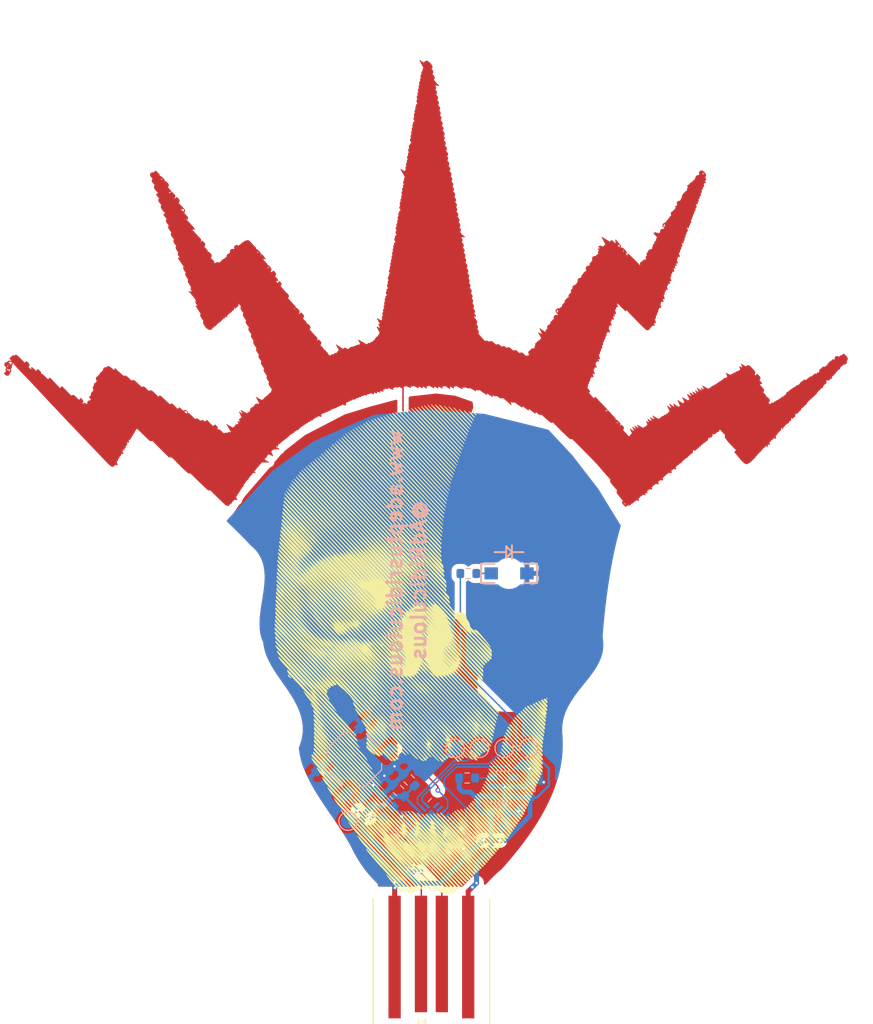
<source format=kicad_pcb>
(kicad_pcb (version 20171130) (host pcbnew "(5.1.8)-1")
  (title_block (rev 1))
  (layers (0 Front signal hide) (31 Back signal) (34 B.Paste user) (35 F.Paste user) (36 B.SilkS user) (37 F.SilkS user) (38 B.Mask user) (39 F.Mask user hide) (44 Edge.Cuts user))
  (net 0 "")
  (net 1 GND)
  (net 2 "Net-(C1-Pad2)")
  (net 3 +3V3)
  (net 4 +5VP)
  (net 5 D+)
  (net 6 D-)
  (net 7 "Net-(R1-Pad1)")
  (net 8 "Net-(R4-Pad2)")
  (net 9 "Net-(R4-Pad1)")
  (net 10 "Net-(R5-Pad1)")
  (net 11 "Net-(TP2-Pad1)")
  (net 12 "Net-(TP3-Pad1)")
  (net 13 "Net-(U1-Pad1)")
  (net 14 "Net-(U1-Pad2)")
  (net 15 "Net-(U1-Pad3)")
  (net 16 "Net-(U1-Pad4)")
  (net 17 "Net-(U1-Pad5)")
  (net 18 "Net-(U1-Pad6)")
  (net 19 "Net-(U1-Pad7)")
  (net 20 "Net-(U1-Pad11)")
  (net 21 "Net-(U1-Pad12)")
  (net 22 "Net-(U1-Pad13)")
  (net 23 "Net-(U1-Pad14)")
  (net 24 "Net-(U1-Pad15)")
  (net 25 "Net-(U1-Pad16)")
  (net 26 "Net-(U1-Pad17)")
  (net 27 "Net-(U1-Pad18)")
  (net 28 "Net-(U1-Pad19)")
  (net 29 "Net-(U1-Pad20)")
  (net 30 "Net-(U1-Pad21)")
  (net 31 "Net-(U1-Pad22)")
  (net 32 "Net-(U1-Pad25)")
  (net 33 "Net-(U1-Pad27)")
  (net 34 "Net-(U1-Pad33)")
  (net 35 "Net-(U2-Pad4)")
  (module artwork:skull-kicad (layer Front) (at 206.5 83.6)
    (fp_text reference Ref** hide)
    (fp_text value Val** hide)
    (fp_poly (pts (xy -1.541669 -47.421369) (xy -1.519092 -47.41016) (xy -1.484374 -47.391551) (xy -1.439533 -47.366653) (xy -1.386583 -47.336572) (xy -1.327542 -47.302418) (xy -1.30763 -47.290773) (xy -1.246836 -47.255223) (xy -1.191363 -47.222967) (xy -1.143264 -47.195185) (xy -1.104592 -47.173056) (xy -1.077399 -47.157758) (xy -1.063736 -47.15047) (xy -1.062575 -47.150021) (xy -1.056438 -47.157883) (xy -1.047521 -47.177577) (xy -1.044831 -47.18471) (xy -1.0241 -47.221773) (xy -0.990789 -47.259669) (xy -0.95024 -47.293498) (xy -0.907792 -47.31836) (xy -0.892672 -47.324306) (xy -0.829878 -47.33634) (xy -0.762569 -47.334195) (xy -0.697915 -47.318434) (xy -0.671254 -47.306876) (xy -0.609433 -47.269349) (xy -0.54265 -47.218038) (xy -0.474104 -47.156109) (xy -0.406997 -47.086729) (xy -0.344527 -47.013066) (xy -0.289897 -46.938285) (xy -0.27413 -46.913896) (xy -0.243746 -46.864001) (xy -0.222542 -46.825247) (xy -0.208926 -46.793348) (xy -0.201306 -46.764017) (xy -0.19809 -46.732969) (xy -0.197608 -46.70784) (xy -0.202212 -46.647033) (xy -0.217 -46.598012) (xy -0.243648 -46.555784) (xy -0.251729 -46.546398) (xy -0.272563 -46.520156) (xy -0.279053 -46.502856) (xy -0.276973 -46.496585) (xy -0.267566 -46.484064) (xy -0.249832 -46.460682) (xy -0.226872 -46.430526) (xy -0.215071 -46.415059) (xy -0.188375 -46.378494) (xy -0.163665 -46.341867) (xy -0.145148 -46.311499) (xy -0.14112 -46.30394) (xy -0.12076 -46.245342) (xy -0.114679 -46.182902) (xy -0.122317 -46.121218) (xy -0.143118 -46.064884) (xy -0.175652 -46.019384) (xy -0.209981 -45.984228) (xy -0.154379 -45.921469) (xy -0.106458 -45.866908) (xy -0.069476 -45.823562) (xy -0.04148 -45.788938) (xy -0.02052 -45.760544) (xy -0.004644 -45.735889) (xy 0.005847 -45.716915) (xy 0.029727 -45.652118) (xy 0.036386 -45.586086) (xy 0.026106 -45.5219) (xy -0.000829 -45.462641) (xy -0.019914 -45.436465) (xy -0.058307 -45.390609) (xy -0.00226 -45.324516) (xy 0.026884 -45.288012) (xy 0.05453 -45.249738) (xy 0.075762 -45.21659) (xy 0.079796 -45.209342) (xy 0.094754 -45.186729) (xy 0.121001 -45.154338) (xy 0.159098 -45.111551) (xy 0.20961 -45.057748) (xy 0.273098 -44.992311) (xy 0.322936 -44.941892) (xy 0.374969 -44.889317) (xy 0.422271 -44.841048) (xy 0.463322 -44.798674) (xy 0.4966 -44.763786) (xy 0.520584 -44.737972) (xy 0.533752 -44.722824) (xy 0.535793 -44.719453) (xy 0.525821 -44.720325) (xy 0.500088 -44.724949) (xy 0.461157 -44.732797) (xy 0.411588 -44.743341) (xy 0.353943 -44.756053) (xy 0.310444 -44.765893) (xy 0.248479 -44.779997) (xy 0.192639 -44.792604) (xy 0.145531 -44.803133) (xy 0.109761 -44.811005) (xy 0.087935 -44.81564) (xy 0.082377 -44.816647) (xy 0.083691 -44.810123) (xy 0.094301 -44.792984) (xy 0.10745 -44.774879) (xy 0.149958 -44.704493) (xy 0.174719 -44.627887) (xy 0.181885 -44.553482) (xy 0.178177 -44.496689) (xy 0.165612 -44.451539) (xy 0.142092 -44.412115) (xy 0.124452 -44.391503) (xy 0.100534 -44.365931) (xy 0.13761 -44.325651) (xy 0.197839 -44.251986) (xy 0.24012 -44.181035) (xy 0.264946 -44.111776) (xy 0.272815 -44.045078) (xy 0.268957 -43.994649) (xy 0.255795 -43.949573) (xy 0.230944 -43.90281) (xy 0.217995 -43.883214) (xy 0.190351 -43.843035) (xy 0.258846 -43.764359) (xy 0.308749 -43.702726) (xy 0.344528 -43.647722) (xy 0.367934 -43.595881) (xy 0.380719 -43.543735) (xy 0.383608 -43.517441) (xy 0.384938 -43.478538) (xy 0.381116 -43.448334) (xy 0.370412 -43.417026) (xy 0.362828 -43.399835) (xy 0.346174 -43.366968) (xy 0.328891 -43.33831) (xy 0.317559 -43.323374) (xy 0.297538 -43.302063) (xy 0.318354 -43.276309) (xy 0.364326 -43.217693) (xy 0.403487 -43.164269) (xy 0.434265 -43.118351) (xy 0.455092 -43.08225) (xy 0.463266 -43.062907) (xy 0.47443 -43.001276) (xy 0.47265 -42.939046) (xy 0.458885 -42.880662) (xy 0.434094 -42.830568) (xy 0.406344 -42.798911) (xy 0.381449 -42.777497) (xy 0.419221 -42.736508) (xy 0.456307 -42.693849) (xy 0.49329 -42.647085) (xy 0.527284 -42.600265) (xy 0.555407 -42.557433) (xy 0.574775 -42.522637) (xy 0.579554 -42.511529) (xy 0.588139 -42.478759) (xy 0.594088 -42.437717) (xy 0.595823 -42.408059) (xy 0.594254 -42.366404) (xy 0.586841 -42.332912) (xy 0.571237 -42.297263) (xy 0.570165 -42.29517) (xy 0.552655 -42.264827) (xy 0.534898 -42.239788) (xy 0.524239 -42.228563) (xy 0.515029 -42.220414) (xy 0.512109 -42.212197) (xy 0.516864 -42.200146) (xy 0.530682 -42.180496) (xy 0.551929 -42.153303) (xy 0.591642 -42.100907) (xy 0.619952 -42.057748) (xy 0.638788 -42.019791) (xy 0.65008 -41.982996) (xy 0.655758 -41.943328) (xy 0.656387 -41.934733) (xy 0.657797 -41.896073) (xy 0.654991 -41.866658) (xy 0.646315 -41.837581) (xy 0.632265 -41.804649) (xy 0.615638 -41.771942) (xy 0.598868 -41.745376) (xy 0.58546 -41.730467) (xy 0.584942 -41.730127) (xy 0.576918 -41.723858) (xy 0.575136 -41.716266) (xy 0.581203 -41.704296) (xy 0.596724 -41.68489) (xy 0.623305 -41.654994) (xy 0.625983 -41.652029) (xy 0.681569 -41.582526) (xy 0.719163 -41.516479) (xy 0.739048 -41.452868) (xy 0.741506 -41.390675) (xy 0.72682 -41.328881) (xy 0.720173 -41.31263) (xy 0.70289 -41.278343) (xy 0.683812 -41.247425) (xy 0.670557 -41.230523) (xy 0.645989 -41.20486) (xy 0.692532 -41.155263) (xy 0.751518 -41.08818) (xy 0.798106 -41.026159) (xy 0.831054 -40.970995) (xy 0.846746 -40.933029) (xy 0.857154 -40.876003) (xy 0.855798 -40.81648) (xy 0.84375 -40.759263) (xy 0.822079 -40.709159) (xy 0.791855 -40.670974) (xy 0.787565 -40.667307) (xy 0.779923 -40.660026) (xy 0.777521 -40.652026) (xy 0.78181 -40.640217) (xy 0.794241 -40.621507) (xy 0.816265 -40.592806) (xy 0.831731 -40.573233) (xy 0.883517 -40.502986) (xy 0.920303 -40.440714) (xy 0.942711 -40.383906) (xy 0.951364 -40.330049) (xy 0.946883 -40.276632) (xy 0.92989 -40.221144) (xy 0.922947 -40.204831) (xy 0.907327 -40.173772) (xy 0.892231 -40.149988) (xy 0.880858 -40.138497) (xy 0.880613 -40.138397) (xy 0.870048 -40.132217) (xy 0.867447 -40.122809) (xy 0.873975 -40.107573) (xy 0.890796 -40.083908) (xy 0.919072 -40.049211) (xy 0.922153 -40.045536) (xy 0.972888 -39.982649) (xy 1.01092 -39.92914) (xy 1.037721 -39.882013) (xy 1.054762 -39.838273) (xy 1.063515 -39.794924) (xy 1.065521 -39.753692) (xy 1.055912 -39.689833) (xy 1.029471 -39.62789) (xy 1.000087 -39.585944) (xy 0.977073 -39.558594) (xy 1.000165 -39.527797) (xy 1.043992 -39.457182) (xy 1.069663 -39.386938) (xy 1.077117 -39.317885) (xy 1.066294 -39.250843) (xy 1.037134 -39.186631) (xy 1.026585 -39.170564) (xy 0.991109 -39.119921) (xy 1.064975 -39.035646) (xy 1.096578 -38.997985) (xy 1.125368 -38.960789) (xy 1.147823 -38.928776) (xy 1.159114 -38.909548) (xy 1.176626 -38.857707) (xy 1.183539 -38.800345) (xy 1.180247 -38.742719) (xy 1.167142 -38.690084) (xy 1.144618 -38.647696) (xy 1.139032 -38.640926) (xy 1.116279 -38.615426) (xy 1.102874 -38.597039) (xy 1.099375 -38.581542) (xy 1.106341 -38.564711) (xy 1.124331 -38.542325) (xy 1.153904 -38.510159) (xy 1.156748 -38.50708) (xy 1.21221 -38.44371) (xy 1.253414 -38.388371) (xy 1.281554 -38.338361) (xy 1.297824 -38.290977) (xy 1.30342 -38.243518) (xy 1.299535 -38.193281) (xy 1.298421 -38.186546) (xy 1.287215 -38.140236) (xy 1.270311 -38.104593) (xy 1.25692 -38.086058) (xy 1.238003 -38.062105) (xy 1.223773 -38.043056) (xy 1.219587 -38.036818) (xy 1.222583 -38.024836) (xy 1.237102 -38.001069) (xy 1.26182 -37.967478) (xy 1.289308 -37.933337) (xy 1.333284 -37.879133) (xy 1.365889 -37.835079) (xy 1.388758 -37.797726) (xy 1.403526 -37.763629) (xy 1.411826 -37.729338) (xy 1.415292 -37.691407) (xy 1.415732 -37.666632) (xy 1.415346 -37.62686) (xy 1.412952 -37.599518) (xy 1.406776 -37.57822) (xy 1.395045 -37.556584) (xy 1.378167 -37.531394) (xy 1.357874 -37.503544) (xy 1.340374 -37.482412) (xy 1.329355 -37.472439) (xy 1.329142 -37.47235) (xy 1.328344 -37.462987) (xy 1.339759 -37.441285) (xy 1.362679 -37.408582) (xy 1.363902 -37.406963) (xy 1.403801 -37.341577) (xy 1.424933 -37.275687) (xy 1.427285 -37.209412) (xy 1.410842 -37.142873) (xy 1.398205 -37.114632) (xy 1.381357 -37.085289) (xy 1.363936 -37.060809) (xy 1.356239 -37.052471) (xy 1.34852 -37.044752) (xy 1.345542 -37.03703) (xy 1.348829 -37.02648) (xy 1.359904 -37.010278) (xy 1.380291 -36.9856) (xy 1.411514 -36.949622) (xy 1.412066 -36.948989) (xy 1.444264 -36.91033) (xy 1.473989 -36.871491) (xy 1.497618 -36.837386) (xy 1.510156 -36.815889) (xy 1.537192 -36.743451) (xy 1.54577 -36.673872) (xy 1.535857 -36.606205) (xy 1.507422 -36.539506) (xy 1.500344 -36.527545) (xy 1.483676 -36.499761) (xy 1.471872 -36.478627) (xy 1.467555 -36.468933) (xy 1.473507 -36.460147) (xy 1.489583 -36.44071) (xy 1.513118 -36.413767) (xy 1.533498 -36.391141) (xy 1.583825 -36.330842) (xy 1.619238 -36.275719) (xy 1.641532 -36.222298) (xy 1.652503 -36.167105) (xy 1.653206 -36.159432) (xy 1.649579 -36.093425) (xy 1.629259 -36.030366) (xy 1.593941 -35.975174) (xy 1.587041 -35.967434) (xy 1.559031 -35.937423) (xy 1.613036 -35.878064) (xy 1.674863 -35.80555) (xy 1.721127 -35.740484) (xy 1.752678 -35.68111) (xy 1.770366 -35.625676) (xy 1.775039 -35.572428) (xy 1.772992 -35.547738) (xy 1.758729 -35.489898) (xy 1.73387 -35.43784) (xy 1.70763 -35.404108) (xy 1.685968 -35.382446) (xy 1.727675 -35.333585) (xy 1.778223 -35.271325) (xy 1.815457 -35.217769) (xy 1.840845 -35.169977) (xy 1.855853 -35.125012) (xy 1.86195 -35.079936) (xy 1.862254 -35.064134) (xy 1.857781 -35.003333) (xy 1.843899 -34.953539) (xy 1.818588 -34.908456) (xy 1.807575 -34.893782) (xy 1.787828 -34.867307) (xy 1.779913 -34.849852) (xy 1.783186 -34.836355) (xy 1.797003 -34.821751) (xy 1.798271 -34.820625) (xy 1.812713 -34.805316) (xy 1.834535 -34.77921) (xy 1.860088 -34.746753) (xy 1.873326 -34.729257) (xy 1.916878 -34.662533) (xy 1.944074 -34.600227) (xy 1.955983 -34.539657) (xy 1.956741 -34.519651) (xy 1.951927 -34.486041) (xy 1.939314 -34.444923) (xy 1.921645 -34.402851) (xy 1.901666 -34.366378) (xy 1.882538 -34.342426) (xy 1.862206 -34.324297) (xy 1.889669 -34.295389) (xy 1.90854 -34.273804) (xy 1.933538 -34.242936) (xy 1.959825 -34.208791) (xy 1.964622 -34.202353) (xy 2.004724 -34.1372) (xy 2.026429 -34.07393) (xy 2.029836 -34.010971) (xy 2.015045 -33.946751) (xy 1.98463 -33.883824) (xy 1.946843 -33.820219) (xy 2.028433 -33.721342) (xy 2.059579 -33.684593) (xy 2.087685 -33.653262) (xy 2.110061 -33.630218) (xy 2.124022 -33.618326) (xy 2.125805 -33.617456) (xy 2.138636 -33.60395) (xy 2.142802 -33.581983) (xy 2.14422 -33.557305) (xy 2.146789 -33.5215) (xy 2.149961 -33.482179) (xy 2.150067 -33.480939) (xy 2.152552 -33.441733) (xy 2.151118 -33.413078) (xy 2.144569 -33.386908) (xy 2.131704 -33.355158) (xy 2.131208 -33.354034) (xy 2.115051 -33.321024) (xy 2.098374 -33.292463) (xy 2.08709 -33.277262) (xy 2.067881 -33.256815) (xy 2.134575 -33.174371) (xy 2.164242 -33.136123) (xy 2.191472 -33.098216) (xy 2.212658 -33.065816) (xy 2.222027 -33.049044) (xy 2.241386 -32.99074) (xy 2.246871 -32.928437) (xy 2.23908 -32.866862) (xy 2.218611 -32.810744) (xy 2.186134 -32.764886) (xy 2.152331 -32.730269) (xy 2.217035 -32.650283) (xy 2.259073 -32.596258) (xy 2.289486 -32.551372) (xy 2.310141 -32.511651) (xy 2.322905 -32.473119) (xy 2.329644 -32.431803) (xy 2.331449 -32.406662) (xy 2.332658 -32.368265) (xy 2.330677 -32.341232) (xy 2.323911 -32.318183) (xy 2.310762 -32.291733) (xy 2.303991 -32.279662) (xy 2.287161 -32.251457) (xy 2.273214 -32.230653) (xy 2.265388 -32.221938) (xy 2.258252 -32.212341) (xy 2.264577 -32.193703) (xy 2.280244 -32.170354) (xy 2.297271 -32.144936) (xy 2.317117 -32.111482) (xy 2.329493 -32.088667) (xy 2.34243 -32.061622) (xy 2.350418 -32.037452) (xy 2.354627 -32.010025) (xy 2.356226 -31.973209) (xy 2.356416 -31.947556) (xy 2.354259 -31.889075) (xy 2.346556 -31.844011) (xy 2.331769 -31.807398) (xy 2.308363 -31.774269) (xy 2.299838 -31.764706) (xy 2.277768 -31.740892) (xy 2.358524 -31.64902) (xy 2.390898 -31.610743) (xy 2.419951 -31.573747) (xy 2.442577 -31.54216) (xy 2.455669 -31.520114) (xy 2.455937 -31.519519) (xy 2.477165 -31.450526) (xy 2.479632 -31.382256) (xy 2.463392 -31.3152) (xy 2.428497 -31.249851) (xy 2.426593 -31.247106) (xy 2.390161 -31.195097) (xy 2.446875 -31.13153) (xy 2.506556 -31.060396) (xy 2.551066 -30.997115) (xy 2.581273 -30.939712) (xy 2.598048 -30.886209) (xy 2.602261 -30.834629) (xy 2.596688 -30.791159) (xy 2.582759 -30.742228) (xy 2.562769 -30.703321) (xy 2.533218 -30.666736) (xy 2.510058 -30.641805) (xy 2.567227 -30.569863) (xy 2.609003 -30.515319) (xy 2.639492 -30.470254) (xy 2.660766 -30.430899) (xy 2.674897 -30.393485) (xy 2.683085 -30.35909) (xy 2.68663 -30.294604) (xy 2.674816 -30.230589) (xy 2.64903 -30.172644) (xy 2.630336 -30.1465) (xy 2.59922 -30.109438) (xy 2.641484 -30.057549) (xy 2.681126 -30.002265) (xy 2.713172 -29.944399) (xy 2.735583 -29.888427) (xy 2.746322 -29.838827) (xy 2.746963 -29.825806) (xy 2.741861 -29.769641) (xy 2.727753 -29.717753) (xy 2.706434 -29.675602) (xy 2.691831 -29.658109) (xy 2.664479 -29.631904) (xy 2.722233 -29.555008) (xy 2.749033 -29.517836) (xy 2.7732 -29.481663) (xy 2.791186 -29.451921) (xy 2.797062 -29.440482) (xy 2.805284 -29.426374) (xy 2.818968 -29.409706) (xy 2.839783 -29.388985) (xy 2.869395 -29.362716) (xy 2.909474 -29.329407) (xy 2.961686 -29.287564) (xy 3.012433 -29.24763) (xy 3.071545 -29.201279) (xy 3.117178 -29.16517) (xy 3.150709 -29.137994) (xy 3.173514 -29.118445) (xy 3.186969 -29.105215) (xy 3.19245 -29.096999) (xy 3.191332 -29.092489) (xy 3.184993 -29.090379) (xy 3.178753 -29.089677) (xy 3.159501 -29.08849) (xy 3.124974 -29.086815) (xy 3.078702 -29.084804) (xy 3.024213 -29.082611) (xy 2.965038 -29.080388) (xy 2.961762 -29.080269) (xy 2.776747 -29.073593) (xy 2.819703 -29.017148) (xy 2.845583 -28.980275) (xy 2.870442 -28.940134) (xy 2.887119 -28.908963) (xy 2.905538 -28.854077) (xy 2.912736 -28.794833) (xy 2.909287 -28.735642) (xy 2.895764 -28.680914) (xy 2.87274 -28.63506) (xy 2.847954 -28.607801) (xy 2.840711 -28.601096) (xy 2.837886 -28.593774) (xy 2.840892 -28.583199) (xy 2.851137 -28.566738) (xy 2.870033 -28.541757) (xy 2.89899 -28.505623) (xy 2.909849 -28.492216) (xy 2.962426 -28.42427) (xy 3.001509 -28.365801) (xy 3.02799 -28.31416) (xy 3.042758 -28.266693) (xy 3.046704 -28.22075) (xy 3.040717 -28.173678) (xy 3.029841 -28.134824) (xy 3.013498 -28.093608) (xy 2.995129 -28.065348) (xy 2.976914 -28.048419) (xy 2.957073 -28.031718) (xy 2.945628 -28.019052) (xy 2.944518 -28.01628) (xy 2.950488 -28.006646) (xy 2.966608 -27.986504) (xy 2.990192 -27.959102) (xy 3.010224 -27.936772) (xy 3.059146 -27.87886) (xy 3.093828 -27.827037) (xy 3.116144 -27.777681) (xy 3.127969 -27.72717) (xy 3.130252 -27.704815) (xy 3.131444 -27.668707) (xy 3.128036 -27.639798) (xy 3.118351 -27.609487) (xy 3.106056 -27.580879) (xy 3.089401 -27.548388) (xy 3.072461 -27.5223) (xy 3.058759 -27.508004) (xy 3.058157 -27.507661) (xy 3.050237 -27.502268) (xy 3.04796 -27.495155) (xy 3.052762 -27.483435) (xy 3.066076 -27.464224) (xy 3.089337 -27.434636) (xy 3.10268 -27.418098) (xy 3.146796 -27.361087) (xy 3.178708 -27.313194) (xy 3.200088 -27.270831) (xy 3.212608 -27.230408) (xy 3.217939 -27.188335) (xy 3.218435 -27.169541) (xy 3.217608 -27.133022) (xy 3.213477 -27.105078) (xy 3.203976 -27.078115) (xy 3.187042 -27.044537) (xy 3.181886 -27.035093) (xy 3.145122 -26.968225) (xy 3.195538 -26.901428) (xy 3.234518 -26.847338) (xy 3.261957 -26.80247) (xy 3.279604 -26.76273) (xy 3.289211 -26.724024) (xy 3.292528 -26.682257) (xy 3.292592 -26.674455) (xy 3.288512 -26.623) (xy 3.277376 -26.573008) (xy 3.260843 -26.529372) (xy 3.240572 -26.496985) (xy 3.2287 -26.485928) (xy 3.221122 -26.479892) (xy 3.217911 -26.47312) (xy 3.220438 -26.46307) (xy 3.230075 -26.447196) (xy 3.248193 -26.422955) (xy 3.276163 -26.387803) (xy 3.292555 -26.367468) (xy 3.335881 -26.312734) (xy 3.368194 -26.268629) (xy 3.391066 -26.231799) (xy 3.406068 -26.198885) (xy 3.414772 -26.166531) (xy 3.418751 -26.13138) (xy 3.41959 -26.096148) (xy 3.419096 -26.056114) (xy 3.416472 -26.028348) (xy 3.410003 -26.00631) (xy 3.397973 -25.983456) (xy 3.384429 -25.962093) (xy 3.365545 -25.934979) (xy 3.349622 -25.915569) (xy 3.34006 -25.908002) (xy 3.339974 -25.908) (xy 3.341821 -25.901132) (xy 3.353571 -25.882378) (xy 3.373336 -25.854515) (xy 3.399228 -25.820317) (xy 3.402313 -25.816359) (xy 3.448089 -25.754723) (xy 3.480971 -25.702217) (xy 3.502148 -25.6555) (xy 3.512813 -25.611231) (xy 3.514155 -25.566066) (xy 3.507983 -25.519822) (xy 3.49738 -25.478831) (xy 3.481353 -25.447293) (xy 3.460497 -25.421377) (xy 3.440866 -25.399014) (xy 3.427719 -25.382515) (xy 3.424296 -25.376662) (xy 3.429789 -25.367709) (xy 3.444639 -25.347378) (xy 3.466401 -25.318945) (xy 3.485895 -25.294137) (xy 3.516018 -25.253745) (xy 3.545049 -25.210609) (xy 3.568492 -25.171575) (xy 3.576502 -25.156177) (xy 3.591343 -25.123495) (xy 3.599519 -25.097871) (xy 3.602415 -25.071567) (xy 3.601414 -25.036846) (xy 3.600468 -25.022254) (xy 3.596855 -24.982494) (xy 3.59107 -24.954507) (xy 3.580827 -24.931253) (xy 3.563836 -24.905689) (xy 3.561602 -24.902632) (xy 3.543617 -24.876627) (xy 3.531349 -24.856015) (xy 3.527778 -24.8468) (xy 3.53247 -24.835018) (xy 3.545074 -24.811398) (xy 3.563375 -24.779963) (xy 3.575254 -24.760498) (xy 3.602489 -24.715568) (xy 3.621395 -24.680992) (xy 3.634233 -24.651571) (xy 3.64326 -24.622106) (xy 3.650736 -24.587398) (xy 3.650941 -24.586319) (xy 3.653968 -24.521038) (xy 3.639046 -24.455754) (xy 3.60913 -24.396833) (xy 3.578245 -24.349937) (xy 3.626539 -24.296796) (xy 3.655577 -24.261332) (xy 3.683514 -24.221436) (xy 3.702434 -24.189179) (xy 3.715609 -24.161293) (xy 3.723791 -24.136933) (xy 3.728143 -24.109979) (xy 3.729825 -24.074312) (xy 3.730037 -24.043659) (xy 3.729545 -23.999973) (xy 3.727507 -23.970419) (xy 3.723081 -23.950326) (xy 3.715424 -23.935026) (xy 3.708819 -23.926066) (xy 3.683771 -23.894716) (xy 3.669566 -23.873297) (xy 3.666197 -23.85637) (xy 3.673656 -23.838498) (xy 3.691936 -23.814242) (xy 3.708627 -23.7937) (xy 3.755681 -23.733221) (xy 3.795758 -23.677267) (xy 3.827247 -23.628302) (xy 3.848532 -23.58879) (xy 3.856519 -23.567993) (xy 3.863859 -23.525857) (xy 3.865986 -23.47689) (xy 3.862943 -23.429652) (xy 3.855677 -23.395274) (xy 3.843235 -23.36891) (xy 3.823796 -23.338074) (xy 3.812885 -23.323524) (xy 3.780861 -23.283752) (xy 3.846122 -23.19931) (xy 3.888423 -23.142139) (xy 3.918982 -23.094469) (xy 3.939602 -23.052745) (xy 3.952085 -23.013407) (xy 3.957637 -22.979271) (xy 3.957101 -22.931256) (xy 3.947462 -22.881057) (xy 3.930608 -22.834453) (xy 3.908425 -22.797227) (xy 3.893123 -22.781624) (xy 3.864818 -22.759472) (xy 3.91083 -22.706892) (xy 3.959519 -22.64132) (xy 3.993423 -22.573973) (xy 4.01227 -22.506957) (xy 4.015786 -22.442375) (xy 4.003698 -22.382332) (xy 3.975734 -22.328934) (xy 3.962041 -22.312088) (xy 3.929456 -22.27602) (xy 3.958973 -22.236399) (xy 4.008918 -22.166575) (xy 4.046538 -22.107485) (xy 4.073187 -22.056947) (xy 4.079802 -22.041781) (xy 4.09796 -21.975463) (xy 4.100009 -21.907497) (xy 4.086419 -21.842093) (xy 4.057658 -21.783464) (xy 4.049788 -21.772476) (xy 4.026537 -21.741993) (xy 4.092531 -21.654237) (xy 4.132184 -21.599767) (xy 4.161219 -21.55509) (xy 4.181736 -21.516136) (xy 4.195838 -21.478835) (xy 4.205627 -21.439118) (xy 4.206788 -21.433057) (xy 4.20973 -21.367284) (xy 4.195069 -21.302256) (xy 4.16374 -21.241933) (xy 4.160614 -21.237528) (xy 4.134452 -21.201449) (xy 4.210812 -21.086021) (xy 4.253359 -21.018118) (xy 4.283298 -20.961745) (xy 4.301402 -20.915204) (xy 4.308441 -20.876799) (xy 4.308592 -20.870871) (xy 4.305415 -20.86347) (xy 4.293614 -20.858915) (xy 4.269789 -20.856539) (xy 4.230981 -20.85568) (xy 4.189187 -20.854611) (xy 4.149877 -20.852284) (xy 4.120607 -20.849167) (xy 4.117349 -20.848625) (xy 4.081328 -20.842111) (xy 4.147426 -20.766151) (xy 4.189955 -20.715749) (xy 4.23427 -20.660557) (xy 4.277964 -20.603823) (xy 4.318631 -20.548794) (xy 4.353863 -20.498716) (xy 4.381253 -20.456837) (xy 4.396661 -20.429935) (xy 4.417437 -20.374343) (xy 4.427531 -20.319238) (xy 4.429761 -20.287147) (xy 4.428289 -20.262647) (xy 4.421578 -20.238791) (xy 4.40809 -20.208631) (xy 4.399011 -20.190377) (xy 4.382068 -20.15881) (xy 4.367321 -20.135048) (xy 4.357336 -20.123117) (xy 4.355722 -20.122444) (xy 4.356618 -20.115205) (xy 4.366298 -20.09569) (xy 4.382996 -20.067204) (xy 4.397174 -20.044833) (xy 4.442798 -19.971431) (xy 4.476318 -19.909592) (xy 4.498671 -19.857317) (xy 4.510796 -19.812608) (xy 4.512809 -19.798263) (xy 4.511662 -19.731872) (xy 4.495734 -19.66785) (xy 4.472322 -19.621171) (xy 4.459454 -19.596998) (xy 4.454901 -19.578511) (xy 4.455943 -19.574133) (xy 4.464666 -19.56129) (xy 4.481183 -19.5381) (xy 4.502089 -19.509335) (xy 4.504346 -19.506259) (xy 4.530759 -19.467803) (xy 4.55743 -19.425001) (xy 4.575222 -19.39337) (xy 4.590199 -19.362447) (xy 4.599065 -19.336068) (xy 4.603387 -19.30701) (xy 4.604729 -19.268047) (xy 4.604781 -19.256963) (xy 4.603688 -19.211394) (xy 4.599482 -19.178087) (xy 4.591067 -19.150594) (xy 4.584068 -19.135258) (xy 4.571974 -19.107934) (xy 4.569306 -19.090768) (xy 4.574661 -19.078814) (xy 4.595037 -19.053829) (xy 4.62635 -19.016962) (xy 4.666828 -18.970202) (xy 4.714694 -18.915536) (xy 4.768174 -18.854954) (xy 4.825493 -18.790444) (xy 4.884878 -18.723994) (xy 4.944552 -18.657593) (xy 5.002742 -18.593228) (xy 5.057673 -18.532889) (xy 5.107569 -18.478564) (xy 5.150658 -18.432241) (xy 5.170456 -18.411268) (xy 5.254489 -18.322869) (xy 5.3013 -18.343988) (xy 5.371511 -18.366083) (xy 5.442087 -18.36956) (xy 5.512095 -18.354572) (xy 5.5806 -18.321272) (xy 5.621651 -18.291707) (xy 5.648028 -18.271086) (xy 5.669 -18.256272) (xy 5.680152 -18.250377) (xy 5.680301 -18.25037) (xy 5.691538 -18.25661) (xy 5.708319 -18.271809) (xy 5.710008 -18.273582) (xy 5.743271 -18.297218) (xy 5.788902 -18.313867) (xy 5.841576 -18.322943) (xy 5.89597 -18.323862) (xy 5.946759 -18.316037) (xy 5.980751 -18.303331) (xy 6.005812 -18.287312) (xy 6.042571 -18.25949) (xy 6.089342 -18.221284) (xy 6.144439 -18.174115) (xy 6.206176 -18.119403) (xy 6.272867 -18.058568) (xy 6.287985 -18.044552) (xy 6.331007 -18.005032) (xy 6.362573 -17.977365) (xy 6.384578 -17.960145) (xy 6.398912 -17.951966) (xy 6.407471 -17.951422) (xy 6.410281 -17.953708) (xy 6.428419 -17.967285) (xy 6.459187 -17.98125) (xy 6.49655 -17.993602) (xy 6.534476 -18.002339) (xy 6.56637 -18.005466) (xy 6.611166 -18.001162) (xy 6.65596 -17.987903) (xy 6.703978 -17.964184) (xy 6.758446 -17.9285) (xy 6.802509 -17.895306) (xy 6.843763 -17.862198) (xy 6.883723 -17.828775) (xy 6.917823 -17.798937) (xy 6.941454 -17.776629) (xy 6.982576 -17.734632) (xy 7.029284 -17.768188) (xy 7.057576 -17.786803) (xy 7.082697 -17.797654) (xy 7.112614 -17.803376) (xy 7.143385 -17.805911) (xy 7.195871 -17.806084) (xy 7.24194 -17.7984) (xy 7.285446 -17.781128) (xy 7.330247 -17.752536) (xy 7.380197 -17.710891) (xy 7.403842 -17.688897) (xy 7.487977 -17.608833) (xy 7.525501 -17.638553) (xy 7.564966 -17.664893) (xy 7.605605 -17.680172) (xy 7.65406 -17.686411) (xy 7.683833 -17.686766) (xy 7.711516 -17.685556) (xy 7.737008 -17.682004) (xy 7.762073 -17.674941) (xy 7.788479 -17.663199) (xy 7.817992 -17.645612) (xy 7.852379 -17.621011) (xy 7.893406 -17.58823) (xy 7.942839 -17.546099) (xy 8.002447 -17.493452) (xy 8.073994 -17.429121) (xy 8.074958 -17.42825) (xy 8.117202 -17.390396) (xy 8.14796 -17.363865) (xy 8.169478 -17.347116) (xy 8.183997 -17.338604) (xy 8.193762 -17.336788) (xy 8.201016 -17.340125) (xy 8.201958 -17.340914) (xy 8.246545 -17.368671) (xy 8.301991 -17.385935) (xy 8.362976 -17.391817) (xy 8.42418 -17.385428) (xy 8.441729 -17.381003) (xy 8.474467 -17.367657) (xy 8.51371 -17.344384) (xy 8.560665 -17.310256) (xy 8.61654 -17.26435) (xy 8.682544 -17.205741) (xy 8.737951 -17.154278) (xy 8.772009 -17.122544) (xy 8.795521 -17.102121) (xy 8.811421 -17.091198) (xy 8.822646 -17.087961) (xy 8.832131 -17.090598) (xy 8.836729 -17.093292) (xy 8.88131 -17.118553) (xy 8.921869 -17.133073) (xy 8.966977 -17.139306) (xy 9.000082 -17.14009) (xy 9.045149 -17.13823) (xy 9.082856 -17.13161) (xy 9.117401 -17.118249) (xy 9.152981 -17.096163) (xy 9.193792 -17.06337) (xy 9.228667 -17.032113) (xy 9.267033 -16.997122) (xy 9.313864 -16.954839) (xy 9.363475 -16.910372) (xy 9.410183 -16.868834) (xy 9.414149 -16.865325) (xy 9.519669 -16.772052) (xy 9.584624 -16.806185) (xy 9.62577 -16.825886) (xy 9.659165 -16.836556) (xy 9.692164 -16.840378) (xy 9.700178 -16.840517) (xy 9.730571 -16.841901) (xy 9.751959 -16.848037) (xy 9.772317 -16.862345) (xy 9.790359 -16.879183) (xy 9.82994 -16.91765) (xy 9.803635 -16.94761) (xy 9.777203 -16.983989) (xy 9.75473 -17.026208) (xy 9.73974 -17.066955) (xy 9.735726 -17.088556) (xy 9.73727 -17.162379) (xy 9.75357 -17.22805) (xy 9.783538 -17.283808) (xy 9.826089 -17.327891) (xy 9.880137 -17.358537) (xy 9.907639 -17.367403) (xy 9.935048 -17.375733) (xy 9.952476 -17.38665) (xy 9.966054 -17.405528) (xy 9.977722 -17.428826) (xy 10.013772 -17.485185) (xy 10.061566 -17.530006) (xy 10.117864 -17.56144) (xy 10.179428 -17.577638) (xy 10.238114 -17.577471) (xy 10.269753 -17.57192) (xy 10.295723 -17.565153) (xy 10.304507 -17.561657) (xy 10.317842 -17.558704) (xy 10.333349 -17.565841) (xy 10.355645 -17.585292) (xy 10.357659 -17.587249) (xy 10.378366 -17.608923) (xy 10.387453 -17.624613) (xy 10.387572 -17.640599) (xy 10.384837 -17.651577) (xy 10.375705 -17.716287) (xy 10.38439 -17.780824) (xy 10.41009 -17.842296) (xy 10.452006 -17.897808) (xy 10.453365 -17.899207) (xy 10.491728 -17.93845) (xy 10.455733 -17.982378) (xy 10.419737 -18.026305) (xy 10.587671 -18.187727) (xy 10.644731 -18.24251) (xy 10.689824 -18.285515) (xy 10.724521 -18.318029) (xy 10.750395 -18.34134) (xy 10.769016 -18.356736) (xy 10.781955 -18.365505) (xy 10.790783 -18.368934) (xy 10.797073 -18.368311) (xy 10.802394 -18.364923) (xy 10.803133 -18.364317) (xy 10.810822 -18.364005) (xy 10.824855 -18.372154) (xy 10.846647 -18.389971) (xy 10.877615 -18.418664) (xy 10.919175 -18.459438) (xy 10.94384 -18.484199) (xy 10.983605 -18.524694) (xy 11.018379 -18.560801) (xy 11.04613 -18.590354) (xy 11.064829 -18.611187) (xy 11.072444 -18.621135) (xy 11.072518 -18.621461) (xy 11.06801 -18.631069) (xy 11.055187 -18.655102) (xy 11.035103 -18.691666) (xy 11.008812 -18.738872) (xy 10.977366 -18.794825) (xy 10.94182 -18.857633) (xy 10.906537 -18.919608) (xy 10.868346 -18.986871) (xy 10.833525 -19.048907) (xy 10.803091 -19.103848) (xy 10.778061 -19.149827) (xy 10.759453 -19.184974) (xy 10.748284 -19.207424) (xy 10.745462 -19.215265) (xy 10.755228 -19.213364) (xy 10.779937 -19.205355) (xy 10.817073 -19.192146) (xy 10.864123 -19.174645) (xy 10.918571 -19.153759) (xy 10.951426 -19.140896) (xy 11.008852 -19.118448) (xy 11.060196 -19.098749) (xy 11.102963 -19.082727) (xy 11.134656 -19.071308) (xy 11.152779 -19.065421) (xy 11.156073 -19.064889) (xy 11.152999 -19.073824) (xy 11.142653 -19.097768) (xy 11.125929 -19.134779) (xy 11.103722 -19.182916) (xy 11.076926 -19.240238) (xy 11.046436 -19.304803) (xy 11.017175 -19.366249) (xy 10.984187 -19.435647) (xy 10.954155 -19.499577) (xy 10.927967 -19.556088) (xy 10.906513 -19.603228) (xy 10.890681 -19.639047) (xy 10.881361 -19.661594) (xy 10.879253 -19.668907) (xy 10.88789 -19.664999) (xy 10.910366 -19.651826) (xy 10.944856 -19.630543) (xy 10.989529 -19.602303) (xy 11.04256 -19.568259) (xy 11.10212 -19.529565) (xy 11.153609 -19.495793) (xy 11.218262 -19.453224) (xy 11.278788 -19.413395) (xy 11.33317 -19.377632) (xy 11.379388 -19.34726) (xy 11.415425 -19.323606) (xy 11.439264 -19.307997) (xy 11.447866 -19.302404) (xy 11.461617 -19.294557) (xy 11.473013 -19.293415) (xy 11.486941 -19.300693) (xy 11.508286 -19.318105) (xy 11.518871 -19.327309) (xy 11.565409 -19.367921) (xy 11.538179 -19.403622) (xy 11.510948 -19.439324) (xy 11.61487 -19.538643) (xy 11.718793 -19.637963) (xy 11.700406 -19.6794) (xy 11.68574 -19.731487) (xy 11.682777 -19.77472) (xy 11.684285 -19.802173) (xy 11.689235 -19.826076) (xy 11.699577 -19.851785) (xy 11.717263 -19.884657) (xy 11.731806 -19.909371) (xy 11.754674 -19.946778) (xy 11.772044 -19.971595) (xy 11.787683 -19.98761) (xy 11.805357 -19.998609) (xy 11.828833 -20.008377) (xy 11.831169 -20.009254) (xy 11.864494 -20.019976) (xy 11.895016 -20.026912) (xy 11.90921 -20.02837) (xy 11.929557 -20.03203) (xy 11.941854 -20.046558) (xy 11.946807 -20.058915) (xy 11.959564 -20.083059) (xy 11.980664 -20.111698) (xy 11.995538 -20.128262) (xy 12.03362 -20.167066) (xy 12.005016 -20.199644) (xy 11.976412 -20.232223) (xy 12.18305 -20.439369) (xy 12.389689 -20.646515) (xy 12.374719 -20.687869) (xy 12.365373 -20.733243) (xy 12.364814 -20.787212) (xy 12.372446 -20.842065) (xy 12.387674 -20.890087) (xy 12.390875 -20.896819) (xy 12.42798 -20.95056) (xy 12.477004 -20.991723) (xy 12.534899 -21.019136) (xy 12.598618 -21.031624) (xy 12.665114 -21.028012) (xy 12.704704 -21.017755) (xy 12.761148 -20.998539) (xy 12.787168 -21.023358) (xy 12.805806 -21.045594) (xy 12.807924 -21.060496) (xy 12.793522 -21.067325) (xy 12.787226 -21.067685) (xy 12.774877 -21.07497) (xy 12.754087 -21.094712) (xy 12.727226 -21.123973) (xy 12.696669 -21.159815) (xy 12.664787 -21.199298) (xy 12.633954 -21.239485) (xy 12.606542 -21.277437) (xy 12.584923 -21.310216) (xy 12.571471 -21.334882) (xy 12.571459 -21.33491) (xy 12.562957 -21.36487) (xy 12.55897 -21.393736) (xy 12.652857 -21.393736) (xy 12.653947 -21.328393) (xy 12.661665 -21.291409) (xy 12.671488 -21.264358) (xy 12.684685 -21.250563) (xy 12.697985 -21.245901) (xy 12.720241 -21.240895) (xy 12.732926 -21.237894) (xy 12.739848 -21.24466) (xy 12.745975 -21.264486) (xy 12.747579 -21.273994) (xy 12.755115 -21.30474) (xy 12.768644 -21.341209) (xy 12.778153 -21.361558) (xy 12.792084 -21.391916) (xy 12.801284 -21.418416) (xy 12.803481 -21.430913) (xy 12.805911 -21.444547) (xy 12.814769 -21.441812) (xy 12.815556 -21.441172) (xy 12.832257 -21.436203) (xy 12.83952 -21.438498) (xy 12.845776 -21.447054) (xy 12.836413 -21.458291) (xy 12.820602 -21.47454) (xy 12.802803 -21.496887) (xy 12.801924 -21.498113) (xy 12.782431 -21.525489) (xy 12.808827 -21.553041) (xy 12.823659 -21.571575) (xy 12.82415 -21.580258) (xy 12.811882 -21.579254) (xy 12.788441 -21.568732) (xy 12.75541 -21.548858) (xy 12.752802 -21.547136) (xy 12.702569 -21.503908) (xy 12.669159 -21.452508) (xy 12.652857 -21.393736) (xy 12.55897 -21.393736) (xy 12.557245 -21.406219) (xy 12.555471 -21.439971) (xy 12.555641 -21.478424) (xy 12.558936 -21.505767) (xy 12.567295 -21.529665) (xy 12.582657 -21.557784) (xy 12.587186 -21.565325) (xy 12.626216 -21.614815) (xy 12.675701 -21.654645) (xy 12.730718 -21.68137) (xy 12.764994 -21.68978) (xy 12.800166 -21.699012) (xy 12.833846 -21.713977) (xy 12.840943 -21.718354) (xy 12.86767 -21.734672) (xy 12.885679 -21.738539) (xy 12.900838 -21.729394) (xy 12.915696 -21.711196) (xy 12.937375 -21.681874) (xy 13.038136 -21.782323) (xy 13.077177 -21.820885) (xy 13.105316 -21.847516) (xy 13.124705 -21.863834) (xy 13.137495 -21.871461) (xy 13.145836 -21.872015) (xy 13.151441 -21.867656) (xy 13.160094 -21.860308) (xy 13.170265 -21.861978) (xy 13.186293 -21.874473) (xy 13.200871 -21.888252) (xy 13.222453 -21.910853) (xy 13.232589 -21.928325) (xy 13.234376 -21.947473) (xy 13.23318 -21.959246) (xy 13.233062 -21.988586) (xy 13.237718 -22.025565) (xy 13.242642 -22.048287) (xy 13.259954 -22.092178) (xy 13.287238 -22.13629) (xy 13.320571 -22.175858) (xy 13.35603 -22.206119) (xy 13.384807 -22.220931) (xy 13.415922 -22.232656) (xy 13.43357 -22.245802) (xy 13.44273 -22.265493) (xy 13.446523 -22.28443) (xy 13.456168 -22.313074) (xy 13.475539 -22.348828) (xy 13.493883 -22.375695) (xy 13.535558 -22.431404) (xy 13.509307 -22.464609) (xy 13.483056 -22.497815) (xy 13.659715 -22.681235) (xy 13.712322 -22.735764) (xy 13.753516 -22.778065) (xy 13.784891 -22.809507) (xy 13.808041 -22.831457) (xy 13.82456 -22.845282) (xy 13.836042 -22.852349) (xy 13.844081 -22.854027) (xy 13.850271 -22.851683) (xy 13.854459 -22.848289) (xy 13.866971 -22.838766) (xy 13.87739 -22.839605) (xy 13.892063 -22.852363) (xy 13.898597 -22.859115) (xy 13.915289 -22.879887) (xy 13.918592 -22.895614) (xy 13.915688 -22.903728) (xy 13.903561 -22.943906) (xy 13.900852 -22.994106) (xy 13.906778 -23.048545) (xy 13.920557 -23.101434) (xy 13.941405 -23.146989) (xy 13.950399 -23.160357) (xy 13.973418 -23.185022) (xy 14.003406 -23.209527) (xy 14.034899 -23.230137) (xy 14.062434 -23.24312) (xy 14.075323 -23.245704) (xy 14.089663 -23.253174) (xy 14.092296 -23.26425) (xy 14.097536 -23.289805) (xy 14.111229 -23.324176) (xy 14.130338 -23.361281) (xy 14.151825 -23.395039) (xy 14.166984 -23.413774) (xy 14.196706 -23.445437) (xy 14.147624 -23.501867) (xy 14.098542 -23.558298) (xy 14.208266 -23.666909) (xy 14.317991 -23.775521) (xy 14.307693 -23.813763) (xy 14.301833 -23.868781) (xy 14.31078 -23.927387) (xy 14.332755 -23.984284) (xy 14.365975 -24.034181) (xy 14.389804 -24.057918) (xy 14.430254 -24.085113) (xy 14.477326 -24.106438) (xy 14.523316 -24.11877) (xy 14.54444 -24.120593) (xy 14.568147 -24.122316) (xy 14.583072 -24.130629) (xy 14.596129 -24.150248) (xy 14.600671 -24.158956) (xy 14.62256 -24.189913) (xy 14.657459 -24.22011) (xy 14.680825 -24.235943) (xy 14.716715 -24.261068) (xy 14.736469 -24.28069) (xy 14.741614 -24.294005) (xy 14.747929 -24.32372) (xy 14.764588 -24.361818) (xy 14.788922 -24.403092) (xy 14.816798 -24.440602) (xy 14.837337 -24.466272) (xy 14.847217 -24.48348) (xy 14.848483 -24.497643) (xy 14.843873 -24.512441) (xy 14.838308 -24.535628) (xy 14.834222 -24.569907) (xy 14.832576 -24.605074) (xy 14.833863 -24.647121) (xy 14.839965 -24.679508) (xy 14.852769 -24.711161) (xy 14.856619 -24.71881) (xy 14.895673 -24.776835) (xy 14.944485 -24.819162) (xy 15.002126 -24.845201) (xy 15.067671 -24.854362) (xy 15.069758 -24.85437) (xy 15.096548 -24.854933) (xy 15.115807 -24.858437) (xy 15.132885 -24.867613) (xy 15.153128 -24.885185) (xy 15.177232 -24.909178) (xy 15.231468 -24.963986) (xy 15.234558 -25.029123) (xy 15.245225 -25.100563) (xy 15.269864 -25.159417) (xy 15.3085 -25.205728) (xy 15.359975 -25.238987) (xy 15.387569 -25.253332) (xy 15.403322 -25.267761) (xy 15.412948 -25.289136) (xy 15.418414 -25.309159) (xy 15.42746 -25.341057) (xy 15.436875 -25.368063) (xy 15.441133 -25.377618) (xy 15.47169 -25.420185) (xy 15.515217 -25.460348) (xy 15.56608 -25.49291) (xy 15.566178 -25.49296) (xy 15.59811 -25.512383) (xy 15.636772 -25.540352) (xy 15.675661 -25.572037) (xy 15.690708 -25.585485) (xy 15.760417 -25.649895) (xy 15.726367 -25.694502) (xy 15.695172 -25.744215) (xy 15.678098 -25.79583) (xy 15.672795 -25.856502) (xy 15.672793 -25.857428) (xy 15.680649 -25.923015) (xy 15.705071 -25.98106) (xy 15.745523 -26.032496) (xy 15.794778 -26.071629) (xy 15.851557 -26.098756) (xy 15.910614 -26.111893) (xy 15.953869 -26.111292) (xy 15.978039 -26.108852) (xy 15.995212 -26.111163) (xy 16.011367 -26.120868) (xy 16.032482 -26.140608) (xy 16.042043 -26.150267) (xy 16.065746 -26.175318) (xy 16.078859 -26.194026) (xy 16.084366 -26.213074) (xy 16.085251 -26.239148) (xy 16.085117 -26.246745) (xy 16.086545 -26.284544) (xy 16.091383 -26.321619) (xy 16.094654 -26.336037) (xy 16.11465 -26.38114) (xy 16.146957 -26.426463) (xy 16.186282 -26.465589) (xy 16.220722 -26.488895) (xy 16.246708 -26.505075) (xy 16.262619 -26.520381) (xy 16.265407 -26.527303) (xy 16.270401 -26.554633) (xy 16.28339 -26.590889) (xy 16.301388 -26.629827) (xy 16.321409 -26.665205) (xy 16.340467 -26.690777) (xy 16.346145 -26.696088) (xy 16.375976 -26.719891) (xy 16.356408 -26.763149) (xy 16.343535 -26.80094) (xy 16.33846 -26.843744) (xy 16.338406 -26.870108) (xy 16.340895 -26.908674) (xy 16.347828 -26.939636) (xy 16.361741 -26.971881) (xy 16.373895 -26.994473) (xy 16.394223 -27.028195) (xy 16.413498 -27.051375) (xy 16.438007 -27.070142) (xy 16.47067 -27.088825) (xy 16.50459 -27.106161) (xy 16.530706 -27.115999) (xy 16.55695 -27.120159) (xy 16.591256 -27.12046) (xy 16.606582 -27.119991) (xy 16.679645 -27.117469) (xy 16.787714 -27.225232) (xy 16.828152 -27.265308) (xy 16.857673 -27.293624) (xy 16.878532 -27.311856) (xy 16.892982 -27.32168) (xy 16.903279 -27.324771) (xy 16.911677 -27.322807) (xy 16.915825 -27.320478) (xy 16.931204 -27.313628) (xy 16.944511 -27.318033) (xy 16.958939 -27.331034) (xy 16.972372 -27.345675) (xy 16.977196 -27.358281) (xy 16.974272 -27.375954) (xy 16.96708 -27.398085) (xy 16.954937 -27.45536) (xy 16.953344 -27.518411) (xy 16.962544 -27.577278) (xy 16.962692 -27.577815) (xy 16.976939 -27.611717) (xy 17.000039 -27.649981) (xy 17.010264 -27.663242) (xy 19.501508 -27.663242) (xy 19.541319 -27.622677) (xy 19.581131 -27.582112) (xy 19.598213 -27.603482) (xy 19.614493 -27.627596) (xy 19.624202 -27.646433) (xy 19.633923 -27.673822) (xy 19.638908 -27.691119) (xy 19.638601 -27.708383) (xy 19.625663 -27.7142) (xy 19.599371 -27.70855) (xy 19.559001 -27.691412) (xy 19.553481 -27.688732) (xy 19.501508 -27.663242) (xy 17.010264 -27.663242) (xy 17.026703 -27.684561) (xy 17.044435 -27.702089) (xy 17.049771 -27.709936) (xy 17.046933 -27.721088) (xy 17.034148 -27.738867) (xy 17.010629 -27.765526) (xy 16.987104 -27.794349) (xy 16.966444 -27.825094) (xy 16.950909 -27.853615) (xy 16.942764 -27.875766) (xy 16.944155 -27.887317) (xy 16.953956 -27.890681) (xy 16.978277 -27.898026) (xy 17.013511 -27.908287) (xy 17.056053 -27.920399) (xy 17.058403 -27.921061) (xy 17.169361 -27.952303) (xy 17.119551 -27.97984) (xy 17.081853 -28.000274) (xy 17.039358 -28.022724) (xy 17.015648 -28.034973) (xy 16.987834 -28.050443) (xy 16.968313 -28.063749) (xy 16.961555 -28.071512) (xy 16.968535 -28.086929) (xy 16.986712 -28.109102) (xy 17.011943 -28.133892) (xy 17.040085 -28.157162) (xy 17.062313 -28.172139) (xy 17.086413 -28.184645) (xy 17.110264 -28.192202) (xy 17.140064 -28.196093) (xy 17.182007 -28.197599) (xy 17.185671 -28.19765) (xy 17.236957 -28.196252) (xy 17.277983 -28.189023) (xy 17.31459 -28.173669) (xy 17.352621 -28.147899) (xy 17.387982 -28.118254) (xy 17.433409 -28.078207) (xy 17.534109 -28.178595) (xy 17.556673 -28.200522) (xy 18.965342 -28.200522) (xy 18.967084 -28.196012) (xy 18.982728 -28.185946) (xy 18.98904 -28.184593) (xy 19.003751 -28.178312) (xy 19.025092 -28.162606) (xy 19.047932 -28.142178) (xy 19.067135 -28.121731) (xy 19.077569 -28.105966) (xy 19.078222 -28.10289) (xy 19.084095 -28.092615) (xy 19.089981 -28.092839) (xy 19.104373 -28.097815) (xy 19.130973 -28.106757) (xy 19.164115 -28.11776) (xy 19.165241 -28.118131) (xy 19.228741 -28.13909) (xy 19.228741 -28.183956) (xy 19.226149 -28.221285) (xy 19.219304 -28.254067) (xy 19.209601 -28.277704) (xy 19.198437 -28.287602) (xy 19.197246 -28.287658) (xy 19.18468 -28.284563) (xy 19.158088 -28.276403) (xy 19.12119 -28.264365) (xy 19.077705 -28.249638) (xy 19.071036 -28.247336) (xy 19.022663 -28.230115) (xy 18.990284 -28.217244) (xy 18.971858 -28.207716) (xy 18.965342 -28.200522) (xy 17.556673 -28.200522) (xy 17.578733 -28.221959) (xy 17.611637 -28.251344) (xy 17.63327 -28.26712) (xy 17.644081 -28.269657) (xy 17.644437 -28.269355) (xy 17.656829 -28.268262) (xy 17.67659 -28.28337) (xy 17.681029 -28.287873) (xy 17.707993 -28.316017) (xy 17.66708 -28.403175) (xy 17.651667 -28.435466) (xy 17.629454 -28.481258) (xy 17.60207 -28.537231) (xy 17.571142 -28.600065) (xy 17.538301 -28.666439) (xy 17.508924 -28.725519) (xy 17.460365 -28.823205) (xy 17.419919 -28.905239) (xy 17.387091 -28.972697) (xy 17.361389 -29.026659) (xy 17.34232 -29.068203) (xy 17.32939 -29.098406) (xy 17.322106 -29.118348) (xy 17.319975 -29.129107) (xy 17.322503 -29.13176) (xy 17.323211 -29.131542) (xy 17.333551 -29.125679) (xy 17.35828 -29.110745) (xy 17.395863 -29.087693) (xy 17.444763 -29.057474) (xy 17.503448 -29.02104) (xy 17.570382 -28.979343) (xy 17.644029 -28.933334) (xy 17.722855 -28.883966) (xy 17.754423 -28.864162) (xy 18.172244 -28.60192) (xy 18.2654 -28.689213) (xy 18.300109 -28.721231) (xy 18.330189 -28.748029) (xy 18.352882 -28.767222) (xy 18.365433 -28.776422) (xy 18.366685 -28.776882) (xy 18.379629 -28.770611) (xy 18.404338 -28.751949) (xy 18.439517 -28.722052) (xy 18.483869 -28.682071) (xy 18.5361 -28.633161) (xy 18.594913 -28.576473) (xy 18.624315 -28.547615) (xy 18.75837 -28.415317) (xy 18.75837 -28.644477) (xy 18.758531 -28.717364) (xy 18.759081 -28.773282) (xy 18.760124 -28.814074) (xy 18.761764 -28.841584) (xy 18.764102 -28.857655) (xy 18.767244 -28.864131) (xy 18.77063 -28.863463) (xy 18.779263 -28.853797) (xy 18.797996 -28.831161) (xy 18.825341 -28.797407) (xy 18.859811 -28.754387) (xy 18.899919 -28.703954) (xy 18.944176 -28.647961) (xy 18.969826 -28.615366) (xy 19.020872 -28.551116) (xy 19.068966 -28.491951) (xy 19.11249 -28.439778) (xy 19.149824 -28.396502) (xy 19.179348 -28.364028) (xy 19.199441 -28.344263) (xy 19.202157 -28.342026) (xy 19.248125 -28.298021) (xy 19.286848 -28.245334) (xy 19.314269 -28.190037) (xy 19.322984 -28.161074) (xy 19.326606 -28.13011) (xy 19.326345 -28.092931) (xy 19.322842 -28.054944) (xy 19.316734 -28.021558) (xy 19.30866 -27.998183) (xy 19.302913 -27.991069) (xy 19.293524 -27.980739) (xy 19.298514 -27.974883) (xy 19.313447 -27.977728) (xy 19.315718 -27.978867) (xy 19.344163 -27.987196) (xy 19.384168 -27.990406) (xy 19.429263 -27.988758) (xy 19.47298 -27.982513) (xy 19.508849 -27.97193) (xy 19.510963 -27.971005) (xy 19.542279 -27.952466) (xy 19.582486 -27.922088) (xy 19.628825 -27.882622) (xy 19.67854 -27.83682) (xy 19.728873 -27.787433) (xy 19.777067 -27.737212) (xy 19.820363 -27.688909) (xy 19.856005 -27.645275) (xy 19.881235 -27.609061) (xy 19.889812 -27.592993) (xy 19.91051 -27.524711) (xy 19.913157 -27.45605) (xy 19.897946 -27.38955) (xy 19.870451 -27.335609) (xy 19.847175 -27.300366) (xy 19.911902 -27.231838) (xy 19.942849 -27.200082) (xy 19.963683 -27.181417) (xy 19.976271 -27.174428) (xy 19.98248 -27.177696) (xy 19.982661 -27.178114) (xy 19.985945 -27.193544) (xy 19.989804 -27.222803) (xy 19.993636 -27.260942) (xy 19.995539 -27.284236) (xy 19.998856 -27.326132) (xy 20.002006 -27.352732) (xy 20.00619 -27.367505) (xy 20.012609 -27.373919) (xy 20.022466 -27.375444) (xy 20.027137 -27.375464) (xy 20.040529 -27.374923) (xy 20.053866 -27.372854) (xy 20.068069 -27.368439) (xy 20.08406 -27.360855) (xy 20.102762 -27.349283) (xy 20.125097 -27.332902) (xy 20.151988 -27.310892) (xy 20.184356 -27.282432) (xy 20.223124 -27.246702) (xy 20.269214 -27.202882) (xy 20.323548 -27.150151) (xy 20.387049 -27.087688) (xy 20.460639 -27.014674) (xy 20.54524 -26.930287) (xy 20.641774 -26.833708) (xy 20.686558 -26.788852) (xy 21.227152 -26.247268) (xy 21.206439 -26.204634) (xy 21.194226 -26.176754) (xy 21.192533 -26.164343) (xy 21.201698 -26.167049) (xy 21.22206 -26.184521) (xy 21.223991 -26.186362) (xy 21.24334 -26.201972) (xy 21.258227 -26.204615) (xy 21.268203 -26.200671) (xy 21.288247 -26.197662) (xy 21.302182 -26.20914) (xy 21.306044 -26.2309) (xy 21.304541 -26.239214) (xy 21.306737 -26.264875) (xy 21.31519 -26.278489) (xy 21.325842 -26.291504) (xy 21.323726 -26.293825) (xy 21.314833 -26.29089) (xy 21.304926 -26.289727) (xy 21.300004 -26.298301) (xy 21.298433 -26.32054) (xy 21.29837 -26.330458) (xy 21.307316 -26.390627) (xy 21.332305 -26.447384) (xy 21.370567 -26.497334) (xy 21.41933 -26.537083) (xy 21.475824 -26.563235) (xy 21.491825 -26.567476) (xy 21.521136 -26.576057) (xy 21.539295 -26.585469) (xy 21.542963 -26.590999) (xy 21.548724 -26.603295) (xy 21.564077 -26.625582) (xy 21.586128 -26.65378) (xy 21.59504 -26.664463) (xy 21.622392 -26.695505) (xy 21.644134 -26.715646) (xy 21.666098 -26.728921) (xy 21.694113 -26.739368) (xy 21.71028 -26.74423) (xy 21.75621 -26.755197) (xy 21.793579 -26.757892) (xy 21.817735 -26.755487) (xy 21.844672 -26.752165) (xy 21.862627 -26.755021) (xy 21.879482 -26.766855) (xy 21.896165 -26.783324) (xy 21.915835 -26.804265) (xy 21.924149 -26.818096) (xy 21.922961 -26.831103) (xy 21.91513 -26.84763) (xy 21.893395 -26.907437) (xy 21.889038 -26.97058) (xy 21.900182 -27.033646) (xy 21.913028 -27.073143) (xy 21.928526 -27.102312) (xy 21.951585 -27.129503) (xy 21.963295 -27.141) (xy 22.00863 -27.184236) (xy 21.992678 -27.225803) (xy 21.977156 -27.291846) (xy 21.980083 -27.360144) (xy 22.001401 -27.429561) (xy 22.003196 -27.433586) (xy 22.021951 -27.470471) (xy 22.041682 -27.49651) (xy 22.068435 -27.518976) (xy 22.081844 -27.528184) (xy 22.10972 -27.547601) (xy 22.125733 -27.563155) (xy 22.13402 -27.580888) (xy 22.138714 -27.606841) (xy 22.139428 -27.612316) (xy 22.14856 -27.651962) (xy 22.167246 -27.691792) (xy 22.185428 -27.720401) (xy 22.230409 -27.771815) (xy 22.283959 -27.808986) (xy 22.343161 -27.830745) (xy 22.405102 -27.835922) (xy 22.453055 -27.827807) (xy 22.470678 -27.824029) (xy 22.484388 -27.826709) (xy 22.499401 -27.838526) (xy 22.520935 -27.862162) (xy 22.52174 -27.863085) (xy 22.543028 -27.88893) (xy 22.553891 -27.908116) (xy 22.55701 -27.927485) (xy 22.555552 -27.949407) (xy 22.557441 -28.017712) (xy 22.576626 -28.083967) (xy 22.60402 -28.132852) (xy 22.624279 -28.16007) (xy 22.642272 -28.181973) (xy 22.651694 -28.191632) (xy 22.659361 -28.201023) (xy 22.656053 -28.212094) (xy 22.640701 -28.229776) (xy 22.624378 -28.249168) (xy 22.615792 -28.263958) (xy 22.615407 -28.26608) (xy 22.621791 -28.275855) (xy 22.639358 -28.296094) (xy 22.665731 -28.32422) (xy 22.698532 -28.357655) (xy 22.714243 -28.373243) (xy 22.813079 -28.470503) (xy 22.782776 -28.501767) (xy 22.752473 -28.533032) (xy 22.862324 -28.643386) (xy 22.972174 -28.753741) (xy 22.962762 -28.795121) (xy 22.958671 -28.854793) (xy 22.972624 -28.915811) (xy 23.00412 -28.97636) (xy 23.018318 -28.995982) (xy 23.040136 -29.022417) (xy 23.058492 -29.041686) (xy 23.069734 -29.049993) (xy 23.070349 -29.050074) (xy 23.069459 -29.05606) (xy 23.057598 -29.071781) (xy 23.037308 -29.093886) (xy 23.036451 -29.094759) (xy 23.018385 -29.114129) (xy 22.99037 -29.145411) (xy 22.954579 -29.186124) (xy 22.913179 -29.233784) (xy 22.868341 -29.285911) (xy 22.82879 -29.332296) (xy 22.665044 -29.525148) (xy 22.763236 -29.527826) (xy 22.861428 -29.530503) (xy 22.832412 -29.581918) (xy 22.818897 -29.608303) (xy 22.812024 -29.626851) (xy 22.813039 -29.633333) (xy 22.824755 -29.629321) (xy 22.849613 -29.618384) (xy 22.884009 -29.602176) (xy 22.92434 -29.58235) (xy 22.925852 -29.581593) (xy 23.02902 -29.529852) (xy 23.217864 -29.529852) (xy 23.198016 -29.490946) (xy 23.186495 -29.464873) (xy 23.185218 -29.450231) (xy 23.189688 -29.44492) (xy 23.194049 -29.436833) (xy 23.182229 -29.427643) (xy 23.164031 -29.412281) (xy 23.156839 -29.400777) (xy 23.156284 -29.393232) (xy 23.166248 -29.399148) (xy 23.176899 -29.408544) (xy 23.199129 -29.42649) (xy 23.218974 -29.438445) (xy 23.22118 -29.439324) (xy 23.232911 -29.446882) (xy 23.232727 -29.45189) (xy 23.235372 -29.461095) (xy 23.248105 -29.478239) (xy 23.266764 -29.498974) (xy 23.287191 -29.518952) (xy 23.305224 -29.533823) (xy 23.316309 -29.539259) (xy 23.32823 -29.545522) (xy 23.347601 -29.561557) (xy 23.361027 -29.574565) (xy 23.381771 -29.598425) (xy 23.388978 -29.614721) (xy 23.386598 -29.623954) (xy 23.379389 -29.648359) (xy 23.378416 -29.685275) (xy 23.383517 -29.729518) (xy 23.39095 -29.763334) (xy 23.412966 -29.814288) (xy 23.448799 -29.862266) (xy 23.493594 -29.901973) (xy 23.54189 -29.927901) (xy 23.581991 -29.937084) (xy 23.631918 -29.941139) (xy 23.683366 -29.939971) (xy 23.728032 -29.933483) (xy 23.739782 -29.930187) (xy 23.756961 -29.930258) (xy 23.773984 -29.944773) (xy 23.778872 -29.951067) (xy 23.798958 -29.978234) (xy 23.733567 -30.062136) (xy 23.695254 -30.112061) (xy 23.667352 -30.151208) (xy 23.648227 -30.18325) (xy 23.636245 -30.211863) (xy 23.634357 -30.22028) (xy 23.722197 -30.22028) (xy 23.727737 -30.166688) (xy 23.741158 -30.129191) (xy 23.762218 -30.108257) (xy 23.782167 -30.103704) (xy 23.801256 -30.105694) (xy 23.808865 -30.115526) (xy 23.810148 -30.135226) (xy 23.818307 -30.188392) (xy 23.840872 -30.240704) (xy 23.852845 -30.258926) (xy 23.865365 -30.280539) (xy 23.869527 -30.297499) (xy 23.869098 -30.299549) (xy 23.871751 -30.308745) (xy 23.882058 -30.308956) (xy 23.896038 -30.311888) (xy 23.897766 -30.320074) (xy 23.894023 -30.334697) (xy 23.886084 -30.360024) (xy 23.876291 -30.389119) (xy 23.866988 -30.415044) (xy 23.860518 -30.430862) (xy 23.860052 -30.431737) (xy 23.852129 -30.42849) (xy 23.83346 -30.41657) (xy 23.81129 -30.400876) (xy 23.764785 -30.357161) (xy 23.735519 -30.30635) (xy 23.7228 -30.247037) (xy 23.722197 -30.22028) (xy 23.634357 -30.22028) (xy 23.629769 -30.240719) (xy 23.627165 -30.273492) (xy 23.626769 -30.302105) (xy 23.627228 -30.342309) (xy 23.62973 -30.370044) (xy 23.635914 -30.391654) (xy 23.647423 -30.41348) (xy 23.661034 -30.43456) (xy 23.702801 -30.484012) (xy 23.75329 -30.522141) (xy 23.808036 -30.545894) (xy 23.831021 -30.550819) (xy 23.860024 -30.55697) (xy 23.87853 -30.568299) (xy 23.894711 -30.590328) (xy 23.898248 -30.596265) (xy 23.923586 -30.630561) (xy 23.956346 -30.662827) (xy 23.990892 -30.688207) (xy 24.020442 -30.70157) (xy 24.038694 -30.710868) (xy 24.048603 -30.730709) (xy 24.051073 -30.742014) (xy 24.071938 -30.806189) (xy 24.108999 -30.861873) (xy 24.160938 -30.907456) (xy 24.207537 -30.933448) (xy 24.232523 -30.948911) (xy 24.242887 -30.964921) (xy 24.242981 -30.966373) (xy 24.249162 -30.994599) (xy 24.265063 -31.029838) (xy 24.287093 -31.065809) (xy 24.311659 -31.096232) (xy 24.323537 -31.107213) (xy 24.344753 -31.125634) (xy 24.352737 -31.137858) (xy 24.349859 -31.148203) (xy 24.347618 -31.151126) (xy 24.343807 -31.1562) (xy 24.34252 -31.161544) (xy 24.34529 -31.16884) (xy 24.353647 -31.179767) (xy 24.369125 -31.196007) (xy 24.393253 -31.219239) (xy 24.427565 -31.251144) (xy 24.473591 -31.293403) (xy 24.495953 -31.313883) (xy 24.53735 -31.351792) (xy 24.512416 -31.404499) (xy 24.491346 -31.469008) (xy 24.487082 -31.534485) (xy 24.49864 -31.597841) (xy 24.525035 -31.655986) (xy 24.56528 -31.70583) (xy 24.618392 -31.744284) (xy 24.621224 -31.745778) (xy 24.65098 -31.759091) (xy 24.677495 -31.767411) (xy 24.68782 -31.768815) (xy 24.703393 -31.772898) (xy 24.717115 -31.787676) (xy 24.731744 -31.815148) (xy 24.759589 -31.860781) (xy 24.796973 -31.903218) (xy 24.838428 -31.936894) (xy 24.86613 -31.95194) (xy 24.892377 -31.967203) (xy 24.901381 -31.984528) (xy 24.901407 -31.985624) (xy 24.906501 -32.008425) (xy 24.919747 -32.040394) (xy 24.938089 -32.075583) (xy 24.958473 -32.108046) (xy 24.975062 -32.12899) (xy 24.987559 -32.142799) (xy 24.992952 -32.153702) (xy 24.990169 -32.166088) (xy 24.978136 -32.184344) (xy 24.95578 -32.212858) (xy 24.954015 -32.215082) (xy 24.92666 -32.249558) (xy 24.967733 -32.291409) (xy 24.990468 -32.313329) (xy 25.008519 -32.328479) (xy 25.017002 -32.333259) (xy 25.020843 -32.325279) (xy 25.019414 -32.305758) (xy 25.018813 -32.302685) (xy 25.016244 -32.288427) (xy 25.017662 -32.28263) (xy 25.025416 -32.286473) (xy 25.041855 -32.301135) (xy 25.069328 -32.327792) (xy 25.069807 -32.328261) (xy 25.095978 -32.355269) (xy 25.115891 -32.378478) (xy 25.12635 -32.394059) (xy 25.127185 -32.39702) (xy 25.132009 -32.405296) (xy 25.135942 -32.404217) (xy 25.147065 -32.403693) (xy 25.151416 -32.415533) (xy 25.147319 -32.43399) (xy 25.145629 -32.437434) (xy 25.140492 -32.453857) (xy 25.147077 -32.469654) (xy 25.156953 -32.481468) (xy 25.168603 -32.495352) (xy 25.168206 -32.499996) (xy 25.153835 -32.496022) (xy 25.134815 -32.488598) (xy 25.123746 -32.488222) (xy 25.115283 -32.50007) (xy 25.107969 -32.522899) (xy 25.09989 -32.587397) (xy 25.109229 -32.651031) (xy 25.134714 -32.71077) (xy 25.175075 -32.763584) (xy 25.22621 -32.804691) (xy 25.259345 -32.82411) (xy 25.285968 -32.834859) (xy 25.314652 -32.839516) (xy 25.345563 -32.840597) (xy 25.408719 -32.841259) (xy 25.470211 -32.898782) (xy 25.499647 -32.926901) (xy 25.517803 -32.946917) (xy 25.5274 -32.963297) (xy 25.531158 -32.980508) (xy 25.531795 -32.999912) (xy 25.540059 -33.051907) (xy 25.562947 -33.106191) (xy 25.597913 -33.157362) (xy 25.614554 -33.175589) (xy 25.635778 -33.19785) (xy 25.64612 -33.214058) (xy 25.648093 -33.231375) (xy 25.644208 -33.256961) (xy 25.64382 -33.259044) (xy 25.640212 -33.317147) (xy 25.649427 -33.375175) (xy 25.669853 -33.428209) (xy 25.699882 -33.471329) (xy 25.718828 -33.488252) (xy 25.737216 -33.503748) (xy 25.741883 -33.515628) (xy 25.736886 -33.527356) (xy 25.734453 -33.534446) (xy 25.736515 -33.543548) (xy 25.744592 -33.556453) (xy 25.760206 -33.574952) (xy 25.784876 -33.600836) (xy 25.820123 -33.635899) (xy 25.867469 -33.681929) (xy 25.871007 -33.685349) (xy 25.931305 -33.743538) (xy 25.979576 -33.789833) (xy 26.017272 -33.825467) (xy 26.045848 -33.851673) (xy 26.066755 -33.869684) (xy 26.081447 -33.88073) (xy 26.091377 -33.886046) (xy 26.097997 -33.886864) (xy 26.10276 -33.884416) (xy 26.104149 -33.883125) (xy 26.114364 -33.879409) (xy 26.129148 -33.887684) (xy 26.147122 -33.90461) (xy 26.178968 -33.937222) (xy 26.169176 -34.002605) (xy 26.166088 -34.068339) (xy 26.178848 -34.126086) (xy 26.2086 -34.179586) (xy 26.232062 -34.207948) (xy 26.271924 -34.251363) (xy 26.230349 -34.291848) (xy 26.202401 -34.319474) (xy 26.18518 -34.340266) (xy 26.179114 -34.357999) (xy 26.18463 -34.376449) (xy 26.202156 -34.399391) (xy 26.232118 -34.430599) (xy 26.247845 -34.446407) (xy 26.286444 -34.484288) (xy 26.31455 -34.509886) (xy 26.331655 -34.522848) (xy 26.337253 -34.522825) (xy 26.330837 -34.509464) (xy 26.324109 -34.499315) (xy 26.305814 -34.471775) (xy 26.299209 -34.458606) (xy 26.304315 -34.459421) (xy 26.32115 -34.473833) (xy 26.325217 -34.477642) (xy 26.345126 -34.498829) (xy 26.357519 -34.51662) (xy 26.359555 -34.522882) (xy 26.363923 -34.531611) (xy 26.367523 -34.530779) (xy 26.378276 -34.533863) (xy 26.395736 -34.547481) (xy 26.402801 -34.55446) (xy 26.430111 -34.583066) (xy 26.401889 -34.576514) (xy 26.39094 -34.574916) (xy 26.387861 -34.57814) (xy 26.393962 -34.588152) (xy 26.410553 -34.60692) (xy 26.438947 -34.636409) (xy 26.447903 -34.645544) (xy 26.480986 -34.678622) (xy 26.50416 -34.699817) (xy 26.520233 -34.711113) (xy 26.532011 -34.714492) (xy 26.542048 -34.712055) (xy 26.548971 -34.710642) (xy 26.558043 -34.713055) (xy 26.57078 -34.720589) (xy 26.5887 -34.734538) (xy 26.61332 -34.756195) (xy 26.646157 -34.786856) (xy 26.688729 -34.827814) (xy 26.742552 -34.880362) (xy 26.763642 -34.901058) (xy 26.829948 -34.965596) (xy 26.88378 -35.016702) (xy 26.925498 -35.054697) (xy 26.955466 -35.079905) (xy 26.974046 -35.092649) (xy 26.980435 -35.094336) (xy 26.999311 -35.095748) (xy 27.013864 -35.103069) (xy 27.023646 -35.111661) (xy 27.024606 -35.120302) (xy 27.015183 -35.133578) (xy 26.996907 -35.152899) (xy 26.977221 -35.174297) (xy 26.964416 -35.190406) (xy 26.96163 -35.19586) (xy 26.969981 -35.200031) (xy 26.990843 -35.20235) (xy 26.999259 -35.202519) (xy 27.023369 -35.203585) (xy 27.034086 -35.209657) (xy 27.036818 -35.225038) (xy 27.036889 -35.232475) (xy 27.039479 -35.258471) (xy 27.046131 -35.29305) (xy 27.051917 -35.315992) (xy 27.075612 -35.368853) (xy 27.113742 -35.417517) (xy 27.161926 -35.457679) (xy 27.215786 -35.485032) (xy 27.227731 -35.488838) (xy 27.266522 -35.49712) (xy 27.300716 -35.499632) (xy 27.313003 -35.498495) (xy 27.331369 -35.496964) (xy 27.34862 -35.501638) (xy 27.369899 -35.514804) (xy 27.396537 -35.535634) (xy 27.449231 -35.578559) (xy 27.429671 -35.618668) (xy 27.417782 -35.651378) (xy 27.706331 -35.651378) (xy 27.70862 -35.64612) (xy 27.718092 -35.636021) (xy 27.723538 -35.638093) (xy 27.72363 -35.639408) (xy 27.716948 -35.647365) (xy 27.712769 -35.650269) (xy 27.706331 -35.651378) (xy 27.417782 -35.651378) (xy 27.417037 -35.653425) (xy 27.413077 -35.679983) (xy 27.732265 -35.679983) (xy 27.78204 -35.625757) (xy 27.805629 -35.600132) (xy 27.823607 -35.580742) (xy 27.832808 -35.570996) (xy 27.83336 -35.57047) (xy 27.838663 -35.577145) (xy 27.850753 -35.595496) (xy 27.862466 -35.6142) (xy 27.879784 -35.647118) (xy 27.893001 -35.680743) (xy 27.896883 -35.695539) (xy 27.903739 -35.732085) (xy 27.851811 -35.725982) (xy 27.815035 -35.718625) (xy 27.780008 -35.706795) (xy 27.766075 -35.699931) (xy 27.732265 -35.679983) (xy 27.413077 -35.679983) (xy 27.410739 -35.695656) (xy 27.409477 -35.729333) (xy 27.410066 -35.768548) (xy 27.413988 -35.796989) (xy 27.423201 -35.822649) (xy 27.439661 -35.85352) (xy 27.440064 -35.854222) (xy 27.471818 -35.899295) (xy 27.51201 -35.934929) (xy 27.52455 -35.94352) (xy 27.551814 -35.960685) (xy 27.573556 -35.971057) (xy 27.596268 -35.976337) (xy 27.626442 -35.978227) (xy 27.657778 -35.978444) (xy 27.703088 -35.976837) (xy 27.740674 -35.97076) (xy 27.774983 -35.958255) (xy 27.81046 -35.937365) (xy 27.851553 -35.906131) (xy 27.883998 -35.878823) (xy 27.950498 -35.81644) (xy 28.008738 -35.751549) (xy 28.057165 -35.686505) (xy 28.094225 -35.623665) (xy 28.118366 -35.565385) (xy 28.128034 -35.51402) (xy 28.128148 -35.50849) (xy 28.120296 -35.438216) (xy 28.097731 -35.374229) (xy 28.075318 -35.337531) (xy 28.057905 -35.315053) (xy 28.044571 -35.299375) (xy 28.040932 -35.295882) (xy 28.042267 -35.286312) (xy 28.053338 -35.267159) (xy 28.066853 -35.248845) (xy 28.103784 -35.189052) (xy 28.123937 -35.125092) (xy 28.127471 -35.059857) (xy 28.114544 -34.99624) (xy 28.085316 -34.937133) (xy 28.047279 -34.892129) (xy 27.999336 -34.846707) (xy 28.151524 -34.694519) (xy 27.982301 -34.694519) (xy 27.959596 -34.651719) (xy 27.940825 -34.622442) (xy 27.919544 -34.597768) (xy 27.910789 -34.590333) (xy 27.884688 -34.571747) (xy 27.90273 -34.532003) (xy 27.918569 -34.476921) (xy 27.920617 -34.416671) (xy 27.910005 -34.356005) (xy 27.887868 -34.299672) (xy 27.855337 -34.252424) (xy 27.830704 -34.229968) (xy 27.811258 -34.214749) (xy 27.800319 -34.201401) (xy 27.795445 -34.18389) (xy 27.79419 -34.15618) (xy 27.794155 -34.139723) (xy 27.791485 -34.091724) (xy 27.781338 -34.056277) (xy 27.760589 -34.027628) (xy 27.726115 -34.000024) (xy 27.713866 -33.991886) (xy 27.660234 -33.95716) (xy 27.674236 -33.923673) (xy 27.687744 -33.87199) (xy 27.68928 -33.815049) (xy 27.680058 -33.757258) (xy 27.661291 -33.703022) (xy 27.634192 -33.656749) (xy 27.599974 -33.622845) (xy 27.589651 -33.616372) (xy 27.579332 -33.607108) (xy 27.578432 -33.591887) (xy 27.582595 -33.574768) (xy 27.592254 -33.509993) (xy 27.586023 -33.444314) (xy 27.565178 -33.382116) (xy 27.530993 -33.327785) (xy 27.502379 -33.298895) (xy 27.46112 -33.264406) (xy 27.46132 -33.200968) (xy 27.459825 -33.163498) (xy 27.455735 -33.12958) (xy 27.450818 -33.10938) (xy 27.431012 -33.070709) (xy 27.405272 -33.039053) (xy 27.377811 -33.019153) (xy 27.36752 -33.015598) (xy 27.34045 -33.009652) (xy 27.354238 -32.970141) (xy 27.3635 -32.923241) (xy 27.363626 -32.868444) (xy 27.355231 -32.813944) (xy 27.339079 -32.768225) (xy 27.319049 -32.736647) (xy 27.292881 -32.704636) (xy 27.282685 -32.694295) (xy 27.261991 -32.673916) (xy 27.25285 -32.659682) (xy 27.252971 -32.645001) (xy 27.25901 -32.626218) (xy 27.266816 -32.595479) (xy 27.270917 -32.560898) (xy 27.271284 -32.527898) (xy 27.26789 -32.501903) (xy 27.260705 -32.48834) (xy 27.259732 -32.487859) (xy 27.246459 -32.488083) (xy 27.219637 -32.491913) (xy 27.183976 -32.498414) (xy 27.144183 -32.506649) (xy 27.104969 -32.515684) (xy 27.071042 -32.524581) (xy 27.063026 -32.526952) (xy 27.056572 -32.525643) (xy 27.060649 -32.513492) (xy 27.075901 -32.488734) (xy 27.078396 -32.485006) (xy 27.110713 -32.426354) (xy 27.134697 -32.361342) (xy 27.147938 -32.297323) (xy 27.149778 -32.267257) (xy 27.14291 -32.199239) (xy 27.121295 -32.140957) (xy 27.083416 -32.088769) (xy 27.069485 -32.074556) (xy 27.043442 -32.047978) (xy 27.029848 -32.029561) (xy 27.026455 -32.015724) (xy 27.028147 -32.008704) (xy 27.032297 -31.989245) (xy 27.035257 -31.958668) (xy 27.036198 -31.933444) (xy 27.028796 -31.870537) (xy 27.006612 -31.811938) (xy 26.971819 -31.762276) (xy 26.944354 -31.737625) (xy 26.90356 -31.707667) (xy 26.902021 -31.636818) (xy 26.893948 -31.569385) (xy 26.873475 -31.512549) (xy 26.841522 -31.468401) (xy 26.820055 -31.450731) (xy 26.802649 -31.438126) (xy 26.793272 -31.426211) (xy 26.78984 -31.409123) (xy 26.790268 -31.380996) (xy 26.790881 -31.368678) (xy 26.787356 -31.298292) (xy 26.768305 -31.237078) (xy 26.732726 -31.182244) (xy 26.718015 -31.16593) (xy 26.674294 -31.120571) (xy 26.677644 -31.051933) (xy 26.677986 -31.014002) (xy 26.675674 -30.980244) (xy 26.671208 -30.957904) (xy 26.671146 -30.95774) (xy 26.654813 -30.933906) (xy 26.623895 -30.905916) (xy 26.581366 -30.876371) (xy 26.571017 -30.870081) (xy 26.562708 -30.863608) (xy 26.560136 -30.854254) (xy 26.56364 -30.837406) (xy 26.573554 -30.808448) (xy 26.576004 -30.801708) (xy 26.588676 -30.761202) (xy 26.593402 -30.726624) (xy 26.591584 -30.687571) (xy 26.59151 -30.686851) (xy 26.58178 -30.630042) (xy 26.563801 -30.583262) (xy 26.534262 -30.539413) (xy 26.509854 -30.511814) (xy 26.485621 -30.485451) (xy 26.471639 -30.466046) (xy 26.465089 -30.447015) (xy 26.463154 -30.42178) (xy 26.463037 -30.402447) (xy 26.453983 -30.334544) (xy 26.427459 -30.272576) (xy 26.384421 -30.218673) (xy 26.377788 -30.212482) (xy 26.356409 -30.192197) (xy 26.346534 -30.177293) (xy 26.3455 -30.160765) (xy 26.349874 -30.138966) (xy 26.356194 -30.104031) (xy 26.358945 -30.072361) (xy 26.358012 -30.048766) (xy 26.353283 -30.038051) (xy 26.352253 -30.037852) (xy 26.33934 -30.038925) (xy 26.312604 -30.041768) (xy 26.276889 -30.045814) (xy 26.237041 -30.050498) (xy 26.197907 -30.055252) (xy 26.164331 -30.059511) (xy 26.147889 -30.061731) (xy 26.110259 -30.067026) (xy 26.145653 -30.030757) (xy 26.175232 -29.991508) (xy 26.202819 -29.937525) (xy 26.21009 -29.919744) (xy 26.224885 -29.879256) (xy 26.233005 -29.848409) (xy 26.235745 -29.819802) (xy 26.2344 -29.786032) (xy 26.234117 -29.78242) (xy 26.219647 -29.709315) (xy 26.188746 -29.645306) (xy 26.141647 -29.590729) (xy 26.118876 -29.569224) (xy 26.107081 -29.552593) (xy 26.103137 -29.533249) (xy 26.103923 -29.503607) (xy 26.104149 -29.499653) (xy 26.101254 -29.448043) (xy 26.085182 -29.399371) (xy 26.054269 -29.349482) (xy 26.033593 -29.323795) (xy 25.999349 -29.283789) (xy 25.99836 -29.188098) (xy 25.997321 -29.142057) (xy 25.994704 -29.109525) (xy 25.989563 -29.08521) (xy 25.980952 -29.063816) (xy 25.973732 -29.05019) (xy 25.9533 -29.020975) (xy 25.929172 -28.996253) (xy 25.91936 -28.989042) (xy 25.899324 -28.974508) (xy 25.892287 -28.959741) (xy 25.894113 -28.937185) (xy 25.899635 -28.903326) (xy 25.904858 -28.870326) (xy 25.903984 -28.821081) (xy 25.888916 -28.768847) (xy 25.862366 -28.718886) (xy 25.827047 -28.676465) (xy 25.791202 -28.649735) (xy 25.779795 -28.640758) (xy 25.778428 -28.627667) (xy 25.784146 -28.60835) (xy 25.79047 -28.581395) (xy 25.794214 -28.547532) (xy 25.795433 -28.511582) (xy 25.794184 -28.478369) (xy 25.790521 -28.452714) (xy 25.784499 -28.43944) (xy 25.782199 -28.438593) (xy 25.768153 -28.441157) (xy 25.740595 -28.448072) (xy 25.704004 -28.458168) (xy 25.676511 -28.466176) (xy 25.637804 -28.47742) (xy 25.606556 -28.485999) (xy 25.586642 -28.49088) (xy 25.581497 -28.491522) (xy 25.585577 -28.483694) (xy 25.598467 -28.466271) (xy 25.607925 -28.454511) (xy 25.629997 -28.418933) (xy 25.648453 -28.369128) (xy 25.655712 -28.342146) (xy 25.670246 -28.270644) (xy 25.674936 -28.211339) (xy 25.66974 -28.160368) (xy 25.654617 -28.11387) (xy 25.653216 -28.110749) (xy 25.630481 -28.06096) (xy 25.577112 -28.099258) (xy 25.549987 -28.118268) (xy 25.529224 -28.131974) (xy 25.519123 -28.137542) (xy 25.518975 -28.137556) (xy 25.519804 -28.129639) (xy 25.526536 -28.108863) (xy 25.537722 -28.079686) (xy 25.537989 -28.079027) (xy 25.555284 -28.015896) (xy 25.558465 -27.950436) (xy 25.548401 -27.886627) (xy 25.525958 -27.828452) (xy 25.492004 -27.77989) (xy 25.468117 -27.758252) (xy 25.432926 -27.731726) (xy 25.432521 -27.650067) (xy 25.43037 -27.597366) (xy 25.422936 -27.55779) (xy 25.407837 -27.525874) (xy 25.382692 -27.496153) (xy 25.354444 -27.47087) (xy 25.308143 -27.432104) (xy 25.361982 -27.260367) (xy 25.379262 -27.205277) (xy 25.394979 -27.155232) (xy 25.408121 -27.11345) (xy 25.417674 -27.083149) (xy 25.422628 -27.067547) (xy 25.422655 -27.067463) (xy 25.425039 -27.058334) (xy 25.423145 -27.0523) (xy 25.413954 -27.048719) (xy 25.394447 -27.046952) (xy 25.361606 -27.046358) (xy 25.322873 -27.046296) (xy 25.216256 -27.046296) (xy 25.214984 -26.99096) (xy 25.204285 -26.921755) (xy 25.176494 -26.857835) (xy 25.13848 -26.80827) (xy 25.103667 -26.772502) (xy 25.156303 -26.566029) (xy 25.20894 -26.359556) (xy 25.185296 -26.359556) (xy 25.163428 -26.361159) (xy 25.130991 -26.365313) (xy 25.102838 -26.369798) (xy 25.068221 -26.375702) (xy 25.044562 -26.377718) (xy 25.030841 -26.373426) (xy 25.026041 -26.360406) (xy 25.029146 -26.336237) (xy 25.039138 -26.298501) (xy 25.053049 -26.25137) (xy 25.066277 -26.206656) (xy 25.077362 -26.169131) (xy 25.085326 -26.14211) (xy 25.08919 -26.128905) (xy 25.089405 -26.128136) (xy 25.080737 -26.127174) (xy 25.05722 -26.125319) (xy 25.022778 -26.122867) (xy 24.993753 -26.12092) (xy 24.953489 -26.118019) (xy 24.92093 -26.115176) (xy 24.900182 -26.11278) (xy 24.894888 -26.111579) (xy 24.896271 -26.101942) (xy 24.902289 -26.077924) (xy 24.911983 -26.04311) (xy 24.924393 -26.001085) (xy 24.924838 -25.999616) (xy 24.937638 -25.956671) (xy 24.948126 -25.920109) (xy 24.955223 -25.893788) (xy 24.957852 -25.881563) (xy 24.957852 -25.881539) (xy 24.949222 -25.876093) (xy 24.925971 -25.868796) (xy 24.892057 -25.860762) (xy 24.86613 -25.855666) (xy 24.826486 -25.848024) (xy 24.793978 -25.84096) (xy 24.772955 -25.835462) (xy 24.767582 -25.833263) (xy 24.767521 -25.822676) (xy 24.771827 -25.797209) (xy 24.779825 -25.760107) (xy 24.79084 -25.714618) (xy 24.798075 -25.686686) (xy 24.810972 -25.637347) (xy 24.821948 -25.594094) (xy 24.830164 -25.560345) (xy 24.834778 -25.539516) (xy 24.835475 -25.534858) (xy 24.82645 -25.528106) (xy 24.800591 -25.522201) (xy 24.762648 -25.517833) (xy 24.712713 -25.513423) (xy 24.678711 -25.509394) (xy 24.657803 -25.504851) (xy 24.647151 -25.4989) (xy 24.643916 -25.490647) (xy 24.644953 -25.480756) (xy 24.644758 -25.454193) (xy 24.638022 -25.417055) (xy 24.626514 -25.375649) (xy 24.612003 -25.33628) (xy 24.596259 -25.305252) (xy 24.595284 -25.303749) (xy 24.575606 -25.28057) (xy 24.554375 -25.265002) (xy 24.548154 -25.262633) (xy 24.535599 -25.258607) (xy 24.528958 -25.251489) (xy 24.527087 -25.236746) (xy 24.52884 -25.209845) (xy 24.530492 -25.192722) (xy 24.532144 -25.134907) (xy 24.525989 -25.083904) (xy 24.525349 -25.081141) (xy 24.513757 -25.046869) (xy 24.496744 -25.012874) (xy 24.477283 -24.983705) (xy 24.458346 -24.96391) (xy 24.444794 -24.957852) (xy 24.429102 -24.950602) (xy 24.425522 -24.94502) (xy 24.42672 -24.93265) (xy 24.432787 -24.905044) (xy 24.443012 -24.864934) (xy 24.456681 -24.815052) (xy 24.473083 -24.75813) (xy 24.482313 -24.727132) (xy 24.499814 -24.668286) (xy 24.515053 -24.615703) (xy 24.527314 -24.571966) (xy 24.53588 -24.539663) (xy 24.540035 -24.521377) (xy 24.540197 -24.518246) (xy 24.529842 -24.517667) (xy 24.504938 -24.519143) (xy 24.469603 -24.522374) (xy 24.440853 -24.52552) (xy 24.400622 -24.529772) (xy 24.367895 -24.532428) (xy 24.346806 -24.533201) (xy 24.341184 -24.532469) (xy 24.342289 -24.522491) (xy 24.348092 -24.497759) (xy 24.357753 -24.4615) (xy 24.370431 -24.416938) (xy 24.377608 -24.392656) (xy 24.418186 -24.257) (xy 24.313761 -24.254367) (xy 24.209335 -24.251735) (xy 24.19893 -24.185657) (xy 24.181156 -24.116197) (xy 24.151948 -24.061546) (xy 24.111125 -24.021434) (xy 24.075563 -24.001871) (xy 24.076781 -23.992948) (xy 24.081491 -23.969102) (xy 24.088934 -23.93374) (xy 24.098352 -23.890266) (xy 24.108984 -23.842088) (xy 24.120074 -23.79261) (xy 24.13086 -23.745239) (xy 24.140586 -23.703381) (xy 24.148492 -23.67044) (xy 24.153818 -23.649824) (xy 24.154578 -23.647249) (xy 24.155629 -23.63967) (xy 24.151019 -23.634911) (xy 24.13763 -23.632498) (xy 24.112341 -23.631959) (xy 24.072031 -23.632822) (xy 24.061351 -23.633138) (xy 23.962817 -23.636111) (xy 23.958345 -23.573315) (xy 23.948428 -23.515379) (xy 23.928557 -23.466549) (xy 23.900423 -23.429992) (xy 23.871685 -23.411102) (xy 23.85234 -23.402056) (xy 23.844516 -23.392228) (xy 23.845471 -23.374966) (xy 23.849394 -23.357062) (xy 23.855602 -23.302208) (xy 23.850778 -23.24631) (xy 23.836356 -23.193365) (xy 23.813769 -23.147372) (xy 23.784451 -23.112329) (xy 23.755099 -23.094056) (xy 23.74009 -23.083616) (xy 23.73756 -23.073571) (xy 23.745226 -23.051493) (xy 23.756199 -23.0171) (xy 23.769578 -22.973507) (xy 23.78446 -22.923828) (xy 23.799942 -22.871178) (xy 23.815122 -22.818671) (xy 23.829098 -22.769421) (xy 23.840967 -22.726543) (xy 23.849826 -22.693151) (xy 23.854774 -22.672359) (xy 23.855393 -22.666924) (xy 23.84451 -22.665838) (xy 23.819263 -22.66695) (xy 23.783942 -22.670002) (xy 23.759262 -22.672707) (xy 23.719868 -22.676794) (xy 23.687896 -22.67906) (xy 23.667651 -22.679257) (xy 23.662899 -22.678257) (xy 23.663587 -22.667874) (xy 23.669004 -22.642849) (xy 23.678324 -22.60652) (xy 23.690723 -22.562222) (xy 23.696335 -22.543102) (xy 23.710151 -22.495839) (xy 23.721777 -22.454563) (xy 23.73024 -22.422839) (xy 23.73457 -22.404234) (xy 23.73493 -22.401389) (xy 23.729855 -22.396321) (xy 23.71327 -22.39282) (xy 23.683078 -22.390689) (xy 23.637177 -22.389731) (xy 23.609581 -22.38963) (xy 23.484273 -22.38963) (xy 23.406445 -22.102704) (xy 23.44837 -21.94922) (xy 23.46224 -21.897949) (xy 23.474173 -21.852887) (xy 23.483348 -21.817213) (xy 23.488943 -21.794109) (xy 23.490296 -21.786942) (xy 23.481449 -21.783439) (xy 23.457138 -21.780631) (xy 23.42071 -21.778781) (xy 23.37764 -21.778148) (xy 23.264984 -21.778148) (xy 23.274102 -21.754166) (xy 23.278666 -21.717808) (xy 23.269272 -21.675956) (xy 23.247943 -21.63305) (xy 23.2167 -21.593529) (xy 23.190535 -21.570641) (xy 23.176633 -21.559328) (xy 23.169781 -21.547959) (xy 23.168717 -21.530804) (xy 23.172182 -21.502134) (xy 23.173505 -21.493195) (xy 23.176847 -21.422574) (xy 23.165782 -21.358093) (xy 23.14123 -21.302382) (xy 23.104112 -21.258069) (xy 23.086403 -21.244427) (xy 23.069525 -21.232181) (xy 23.060165 -21.220393) (xy 23.056343 -21.203426) (xy 23.056075 -21.175645) (xy 23.056541 -21.159536) (xy 23.05235 -21.094922) (xy 23.036663 -21.03591) (xy 23.011057 -20.985736) (xy 22.977105 -20.947634) (xy 22.943518 -20.927416) (xy 22.906322 -20.912533) (xy 22.930725 -20.870892) (xy 22.943958 -20.846643) (xy 22.950031 -20.827371) (xy 22.950008 -20.805417) (xy 22.944949 -20.77312) (xy 22.944566 -20.770999) (xy 22.923529 -20.702099) (xy 22.887488 -20.644481) (xy 22.865829 -20.621749) (xy 22.849264 -20.60292) (xy 22.841308 -20.586997) (xy 22.841185 -20.585545) (xy 22.843602 -20.572805) (xy 22.850358 -20.544832) (xy 22.860707 -20.504511) (xy 22.873906 -20.454724) (xy 22.889209 -20.398353) (xy 22.894264 -20.379993) (xy 22.90975 -20.322815) (xy 22.922949 -20.271903) (xy 22.933204 -20.229985) (xy 22.939856 -20.199788) (xy 22.942245 -20.184041) (xy 22.941974 -20.182468) (xy 22.930989 -20.181437) (xy 22.905529 -20.182871) (xy 22.869725 -20.186457) (xy 22.83896 -20.190315) (xy 22.741317 -20.203532) (xy 22.77709 -20.066562) (xy 22.789587 -20.01828) (xy 22.800188 -19.976495) (xy 22.808057 -19.944566) (xy 22.81236 -19.92585) (xy 22.812913 -19.922537) (xy 22.804091 -19.919983) (xy 22.779845 -19.917841) (xy 22.743567 -19.916295) (xy 22.698647 -19.915531) (xy 22.683313 -19.915482) (xy 22.553663 -19.915482) (xy 22.540958 -19.872451) (xy 22.51973 -19.827496) (xy 22.48535 -19.783749) (xy 22.443008 -19.746607) (xy 22.397894 -19.721468) (xy 22.394558 -19.720222) (xy 22.366884 -19.709164) (xy 22.351937 -19.697983) (xy 22.344445 -19.681065) (xy 22.34085 -19.663004) (xy 22.322105 -19.606463) (xy 22.287889 -19.555265) (xy 22.241312 -19.511793) (xy 22.185481 -19.478427) (xy 22.123506 -19.457547) (xy 22.064533 -19.451403) (xy 22.030559 -19.45292) (xy 21.999739 -19.457665) (xy 21.969863 -19.466987) (xy 21.938727 -19.482233) (xy 21.904122 -19.504753) (xy 21.863843 -19.535893) (xy 21.81568 -19.577001) (xy 21.757429 -19.629427) (xy 21.726407 -19.657926) (xy 21.673332 -19.707714) (xy 21.608705 -19.76972) (xy 21.533929 -19.842518) (xy 21.450407 -19.924682) (xy 21.359543 -20.014786) (xy 21.262739 -20.111404) (xy 21.161398 -20.21311) (xy 21.056924 -20.318477) (xy 20.95072 -20.426079) (xy 20.844188 -20.534491) (xy 20.738732 -20.642286) (xy 20.635755 -20.748039) (xy 20.53666 -20.850322) (xy 20.442849 -20.947711) (xy 20.355727 -21.038778) (xy 20.276696 -21.122098) (xy 20.20716 -21.196245) (xy 20.14852 -21.259793) (xy 20.126325 -21.284259) (xy 20.084249 -21.330514) (xy 20.03789 -21.380771) (xy 19.992767 -21.429083) (xy 19.954399 -21.469503) (xy 19.953111 -21.470843) (xy 19.873148 -21.553945) (xy 19.863408 -21.489658) (xy 19.853668 -21.42537) (xy 19.822699 -21.427857) (xy 19.791643 -21.434168) (xy 19.761884 -21.44544) (xy 19.749856 -21.454735) (xy 19.725842 -21.476127) (xy 19.691129 -21.508377) (xy 19.647006 -21.550248) (xy 19.59476 -21.600503) (xy 19.535679 -21.657905) (xy 19.471053 -21.721215) (xy 19.402167 -21.789196) (xy 19.345856 -21.84512) (xy 19.275223 -21.915299) (xy 19.208433 -21.981346) (xy 19.146692 -22.04209) (xy 19.091206 -22.096358) (xy 19.043184 -22.142977) (xy 19.003833 -22.180774) (xy 18.974358 -22.208578) (xy 18.955967 -22.225215) (xy 18.949983 -22.229704) (xy 18.938743 -22.222292) (xy 18.928655 -22.207962) (xy 18.925029 -22.197824) (xy 18.924341 -22.183924) (xy 18.927134 -22.163499) (xy 18.933953 -22.133785) (xy 18.945344 -22.092019) (xy 18.96185 -22.035439) (xy 18.964284 -22.027243) (xy 18.979376 -21.975711) (xy 18.992103 -21.930774) (xy 19.001665 -21.89538) (xy 19.007262 -21.872475) (xy 19.008283 -21.865) (xy 18.998708 -21.862639) (xy 18.975449 -21.858284) (xy 18.94343 -21.852742) (xy 18.907573 -21.846824) (xy 18.8728 -21.841336) (xy 18.844033 -21.837089) (xy 18.826195 -21.83489) (xy 18.824222 -21.834761) (xy 18.822006 -21.826025) (xy 18.820351 -21.803013) (xy 18.819551 -21.770264) (xy 18.819518 -21.761685) (xy 18.81614 -21.705035) (xy 18.804299 -21.659908) (xy 18.781443 -21.619963) (xy 18.746388 -21.580231) (xy 18.708264 -21.542107) (xy 18.771454 -21.334511) (xy 18.78922 -21.275239) (xy 18.804615 -21.222121) (xy 18.816934 -21.17774) (xy 18.825471 -21.144681) (xy 18.829521 -21.125527) (xy 18.829549 -21.121821) (xy 18.818699 -21.120951) (xy 18.793334 -21.122578) (xy 18.757538 -21.12636) (xy 18.725561 -21.130509) (xy 18.685192 -21.135699) (xy 18.652777 -21.139035) (xy 18.632136 -21.140179) (xy 18.626667 -21.139311) (xy 18.629159 -21.1289) (xy 18.635971 -21.104004) (xy 18.646106 -21.068185) (xy 18.658567 -21.025007) (xy 18.660554 -21.018188) (xy 18.672798 -20.974131) (xy 18.682047 -20.93671) (xy 18.687495 -20.909526) (xy 18.688334 -20.896183) (xy 18.688012 -20.895597) (xy 18.676404 -20.892541) (xy 18.650383 -20.889548) (xy 18.61435 -20.887048) (xy 18.589196 -20.885944) (xy 18.496809 -20.882739) (xy 18.547627 -20.737254) (xy 18.564746 -20.687446) (xy 18.579405 -20.643272) (xy 18.590549 -20.608037) (xy 18.597122 -20.585042) (xy 18.598444 -20.578181) (xy 18.595306 -20.572389) (xy 18.584057 -20.568453) (xy 18.561948 -20.566054) (xy 18.526227 -20.564874) (xy 18.480852 -20.564593) (xy 18.363259 -20.564593) (xy 18.363053 -20.515204) (xy 18.353534 -20.4519) (xy 18.32601 -20.391897) (xy 18.286585 -20.342231) (xy 18.248542 -20.303314) (xy 18.3059 -20.136914) (xy 18.324045 -20.083512) (xy 18.339827 -20.035599) (xy 18.352273 -19.996254) (xy 18.360409 -19.968558) (xy 18.363259 -19.95568) (xy 18.361233 -19.949549) (xy 18.35318 -19.945711) (xy 18.336142 -19.943928) (xy 18.307158 -19.943967) (xy 18.263267 -19.945589) (xy 18.246409 -19.946365) (xy 18.12956 -19.951887) (xy 18.134829 -19.900837) (xy 18.133536 -19.840818) (xy 18.115873 -19.78919) (xy 18.08118 -19.744636) (xy 18.04075 -19.713222) (xy 18.037143 -19.70846) (xy 18.036438 -19.699169) (xy 18.039228 -19.683435) (xy 18.046105 -19.659344) (xy 18.057662 -19.624983) (xy 18.074491 -19.578438) (xy 18.097186 -19.517795) (xy 18.119225 -19.459778) (xy 18.143349 -19.396212) (xy 18.164977 -19.338643) (xy 18.183276 -19.28933) (xy 18.197417 -19.250533) (xy 18.206568 -19.224511) (xy 18.209897 -19.213524) (xy 18.209867 -19.213324) (xy 18.200358 -19.214449) (xy 18.175667 -19.219123) (xy 18.138955 -19.226702) (xy 18.093381 -19.236541) (xy 18.062735 -19.243343) (xy 18.013456 -19.254377) (xy 17.971278 -19.2638) (xy 17.939317 -19.270917) (xy 17.920693 -19.275034) (xy 17.917213 -19.275775) (xy 17.916551 -19.267364) (xy 17.915811 -19.246119) (xy 17.915519 -19.234025) (xy 17.908924 -19.191556) (xy 17.889446 -19.157643) (xy 17.854477 -19.12826) (xy 17.841999 -19.120557) (xy 17.817723 -19.105429) (xy 17.806642 -19.093885) (xy 17.80545 -19.080469) (xy 17.809004 -19.066089) (xy 17.816541 -19.018284) (xy 17.815896 -18.962432) (xy 17.807343 -18.907295) (xy 17.803611 -18.893321) (xy 17.789839 -18.858006) (xy 17.770575 -18.822314) (xy 17.74903 -18.79105) (xy 17.728415 -18.76902) (xy 17.715504 -18.761451) (xy 17.707555 -18.756395) (xy 17.702783 -18.74385) (xy 17.70047 -18.720079) (xy 17.6999 -18.681343) (xy 17.699901 -18.680242) (xy 17.699001 -18.637827) (xy 17.695039 -18.606454) (xy 17.686392 -18.5784) (xy 17.671815 -18.546704) (xy 17.651583 -18.511049) (xy 17.631397 -18.487927) (xy 17.606331 -18.471725) (xy 17.605788 -18.471454) (xy 17.567983 -18.452649) (xy 17.571491 -18.390569) (xy 17.571021 -18.343605) (xy 17.561994 -18.305398) (xy 17.541996 -18.270534) (xy 17.508608 -18.233602) (xy 17.496168 -18.221816) (xy 17.450073 -18.179151) (xy 17.460956 -18.128405) (xy 17.466974 -18.075776) (xy 17.464192 -18.021271) (xy 17.453763 -17.968835) (xy 17.436843 -17.922413) (xy 17.414585 -17.885951) (xy 17.388144 -17.863393) (xy 17.38271 -17.860992) (xy 17.364463 -17.852139) (xy 17.358615 -17.839935) (xy 17.361351 -17.81763) (xy 17.370821 -17.766658) (xy 17.37652 -17.729479) (xy 17.378826 -17.701534) (xy 17.378116 -17.678261) (xy 17.374764 -17.655102) (xy 17.374763 -17.655099) (xy 17.35931 -17.598963) (xy 17.335716 -17.558067) (xy 17.302362 -17.530001) (xy 17.284959 -17.521421) (xy 17.269713 -17.51436) (xy 17.260891 -17.505916) (xy 17.256813 -17.491357) (xy 17.2558 -17.465953) (xy 17.256007 -17.439883) (xy 17.252104 -17.375463) (xy 17.239705 -17.320108) (xy 17.225863 -17.288763) (xy 17.206374 -17.256349) (xy 17.184584 -17.227282) (xy 17.163834 -17.205974) (xy 17.147469 -17.196837) (xy 17.146257 -17.196763) (xy 17.140577 -17.188775) (xy 17.138072 -17.16414) (xy 17.138645 -17.121895) (xy 17.138659 -17.121558) (xy 17.13937 -17.079466) (xy 17.136589 -17.048462) (xy 17.129083 -17.020955) (xy 17.118006 -16.994522) (xy 17.093039 -16.951781) (xy 17.0638 -16.924766) (xy 17.061514 -16.923376) (xy 17.02874 -16.904039) (xy 17.042357 -16.858184) (xy 17.049343 -16.834881) (xy 17.060703 -16.79724) (xy 17.07533 -16.748923) (xy 17.092114 -16.693591) (xy 17.109948 -16.634904) (xy 17.11126 -16.630591) (xy 17.127877 -16.575405) (xy 17.142226 -16.526672) (xy 17.153528 -16.487127) (xy 17.161006 -16.459504) (xy 17.16388 -16.446536) (xy 17.163822 -16.445926) (xy 17.154066 -16.446389) (xy 17.129712 -16.449886) (xy 17.09462 -16.455813) (xy 17.05961 -16.462239) (xy 17.018605 -16.469798) (xy 16.98523 -16.475546) (xy 16.963294 -16.478851) (xy 16.95649 -16.479276) (xy 16.958975 -16.470165) (xy 16.966921 -16.446675) (xy 16.979191 -16.41205) (xy 16.994649 -16.36953) (xy 17.000087 -16.354778) (xy 17.016596 -16.309409) (xy 17.030474 -16.269888) (xy 17.0405 -16.239794) (xy 17.045455 -16.222708) (xy 17.045769 -16.220722) (xy 17.041104 -16.215819) (xy 17.025284 -16.212378) (xy 16.99623 -16.210218) (xy 16.951864 -16.209153) (xy 16.912099 -16.208963) (xy 16.777975 -16.208963) (xy 16.781036 -16.168982) (xy 16.776049 -16.115847) (xy 16.752634 -16.065305) (xy 16.715822 -16.021889) (xy 16.676985 -15.984571) (xy 16.744011 -15.795083) (xy 16.763841 -15.738628) (xy 16.781342 -15.688049) (xy 16.795594 -15.64607) (xy 16.805675 -15.615416) (xy 16.810664 -15.598812) (xy 16.811037 -15.596834) (xy 16.802189 -15.59339) (xy 16.777874 -15.590609) (xy 16.741436 -15.588744) (xy 16.696218 -15.588051) (xy 16.695796 -15.588051) (xy 16.580555 -15.588027) (xy 16.579719 -15.529254) (xy 16.573002 -15.469559) (xy 16.559543 -15.428148) (xy 16.540849 -15.394419) (xy 16.518166 -15.363629) (xy 16.495723 -15.340974) (xy 16.481655 -15.332465) (xy 16.481231 -15.322629) (xy 16.487487 -15.296443) (xy 16.500085 -15.255015) (xy 16.518684 -15.19945) (xy 16.542946 -15.130856) (xy 16.546078 -15.122199) (xy 16.567148 -15.063695) (xy 16.585718 -15.01139) (xy 16.600928 -14.967769) (xy 16.611917 -14.93532) (xy 16.617824 -14.916527) (xy 16.618562 -14.91283) (xy 16.608835 -14.912898) (xy 16.584166 -14.915012) (xy 16.548272 -14.918809) (xy 16.504873 -14.923926) (xy 16.504425 -14.923981) (xy 16.460877 -14.929059) (xy 16.424701 -14.932727) (xy 16.399651 -14.934643) (xy 16.389478 -14.934465) (xy 16.389468 -14.934456) (xy 16.391026 -14.924862) (xy 16.397321 -14.900102) (xy 16.407571 -14.862997) (xy 16.420995 -14.816368) (xy 16.436812 -14.763038) (xy 16.438072 -14.75885) (xy 16.454044 -14.705141) (xy 16.467693 -14.657933) (xy 16.478237 -14.620046) (xy 16.484892 -14.594299) (xy 16.486875 -14.58351) (xy 16.486814 -14.583382) (xy 16.47688 -14.583724) (xy 16.452255 -14.587023) (xy 16.416729 -14.592717) (xy 16.377218 -14.599669) (xy 16.334414 -14.607376) (xy 16.298476 -14.613639) (xy 16.273401 -14.617773) (xy 16.263389 -14.619111) (xy 16.258391 -14.610869) (xy 16.256028 -14.590753) (xy 16.256 -14.588027) (xy 16.24864 -14.554684) (xy 16.228189 -14.514747) (xy 16.19709 -14.472238) (xy 16.16467 -14.437624) (xy 16.143301 -14.415998) (xy 16.133083 -14.399674) (xy 16.131167 -14.381388) (xy 16.133888 -14.359195) (xy 16.135494 -14.302104) (xy 16.125136 -14.244024) (xy 16.109695 -14.204238) (xy 16.094033 -14.1795) (xy 16.072264 -14.15181) (xy 16.048299 -14.125383) (xy 16.026052 -14.104432) (xy 16.009435 -14.09317) (xy 16.005738 -14.092296) (xy 15.997892 -14.088101) (xy 16.000556 -14.072764) (xy 16.002233 -14.068165) (xy 16.011206 -14.019216) (xy 16.004305 -13.965335) (xy 15.982523 -13.909925) (xy 15.946854 -13.85639) (xy 15.937077 -13.845018) (xy 15.914174 -13.818955) (xy 15.901959 -13.801659) (xy 15.898431 -13.788001) (xy 15.901589 -13.772856) (xy 15.905082 -13.763037) (xy 15.911845 -13.728087) (xy 15.91192 -13.685286) (xy 15.905831 -13.643889) (xy 15.89685 -13.617947) (xy 15.884041 -13.598711) (xy 15.864509 -13.574972) (xy 15.858596 -13.568537) (xy 15.830339 -13.538666) (xy 15.893774 -13.441537) (xy 15.925752 -13.394214) (xy 15.964439 -13.339434) (xy 16.004697 -13.284357) (xy 16.037661 -13.240926) (xy 16.067576 -13.20243) (xy 16.093756 -13.168704) (xy 16.113822 -13.142817) (xy 16.125393 -13.127839) (xy 16.126799 -13.126001) (xy 16.126023 -13.114376) (xy 16.112663 -13.092793) (xy 16.086049 -13.06026) (xy 16.071094 -13.043463) (xy 16.04412 -13.012886) (xy 16.022703 -12.987094) (xy 16.009548 -12.969436) (xy 16.006704 -12.963775) (xy 16.012912 -12.954887) (xy 16.030639 -12.933758) (xy 16.058534 -12.901872) (xy 16.09525 -12.860716) (xy 16.139438 -12.811776) (xy 16.189748 -12.756536) (xy 16.244831 -12.696482) (xy 16.30334 -12.633101) (xy 16.363926 -12.567878) (xy 16.425238 -12.502298) (xy 16.438349 -12.488333) (xy 16.517903 -12.403667) (xy 16.593351 -12.478146) (xy 16.6688 -12.552625) (xy 16.774383 -12.454627) (xy 16.822665 -12.408632) (xy 16.865974 -12.365109) (xy 16.902435 -12.32613) (xy 16.930173 -12.293764) (xy 16.947313 -12.270081) (xy 16.952148 -12.258364) (xy 16.958516 -12.250128) (xy 16.97655 -12.230236) (xy 17.004645 -12.200371) (xy 17.041197 -12.162216) (xy 17.084601 -12.117453) (xy 17.133252 -12.067763) (xy 17.155495 -12.045191) (xy 17.217791 -11.981707) (xy 17.28415 -11.913391) (xy 17.353093 -11.841819) (xy 17.423141 -11.768567) (xy 17.492814 -11.695213) (xy 17.560635 -11.623331) (xy 17.625124 -11.5545) (xy 17.684802 -11.490294) (xy 17.73819 -11.432291) (xy 17.783809 -11.382067) (xy 17.82018 -11.341198) (xy 17.845824 -11.311261) (xy 17.855678 -11.298894) (xy 17.880481 -11.262287) (xy 17.896592 -11.230941) (xy 17.902597 -11.208072) (xy 17.899828 -11.198618) (xy 17.889272 -11.194402) (xy 17.864566 -11.186794) (xy 17.829802 -11.177009) (xy 17.802272 -11.169671) (xy 17.762655 -11.158918) (xy 17.729989 -11.149273) (xy 17.708501 -11.142028) (xy 17.702448 -11.139148) (xy 17.70513 -11.130015) (xy 17.718755 -11.111886) (xy 17.740448 -11.088536) (xy 17.742496 -11.086506) (xy 17.789542 -11.040168) (xy 17.864135 -11.114324) (xy 17.938729 -11.18848) (xy 18.012235 -11.122002) (xy 18.042344 -11.093988) (xy 18.082039 -11.055907) (xy 18.127802 -11.011197) (xy 18.176115 -10.963295) (xy 18.223462 -10.915638) (xy 18.224524 -10.91456) (xy 18.276786 -10.860702) (xy 18.316239 -10.818189) (xy 18.343994 -10.78571) (xy 18.361166 -10.761955) (xy 18.368866 -10.745615) (xy 18.369163 -10.744316) (xy 18.375716 -10.724096) (xy 18.383603 -10.715069) (xy 18.384031 -10.715037) (xy 18.394482 -10.70853) (xy 18.415633 -10.690458) (xy 18.445329 -10.663001) (xy 18.481419 -10.628335) (xy 18.521747 -10.588638) (xy 18.564163 -10.546086) (xy 18.606511 -10.502858) (xy 18.64664 -10.46113) (xy 18.682395 -10.42308) (xy 18.711624 -10.390886) (xy 18.732173 -10.366724) (xy 18.741525 -10.353533) (xy 18.753389 -10.322168) (xy 18.76253 -10.283402) (xy 18.765327 -10.262887) (xy 18.770196 -10.20919) (xy 18.805283 -10.204484) (xy 18.838533 -10.196872) (xy 18.872072 -10.184708) (xy 18.874424 -10.183618) (xy 18.900779 -10.167332) (xy 18.936809 -10.139731) (xy 18.979577 -10.103463) (xy 19.026147 -10.061173) (xy 19.073582 -10.015511) (xy 19.118945 -9.969122) (xy 19.150264 -9.93497) (xy 19.196938 -9.879127) (xy 19.230175 -9.831074) (xy 19.251675 -9.787424) (xy 19.263138 -9.744788) (xy 19.266278 -9.703679) (xy 19.26293 -9.646503) (xy 19.251482 -9.601103) (xy 19.230145 -9.561531) (xy 19.219105 -9.546827) (xy 19.201949 -9.523127) (xy 19.196327 -9.506898) (xy 19.200307 -9.492472) (xy 19.200473 -9.492158) (xy 19.21 -9.47807) (xy 19.220293 -9.475398) (xy 19.235163 -9.485159) (xy 19.257469 -9.507365) (xy 19.275176 -9.526606) (xy 19.280263 -9.534542) (xy 19.273498 -9.53309) (xy 19.26637 -9.529675) (xy 19.242024 -9.515201) (xy 19.226389 -9.503518) (xy 19.213927 -9.495686) (xy 19.209926 -9.497879) (xy 19.216317 -9.50801) (xy 19.233305 -9.527582) (xy 19.257609 -9.553343) (xy 19.285948 -9.582041) (xy 19.315041 -9.610423) (xy 19.341608 -9.635238) (xy 19.362368 -9.653233) (xy 19.37404 -9.661156) (xy 19.374752 -9.661277) (xy 19.385681 -9.65518) (xy 19.406773 -9.63901) (xy 19.434644 -9.61575) (xy 19.465909 -9.588382) (xy 19.497182 -9.559889) (xy 19.52508 -9.533253) (xy 19.546216 -9.511457) (xy 19.551014 -9.505973) (xy 19.593159 -9.443484) (xy 19.616678 -9.378683) (xy 19.62154 -9.31174) (xy 19.607709 -9.242827) (xy 19.60518 -9.235509) (xy 19.590271 -9.200349) (xy 19.573035 -9.168844) (xy 19.560217 -9.151383) (xy 19.536293 -9.12584) (xy 19.597639 -9.057309) (xy 19.629366 -9.02209) (xy 19.670957 -8.976257) (xy 19.720026 -8.92241) (xy 19.774192 -8.863144) (xy 19.83107 -8.801058) (xy 19.888277 -8.738749) (xy 19.943429 -8.678816) (xy 19.994143 -8.623856) (xy 20.038035 -8.576465) (xy 20.072722 -8.539243) (xy 20.084605 -8.526596) (xy 20.156746 -8.450117) (xy 20.219558 -8.508463) (xy 20.247347 -8.535602) (xy 20.268841 -8.559118) (xy 20.280879 -8.575431) (xy 20.28237 -8.579582) (xy 20.287242 -8.593327) (xy 20.300071 -8.617574) (xy 20.31818 -8.647304) (xy 20.319968 -8.650062) (xy 20.344368 -8.684298) (xy 20.367731 -8.707615) (xy 20.396903 -8.726178) (xy 20.414042 -8.734763) (xy 20.442565 -8.748769) (xy 20.462868 -8.759452) (xy 20.470518 -8.764466) (xy 20.466489 -8.773242) (xy 20.455095 -8.796736) (xy 20.437378 -8.832835) (xy 20.414381 -8.879422) (xy 20.387145 -8.934384) (xy 20.356712 -8.995607) (xy 20.347908 -9.013286) (xy 20.316905 -9.075871) (xy 20.289027 -9.132836) (xy 20.265282 -9.18206) (xy 20.246682 -9.221424) (xy 20.234237 -9.248809) (xy 20.228957 -9.262094) (xy 20.228897 -9.262996) (xy 20.237618 -9.259378) (xy 20.260455 -9.247372) (xy 20.295318 -9.228147) (xy 20.340117 -9.202872) (xy 20.392761 -9.172718) (xy 20.451161 -9.138853) (xy 20.460134 -9.133615) (xy 20.519221 -9.099313) (xy 20.572883 -9.068572) (xy 20.619027 -9.042559) (xy 20.655559 -9.02244) (xy 20.680384 -9.009382) (xy 20.691409 -9.004551) (xy 20.69174 -9.004605) (xy 20.688913 -9.013796) (xy 20.678919 -9.037676) (xy 20.662774 -9.073992) (xy 20.641496 -9.120491) (xy 20.616102 -9.174922) (xy 20.58831 -9.233569) (xy 20.559877 -9.293567) (xy 20.534561 -9.347828) (xy 20.51338 -9.394101) (xy 20.497351 -9.430133) (xy 20.487493 -9.453675) (xy 20.484798 -9.462452) (xy 20.49342 -9.458638) (xy 20.515611 -9.44586) (xy 20.549192 -9.425457) (xy 20.591988 -9.398767) (xy 20.641822 -9.367127) (xy 20.683287 -9.340448) (xy 20.737757 -9.305239) (xy 20.787431 -9.273185) (xy 20.829982 -9.245783) (xy 20.863083 -9.224531) (xy 20.884405 -9.210926) (xy 20.891175 -9.206696) (xy 20.895732 -9.204641) (xy 20.897453 -9.206376) (xy 20.895481 -9.213661) (xy 20.888955 -9.228252) (xy 20.877017 -9.251908) (xy 20.858808 -9.286386) (xy 20.833469 -9.333446) (xy 20.80014 -9.394844) (xy 20.791319 -9.41106) (xy 20.761314 -9.466579) (xy 20.739664 -9.507687) (xy 20.725459 -9.536349) (xy 20.717788 -9.55453) (xy 20.715743 -9.564194) (xy 20.718413 -9.567307) (xy 20.718955 -9.567333) (xy 20.7279 -9.562964) (xy 20.751 -9.550684) (xy 20.785972 -9.531736) (xy 20.83053 -9.507362) (xy 20.882393 -9.478805) (xy 20.923566 -9.456022) (xy 20.993617 -9.417186) (xy 21.048908 -9.386567) (xy 21.091141 -9.363267) (xy 21.122015 -9.346389) (xy 21.143231 -9.335034) (xy 21.15649 -9.328305) (xy 21.163492 -9.325303) (xy 21.165937 -9.325132) (xy 21.165525 -9.326894) (xy 21.164413 -9.328858) (xy 21.158445 -9.339074) (xy 21.144433 -9.362916) (xy 21.123894 -9.397805) (xy 21.098348 -9.441163) (xy 21.069312 -9.490411) (xy 21.06371 -9.499908) (xy 21.034749 -9.549577) (xy 21.009724 -9.593591) (xy 20.99 -9.629459) (xy 20.976941 -9.65469) (xy 20.97191 -9.666793) (xy 20.971997 -9.66743) (xy 20.981104 -9.66435) (xy 21.005183 -9.65367) (xy 21.042406 -9.636267) (xy 21.090949 -9.613016) (xy 21.148985 -9.584795) (xy 21.214689 -9.55248) (xy 21.286234 -9.516948) (xy 21.306601 -9.506774) (xy 21.636739 -9.341652) (xy 21.676869 -9.385363) (xy 21.717612 -9.421682) (xy 21.764176 -9.450355) (xy 21.810888 -9.468401) (xy 21.844 -9.473184) (xy 21.864849 -9.475326) (xy 21.880379 -9.484335) (xy 21.896339 -9.504345) (xy 21.904172 -9.516418) (xy 21.949061 -9.574611) (xy 21.999629 -9.615581) (xy 22.026942 -9.629735) (xy 22.050582 -9.640092) (xy 22.065527 -9.646817) (xy 22.067763 -9.647914) (xy 22.065549 -9.656841) (xy 22.057867 -9.680969) (xy 22.045566 -9.717777) (xy 22.029493 -9.764745) (xy 22.010499 -9.819351) (xy 21.999709 -9.850042) (xy 21.97956 -9.90778) (xy 21.961988 -9.959354) (xy 21.947829 -10.002209) (xy 21.937917 -10.033788) (xy 21.93309 -10.051534) (xy 21.932864 -10.054444) (xy 21.94208 -10.051659) (xy 21.965302 -10.041542) (xy 21.999802 -10.025369) (xy 22.042856 -10.004415) (xy 22.087936 -9.98188) (xy 22.136141 -9.957799) (xy 22.177993 -9.937466) (xy 22.210857 -9.922113) (xy 22.232097 -9.912973) (xy 22.239111 -9.911147) (xy 22.234959 -9.920842) (xy 22.223361 -9.944653) (xy 22.2056 -9.980027) (xy 22.18296 -10.024414) (xy 22.156727 -10.075264) (xy 22.148706 -10.090711) (xy 22.121953 -10.142832) (xy 22.098828 -10.189193) (xy 22.080537 -10.227267) (xy 22.068288 -10.254523) (xy 22.063285 -10.268432) (xy 22.063372 -10.269619) (xy 22.072716 -10.266807) (xy 22.096551 -10.256331) (xy 22.132693 -10.239246) (xy 22.178959 -10.216604) (xy 22.233168 -10.189461) (xy 22.293135 -10.15887) (xy 22.299432 -10.155627) (xy 22.530421 -10.036565) (xy 22.449594 -10.204116) (xy 22.416664 -10.272506) (xy 22.391186 -10.325832) (xy 22.372362 -10.365939) (xy 22.359393 -10.394674) (xy 22.351482 -10.41388) (xy 22.34783 -10.425405) (xy 22.34764 -10.431093) (xy 22.350114 -10.43279) (xy 22.350697 -10.432815) (xy 22.360966 -10.42849) (xy 22.385359 -10.416339) (xy 22.421511 -10.397599) (xy 22.467058 -10.373504) (xy 22.519635 -10.345292) (xy 22.559499 -10.323677) (xy 22.615898 -10.293047) (xy 22.667164 -10.265352) (xy 22.71087 -10.241891) (xy 22.744589 -10.223965) (xy 22.765893 -10.212871) (xy 22.772075 -10.209885) (xy 22.771542 -10.216599) (xy 22.763609 -10.23794) (xy 22.749244 -10.271686) (xy 22.72942 -10.315613) (xy 22.705105 -10.367498) (xy 22.685007 -10.409272) (xy 22.657563 -10.466227) (xy 22.633376 -10.517402) (xy 22.613522 -10.560437) (xy 22.599078 -10.59297) (xy 22.591122 -10.612642) (xy 22.589991 -10.617497) (xy 22.598792 -10.613906) (xy 22.622039 -10.601858) (xy 22.657915 -10.582362) (xy 22.704607 -10.556426) (xy 22.760298 -10.52506) (xy 22.823175 -10.489273) (xy 22.891421 -10.450073) (xy 22.897446 -10.446595) (xy 22.966552 -10.406765) (xy 23.030816 -10.36985) (xy 23.08835 -10.336926) (xy 23.137265 -10.309068) (xy 23.175675 -10.287351) (xy 23.201689 -10.272851) (xy 23.21342 -10.266642) (xy 23.213623 -10.266559) (xy 23.227449 -10.269892) (xy 23.245443 -10.284396) (xy 23.24965 -10.289088) (xy 23.297897 -10.332855) (xy 23.356944 -10.364703) (xy 23.394519 -10.376442) (xy 23.42661 -10.385838) (xy 23.444861 -10.397237) (xy 23.453327 -10.411033) (xy 23.482583 -10.462687) (xy 23.526204 -10.506069) (xy 23.58063 -10.538629) (xy 23.6423 -10.557814) (xy 23.662029 -10.560616) (xy 23.696602 -10.565662) (xy 23.718855 -10.572058) (xy 23.725481 -10.577931) (xy 23.731764 -10.58961) (xy 23.748212 -10.609702) (xy 23.770542 -10.633128) (xy 23.80029 -10.659622) (xy 23.829269 -10.677435) (xy 23.865638 -10.691135) (xy 23.883312 -10.696274) (xy 23.919571 -10.705536) (xy 23.951223 -10.71224) (xy 23.971783 -10.715024) (xy 23.97263 -10.715037) (xy 23.995259 -10.723896) (xy 24.00956 -10.740907) (xy 24.040802 -10.779123) (xy 24.084463 -10.8135) (xy 24.134157 -10.839652) (xy 24.169644 -10.850832) (xy 24.189178 -10.859887) (xy 24.201365 -10.880074) (xy 24.204996 -10.891521) (xy 24.22129 -10.925606) (xy 24.249646 -10.962458) (xy 24.285159 -10.996717) (xy 24.322923 -11.023021) (xy 24.327608 -11.025508) (xy 24.35036 -11.038584) (xy 24.359096 -11.04948) (xy 24.357269 -11.063008) (xy 24.356312 -11.065524) (xy 24.350473 -11.079079) (xy 24.337876 -11.107522) (xy 24.31953 -11.148602) (xy 24.296443 -11.200071) (xy 24.269623 -11.259677) (xy 24.240078 -11.325172) (xy 24.224748 -11.359096) (xy 24.194744 -11.425838) (xy 24.167534 -11.487115) (xy 24.144025 -11.540822) (xy 24.125125 -11.584857) (xy 24.111742 -11.617115) (xy 24.104782 -11.635492) (xy 24.104013 -11.638899) (xy 24.112292 -11.636214) (xy 24.134174 -11.624691) (xy 24.167414 -11.605636) (xy 24.209768 -11.580353) (xy 24.258991 -11.550148) (xy 24.289926 -11.53081) (xy 24.344649 -11.4964) (xy 24.39603 -11.464133) (xy 24.441246 -11.435777) (xy 24.477477 -11.413102) (xy 24.501902 -11.397875) (xy 24.508377 -11.39387) (xy 24.543385 -11.372356) (xy 24.49291 -11.478789) (xy 24.468852 -11.529293) (xy 24.440065 -11.58938) (xy 24.410066 -11.651724) (xy 24.382373 -11.708998) (xy 24.380896 -11.712043) (xy 24.359697 -11.756517) (xy 24.342205 -11.794729) (xy 24.329753 -11.823644) (xy 24.323674 -11.840227) (xy 24.323427 -11.842933) (xy 24.331924 -11.838876) (xy 24.354201 -11.825497) (xy 24.388427 -11.803972) (xy 24.432767 -11.775477) (xy 24.485388 -11.741187) (xy 24.544458 -11.702278) (xy 24.591864 -11.67079) (xy 24.654559 -11.629186) (xy 24.712171 -11.59131) (xy 24.76287 -11.55834) (xy 24.804822 -11.531453) (xy 24.836195 -11.511824) (xy 24.855158 -11.500631) (xy 24.860134 -11.49848) (xy 24.858113 -11.508037) (xy 24.850185 -11.532383) (xy 24.837318 -11.568791) (xy 24.820479 -11.614536) (xy 24.800633 -11.666892) (xy 24.797741 -11.674408) (xy 24.777578 -11.727484) (xy 24.760328 -11.774358) (xy 24.746951 -11.812295) (xy 24.738408 -11.838561) (xy 24.735658 -11.850423) (xy 24.735785 -11.850773) (xy 24.744507 -11.847026) (xy 24.76737 -11.834433) (xy 24.802537 -11.81408) (xy 24.848169 -11.787055) (xy 24.90243 -11.754444) (xy 24.963482 -11.717336) (xy 25.022101 -11.68137) (xy 25.304076 -11.507627) (xy 25.367519 -11.571559) (xy 25.430961 -11.635492) (xy 25.306994 -11.924603) (xy 25.277537 -11.993691) (xy 25.250739 -12.057295) (xy 25.227444 -12.113349) (xy 25.208498 -12.15979) (xy 25.194745 -12.194552) (xy 25.187031 -12.215571) (xy 25.185681 -12.221011) (xy 25.193926 -12.217868) (xy 25.216157 -12.205636) (xy 25.250547 -12.18542) (xy 25.295266 -12.158327) (xy 25.348487 -12.125461) (xy 25.408381 -12.087927) (xy 25.460421 -12.054932) (xy 25.524636 -12.014131) (xy 25.583826 -11.976748) (xy 25.636123 -11.943945) (xy 25.67966 -11.916884) (xy 25.712567 -11.896727) (xy 25.732978 -11.884638) (xy 25.739042 -11.881556) (xy 25.747694 -11.888701) (xy 25.761966 -11.906746) (xy 25.768994 -11.916945) (xy 25.801952 -11.951485) (xy 25.840799 -11.974998) (xy 25.867068 -11.988346) (xy 25.88464 -11.999278) (xy 25.889185 -12.00414) (xy 25.885269 -12.013962) (xy 25.8742 -12.038555) (xy 25.856993 -12.075744) (xy 25.834666 -12.123351) (xy 25.808234 -12.179201) (xy 25.778714 -12.241117) (xy 25.770909 -12.257417) (xy 25.740969 -12.320368) (xy 25.714135 -12.377715) (xy 25.691378 -12.427306) (xy 25.673671 -12.466987) (xy 25.661984 -12.49461) (xy 25.657289 -12.50802) (xy 25.657335 -12.508915) (xy 25.66636 -12.505627) (xy 25.690023 -12.494216) (xy 25.726487 -12.475646) (xy 25.773913 -12.450876) (xy 25.830461 -12.420868) (xy 25.894295 -12.386582) (xy 25.963575 -12.348981) (xy 25.970794 -12.345042) (xy 26.279552 -12.176466) (xy 26.306152 -12.210104) (xy 26.331008 -12.234893) (xy 26.363184 -12.258781) (xy 26.377687 -12.267259) (xy 26.422623 -12.290778) (xy 26.287136 -12.571744) (xy 26.254899 -12.639007) (xy 26.225678 -12.700769) (xy 26.200394 -12.755023) (xy 26.179966 -12.799763) (xy 26.165315 -12.83298) (xy 26.15736 -12.85267) (xy 26.156251 -12.857313) (xy 26.165231 -12.853947) (xy 26.188231 -12.842125) (xy 26.22312 -12.823036) (xy 26.267761 -12.797868) (xy 26.320022 -12.76781) (xy 26.377768 -12.73405) (xy 26.380149 -12.732646) (xy 26.438297 -12.698376) (xy 26.491151 -12.667238) (xy 26.536538 -12.640512) (xy 26.572287 -12.619476) (xy 26.596224 -12.605409) (xy 26.606177 -12.59959) (xy 26.606225 -12.599562) (xy 26.604221 -12.606541) (xy 26.594987 -12.62818) (xy 26.579551 -12.662233) (xy 26.558944 -12.706458) (xy 26.534195 -12.758607) (xy 26.514271 -12.800048) (xy 26.486847 -12.857307) (xy 26.462564 -12.908997) (xy 26.442517 -12.952702) (xy 26.427803 -12.98601) (xy 26.419516 -13.006504) (xy 26.41812 -13.011913) (xy 26.426491 -13.009242) (xy 26.448811 -12.997901) (xy 26.482994 -12.979063) (xy 26.526955 -12.953905) (xy 26.57861 -12.923601) (xy 26.635875 -12.889327) (xy 26.639917 -12.886884) (xy 26.697622 -12.852222) (xy 26.749951 -12.821253) (xy 26.794795 -12.795188) (xy 26.830043 -12.775237) (xy 26.853586 -12.762612) (xy 26.863316 -12.758523) (xy 26.863414 -12.758575) (xy 26.860819 -12.767945) (xy 26.851074 -12.79156) (xy 26.835356 -12.826792) (xy 26.814842 -12.871014) (xy 26.790707 -12.921598) (xy 26.786794 -12.929683) (xy 26.762198 -12.980984) (xy 26.741014 -13.026295) (xy 26.724423 -13.062994) (xy 26.713606 -13.08846) (xy 26.709745 -13.100072) (xy 26.709842 -13.10046) (xy 26.718817 -13.097216) (xy 26.74209 -13.086056) (xy 26.777465 -13.06811) (xy 26.822745 -13.044508) (xy 26.875732 -13.016384) (xy 26.932362 -12.985881) (xy 26.990702 -12.954439) (xy 27.043436 -12.926394) (xy 27.088372 -12.902882) (xy 27.123317 -12.885039) (xy 27.146079 -12.873999) (xy 27.154444 -12.870864) (xy 27.151816 -12.880089) (xy 27.142461 -12.903845) (xy 27.12747 -12.939546) (xy 27.107934 -12.98461) (xy 27.084944 -13.036452) (xy 27.07811 -13.051666) (xy 27.054355 -13.104929) (xy 27.033751 -13.152127) (xy 27.01739 -13.190678) (xy 27.006361 -13.217998) (xy 27.001756 -13.231504) (xy 27.001763 -13.232455) (xy 27.010662 -13.22918) (xy 27.03372 -13.21809) (xy 27.068585 -13.200389) (xy 27.112907 -13.177282) (xy 27.164333 -13.149975) (xy 27.196665 -13.132591) (xy 27.251085 -13.103352) (xy 27.299685 -13.077523) (xy 27.34013 -13.056324) (xy 27.370086 -13.040971) (xy 27.387217 -13.032682) (xy 27.390359 -13.031595) (xy 27.387009 -13.040318) (xy 27.376402 -13.06373) (xy 27.359578 -13.099634) (xy 27.337575 -13.145833) (xy 27.311435 -13.200129) (xy 27.282195 -13.260325) (xy 27.280586 -13.263624) (xy 27.251254 -13.324132) (xy 27.225059 -13.378938) (xy 27.203026 -13.42583) (xy 27.186184 -13.462598) (xy 27.175559 -13.487028) (xy 27.172178 -13.49691) (xy 27.172218 -13.496984) (xy 27.180586 -13.493044) (xy 27.202704 -13.480711) (xy 27.236248 -13.461372) (xy 27.278895 -13.436415) (xy 27.328322 -13.407228) (xy 27.382204 -13.375196) (xy 27.43822 -13.341708) (xy 27.494044 -13.308151) (xy 27.547355 -13.275912) (xy 27.595827 -13.246378) (xy 27.637139 -13.220936) (xy 27.668966 -13.200974) (xy 27.681187 -13.193096) (xy 27.688709 -13.189266) (xy 27.69222 -13.191392) (xy 27.69114 -13.201547) (xy 27.684888 -13.221807) (xy 27.672882 -13.254246) (xy 27.654541 -13.300939) (xy 27.64266 -13.330663) (xy 27.623022 -13.3803) (xy 27.606405 -13.423569) (xy 27.593871 -13.457599) (xy 27.586483 -13.479516) (xy 27.585039 -13.486472) (xy 27.594051 -13.483424) (xy 27.617264 -13.472933) (xy 27.652168 -13.456208) (xy 27.696257 -13.434457) (xy 27.747023 -13.408888) (xy 27.763592 -13.400443) (xy 27.938683 -13.310953) (xy 27.844248 -13.509321) (xy 27.817769 -13.565619) (xy 27.79461 -13.616164) (xy 27.775832 -13.658531) (xy 27.762496 -13.690294) (xy 27.755664 -13.709027) (xy 27.75514 -13.713017) (xy 27.764316 -13.709886) (xy 27.78816 -13.698666) (xy 27.82484 -13.680301) (xy 27.87252 -13.655738) (xy 27.929367 -13.625924) (xy 27.993546 -13.591804) (xy 28.063225 -13.554325) (xy 28.073659 -13.548677) (xy 28.386852 -13.37901) (xy 28.403825 -13.405741) (xy 28.428886 -13.433517) (xy 28.465526 -13.460595) (xy 28.506837 -13.482775) (xy 28.545912 -13.495855) (xy 28.554164 -13.497171) (xy 28.581036 -13.502412) (xy 28.59719 -13.51396) (xy 28.610717 -13.537607) (xy 28.610758 -13.537695) (xy 28.645177 -13.589989) (xy 28.692635 -13.632615) (xy 28.748878 -13.66281) (xy 28.809656 -13.677816) (xy 28.828324 -13.678945) (xy 28.853018 -13.68124) (xy 28.870633 -13.690029) (xy 28.88829 -13.709546) (xy 28.894985 -13.718573) (xy 28.937753 -13.766074) (xy 28.987847 -13.798818) (xy 29.049215 -13.819173) (xy 29.068858 -13.822959) (xy 29.105797 -13.830003) (xy 29.129301 -13.837463) (xy 29.144638 -13.847781) (xy 29.157079 -13.863402) (xy 29.157533 -13.864083) (xy 29.200642 -13.913039) (xy 29.255109 -13.949607) (xy 29.311876 -13.969659) (xy 29.344308 -13.977667) (xy 29.362737 -13.986059) (xy 29.371839 -13.997491) (xy 29.374338 -14.005114) (xy 29.38375 -14.023181) (xy 29.402989 -14.048693) (xy 29.428033 -14.076357) (xy 29.430033 -14.078372) (xy 29.456639 -14.103769) (xy 29.478878 -14.120307) (xy 29.503382 -14.131498) (xy 29.536785 -14.140858) (xy 29.556588 -14.145431) (xy 29.591621 -14.154395) (xy 29.618264 -14.163285) (xy 29.632232 -14.170591) (xy 29.633333 -14.172495) (xy 29.639616 -14.183458) (xy 29.656185 -14.203269) (xy 29.679625 -14.227883) (xy 29.682722 -14.230953) (xy 29.727983 -14.269533) (xy 29.772019 -14.295865) (xy 29.81145 -14.308049) (xy 29.821021 -14.308667) (xy 29.836996 -14.315725) (xy 29.854237 -14.33821) (xy 29.864069 -14.356205) (xy 29.903316 -14.41431) (xy 29.953891 -14.458792) (xy 30.013127 -14.488449) (xy 30.078352 -14.50208) (xy 30.146897 -14.498483) (xy 30.169089 -14.493499) (xy 30.197496 -14.486119) (xy 30.210223 -14.48397) (xy 30.209728 -14.487284) (xy 30.198507 -14.496264) (xy 30.176651 -14.512751) (xy 30.233537 -14.556524) (xy 30.262865 -14.577639) (xy 30.28803 -14.593166) (xy 30.304194 -14.600164) (xy 30.305544 -14.600296) (xy 30.321475 -14.606903) (xy 30.32538 -14.612586) (xy 30.323923 -14.624721) (xy 30.31725 -14.651999) (xy 30.306131 -14.691728) (xy 30.291338 -14.741214) (xy 30.273639 -14.797763) (xy 30.263281 -14.829868) (xy 30.2444 -14.888532) (xy 30.227964 -14.941023) (xy 30.214738 -14.984778) (xy 30.205489 -15.01723) (xy 30.20098 -15.035814) (xy 30.200805 -15.0392) (xy 30.210014 -15.036308) (xy 30.233794 -15.025955) (xy 30.269936 -15.009186) (xy 30.316228 -14.987046) (xy 30.370459 -14.960579) (xy 30.430418 -14.930828) (xy 30.433028 -14.929523) (xy 30.66091 -14.815506) (xy 30.704511 -14.863401) (xy 30.754652 -14.905793) (xy 30.81364 -14.934701) (xy 30.876405 -14.947825) (xy 30.891662 -14.94837) (xy 30.918144 -14.95124) (xy 30.934865 -14.962868) (xy 30.94376 -14.975899) (xy 30.968522 -15.006473) (xy 31.00431 -15.03714) (xy 31.044202 -15.062351) (xy 31.061787 -15.070494) (xy 31.089227 -15.077727) (xy 31.125498 -15.082631) (xy 31.14854 -15.083837) (xy 31.180164 -15.085046) (xy 31.19884 -15.089192) (xy 31.210426 -15.098687) (xy 31.219154 -15.112905) (xy 31.251764 -15.154811) (xy 31.298054 -15.189199) (xy 31.353706 -15.214038) (xy 31.414402 -15.2273) (xy 31.464304 -15.228161) (xy 31.496733 -15.226189) (xy 31.513373 -15.227174) (xy 31.517076 -15.231531) (xy 31.514654 -15.23549) (xy 31.512758 -15.245129) (xy 31.522079 -15.259156) (xy 31.544529 -15.280058) (xy 31.556641 -15.290109) (xy 31.587177 -15.312576) (xy 31.616526 -15.330182) (xy 31.637671 -15.338901) (xy 31.659361 -15.346852) (xy 31.671155 -15.357116) (xy 31.671194 -15.357215) (xy 31.670006 -15.369567) (xy 31.663985 -15.396915) (xy 31.653896 -15.436293) (xy 31.640503 -15.484733) (xy 31.624569 -15.539269) (xy 31.622762 -15.545285) (xy 31.606664 -15.599702) (xy 31.59299 -15.647748) (xy 31.582499 -15.686612) (xy 31.575945 -15.713482) (xy 31.574084 -15.725546) (xy 31.574223 -15.725878) (xy 31.583929 -15.723775) (xy 31.60665 -15.714578) (xy 31.638708 -15.699867) (xy 31.666704 -15.686146) (xy 31.713206 -15.663116) (xy 31.762644 -15.639168) (xy 31.806918 -15.61821) (xy 31.822345 -15.611091) (xy 31.85579 -15.596116) (xy 31.875204 -15.588641) (xy 31.883568 -15.588138) (xy 31.883867 -15.594078) (xy 31.881369 -15.600625) (xy 31.870517 -15.62753) (xy 31.856007 -15.665277) (xy 31.83896 -15.710757) (xy 31.820497 -15.76086) (xy 31.801739 -15.812479) (xy 31.783807 -15.862503) (xy 31.767821 -15.907824) (xy 31.754904 -15.945333) (xy 31.746176 -15.971921) (xy 31.742758 -15.984479) (xy 31.742776 -15.984968) (xy 31.751228 -15.982329) (xy 31.773997 -15.97132) (xy 31.809118 -15.952995) (xy 31.854625 -15.928409) (xy 31.908551 -15.898618) (xy 31.96893 -15.864677) (xy 32.002177 -15.845765) (xy 32.259058 -15.699062) (xy 32.312622 -15.74554) (xy 32.348503 -15.775737) (xy 32.376343 -15.795578) (xy 32.401737 -15.80767) (xy 32.430283 -15.814621) (xy 32.467577 -15.819035) (xy 32.471121 -15.819358) (xy 32.512594 -15.821468) (xy 32.545808 -15.818113) (xy 32.580853 -15.808006) (xy 32.591963 -15.803943) (xy 32.615096 -15.794172) (xy 32.636805 -15.781965) (xy 32.66001 -15.76499) (xy 32.687629 -15.740917) (xy 32.722583 -15.707413) (xy 32.761296 -15.668713) (xy 32.80453 -15.624282) (xy 32.852882 -15.573288) (xy 32.904336 -15.517982) (xy 32.956876 -15.460613) (xy 33.008486 -15.403431) (xy 33.05715 -15.348686) (xy 33.100853 -15.298627) (xy 33.137577 -15.255506) (xy 33.165308 -15.221571) (xy 33.181747 -15.199498) (xy 33.209888 -15.141186) (xy 33.222373 -15.077594) (xy 33.219478 -15.012845) (xy 33.201478 -14.951063) (xy 33.168651 -14.896371) (xy 33.160851 -14.887222) (xy 33.153048 -14.877253) (xy 33.15148 -14.867794) (xy 33.157843 -14.855042) (xy 33.173834 -14.835192) (xy 33.194414 -14.811963) (xy 33.244929 -14.755519) (xy 33.334087 -14.84407) (xy 33.423246 -14.932621) (xy 33.487382 -14.875707) (xy 33.52028 -14.845453) (xy 33.560629 -14.806773) (xy 33.602991 -14.764946) (xy 33.637172 -14.730193) (xy 33.683205 -14.680255) (xy 33.716015 -14.637959) (xy 33.737289 -14.599474) (xy 33.748714 -14.560966) (xy 33.751975 -14.518601) (xy 33.749433 -14.475085) (xy 33.738413 -14.412296) (xy 33.717995 -14.362324) (xy 33.686247 -14.32072) (xy 33.679623 -14.314195) (xy 33.650783 -14.286798) (xy 33.728585 -14.201306) (xy 33.786918 -14.136179) (xy 33.832945 -14.082167) (xy 33.867933 -14.037357) (xy 33.893148 -13.999832) (xy 33.909855 -13.967679) (xy 33.919322 -13.938983) (xy 33.922815 -13.911829) (xy 33.922904 -13.907491) (xy 33.923111 -13.877908) (xy 33.811004 -13.874565) (xy 33.766851 -13.872773) (xy 33.729803 -13.870375) (xy 33.70378 -13.867686) (xy 33.692732 -13.865056) (xy 33.693194 -13.852428) (xy 33.706633 -13.827463) (xy 33.732504 -13.790908) (xy 33.770264 -13.743507) (xy 33.819367 -13.686008) (xy 33.842769 -13.659556) (xy 33.90802 -13.586261) (xy 33.96176 -13.525395) (xy 34.005184 -13.475511) (xy 34.039485 -13.435162) (xy 34.06586 -13.4029) (xy 34.085502 -13.377279) (xy 34.099606 -13.356851) (xy 34.109368 -13.340169) (xy 34.113549 -13.331554) (xy 34.121826 -13.311285) (xy 34.126401 -13.292765) (xy 34.127529 -13.270918) (xy 34.125465 -13.240673) (xy 34.120466 -13.196953) (xy 34.12037 -13.196175) (xy 34.114532 -13.152135) (xy 34.108785 -13.121906) (xy 34.101459 -13.100565) (xy 34.090881 -13.08319) (xy 34.076006 -13.065552) (xy 34.043194 -13.029233) (xy 34.066694 -12.998672) (xy 34.081491 -12.980951) (xy 34.106255 -12.952928) (xy 34.137987 -12.917936) (xy 34.173685 -12.879303) (xy 34.1884 -12.86358) (xy 34.246975 -12.800425) (xy 34.293389 -12.748162) (xy 34.329041 -12.704642) (xy 34.355331 -12.667715) (xy 34.37366 -12.635232) (xy 34.385428 -12.605045) (xy 34.392035 -12.575004) (xy 34.394694 -12.546942) (xy 34.397005 -12.5023) (xy 34.423132 -12.527332) (xy 34.44926 -12.552364) (xy 34.513093 -12.497007) (xy 34.57772 -12.438639) (xy 34.630898 -12.38574) (xy 34.6713 -12.33974) (xy 34.6976 -12.30207) (xy 34.702485 -12.292727) (xy 34.724978 -12.224893) (xy 34.728986 -12.157595) (xy 34.714797 -12.092626) (xy 34.682697 -12.031777) (xy 34.65518 -11.998221) (xy 34.629386 -11.972669) (xy 34.606284 -11.952772) (xy 34.590622 -11.942595) (xy 34.589951 -11.942359) (xy 34.57785 -11.934695) (xy 34.581014 -11.920378) (xy 34.581968 -11.918554) (xy 34.595631 -11.903886) (xy 34.605854 -11.90037) (xy 34.628218 -11.894788) (xy 34.659401 -11.880094) (xy 34.693894 -11.85937) (xy 34.726186 -11.835699) (xy 34.735017 -11.828129) (xy 34.770812 -11.796003) (xy 34.81498 -11.833346) (xy 34.843726 -11.858892) (xy 34.878404 -11.891486) (xy 34.912004 -11.924522) (xy 34.915298 -11.927863) (xy 34.942521 -11.953996) (xy 34.966179 -11.973856) (xy 34.982335 -11.984237) (xy 34.985457 -11.985037) (xy 34.999732 -11.978845) (xy 35.021049 -11.962989) (xy 35.035279 -11.950066) (xy 35.071093 -11.915095) (xy 35.16754 -12.011214) (xy 35.202396 -12.045386) (xy 35.232873 -12.074205) (xy 35.256378 -12.095298) (xy 35.270317 -12.106294) (xy 35.272628 -12.107333) (xy 35.284991 -12.101452) (xy 35.302582 -12.087311) (xy 35.302586 -12.087307) (xy 35.323904 -12.06728) (xy 35.425077 -12.162566) (xy 35.461309 -12.196131) (xy 35.493081 -12.224516) (xy 35.517747 -12.245437) (xy 35.532663 -12.256611) (xy 35.535463 -12.257852) (xy 35.548215 -12.25195) (xy 35.566092 -12.237732) (xy 35.566353 -12.237487) (xy 35.58803 -12.217123) (xy 35.686315 -12.312747) (xy 35.72162 -12.346601) (xy 35.752377 -12.375168) (xy 35.776006 -12.396119) (xy 35.789925 -12.407127) (xy 35.792244 -12.408226) (xy 35.806042 -12.40354) (xy 35.814 -12.399084) (xy 35.822694 -12.398425) (xy 35.836775 -12.405855) (xy 35.858084 -12.422835) (xy 35.88846 -12.450826) (xy 35.928333 -12.489886) (xy 36.028555 -12.589685) (xy 36.089873 -12.546023) (xy 36.187888 -12.647295) (xy 36.225628 -12.68612) (xy 36.252658 -12.713056) (xy 36.271304 -12.729779) (xy 36.28389 -12.737965) (xy 36.292745 -12.73929) (xy 36.300192 -12.735431) (xy 36.304746 -12.731513) (xy 36.315646 -12.722928) (xy 36.325219 -12.72199) (xy 36.337812 -12.7306) (xy 36.357775 -12.750655) (xy 36.36427 -12.757514) (xy 36.388342 -12.785355) (xy 36.402037 -12.809679) (xy 36.409473 -12.838959) (xy 36.411776 -12.855215) (xy 36.428848 -12.921536) (xy 36.461362 -12.981088) (xy 36.506931 -13.03013) (xy 36.537106 -13.051515) (xy 36.57128 -13.0694) (xy 36.605363 -13.083166) (xy 36.626554 -13.088763) (xy 36.650042 -13.092913) (xy 36.663469 -13.096392) (xy 36.664526 -13.097061) (xy 36.706948 -13.162821) (xy 36.751671 -13.210898) (xy 36.785876 -13.235198) (xy 36.816728 -13.250871) (xy 36.844341 -13.261543) (xy 36.859367 -13.264589) (xy 36.88251 -13.267868) (xy 36.899038 -13.280333) (xy 36.91452 -13.305549) (xy 36.948658 -13.353819) (xy 36.995555 -13.395485) (xy 37.049958 -13.42696) (xy 37.106612 -13.444657) (xy 37.121117 -13.446565) (xy 37.147953 -13.450733) (xy 37.164417 -13.460541) (xy 37.178182 -13.481287) (xy 37.181997 -13.488601) (xy 37.213294 -13.530875) (xy 37.258651 -13.566558) (xy 37.313669 -13.592704) (xy 37.353232 -13.603323) (xy 37.391331 -13.612587) (xy 37.410644 -13.622458) (xy 37.413259 -13.627905) (xy 37.420444 -13.645478) (xy 37.439349 -13.669601) (xy 37.466003 -13.696447) (xy 37.496431 -13.722188) (xy 37.526661 -13.742995) (xy 37.540259 -13.75026) (xy 37.585881 -13.76608) (xy 37.630604 -13.772344) (xy 37.631837 -13.772353) (xy 37.651798 -13.773095) (xy 37.668403 -13.776697) (xy 37.685383 -13.785364) (xy 37.706468 -13.8013) (xy 37.73539 -13.82671) (xy 37.756598 -13.846083) (xy 37.795863 -13.883482) (xy 37.824413 -13.914745) (xy 37.846446 -13.945209) (xy 37.866159 -13.98021) (xy 37.873157 -13.99425) (xy 37.892001 -14.031353) (xy 37.908086 -14.056704) (xy 37.92627 -14.075754) (xy 37.951408 -14.093957) (xy 37.975162 -14.108759) (xy 38.015588 -14.130914) (xy 38.049625 -14.144825) (xy 38.069887 -14.148741) (xy 38.087735 -14.151) (xy 38.102133 -14.160341) (xy 38.117638 -14.180606) (xy 38.12853 -14.198203) (xy 38.16825 -14.248041) (xy 38.219556 -14.287357) (xy 38.277299 -14.312412) (xy 38.290225 -14.315612) (xy 38.328423 -14.319469) (xy 38.373426 -14.31784) (xy 38.41746 -14.31153) (xy 38.45275 -14.301344) (xy 38.459708 -14.298068) (xy 38.467254 -14.294703) (xy 38.475047 -14.294288) (xy 38.485085 -14.298357) (xy 38.499364 -14.308443) (xy 38.519884 -14.326077) (xy 38.548642 -14.352792) (xy 38.587637 -14.390122) (xy 38.618355 -14.419777) (xy 38.650569 -14.449312) (xy 38.678066 -14.471515) (xy 38.697725 -14.484003) (xy 38.70478 -14.485791) (xy 38.717052 -14.490884) (xy 38.740301 -14.507416) (xy 38.772182 -14.533536) (xy 38.810352 -14.567392) (xy 38.823245 -14.579309) (xy 38.926788 -14.675914) (xy 38.959119 -14.647528) (xy 38.99145 -14.619141) (xy 39.093167 -14.713823) (xy 39.1362 -14.753079) (xy 39.168131 -14.780159) (xy 39.190865 -14.796482) (xy 39.206309 -14.803466) (xy 39.21378 -14.803564) (xy 39.225113 -14.804786) (xy 39.241912 -14.814302) (xy 39.266147 -14.833629) (xy 39.299786 -14.864285) (xy 39.328971 -14.892312) (xy 39.363913 -14.925812) (xy 39.394298 -14.954011) (xy 39.417512 -14.974554) (xy 39.430942 -14.985086) (xy 39.432911 -14.985975) (xy 39.443625 -14.980257) (xy 39.463538 -14.965468) (xy 39.482708 -14.9496) (xy 39.524861 -14.913251) (xy 39.731181 -15.108401) (xy 39.760351 -15.080129) (xy 39.78952 -15.051857) (xy 39.824182 -15.087355) (xy 39.844189 -15.108973) (xy 39.853076 -15.124536) (xy 39.853222 -15.141092) (xy 39.848645 -15.159791) (xy 39.842106 -15.215763) (xy 39.850174 -15.275482) (xy 39.8711 -15.333397) (xy 39.903134 -15.383958) (xy 39.927107 -15.408585) (xy 39.960105 -15.433314) (xy 39.995922 -15.454662) (xy 40.02887 -15.46962) (xy 40.053064 -15.475185) (xy 40.064015 -15.482933) (xy 40.066148 -15.492234) (xy 40.071521 -15.507755) (xy 40.085692 -15.532889) (xy 40.105742 -15.562529) (xy 40.108435 -15.566188) (xy 40.136621 -15.600773) (xy 40.16361 -15.624551) (xy 40.196655 -15.643521) (xy 40.20865 -15.649089) (xy 40.244172 -15.663623) (xy 40.272452 -15.670437) (xy 40.302587 -15.671139) (xy 40.323937 -15.669434) (xy 40.359093 -15.665435) (xy 40.389918 -15.661019) (xy 40.405046 -15.658163) (xy 40.416706 -15.657611) (xy 40.430753 -15.66248) (xy 40.44981 -15.674506) (xy 40.476502 -15.695428) (xy 40.513451 -15.726981) (xy 40.527342 -15.739145) (xy 40.564615 -15.77189) (xy 40.597959 -15.801166) (xy 40.624245 -15.824225) (xy 40.640338 -15.838319) (xy 40.64245 -15.840161) (xy 40.655518 -15.848781) (xy 40.66741 -15.845563) (xy 40.680742 -15.834161) (xy 40.702473 -15.813746) (xy 40.745471 -15.859516) (xy 40.682333 -15.938548) (xy 40.861074 -16.111479) (xy 40.917507 -16.165731) (xy 40.962209 -16.207817) (xy 40.996647 -16.238983) (xy 41.022289 -16.260471) (xy 41.040602 -16.273524) (xy 41.053055 -16.279387) (xy 41.059727 -16.279748) (xy 41.071209 -16.28086) (xy 41.087782 -16.289739) (xy 41.111511 -16.307933) (xy 41.144465 -16.336996) (xy 41.178767 -16.369025) (xy 41.214382 -16.402347) (xy 41.245298 -16.430467) (xy 41.268917 -16.451085) (xy 41.282642 -16.461898) (xy 41.284803 -16.462963) (xy 41.29491 -16.45706) (xy 41.31401 -16.441765) (xy 41.332534 -16.425333) (xy 41.35568 -16.405137) (xy 41.373699 -16.391479) (xy 41.381215 -16.387704) (xy 41.392107 -16.393929) (xy 41.409733 -16.409473) (xy 41.415864 -16.415668) (xy 41.430061 -16.432106) (xy 41.437863 -16.448065) (xy 41.44088 -16.469657) (xy 41.440721 -16.502995) (xy 41.440524 -16.50934) (xy 41.446714 -16.579272) (xy 41.468901 -16.641117) (xy 41.505374 -16.693141) (xy 41.554419 -16.733606) (xy 41.614324 -16.760776) (xy 41.683374 -16.772916) (xy 41.701038 -16.7734) (xy 41.749935 -16.766867) (xy 41.804684 -16.748968) (xy 41.858457 -16.722238) (xy 41.883992 -16.705526) (xy 41.893614 -16.701339) (xy 41.905178 -16.704185) (xy 41.921976 -16.716013) (xy 41.947297 -16.738774) (xy 41.959251 -16.750133) (xy 41.992445 -16.78176) (xy 42.026184 -16.813663) (xy 42.053948 -16.839679) (xy 42.05745 -16.84293) (xy 42.096716 -16.879309) (xy 42.159296 -16.840935) (xy 42.265023 -16.934675) (xy 42.370751 -17.028414) (xy 42.448468 -16.970033) (xy 42.496682 -16.931196) (xy 42.548355 -16.885114) (xy 42.60019 -16.835151) (xy 42.648888 -16.784672) (xy 42.691151 -16.737041) (xy 42.723681 -16.695623) (xy 42.736556 -16.676164) (xy 42.765272 -16.623486) (xy 42.783029 -16.577969) (xy 42.79187 -16.53317) (xy 42.793883 -16.495213) (xy 42.787015 -16.424014) (xy 42.764885 -16.362995) (xy 42.726869 -16.310518) (xy 42.721653 -16.305158) (xy 42.699067 -16.281629) (xy 42.687863 -16.265646) (xy 42.68567 -16.251915) (xy 42.690117 -16.235143) (xy 42.690196 -16.234915) (xy 42.698172 -16.195734) (xy 42.700238 -16.14688) (xy 42.696701 -16.096435) (xy 42.687868 -16.052486) (xy 42.682718 -16.038058) (xy 42.650221 -15.985208) (xy 42.604092 -15.942221) (xy 42.547761 -15.911038) (xy 42.484662 -15.893603) (xy 42.423458 -15.891383) (xy 42.365643 -15.896024) (xy 42.337729 -15.858721) (xy 42.299456 -15.820801) (xy 42.250477 -15.791355) (xy 42.207037 -15.776789) (xy 42.187756 -15.769143) (xy 42.174746 -15.752585) (xy 42.165937 -15.730294) (xy 42.150173 -15.697237) (xy 42.126632 -15.664137) (xy 42.099315 -15.635225) (xy 42.072223 -15.614732) (xy 42.049358 -15.606889) (xy 42.049235 -15.606889) (xy 42.035558 -15.605305) (xy 42.027474 -15.597583) (xy 42.022481 -15.579265) (xy 42.018891 -15.552796) (xy 42.009512 -15.503954) (xy 41.992281 -15.464008) (xy 41.963834 -15.426838) (xy 41.93347 -15.397419) (xy 41.902412 -15.372118) (xy 41.875532 -15.357517) (xy 41.84514 -15.349717) (xy 41.837045 -15.348502) (xy 41.808255 -15.343701) (xy 41.793546 -15.337581) (xy 41.788259 -15.327146) (xy 41.787668 -15.316728) (xy 41.782705 -15.29158) (xy 41.770673 -15.263988) (xy 41.769376 -15.261798) (xy 41.750008 -15.237468) (xy 41.721303 -15.209757) (xy 41.688601 -15.183013) (xy 41.657242 -15.161586) (xy 41.632566 -15.149825) (xy 41.631576 -15.149562) (xy 41.615018 -15.140984) (xy 41.609161 -15.122675) (xy 41.608875 -15.114332) (xy 41.602637 -15.084276) (xy 41.586358 -15.047199) (xy 41.563472 -15.009212) (xy 41.537411 -14.976428) (xy 41.524483 -14.964082) (xy 41.49783 -14.94515) (xy 41.464383 -14.925829) (xy 41.450194 -14.918849) (xy 41.422308 -14.904237) (xy 41.406461 -14.889008) (xy 41.396801 -14.86673) (xy 41.394088 -14.857161) (xy 41.372554 -14.809824) (xy 41.336171 -14.766135) (xy 41.288902 -14.730124) (xy 41.250719 -14.711354) (xy 41.218788 -14.696809) (xy 41.199275 -14.683323) (xy 41.194817 -14.675604) (xy 41.190365 -14.659946) (xy 41.179129 -14.634582) (xy 41.168646 -14.614407) (xy 41.155518 -14.589723) (xy 41.148675 -14.571117) (xy 41.147402 -14.551983) (xy 41.150979 -14.52571) (xy 41.156099 -14.498943) (xy 41.161865 -14.465133) (xy 41.164732 -14.438947) (xy 41.164177 -14.425409) (xy 41.163794 -14.424807) (xy 41.152453 -14.424041) (xy 41.128259 -14.427549) (xy 41.097017 -14.434438) (xy 41.059203 -14.443723) (xy 41.035731 -14.44791) (xy 41.022671 -14.446381) (xy 41.016092 -14.438518) (xy 41.012063 -14.423704) (xy 41.01147 -14.420999) (xy 40.998484 -14.390494) (xy 40.974096 -14.354989) (xy 40.942811 -14.319527) (xy 40.909137 -14.289151) (xy 40.877582 -14.268902) (xy 40.874187 -14.267407) (xy 40.846254 -14.255575) (xy 40.824055 -14.245713) (xy 40.818314 -14.242971) (xy 40.799258 -14.240193) (xy 40.765509 -14.242222) (xy 40.720442 -14.248622) (xy 40.667431 -14.258957) (xy 40.632811 -14.266964) (xy 40.601182 -14.273687) (xy 40.576813 -14.276993) (xy 40.565721 -14.276347) (xy 40.564729 -14.265817) (xy 40.571374 -14.244702) (xy 40.577487 -14.231189) (xy 40.593058 -14.184836) (xy 40.600805 -14.128737) (xy 40.600345 -14.070424) (xy 40.591297 -14.017431) (xy 40.588744 -14.009089) (xy 40.567502 -13.964442) (xy 40.535903 -13.921847) (xy 40.497762 -13.884723) (xy 40.456898 -13.856491) (xy 40.417126 -13.840572) (xy 40.398188 -13.838296) (xy 40.383892 -13.833688) (xy 40.375268 -13.816894) (xy 40.372143 -13.803019) (xy 40.354179 -13.755561) (xy 40.320972 -13.716514) (xy 40.28345 -13.692902) (xy 40.244889 -13.675513) (xy 40.244889 -13.479027) (xy 40.201619 -13.504385) (xy 40.172352 -13.519228) (xy 40.154198 -13.521366) (xy 40.143961 -13.510309) (xy 40.139877 -13.494926) (xy 40.130002 -13.479156) (xy 40.108236 -13.459092) (xy 40.079737 -13.438404) (xy 40.049662 -13.420762) (xy 40.023168 -13.409834) (xy 40.01882 -13.40879) (xy 40.001938 -13.401649) (xy 39.990681 -13.385154) (xy 39.983051 -13.36166) (xy 39.962689 -13.316335) (xy 39.928602 -13.272551) (xy 39.885594 -13.235129) (xy 39.838466 -13.20889) (xy 39.82663 -13.20465) (xy 39.793816 -13.192188) (xy 39.777436 -13.180187) (xy 39.774518 -13.171731) (xy 39.76763 -13.145794) (xy 39.74944 -13.11412) (xy 39.723661 -13.080807) (xy 39.694006 -13.049953) (xy 39.664189 -13.025657) (xy 39.637923 -13.012016) (xy 39.628376 -13.010444) (xy 39.613959 -13.008595) (xy 39.607195 -12.999666) (xy 39.605251 -12.978585) (xy 39.605185 -12.968899) (xy 39.603215 -12.944767) (xy 39.595862 -12.921067) (xy 39.580959 -12.892641) (xy 39.55828 -12.857226) (xy 39.532625 -12.820762) (xy 39.511522 -12.79648) (xy 39.490492 -12.780057) (xy 39.465052 -12.76717) (xy 39.464814 -12.767067) (xy 39.436976 -12.755809) (xy 39.41581 -12.748542) (xy 39.40868 -12.747037) (xy 39.400151 -12.738921) (xy 39.391442 -12.718925) (xy 39.390053 -12.71425) (xy 39.374661 -12.679558) (xy 39.348671 -12.64069) (xy 39.3171 -12.603965) (xy 39.284966 -12.575702) (xy 39.274858 -12.569174) (xy 39.242579 -12.554128) (xy 39.208648 -12.543086) (xy 39.204994 -12.542268) (xy 39.178714 -12.533502) (xy 39.164412 -12.518001) (xy 39.159898 -12.506871) (xy 39.138866 -12.46194) (xy 39.107925 -12.419082) (xy 39.071186 -12.382572) (xy 39.032763 -12.356685) (xy 39.006033 -12.346954) (xy 38.978648 -12.341331) (xy 38.960778 -12.337636) (xy 38.94212 -12.328215) (xy 38.937259 -12.310026) (xy 38.92825 -12.265143) (xy 38.902192 -12.225169) (xy 38.860538 -12.191601) (xy 38.804742 -12.165936) (xy 38.793959 -12.162467) (xy 38.759982 -12.151279) (xy 38.740568 -12.14194) (xy 38.73195 -12.132053) (xy 38.730296 -12.121932) (xy 38.723863 -12.079169) (xy 38.70655 -12.038765) (xy 38.681341 -12.004307) (xy 38.651217 -11.979385) (xy 38.619162 -11.967585) (xy 38.602278 -11.967902) (xy 38.59174 -11.966722) (xy 38.584984 -11.955995) (xy 38.580049 -11.931761) (xy 38.578451 -11.919862) (xy 38.570403 -11.88019) (xy 38.557583 -11.839522) (xy 38.551489 -11.824969) (xy 38.526872 -11.78712) (xy 38.49153 -11.750962) (xy 38.450942 -11.720941) (xy 38.410588 -11.701503) (xy 38.3944 -11.697463) (xy 38.370386 -11.691848) (xy 38.357296 -11.681074) (xy 38.348736 -11.659085) (xy 38.346921 -11.652496) (xy 38.329514 -11.613472) (xy 38.3003 -11.574167) (xy 38.263448 -11.538223) (xy 38.223132 -11.509282) (xy 38.183522 -11.490988) (xy 38.156757 -11.486444) (xy 38.140757 -11.479886) (xy 38.13763 -11.468072) (xy 38.131866 -11.434227) (xy 38.113302 -11.40581) (xy 38.080023 -11.380949) (xy 38.030118 -11.357771) (xy 38.021635 -11.354531) (xy 37.970889 -11.335544) (xy 37.965702 -11.285286) (xy 37.95399 -11.232422) (xy 37.93163 -11.179703) (xy 37.902169 -11.134648) (xy 37.886859 -11.118239) (xy 37.861484 -11.098464) (xy 37.830049 -11.079029) (xy 37.798732 -11.063264) (xy 37.773713 -11.054504) (xy 37.767168 -11.053704) (xy 37.755974 -11.045183) (xy 37.743669 -11.022411) (xy 37.738063 -11.007414) (xy 37.715302 -10.960135) (xy 37.681354 -10.915328) (xy 37.641346 -10.878921) (xy 37.611574 -10.861194) (xy 37.588347 -10.84789) (xy 37.574699 -10.8346) (xy 37.573185 -10.830088) (xy 37.570365 -10.823566) (xy 37.559665 -10.820211) (xy 37.53773 -10.819713) (xy 37.501201 -10.821764) (xy 37.49087 -10.822527) (xy 37.449649 -10.825892) (xy 37.412392 -10.82936) (xy 37.385517 -10.832321) (xy 37.380333 -10.833035) (xy 37.369214 -10.834481) (xy 37.364549 -10.833994) (xy 37.368166 -10.830582) (xy 37.381897 -10.823253) (xy 37.407572 -10.811011) (xy 37.44702 -10.792866) (xy 37.492441 -10.772197) (xy 37.526911 -10.755309) (xy 37.545099 -10.743069) (xy 37.548614 -10.734305) (xy 37.547218 -10.732344) (xy 37.536922 -10.730471) (xy 37.516147 -10.736654) (xy 37.483073 -10.751598) (xy 37.438714 -10.774495) (xy 37.340504 -10.82694) (xy 37.353987 -10.763933) (xy 37.360629 -10.720191) (xy 37.364349 -10.669769) (xy 37.364495 -10.63037) (xy 37.362192 -10.593278) (xy 37.357359 -10.566535) (xy 37.347446 -10.542785) (xy 37.329904 -10.51467) (xy 37.318865 -10.498667) (xy 37.282052 -10.454546) (xy 37.241761 -10.421003) (xy 37.201661 -10.40068) (xy 37.175901 -10.395741) (xy 37.161203 -10.386684) (xy 37.153622 -10.369315) (xy 37.145272 -10.345414) (xy 37.131197 -10.315278) (xy 37.124403 -10.302745) (xy 37.109863 -10.279086) (xy 37.099785 -10.269562) (xy 37.090322 -10.271424) (xy 37.085534 -10.275001) (xy 37.071808 -10.286655) (xy 37.047931 -10.307195) (xy 37.017938 -10.333146) (xy 37.000853 -10.347982) (xy 36.931817 -10.408006) (xy 36.939705 -10.361614) (xy 36.943851 -10.326853) (xy 36.9466 -10.283754) (xy 36.947313 -10.24937) (xy 36.945539 -10.208212) (xy 36.939155 -10.176465) (xy 36.92594 -10.144877) (xy 36.919091 -10.131778) (xy 36.902889 -10.104259) (xy 36.886499 -10.084833) (xy 36.864545 -10.06876) (xy 36.831649 -10.051299) (xy 36.823052 -10.047111) (xy 36.788343 -10.029559) (xy 36.766813 -10.015727) (xy 36.754338 -10.001955) (xy 36.746791 -9.98458) (xy 36.744721 -9.97758) (xy 36.724053 -9.926219) (xy 36.6933 -9.878329) (xy 36.655687 -9.837084) (xy 36.614441 -9.805657) (xy 36.572788 -9.78722) (xy 36.547641 -9.783704) (xy 36.523925 -9.78193) (xy 36.512433 -9.773693) (xy 36.507011 -9.756258) (xy 36.491937 -9.72673) (xy 36.458435 -9.697168) (xy 36.406352 -9.667455) (xy 36.372089 -9.651995) (xy 36.339201 -9.637716) (xy 36.319616 -9.626653) (xy 36.309283 -9.614753) (xy 36.304152 -9.597966) (xy 36.301529 -9.581432) (xy 36.294334 -9.549486) (xy 36.28397 -9.521822) (xy 36.280209 -9.515101) (xy 36.263101 -9.495206) (xy 36.236476 -9.470588) (xy 36.205829 -9.44568) (xy 36.176653 -9.424918) (xy 36.154442 -9.412735) (xy 36.152595 -9.412088) (xy 36.136835 -9.398283) (xy 36.133852 -9.383718) (xy 36.130705 -9.349232) (xy 36.122564 -9.310441) (xy 36.111375 -9.274599) (xy 36.099085 -9.248962) (xy 36.096887 -9.245967) (xy 36.08025 -9.225421) (xy 35.982863 -9.292572) (xy 35.945781 -9.317699) (xy 35.914626 -9.337975) (xy 35.892432 -9.351483) (xy 35.882239 -9.356308) (xy 35.88197 -9.356218) (xy 35.883544 -9.346489) (xy 35.891883 -9.326897) (xy 35.894409 -9.321878) (xy 35.905311 -9.284482) (xy 35.907036 -9.23666) (xy 35.900085 -9.184119) (xy 35.884963 -9.132565) (xy 35.875902 -9.111773) (xy 35.843617 -9.061887) (xy 35.799611 -9.015816) (xy 35.750087 -8.979583) (xy 35.728181 -8.968325) (xy 35.695338 -8.946516) (xy 35.672841 -8.91342) (xy 35.649788 -8.877091) (xy 35.616321 -8.837747) (xy 35.578416 -8.801607) (xy 35.54205 -8.774891) (xy 35.536936 -8.771994) (xy 35.516856 -8.758511) (xy 35.506014 -8.741396) (xy 35.500033 -8.71339) (xy 35.499577 -8.710029) (xy 35.483444 -8.657697) (xy 35.450842 -8.610772) (xy 35.403927 -8.571983) (xy 35.379929 -8.558504) (xy 35.327766 -8.532683) (xy 35.355237 -8.385942) (xy 35.36438 -8.335937) (xy 35.371843 -8.292859) (xy 35.377106 -8.259898) (xy 35.379649 -8.240244) (xy 35.379632 -8.236139) (xy 35.369794 -8.236115) (xy 35.345185 -8.23806) (xy 35.309697 -8.241548) (xy 35.267221 -8.24615) (xy 35.221648 -8.251442) (xy 35.17687 -8.256996) (xy 35.136776 -8.262385) (xy 35.12566 -8.263991) (xy 35.104938 -8.26613) (xy 35.09281 -8.261927) (xy 35.084156 -8.247307) (xy 35.075969 -8.224417) (xy 35.052625 -8.176262) (xy 35.019646 -8.135964) (xy 34.980657 -8.106716) (xy 34.939282 -8.091709) (xy 34.923871 -8.090406) (xy 34.905438 -8.088603) (xy 34.894408 -8.080011) (xy 34.886087 -8.059767) (xy 34.88254 -8.047587) (xy 34.862848 -7.999056) (xy 34.834046 -7.955976) (xy 34.799434 -7.921701) (xy 34.762311 -7.899587) (xy 34.730351 -7.89285) (xy 34.709402 -7.889506) (xy 34.698943 -7.882956) (xy 34.697821 -7.870579) (xy 34.698787 -7.843049) (xy 34.701613 -7.803886) (xy 34.706071 -7.756607) (xy 34.708749 -7.731824) (xy 34.713999 -7.682409) (xy 34.717921 -7.639932) (xy 34.720252 -7.607745) (xy 34.720729 -7.5892) (xy 34.720185 -7.586086) (xy 34.709774 -7.586241) (xy 34.684937 -7.590065) (xy 34.649557 -7.596882) (xy 34.613397 -7.604682) (xy 34.572193 -7.613665) (xy 34.538363 -7.620467) (xy 34.515723 -7.624359) (xy 34.508095 -7.624811) (xy 34.508504 -7.614969) (xy 34.511856 -7.59043) (xy 34.517582 -7.554985) (xy 34.524488 -7.515822) (xy 34.531933 -7.473707) (xy 34.53759 -7.439046) (xy 34.540877 -7.41561) (xy 34.5413 -7.407201) (xy 34.531586 -7.407477) (xy 34.506582 -7.409961) (xy 34.469634 -7.414273) (xy 34.424089 -7.420036) (xy 34.40261 -7.422878) (xy 34.354469 -7.429318) (xy 34.31358 -7.43477) (xy 34.28326 -7.438794) (xy 34.26683 -7.440947) (xy 34.264859 -7.441188) (xy 34.261235 -7.433276) (xy 34.25419 -7.413465) (xy 34.251706 -7.405982) (xy 34.235844 -7.375516) (xy 34.208952 -7.341209) (xy 34.175424 -7.307185) (xy 34.139657 -7.277566) (xy 34.106046 -7.256476) (xy 34.083858 -7.248546) (xy 34.0513 -7.240268) (xy 34.029679 -7.225713) (xy 34.013683 -7.200135) (xy 34.004656 -7.177735) (xy 33.983763 -7.134388) (xy 33.956375 -7.096787) (xy 33.926297 -7.069391) (xy 33.902233 -7.057653) (xy 33.883543 -7.050118) (xy 33.87138 -7.035958) (xy 33.861357 -7.009635) (xy 33.859662 -7.003938) (xy 33.835897 -6.945549) (xy 33.802554 -6.896363) (xy 33.762274 -6.859178) (xy 33.717698 -6.836796) (xy 33.697846 -6.832417) (xy 33.672983 -6.826784) (xy 33.660831 -6.815846) (xy 33.656559 -6.802294) (xy 33.643423 -6.767221) (xy 33.619104 -6.72775) (xy 33.587337 -6.688001) (xy 33.551854 -6.652094) (xy 33.516389 -6.624149) (xy 33.484676 -6.608285) (xy 33.479602 -6.60702) (xy 33.456829 -6.59502) (xy 33.448134 -6.577106) (xy 33.433346 -6.539656) (xy 33.408873 -6.50081) (xy 33.378262 -6.464319) (xy 33.345062 -6.433933) (xy 33.312821 -6.413404) (xy 33.2867 -6.406444) (xy 33.271975 -6.403886) (xy 33.265753 -6.392633) (xy 33.264592 -6.371785) (xy 33.255655 -6.322097) (xy 33.230399 -6.272851) (xy 33.191155 -6.226959) (xy 33.140258 -6.187332) (xy 33.09874 -6.164786) (xy 33.070212 -6.150739) (xy 33.05505 -6.139153) (xy 33.049114 -6.125602) (xy 33.048222 -6.110813) (xy 33.042869 -6.082353) (xy 33.02971 -6.052391) (xy 33.026964 -6.048002) (xy 33.012197 -6.029911) (xy 32.992626 -6.015856) (xy 32.963264 -6.002891) (xy 32.933082 -5.992519) (xy 32.891471 -5.977268) (xy 32.86696 -5.964109) (xy 32.860175 -5.954889) (xy 32.853939 -5.928809) (xy 32.838133 -5.894301) (xy 32.815897 -5.856809) (xy 32.79037 -5.82178) (xy 32.771267 -5.800702) (xy 32.719535 -5.761655) (xy 32.661413 -5.737103) (xy 32.605008 -5.729111) (xy 32.581022 -5.726721) (xy 32.563405 -5.716657) (xy 32.544851 -5.69458) (xy 32.543344 -5.692495) (xy 32.498551 -5.645975) (xy 32.441212 -5.612742) (xy 32.372678 -5.593397) (xy 32.309741 -5.588322) (xy 32.26513 -5.593646) (xy 32.215797 -5.610573) (xy 32.159294 -5.640156) (xy 32.100662 -5.67821) (xy 32.036631 -5.724319) (xy 31.977364 -5.770865) (xy 31.920651 -5.820057) (xy 31.864281 -5.874103) (xy 31.806045 -5.935213) (xy 31.743733 -6.005595) (xy 31.675135 -6.087459) (xy 31.607409 -6.171259) (xy 31.564621 -6.224389) (xy 31.512402 -6.288452) (xy 31.45322 -6.360481) (xy 31.389544 -6.43751) (xy 31.323843 -6.516573) (xy 31.258586 -6.594704) (xy 31.196241 -6.668937) (xy 31.139276 -6.736305) (xy 31.090162 -6.793843) (xy 31.064891 -6.8231) (xy 31.059955 -6.830673) (xy 31.059916 -6.839328) (xy 31.066489 -6.85148) (xy 31.081388 -6.869542) (xy 31.10633 -6.895932) (xy 31.142795 -6.932831) (xy 31.235338 -7.025722) (xy 30.995892 -7.273472) (xy 30.907046 -7.365479) (xy 30.829943 -7.445538) (xy 30.763182 -7.515166) (xy 30.705359 -7.575875) (xy 30.655074 -7.629181) (xy 30.610925 -7.676598) (xy 30.571509 -7.71964) (xy 30.535425 -7.759824) (xy 30.501271 -7.798662) (xy 30.467645 -7.837669) (xy 30.433146 -7.878361) (xy 30.405241 -7.91163) (xy 30.33309 -7.998355) (xy 30.272361 -8.072396) (xy 30.222058 -8.1352) (xy 30.181183 -8.188216) (xy 30.148739 -8.232892) (xy 30.123728 -8.270676) (xy 30.105154 -8.303017) (xy 30.09202 -8.331363) (xy 30.083328 -8.357162) (xy 30.078081 -8.381863) (xy 30.077182 -8.3881) (xy 30.075309 -8.43409) (xy 30.080289 -8.481681) (xy 30.090939 -8.524727) (xy 30.106072 -8.55708) (xy 30.111015 -8.563457) (xy 30.11566 -8.570289) (xy 30.116008 -8.578197) (xy 30.110446 -8.58924) (xy 30.097363 -8.605482) (xy 30.075147 -8.628982) (xy 30.042185 -8.661803) (xy 30.008018 -8.695161) (xy 29.965102 -8.738484) (xy 29.914423 -8.792167) (xy 29.859946 -8.851855) (xy 29.805635 -8.913195) (xy 29.755453 -8.971833) (xy 29.747804 -8.980995) (xy 29.707323 -9.029465) (xy 29.670543 -9.073084) (xy 29.639258 -9.109761) (xy 29.615258 -9.137405) (xy 29.600335 -9.153925) (xy 29.596429 -9.157663) (xy 29.582696 -9.156208) (xy 29.561249 -9.143738) (xy 29.536243 -9.123838) (xy 29.511828 -9.100093) (xy 29.492159 -9.076089) (xy 29.482815 -9.059571) (xy 29.455909 -9.007161) (xy 29.422063 -8.963171) (xy 29.39401 -8.938746) (xy 29.368507 -8.924538) (xy 29.333827 -8.909239) (xy 29.296364 -8.895231) (xy 29.262512 -8.884893) (xy 29.238667 -8.880606) (xy 29.237769 -8.880593) (xy 29.222887 -8.872509) (xy 29.216071 -8.859174) (xy 29.201445 -8.829191) (xy 29.17417 -8.796254) (xy 29.138839 -8.764937) (xy 29.100046 -8.739817) (xy 29.092503 -8.736046) (xy 29.054751 -8.720891) (xy 29.017636 -8.713173) (xy 28.972206 -8.710882) (xy 28.904259 -8.710504) (xy 28.956 -8.688221) (xy 28.984184 -8.673979) (xy 29.004177 -8.659915) (xy 29.010736 -8.651211) (xy 29.004535 -8.64731) (xy 28.983181 -8.652456) (xy 28.947775 -8.666217) (xy 28.899419 -8.688162) (xy 28.843058 -8.715963) (xy 28.890148 -8.715963) (xy 28.894852 -8.711259) (xy 28.899555 -8.715963) (xy 28.894852 -8.720667) (xy 28.890148 -8.715963) (xy 28.843058 -8.715963) (xy 28.839212 -8.71786) (xy 28.834929 -8.720042) (xy 28.804622 -8.734377) (xy 28.789336 -8.738876) (xy 28.789443 -8.733463) (xy 28.794192 -8.728193) (xy 28.801549 -8.710623) (xy 28.805403 -8.679536) (xy 28.805926 -8.639865) (xy 28.803292 -8.596545) (xy 28.797674 -8.55451) (xy 28.789242 -8.518695) (xy 28.786591 -8.510958) (xy 28.760165 -8.456893) (xy 28.725864 -8.41155) (xy 28.686584 -8.377625) (xy 28.645218 -8.357814) (xy 28.6178 -8.353778) (xy 28.597778 -8.351517) (xy 28.58912 -8.346059) (xy 28.589111 -8.34586) (xy 28.579785 -8.340418) (xy 28.552063 -8.336181) (xy 28.506326 -8.33319) (xy 28.465126 -8.331892) (xy 28.430511 -8.33113) (xy 28.45753 -8.314698) (xy 28.483672 -8.299669) (xy 28.514964 -8.282799) (xy 28.522719 -8.278794) (xy 28.545676 -8.264264) (xy 28.559283 -8.250208) (xy 28.560889 -8.245401) (xy 28.557517 -8.232983) (xy 28.554753 -8.231482) (xy 28.544798 -8.236268) (xy 28.522582 -8.24923) (xy 28.491608 -8.268271) (xy 28.462492 -8.286716) (xy 28.425257 -8.310033) (xy 28.392168 -8.329731) (xy 28.367433 -8.343362) (xy 28.356904 -8.348129) (xy 28.345549 -8.350579) (xy 28.341163 -8.34555) (xy 28.342633 -8.328956) (xy 28.346334 -8.309357) (xy 28.351088 -8.262457) (xy 28.349869 -8.207724) (xy 28.343339 -8.153343) (xy 28.332163 -8.1075) (xy 28.32933 -8.099828) (xy 28.30543 -8.05962) (xy 28.268596 -8.020422) (xy 28.223604 -7.985611) (xy 28.17523 -7.958562) (xy 28.128251 -7.94265) (xy 28.102954 -7.939852) (xy 28.084949 -7.934296) (xy 28.081111 -7.924499) (xy 28.072602 -7.894461) (xy 28.049281 -7.862189) (xy 28.014457 -7.830515) (xy 27.971439 -7.802265) (xy 27.923537 -7.78027) (xy 27.90547 -7.774351) (xy 27.875676 -7.764185) (xy 27.858663 -7.752858) (xy 27.84869 -7.735898) (xy 27.845833 -7.727903) (xy 27.826778 -7.694432) (xy 27.794252 -7.660844) (xy 27.753262 -7.630561) (xy 27.708817 -7.607006) (xy 27.665925 -7.593603) (xy 27.646694 -7.591778) (xy 27.633241 -7.585586) (xy 27.629555 -7.567018) (xy 27.621624 -7.535251) (xy 27.600396 -7.499655) (xy 27.569718 -7.464151) (xy 27.533438 -7.432659) (xy 27.495403 -7.409101) (xy 27.463774 -7.398089) (xy 27.440254 -7.389979) (xy 27.426467 -7.378286) (xy 27.425748 -7.376571) (xy 27.400047 -7.314955) (xy 27.365504 -7.268364) (xy 27.353855 -7.257528) (xy 27.312874 -7.229742) (xy 27.265474 -7.208701) (xy 27.219517 -7.197608) (xy 27.204546 -7.196667) (xy 27.186257 -7.194434) (xy 27.179087 -7.183875) (xy 27.178 -7.165884) (xy 27.168979 -7.130165) (xy 27.143193 -7.094308) (xy 27.102556 -7.060423) (xy 27.060072 -7.035874) (xy 27.030234 -7.019486) (xy 27.008543 -7.004335) (xy 26.999329 -6.993484) (xy 26.999259 -6.992821) (xy 26.996013 -6.981482) (xy 26.984778 -6.97634) (xy 26.963305 -6.977589) (xy 26.929349 -6.985419) (xy 26.880661 -7.000025) (xy 26.868071 -7.004063) (xy 26.826562 -7.01707) (xy 26.79203 -7.02711) (xy 26.768119 -7.03318) (xy 26.758501 -7.034303) (xy 26.759696 -7.024238) (xy 26.767635 -7.004372) (xy 26.769991 -6.999505) (xy 26.779347 -6.96464) (xy 26.780447 -6.917243) (xy 26.773515 -6.861577) (xy 26.759804 -6.805281) (xy 26.73548 -6.752467) (xy 26.69786 -6.704794) (xy 26.650869 -6.665364) (xy 26.598436 -6.637276) (xy 26.544488 -6.623629) (xy 26.528621 -6.622815) (xy 26.504618 -6.621714) (xy 26.493992 -6.615561) (xy 26.49132 -6.600081) (xy 26.491259 -6.593355) (xy 26.482974 -6.564448) (xy 26.460616 -6.533175) (xy 26.427933 -6.503208) (xy 26.388672 -6.478221) (xy 26.361907 -6.466568) (xy 26.330071 -6.452906) (xy 26.314728 -6.439824) (xy 26.312518 -6.431991) (xy 26.307059 -6.408459) (xy 26.292813 -6.377028) (xy 26.272981 -6.344303) (xy 26.264309 -6.332469) (xy 26.23157 -6.301156) (xy 26.187931 -6.27343) (xy 26.141289 -6.253697) (xy 26.111004 -6.246988) (xy 26.082514 -6.242534) (xy 26.066903 -6.235033) (xy 26.058242 -6.220905) (xy 26.055711 -6.213593) (xy 26.03273 -6.169022) (xy 25.995533 -6.127724) (xy 25.948716 -6.093402) (xy 25.896874 -6.069762) (xy 25.868722 -6.062796) (xy 25.84501 -6.05673) (xy 25.83211 -6.044942) (xy 25.823455 -6.021177) (xy 25.822914 -6.019183) (xy 25.800735 -5.971203) (xy 25.764475 -5.932632) (xy 25.71802 -5.907299) (xy 25.705474 -5.903534) (xy 25.679994 -5.89625) (xy 25.663979 -5.887308) (xy 25.652599 -5.871834) (xy 25.641024 -5.844953) (xy 25.636965 -5.834394) (xy 25.604142 -5.771681) (xy 25.559394 -5.721885) (xy 25.504658 -5.686558) (xy 25.441872 -5.667253) (xy 25.42587 -5.665182) (xy 25.395785 -5.660006) (xy 25.382346 -5.651481) (xy 25.381185 -5.64688) (xy 25.374463 -5.622029) (xy 25.357078 -5.591616) (xy 25.333204 -5.561652) (xy 25.307011 -5.538147) (xy 25.304533 -5.536454) (xy 25.272038 -5.519199) (xy 25.234561 -5.505001) (xy 25.223858 -5.502079) (xy 25.195541 -5.495311) (xy 25.174516 -5.490265) (xy 25.168949 -5.488918) (xy 25.160367 -5.479166) (xy 25.150624 -5.45755) (xy 25.147229 -5.447283) (xy 25.125877 -5.401754) (xy 25.09307 -5.362254) (xy 25.0535 -5.33361) (xy 25.026643 -5.323167) (xy 24.985062 -5.312697) (xy 24.998308 -5.040239) (xy 24.961617 -5.046369) (xy 24.937497 -5.050277) (xy 24.900184 -5.056179) (xy 24.855084 -5.063225) (xy 24.814633 -5.069484) (xy 24.704341 -5.086468) (xy 24.693383 -5.05266) (xy 24.670458 -5.001599) (xy 24.639019 -4.966365) (xy 24.597148 -4.945164) (xy 24.572148 -4.939339) (xy 24.550432 -4.933412) (xy 24.539567 -4.925906) (xy 24.539278 -4.924618) (xy 24.540221 -4.912268) (xy 24.542763 -4.884979) (xy 24.546539 -4.846524) (xy 24.551185 -4.800676) (xy 24.552247 -4.790364) (xy 24.556751 -4.744093) (xy 24.560027 -4.705043) (xy 24.56182 -4.676762) (xy 24.561868 -4.662798) (xy 24.561598 -4.661977) (xy 24.551575 -4.662164) (xy 24.526152 -4.66485) (xy 24.48852 -4.669638) (xy 24.44187 -4.67613) (xy 24.407518 -4.681181) (xy 24.356046 -4.688593) (xy 24.310884 -4.69451) (xy 24.275405 -4.698538) (xy 24.252977 -4.700279) (xy 24.247023 -4.70001) (xy 24.238246 -4.689344) (xy 24.22859 -4.667354) (xy 24.226015 -4.659434) (xy 24.21338 -4.630173) (xy 24.19658 -4.605846) (xy 24.193658 -4.602912) (xy 24.165631 -4.585233) (xy 24.127249 -4.571097) (xy 24.086958 -4.563335) (xy 24.073412 -4.562645) (xy 24.058233 -4.559748) (xy 24.047015 -4.548254) (xy 24.036054 -4.523837) (xy 24.033003 -4.515442) (xy 24.015846 -4.479838) (xy 23.992275 -4.445473) (xy 23.982367 -4.434402) (xy 23.952194 -4.409531) (xy 23.914931 -4.386237) (xy 23.876666 -4.367693) (xy 23.843484 -4.357073) (xy 23.831494 -4.355722) (xy 23.813757 -4.349505) (xy 23.804859 -4.329759) (xy 23.78515 -4.27287) (xy 23.754408 -4.229708) (xy 23.713724 -4.201478) (xy 23.679593 -4.191194) (xy 23.655561 -4.185911) (xy 23.64563 -4.178208) (xy 23.645179 -4.163773) (xy 23.645826 -4.159665) (xy 23.65188 -4.120841) (xy 23.658026 -4.076437) (xy 23.663825 -4.030349) (xy 23.668836 -3.986476) (xy 23.67262 -3.948713) (xy 23.674735 -3.92096) (xy 23.674743 -3.907114) (xy 23.674434 -3.906335) (xy 23.663924 -3.905886) (xy 23.637958 -3.907779) (xy 23.599705 -3.911696) (xy 23.552335 -3.917322) (xy 23.512806 -3.922463) (xy 23.452171 -3.930384) (xy 23.407656 -3.93528) (xy 23.376776 -3.93693) (xy 23.357047 -3.935115) (xy 23.345983 -3.929614) (xy 23.341101 -3.920208) (xy 23.339922 -3.907148) (xy 23.331861 -3.88621) (xy 23.311483 -3.861996) (xy 23.283792 -3.838576) (xy 23.253793 -3.820018) (xy 23.226489 -3.810394) (xy 23.2203 -3.809856) (xy 23.206063 -3.808781) (xy 23.196267 -3.804141) (xy 23.190659 -3.793386) (xy 23.188986 -3.773968) (xy 23.190995 -3.743341) (xy 23.196434 -3.698956) (xy 23.203986 -3.645587) (xy 23.211064 -3.594661) (xy 23.216627 -3.550563) (xy 23.220314 -3.516514) (xy 23.221764 -3.495734) (xy 23.221328 -3.490859) (xy 23.210864 -3.491334) (xy 23.184086 -3.495779) (xy 23.142978 -3.503785) (xy 23.089525 -3.514945) (xy 23.02571 -3.528851) (xy 22.953518 -3.545095) (xy 22.920981 -3.552562) (xy 22.90808 -3.551261) (xy 22.893055 -3.539757) (xy 22.873056 -3.51551) (xy 22.861446 -3.49944) (xy 22.823032 -3.452086) (xy 22.785956 -3.421818) (xy 22.748197 -3.407209) (xy 22.728296 -3.40533) (xy 22.710907 -3.404157) (xy 22.698431 -3.398478) (xy 22.687258 -3.384634) (xy 22.673776 -3.358964) (xy 22.665626 -3.341795) (xy 22.635504 -3.289445) (xy 22.601557 -3.254096) (xy 22.561855 -3.234029) (xy 22.538945 -3.229149) (xy 22.515431 -3.224891) (xy 22.505935 -3.217383) (xy 22.505745 -3.201615) (xy 22.506738 -3.194903) (xy 22.511254 -3.162423) (xy 22.515952 -3.122559) (xy 22.520449 -3.079491) (xy 22.524363 -3.0374) (xy 22.52731 -3.000466) (xy 22.528907 -2.972872) (xy 22.528772 -2.958798) (xy 22.528446 -2.957903) (xy 22.518434 -2.957872) (xy 22.493736 -2.960159) (xy 22.458264 -2.964242) (xy 22.415932 -2.969599) (xy 22.370652 -2.975705) (xy 22.326337 -2.98204) (xy 22.2869 -2.98808) (xy 22.256253 -2.993303) (xy 22.242556 -2.996091) (xy 22.229352 -2.996355) (xy 22.220631 -2.986657) (xy 22.212948 -2.962874) (xy 22.212123 -2.959633) (xy 22.191494 -2.913288) (xy 22.156472 -2.878418) (xy 22.108247 -2.855953) (xy 22.069778 -2.848374) (xy 22.046259 -2.845741) (xy 22.043666 -2.697017) (xy 22.042532 -2.641023) (xy 22.04117 -2.601257) (xy 22.039243 -2.575132) (xy 22.036412 -2.560063) (xy 22.032338 -2.553462) (xy 22.026683 -2.552743) (xy 22.024851 -2.553218) (xy 22.003401 -2.558919) (xy 21.972314 -2.566218) (xy 21.936289 -2.574135) (xy 21.900027 -2.58169) (xy 21.868229 -2.587901) (xy 21.845593 -2.59179) (xy 21.836857 -2.592438) (xy 21.836783 -2.582523) (xy 21.838768 -2.55777) (xy 21.842457 -2.522001) (xy 21.847075 -2.48245) (xy 21.852125 -2.439981) (xy 21.855978 -2.405089) (xy 21.858237 -2.381562) (xy 21.85856 -2.373206) (xy 21.849384 -2.374043) (xy 21.825557 -2.377597) (xy 21.790937 -2.383203) (xy 21.749379 -2.390195) (xy 21.704742 -2.397909) (xy 21.660882 -2.405678) (xy 21.621657 -2.412836) (xy 21.590923 -2.418719) (xy 21.573922 -2.422323) (xy 21.559766 -2.422821) (xy 21.55069 -2.41291) (xy 21.543133 -2.390113) (xy 21.525037 -2.354368) (xy 21.492976 -2.320054) (xy 21.451709 -2.290429) (xy 21.405997 -2.268748) (xy 21.360601 -2.258267) (xy 21.349638 -2.257778) (xy 21.335383 -2.254166) (xy 21.327178 -2.240109) (xy 21.323019 -2.220394) (xy 21.307783 -2.178279) (xy 21.278833 -2.140131) (xy 21.240793 -2.109983) (xy 21.198289 -2.091866) (xy 21.171672 -2.088444) (xy 21.161931 -2.088324) (xy 21.155055 -2.086248) (xy 21.150886 -2.079641) (xy 21.149262 -2.06593) (xy 21.150023 -2.042541) (xy 21.15301 -2.006898) (xy 21.15806 -1.956429) (xy 21.161414 -1.923815) (xy 21.165939 -1.878189) (xy 21.169426 -1.839938) (xy 21.171576 -1.812613) (xy 21.172086 -1.799763) (xy 21.171971 -1.799249) (xy 21.162536 -1.800084) (xy 21.137737 -1.803848) (xy 21.100703 -1.810025) (xy 21.054568 -1.818097) (xy 21.02015 -1.824303) (xy 20.969851 -1.833388) (xy 20.926741 -1.841002) (xy 20.893898 -1.846618) (xy 20.874399 -1.849705) (xy 20.870333 -1.850092) (xy 20.866481 -1.841603) (xy 20.85655 -1.821335) (xy 20.847031 -1.802309) (xy 20.81354 -1.755901) (xy 20.767364 -1.721064) (xy 20.712473 -1.700614) (xy 20.700794 -1.698498) (xy 20.674388 -1.693105) (xy 20.661958 -1.685287) (xy 20.658678 -1.671838) (xy 20.658667 -1.670507) (xy 20.650287 -1.640569) (xy 20.627516 -1.60774) (xy 20.593901 -1.574796) (xy 20.55299 -1.544512) (xy 20.508333 -1.519664) (xy 20.463479 -1.503028) (xy 20.438367 -1.49819) (xy 20.413611 -1.493758) (xy 20.398729 -1.484077) (xy 20.387098 -1.463779) (xy 20.382439 -1.452856) (xy 20.352282 -1.40358) (xy 20.307786 -1.363242) (xy 20.252458 -1.334823) (xy 20.238074 -1.330141) (xy 20.204721 -1.32194) (xy 20.173981 -1.318806) (xy 20.1379 -1.320336) (xy 20.108333 -1.323578) (xy 20.033074 -1.332885) (xy 19.98188 -1.291439) (xy 19.951986 -1.269507) (xy 19.923795 -1.25262) (xy 19.904364 -1.244728) (xy 19.881919 -1.233709) (xy 19.859339 -1.208164) (xy 19.849812 -1.193584) (xy 19.833187 -1.168698) (xy 19.819545 -1.152036) (xy 19.813433 -1.147704) (xy 19.804786 -1.154146) (xy 19.785018 -1.172206) (xy 19.756094 -1.19998) (xy 19.719979 -1.235568) (xy 19.678637 -1.277066) (xy 19.655358 -1.300726) (xy 19.59685 -1.36123) (xy 19.550728 -1.411201) (xy 19.515571 -1.45289) (xy 19.489957 -1.488546) (xy 19.472467 -1.52042) (xy 19.461679 -1.55076) (xy 19.458597 -1.568145) (xy 19.661481 -1.568145) (xy 19.6684 -1.527647) (xy 19.686983 -1.48285) (xy 19.713973 -1.440916) (xy 19.725425 -1.427574) (xy 19.742632 -1.409988) (xy 19.754633 -1.403212) (xy 19.769232 -1.404466) (xy 19.781426 -1.407633) (xy 19.797677 -1.416553) (xy 19.801112 -1.432091) (xy 19.791214 -1.455497) (xy 19.76747 -1.488019) (xy 19.731579 -1.528538) (xy 19.661481 -1.603632) (xy 19.661481 -1.568145) (xy 19.458597 -1.568145) (xy 19.456172 -1.581816) (xy 19.454526 -1.61584) (xy 19.454518 -1.618738) (xy 19.458608 -1.673636) (xy 19.4699 -1.723781) (xy 19.486931 -1.763781) (xy 19.498184 -1.779473) (xy 19.507516 -1.792704) (xy 19.505238 -1.805032) (xy 19.495585 -1.818786) (xy 19.466963 -1.855789) (xy 19.437011 -1.894115) (xy 19.40404 -1.935885) (xy 19.366361 -1.983218) (xy 19.322283 -2.038234) (xy 19.270119 -2.103054) (xy 19.208178 -2.179798) (xy 19.190775 -2.201333) (xy 19.123046 -2.285285) (xy 19.066234 -2.356224) (xy 19.019317 -2.415682) (xy 18.981276 -2.46519) (xy 18.95109 -2.506277) (xy 18.927738 -2.540475) (xy 18.9102 -2.569316) (xy 18.897455 -2.594329) (xy 18.888482 -2.617045) (xy 18.882261 -2.638996) (xy 18.877771 -2.661712) (xy 18.875884 -2.673654) (xy 18.87495 -2.712421) (xy 18.881186 -2.756476) (xy 18.89293 -2.798941) (xy 18.908519 -2.832939) (xy 18.91719 -2.844563) (xy 18.93611 -2.864703) (xy 18.766023 -3.057481) (xy 18.656187 -3.182739) (xy 18.559206 -3.294991) (xy 18.474749 -3.394653) (xy 18.402486 -3.482141) (xy 18.342084 -3.557871) (xy 18.293213 -3.622258) (xy 18.255543 -3.675718) (xy 18.228741 -3.718666) (xy 18.212477 -3.751518) (xy 18.211685 -3.753556) (xy 18.198206 -3.810754) (xy 18.197559 -3.872191) (xy 18.209418 -3.930467) (xy 18.220667 -3.957552) (xy 18.238766 -3.99283) (xy 18.172869 -4.063693) (xy 17.986519 -4.26578) (xy 17.802448 -4.468903) (xy 17.618039 -4.676024) (xy 17.430678 -4.890103) (xy 17.237749 -5.114101) (xy 17.055338 -5.32882) (xy 17.00882 -5.383454) (xy 16.96037 -5.439412) (xy 16.909367 -5.497342) (xy 16.855189 -5.557889) (xy 16.85406 -5.559132) (xy 23.508297 -5.559132) (xy 23.509246 -5.555074) (xy 23.528231 -5.530205) (xy 23.547866 -5.508352) (xy 23.564268 -5.493449) (xy 23.573552 -5.489434) (xy 23.573816 -5.489643) (xy 23.570235 -5.49815) (xy 23.555979 -5.51535) (xy 23.537478 -5.53423) (xy 23.51842 -5.551678) (xy 23.508297 -5.559132) (xy 16.85406 -5.559132) (xy 16.797214 -5.621699) (xy 16.741589 -5.682074) (xy 23.797192 -5.682074) (xy 23.797785 -5.676141) (xy 23.809275 -5.660778) (xy 23.824259 -5.644444) (xy 23.848072 -5.620974) (xy 23.862337 -5.608838) (xy 23.865937 -5.608773) (xy 23.857757 -5.621513) (xy 23.856432 -5.623278) (xy 23.82975 -5.655953) (xy 23.80895 -5.676168) (xy 23.797192 -5.682074) (xy 16.741589 -5.682074) (xy 16.734821 -5.689419) (xy 16.667388 -5.761693) (xy 16.594294 -5.839169) (xy 16.514918 -5.922492) (xy 16.428637 -6.012307) (xy 16.334831 -6.109262) (xy 16.232877 -6.214001) (xy 16.122155 -6.327171) (xy 16.002671 -6.448778) (xy 23.880704 -6.448778) (xy 23.917891 -6.408796) (xy 23.941132 -6.384287) (xy 23.954357 -6.371833) (xy 23.959962 -6.369351) (xy 23.960667 -6.371609) (xy 23.95437 -6.378966) (xy 23.938062 -6.395149) (xy 23.920685 -6.411591) (xy 23.880704 -6.448778) (xy 16.002671 -6.448778) (xy 16.002042 -6.449418) (xy 15.871918 -6.581387) (xy 15.73116 -6.723725) (xy 15.705299 -6.749815) (xy 24.407518 -6.749815) (xy 24.444705 -6.709833) (xy 24.467947 -6.685324) (xy 24.481172 -6.67287) (xy 24.486777 -6.670388) (xy 24.487481 -6.672646) (xy 24.481185 -6.680003) (xy 24.464877 -6.696186) (xy 24.4475 -6.712628) (xy 24.407518 -6.749815) (xy 15.705299 -6.749815) (xy 15.579148 -6.877078) (xy 15.415259 -7.042091) (xy 15.238872 -7.219411) (xy 15.160385 -7.298241) (xy 15.032883 -7.426242) (xy 14.917964 -7.54154) (xy 14.81496 -7.644783) (xy 14.723202 -7.736623) (xy 14.642018 -7.81771) (xy 14.570741 -7.888693) (xy 14.508699 -7.950222) (xy 14.455225 -8.002949) (xy 14.409647 -8.047522) (xy 14.371297 -8.084593) (xy 14.339505 -8.114812) (xy 14.313601 -8.138827) (xy 14.292916 -8.157291) (xy 14.276779 -8.170852) (xy 14.264523 -8.180162) (xy 14.255476 -8.185869) (xy 14.24897 -8.188626) (xy 14.244334 -8.18908) (xy 14.243163 -8.188853) (xy 14.200811 -8.181098) (xy 14.15253 -8.177702) (xy 14.106724 -8.178918) (xy 14.075681 -8.183852) (xy 14.059753 -8.18901) (xy 14.042828 -8.196649) (xy 14.023671 -8.207812) (xy 14.001052 -8.223542) (xy 13.973736 -8.244881) (xy 13.940492 -8.272873) (xy 13.900087 -8.308559) (xy 13.851288 -8.352984) (xy 13.792863 -8.407189) (xy 13.723578 -8.472218) (xy 13.642202 -8.549113) (xy 13.627708 -8.562843) (xy 13.454618 -8.728372) (xy 13.273302 -8.904633) (xy 13.087539 -9.087868) (xy 12.901105 -9.274321) (xy 12.717779 -9.460236) (xy 12.541339 -9.641854) (xy 12.511852 -9.672498) (xy 12.450923 -9.735843) (xy 12.401612 -9.786824) (xy 12.362541 -9.826684) (xy 12.332333 -9.856663) (xy 12.309608 -9.878004) (xy 12.305827 -9.881177) (xy 18.862463 -9.881177) (xy 18.866533 -9.87362) (xy 18.879547 -9.857512) (xy 18.897169 -9.837633) (xy 18.915062 -9.818762) (xy 18.92889 -9.805677) (xy 18.933838 -9.802519) (xy 18.940379 -9.809235) (xy 18.953937 -9.826033) (xy 18.959358 -9.833093) (xy 18.976049 -9.860481) (xy 18.98703 -9.888881) (xy 18.991344 -9.913641) (xy 18.988032 -9.930109) (xy 18.980179 -9.934222) (xy 18.965539 -9.930318) (xy 18.940507 -9.920487) (xy 18.911348 -9.907553) (xy 18.884325 -9.894338) (xy 18.865703 -9.883666) (xy 18.862463 -9.881177) (xy 12.305827 -9.881177) (xy 12.29299 -9.891947) (xy 12.281099 -9.899735) (xy 12.272558 -9.902609) (xy 12.265988 -9.90181) (xy 12.260523 -9.898913) (xy 12.233248 -9.887835) (xy 12.194145 -9.879722) (xy 12.150065 -9.875266) (xy 12.107856 -9.875161) (xy 12.074407 -9.880088) (xy 12.056516 -9.885613) (xy 12.03946 -9.892217) (xy 12.021743 -9.901077) (xy 12.001871 -9.913369) (xy 11.978348 -9.930271) (xy 11.949679 -9.952958) (xy 11.921577 -9.976556) (xy 14.492111 -9.976556) (xy 14.52453 -9.941278) (xy 14.546215 -9.918296) (xy 14.558066 -9.90762) (xy 14.562452 -9.907236) (xy 14.562667 -9.908858) (xy 14.556372 -9.916268) (xy 14.540263 -9.932106) (xy 14.527389 -9.944136) (xy 14.492111 -9.976556) (xy 11.921577 -9.976556) (xy 11.914368 -9.982609) (xy 11.870921 -10.020399) (xy 11.817842 -10.067505) (xy 11.7829 -10.098852) (xy 11.90037 -10.098852) (xy 11.905074 -10.094148) (xy 11.909778 -10.098852) (xy 11.905074 -10.103556) (xy 11.90037 -10.098852) (xy 11.7829 -10.098852) (xy 11.753635 -10.125105) (xy 11.688704 -10.183637) (xy 11.656279 -10.212547) (xy 11.612958 -10.250655) (xy 11.562178 -10.294968) (xy 11.507372 -10.342492) (xy 11.451976 -10.390235) (xy 11.43 -10.409084) (xy 11.375886 -10.455833) (xy 11.32156 -10.503497) (xy 11.270319 -10.54913) (xy 11.225459 -10.589787) (xy 11.190278 -10.622521) (xy 11.179006 -10.63337) (xy 11.102049 -10.708617) (xy 11.052006 -10.693004) (xy 11.014035 -10.683719) (xy 10.979104 -10.682452) (xy 10.947448 -10.686382) (xy 10.919962 -10.692345) (xy 10.891694 -10.701862) (xy 10.860842 -10.716079) (xy 10.825604 -10.73614) (xy 10.784178 -10.76319) (xy 10.734761 -10.798376) (xy 10.675552 -10.842841) (xy 10.60475 -10.897731) (xy 10.562167 -10.931237) (xy 10.489259 -10.988815) (xy 10.489259 -10.889556) (xy 10.488878 -10.848898) (xy 10.487847 -10.816299) (xy 10.486335 -10.795635) (xy 10.484942 -10.790296) (xy 10.47676 -10.795748) (xy 10.455016 -10.811364) (xy 10.421212 -10.836039) (xy 10.376849 -10.868664) (xy 10.323429 -10.908132) (xy 10.262455 -10.953337) (xy 10.195429 -11.003171) (xy 10.129812 -11.052078) (xy 9.779 -11.31386) (xy 9.769592 -11.12176) (xy 9.449741 -11.355391) (xy 9.381366 -11.405203) (xy 9.317599 -11.451408) (xy 9.260059 -11.49285) (xy 9.210362 -11.528376) (xy 9.170128 -11.556832) (xy 9.140973 -11.577064) (xy 9.124517 -11.587918) (xy 9.121507 -11.589474) (xy 9.118232 -11.581017) (xy 9.116785 -11.557968) (xy 9.117344 -11.524475) (xy 9.118114 -11.509963) (xy 9.119621 -11.469608) (xy 9.118502 -11.442166) (xy 9.114892 -11.430283) (xy 9.114016 -11.43) (xy 9.104482 -11.435093) (xy 9.081071 -11.44963) (xy 9.04548 -11.472501) (xy 8.999409 -11.502593) (xy 8.944554 -11.538795) (xy 8.882613 -11.579996) (xy 8.815283 -11.625084) (xy 8.788149 -11.643335) (xy 8.691571 -11.708954) (xy 8.606278 -11.7681) (xy 8.533225 -11.820083) (xy 8.473364 -11.864214) (xy 8.427651 -11.899804) (xy 8.39819 -11.925079) (xy 8.325011 -11.993488) (xy 8.290005 -11.9728) (xy 8.269089 -11.96236) (xy 8.246133 -11.956106) (xy 8.21562 -11.953094) (xy 8.172036 -11.952387) (xy 8.170333 -11.952392) (xy 8.102706 -11.956743) (xy 8.046121 -11.970615) (xy 7.994384 -11.995984) (xy 7.960918 -12.019195) (xy 7.940377 -12.032914) (xy 7.926402 -12.038677) (xy 7.923975 -12.038148) (xy 7.924208 -12.02807) (xy 7.927348 -12.003034) (xy 7.932793 -11.966563) (xy 7.939935 -11.922182) (xy 7.948171 -11.873417) (xy 7.956897 -11.823792) (xy 7.965506 -11.776832) (xy 7.973394 -11.736062) (xy 7.979957 -11.705006) (xy 7.983723 -11.689943) (xy 7.983918 -11.676944) (xy 7.978607 -11.675831) (xy 7.969688 -11.682686) (xy 7.948313 -11.700895) (xy 7.91595 -11.729159) (xy 7.874066 -11.766175) (xy 7.824127 -11.810645) (xy 7.767603 -11.861267) (xy 7.705959 -11.91674) (xy 7.661595 -11.956815) (xy 7.593835 -12.017779) (xy 7.527178 -12.077118) (xy 7.463595 -12.13312) (xy 7.405056 -12.184078) (xy 7.353532 -12.22828) (xy 7.310994 -12.264017) (xy 7.279411 -12.289579) (xy 7.268698 -12.29775) (xy 7.226896 -12.328756) (xy 7.184027 -12.360943) (xy 7.146288 -12.38964) (xy 7.128043 -12.403742) (xy 7.073531 -12.446318) (xy 7.042522 -12.422665) (xy 6.997434 -12.399959) (xy 6.942795 -12.392843) (xy 6.879489 -12.40125) (xy 6.808397 -12.425113) (xy 6.769031 -12.443413) (xy 6.728904 -12.466145) (xy 6.680395 -12.497284) (xy 6.628951 -12.532978) (xy 6.580017 -12.569376) (xy 6.539038 -12.602626) (xy 6.521641 -12.61839) (xy 6.498918 -12.639642) (xy 6.484323 -12.64961) (xy 6.472544 -12.650181) (xy 6.458272 -12.643242) (xy 6.455789 -12.641789) (xy 6.396091 -12.617167) (xy 6.332018 -12.610821) (xy 6.296004 -12.614954) (xy 6.240463 -12.630163) (xy 6.178554 -12.655202) (xy 6.117499 -12.686889) (xy 6.082382 -12.709068) (xy 6.040157 -12.73812) (xy 6.037504 -12.629197) (xy 6.034852 -12.520273) (xy 5.451592 -12.922389) (xy 5.4489 -12.834713) (xy 5.447229 -12.79671) (xy 5.444963 -12.767011) (xy 5.442467 -12.749743) (xy 5.441136 -12.747037) (xy 5.432393 -12.751999) (xy 5.409626 -12.766149) (xy 5.374561 -12.78838) (xy 5.328924 -12.817587) (xy 5.27444 -12.852665) (xy 5.212837 -12.892508) (xy 5.145839 -12.936011) (xy 5.12904 -12.946944) (xy 5.044116 -13.002742) (xy 4.967069 -13.054369) (xy 4.899423 -13.100758) (xy 4.842705 -13.140843) (xy 4.79844 -13.173558) (xy 4.768155 -13.197835) (xy 4.761349 -13.203945) (xy 4.700683 -13.261037) (xy 4.643397 -13.237354) (xy 4.58087 -13.2183) (xy 4.524963 -13.213187) (xy 4.488004 -13.214722) (xy 4.455049 -13.221194) (xy 4.420813 -13.234442) (xy 4.38001 -13.256302) (xy 4.351567 -13.273456) (xy 4.318 -13.294201) (xy 4.318 -13.208767) (xy 4.31762 -13.171296) (xy 4.3166 -13.142184) (xy 4.315124 -13.125612) (xy 4.31427 -13.123333) (xy 4.304546 -13.127802) (xy 4.280801 -13.140342) (xy 4.245329 -13.15966) (xy 4.200426 -13.18446) (xy 4.148386 -13.213445) (xy 4.091505 -13.245321) (xy 4.032078 -13.278791) (xy 3.972399 -13.312561) (xy 3.914764 -13.345334) (xy 3.861468 -13.375815) (xy 3.814806 -13.402708) (xy 3.777073 -13.424718) (xy 3.750563 -13.44055) (xy 3.737681 -13.448825) (xy 3.707695 -13.471467) (xy 3.676533 -13.453142) (xy 3.631214 -13.432057) (xy 3.583632 -13.421898) (xy 3.531408 -13.422956) (xy 3.472167 -13.435523) (xy 3.403532 -13.459891) (xy 3.323126 -13.496351) (xy 3.322588 -13.496615) (xy 3.216176 -13.548717) (xy 3.161486 -13.524173) (xy 3.10306 -13.505355) (xy 3.042828 -13.498947) (xy 2.986415 -13.505102) (xy 2.949222 -13.518444) (xy 2.926322 -13.529835) (xy 2.9118 -13.536522) (xy 2.909603 -13.537259) (xy 2.908489 -13.5285) (xy 2.907596 -13.504813) (xy 2.907032 -13.470084) (xy 2.906889 -13.438482) (xy 2.906442 -13.397932) (xy 2.905233 -13.365449) (xy 2.90346 -13.34492) (xy 2.901847 -13.339704) (xy 2.891881 -13.344023) (xy 2.867764 -13.35614) (xy 2.831833 -13.374793) (xy 2.786426 -13.398722) (xy 2.733882 -13.426664) (xy 2.676538 -13.457358) (xy 2.616733 -13.489543) (xy 2.556805 -13.521957) (xy 2.499092 -13.55334) (xy 2.445933 -13.582429) (xy 2.399666 -13.607964) (xy 2.362628 -13.628682) (xy 2.337159 -13.643324) (xy 2.325797 -13.650463) (xy 2.311447 -13.660423) (xy 2.29874 -13.662609) (xy 2.280459 -13.656953) (xy 2.264099 -13.649894) (xy 2.214984 -13.633299) (xy 2.160281 -13.622891) (xy 2.108031 -13.619829) (xy 2.076211 -13.622866) (xy 2.050209 -13.627693) (xy 2.032522 -13.630598) (xy 2.029648 -13.630924) (xy 2.026871 -13.622305) (xy 2.024609 -13.598567) (xy 2.023103 -13.563406) (xy 2.022592 -13.523148) (xy 2.022142 -13.480555) (xy 2.020917 -13.445856) (xy 2.019108 -13.422766) (xy 2.017045 -13.414963) (xy 2.008131 -13.419258) (xy 1.985504 -13.431139) (xy 1.951925 -13.449103) (xy 1.910153 -13.471646) (xy 1.862949 -13.497264) (xy 1.813073 -13.524452) (xy 1.763285 -13.551708) (xy 1.716345 -13.577527) (xy 1.675013 -13.600404) (xy 1.64205 -13.618837) (xy 1.623804 -13.629231) (xy 1.62118 -13.622141) (xy 1.619852 -13.598716) (xy 1.619845 -13.561393) (xy 1.621186 -13.51261) (xy 1.622317 -13.485803) (xy 1.624715 -13.429176) (xy 1.625745 -13.389003) (xy 1.625312 -13.362969) (xy 1.623322 -13.348756) (xy 1.619682 -13.344047) (xy 1.616587 -13.344866) (xy 1.606028 -13.351902) (xy 1.582022 -13.3684) (xy 1.546517 -13.393007) (xy 1.50146 -13.424369) (xy 1.448798 -13.46113) (xy 1.390478 -13.501936) (xy 1.357462 -13.525077) (xy 1.11096 -13.697945) (xy 1.0722 -13.669867) (xy 1.023743 -13.644402) (xy 0.964409 -13.62831) (xy 0.900388 -13.62304) (xy 0.876804 -13.624118) (xy 0.825702 -13.628356) (xy 0.831198 -13.588259) (xy 0.834667 -13.559147) (xy 0.838759 -13.519238) (xy 0.842665 -13.476498) (xy 0.843156 -13.470682) (xy 0.849617 -13.393201) (xy 0.779938 -13.431775) (xy 0.748016 -13.449446) (xy 0.704068 -13.47377) (xy 0.652532 -13.502293) (xy 0.597843 -13.532559) (xy 0.559741 -13.553645) (xy 0.409222 -13.636941) (xy 0.406581 -13.525952) (xy 0.40524 -13.482769) (xy 0.403546 -13.447432) (xy 0.401717 -13.423609) (xy 0.399986 -13.414963) (xy 0.390974 -13.419313) (xy 0.36789 -13.431504) (xy 0.333113 -13.45025) (xy 0.289022 -13.474263) (xy 0.237999 -13.502258) (xy 0.209664 -13.51788) (xy 0.15508 -13.547905) (xy 0.105342 -13.57504) (xy 0.063042 -13.597891) (xy 0.030771 -13.615061) (xy 0.011119 -13.625155) (xy 0.006945 -13.627071) (xy -0.000321 -13.628308) (xy -0.005057 -13.623305) (xy -0.007794 -13.609022) (xy -0.009066 -13.582415) (xy -0.009404 -13.540441) (xy -0.009408 -13.533562) (xy -0.010057 -13.49279) (xy -0.011813 -13.460065) (xy -0.014389 -13.439254) (xy -0.016799 -13.433778) (xy -0.026651 -13.438011) (xy -0.051051 -13.450003) (xy -0.087926 -13.468691) (xy -0.135204 -13.493012) (xy -0.190814 -13.521906) (xy -0.252683 -13.554308) (xy -0.282558 -13.570038) (xy -0.346736 -13.603726) (xy -0.405736 -13.634394) (xy -0.457461 -13.660976) (xy -0.499814 -13.682405) (xy -0.530698 -13.697615) (xy -0.548017 -13.70554) (xy -0.550832 -13.706445) (xy -0.563429 -13.701321) (xy -0.585239 -13.687991) (xy -0.602346 -13.676019) (xy -0.625104 -13.660411) (xy -0.644856 -13.65126) (xy -0.668043 -13.646862) (xy -0.701103 -13.645512) (xy -0.717902 -13.645444) (xy -0.79185 -13.645444) (xy -0.77848 -13.413716) (xy -1.213556 -13.631412) (xy -1.213556 -13.532595) (xy -1.214397 -13.488052) (xy -1.216747 -13.455182) (xy -1.220345 -13.436756) (xy -1.222859 -13.433778) (xy -1.23349 -13.438002) (xy -1.258283 -13.449855) (xy -1.294798 -13.468108) (xy -1.340597 -13.491532) (xy -1.393242 -13.518898) (xy -1.42747 -13.536894) (xy -1.622778 -13.64001) (xy -1.625438 -13.536894) (xy -1.627182 -13.495389) (xy -1.629872 -13.46187) (xy -1.633118 -13.440139) (xy -1.636012 -13.433778) (xy -1.646046 -13.43801) (xy -1.670549 -13.449975) (xy -1.707373 -13.468577) (xy -1.754373 -13.492718) (xy -1.809403 -13.521303) (xy -1.870317 -13.553234) (xy -1.887006 -13.56203) (xy -2.130087 -13.690281) (xy -2.172766 -13.666649) (xy -2.228074 -13.643385) (xy -2.287426 -13.630842) (xy -2.344316 -13.629978) (xy -2.377765 -13.636398) (xy -2.403881 -13.644211) (xy -2.42112 -13.649155) (xy -2.424759 -13.650046) (xy -2.425742 -13.641344) (xy -2.426523 -13.617783) (xy -2.427005 -13.583319) (xy -2.427111 -13.555068) (xy -2.427683 -13.510154) (xy -2.429603 -13.481681) (xy -2.433177 -13.467302) (xy -2.438709 -13.464674) (xy -2.43887 -13.464737) (xy -2.450364 -13.469564) (xy -2.47678 -13.480754) (xy -2.515732 -13.497292) (xy -2.564834 -13.518166) (xy -2.6217 -13.542361) (xy -2.683544 -13.568693) (xy -2.916459 -13.667898) (xy -2.976958 -13.639587) (xy -3.023811 -13.621378) (xy -3.07113 -13.609362) (xy -3.11397 -13.604321) (xy -3.14739 -13.607034) (xy -3.158021 -13.610984) (xy -3.16821 -13.61513) (xy -3.174525 -13.611723) (xy -3.178584 -13.597328) (xy -3.182011 -13.568513) (xy -3.183016 -13.558048) (xy -3.186227 -13.513414) (xy -3.188419 -13.462688) (xy -3.189044 -13.426722) (xy -3.189876 -13.393624) (xy -3.192008 -13.369382) (xy -3.195002 -13.358673) (xy -3.195428 -13.358519) (xy -3.205683 -13.362921) (xy -3.231643 -13.375835) (xy -3.272466 -13.396818) (xy -3.327309 -13.425432) (xy -3.395329 -13.461235) (xy -3.475683 -13.503786) (xy -3.567527 -13.552644) (xy -3.605099 -13.572684) (xy -3.649495 -13.596379) (xy -3.682651 -13.571089) (xy -3.73371 -13.538689) (xy -3.785736 -13.517314) (xy -3.833108 -13.509255) (xy -3.834223 -13.509244) (xy -3.862427 -13.512255) (xy -3.900209 -13.520364) (xy -3.939611 -13.531848) (xy -3.941344 -13.532433) (xy -4.010131 -13.555829) (xy -4.077047 -13.523187) (xy -4.132874 -13.500037) (xy -4.181811 -13.489147) (xy -4.195704 -13.488031) (xy -4.247445 -13.485519) (xy -4.252148 -13.380503) (xy -4.256852 -13.275488) (xy -4.74485 -13.462384) (xy -4.77837 -13.430378) (xy -4.802714 -13.408979) (xy -4.825178 -13.392188) (xy -4.832437 -13.387853) (xy -4.857103 -13.381254) (xy -4.893835 -13.378272) (xy -4.936261 -13.378775) (xy -4.978011 -13.382632) (xy -5.012713 -13.389709) (xy -5.018852 -13.391716) (xy -5.046537 -13.401308) (xy -5.062619 -13.403329) (xy -5.073364 -13.396099) (xy -5.085038 -13.377934) (xy -5.087822 -13.373204) (xy -5.116106 -13.343327) (xy -5.158259 -13.326101) (xy -5.214319 -13.321512) (xy -5.228941 -13.322226) (xy -5.277567 -13.325593) (xy -5.277562 -13.200944) (xy -5.277946 -13.148466) (xy -5.279276 -13.112282) (xy -5.281808 -13.089883) (xy -5.2858 -13.078761) (xy -5.290316 -13.076296) (xy -5.302518 -13.079467) (xy -5.329075 -13.088203) (xy -5.366773 -13.101344) (xy -5.412395 -13.117727) (xy -5.462727 -13.136191) (xy -5.514552 -13.155572) (xy -5.564657 -13.17471) (xy -5.590352 -13.184726) (xy -5.5975 -13.186068) (xy -5.602224 -13.181411) (xy -5.605019 -13.16778) (xy -5.606379 -13.142202) (xy -5.606798 -13.101704) (xy -5.606815 -13.085704) (xy -5.607044 -13.039992) (xy -5.608061 -13.01012) (xy -5.610359 -12.993114) (xy -5.614434 -12.986) (xy -5.62078 -12.985805) (xy -5.623278 -12.986682) (xy -5.660635 -13.001148) (xy -5.70466 -13.017851) (xy -5.751948 -13.035541) (xy -5.799095 -13.052969) (xy -5.842695 -13.068885) (xy -5.879346 -13.082038) (xy -5.905641 -13.09118) (xy -5.918178 -13.095059) (xy -5.918611 -13.095111) (xy -5.921918 -13.086353) (xy -5.924567 -13.062669) (xy -5.926241 -13.027945) (xy -5.926667 -12.996333) (xy -5.927405 -12.955786) (xy -5.929403 -12.923304) (xy -5.932331 -12.902774) (xy -5.934997 -12.897556) (xy -5.946159 -12.900734) (xy -5.971824 -12.909537) (xy -6.008921 -12.922866) (xy -6.054379 -12.939622) (xy -6.092571 -12.95395) (xy -6.142214 -12.972561) (xy -6.185712 -12.988589) (xy -6.220025 -13.000938) (xy -6.242117 -13.00851) (xy -6.24887 -13.010394) (xy -6.251767 -13.001657) (xy -6.254087 -12.977991) (xy -6.255553 -12.94328) (xy -6.255926 -12.911667) (xy -6.25632 -12.871117) (xy -6.257386 -12.838634) (xy -6.258948 -12.818105) (xy -6.260371 -12.812889) (xy -6.270198 -12.815906) (xy -6.294946 -12.824312) (xy -6.331828 -12.837137) (xy -6.378055 -12.85341) (xy -6.43084 -12.872161) (xy -6.436292 -12.874107) (xy -6.607768 -12.935324) (xy -6.641162 -12.904007) (xy -6.678727 -12.871952) (xy -6.713391 -12.851158) (xy -6.753071 -12.83749) (xy -6.780015 -12.831489) (xy -6.817589 -12.82568) (xy -6.842528 -12.826166) (xy -6.856595 -12.830952) (xy -6.869589 -12.835378) (xy -6.882205 -12.831231) (xy -6.89917 -12.816068) (xy -6.911855 -12.80238) (xy -6.954 -12.761252) (xy -6.995299 -12.734516) (xy -7.041824 -12.719066) (xy -7.087212 -12.712718) (xy -7.125934 -12.710338) (xy -7.154168 -12.711939) (xy -7.180042 -12.718796) (xy -7.211687 -12.732183) (xy -7.211856 -12.73226) (xy -7.237533 -12.744377) (xy -7.254696 -12.750808) (xy -7.267413 -12.749734) (xy -7.279751 -12.739338) (xy -7.295777 -12.717799) (xy -7.318746 -12.684468) (xy -7.344361 -12.656785) (xy -7.376479 -12.64056) (xy -7.418583 -12.634743) (xy -7.472708 -12.63811) (xy -7.521222 -12.64402) (xy -7.542109 -12.607133) (xy -7.570612 -12.571195) (xy -7.610063 -12.54639) (xy -7.662309 -12.531953) (xy -7.729197 -12.527121) (xy -7.735446 -12.527127) (xy -7.775062 -12.52708) (xy -7.799789 -12.525727) (xy -7.81355 -12.522093) (xy -7.820268 -12.515206) (xy -7.823577 -12.505249) (xy -7.840379 -12.475356) (xy -7.872934 -12.450536) (xy -7.918592 -12.431941) (xy -7.974705 -12.420721) (xy -8.02465 -12.41783) (xy -8.057837 -12.417353) (xy -8.078046 -12.414298) (xy -8.091113 -12.40612) (xy -8.102875 -12.390275) (xy -8.108477 -12.381294) (xy -8.143769 -12.336932) (xy -8.188578 -12.305093) (xy -8.24621 -12.283102) (xy -8.292891 -12.271838) (xy -8.328161 -12.268351) (xy -8.357838 -12.272854) (xy -8.387737 -12.285555) (xy -8.393045 -12.288426) (xy -8.416761 -12.299328) (xy -8.432132 -12.302122) (xy -8.435054 -12.300185) (xy -8.462557 -12.247624) (xy -8.498355 -12.210697) (xy -8.544496 -12.18808) (xy -8.603032 -12.178446) (xy -8.624219 -12.177889) (xy -8.660469 -12.177156) (xy -8.681503 -12.174449) (xy -8.690884 -12.169005) (xy -8.692423 -12.163271) (xy -8.699605 -12.147403) (xy -8.718353 -12.125355) (xy -8.744519 -12.101298) (xy -8.773953 -12.079399) (xy -8.779217 -12.076046) (xy -8.812688 -12.060388) (xy -8.854727 -12.04755) (xy -8.897566 -12.039349) (xy -8.933437 -12.0376) (xy -8.940391 -12.038381) (xy -8.959528 -12.040036) (xy -8.973528 -12.035116) (xy -8.987805 -12.020238) (xy -9.002661 -11.999479) (xy -9.039763 -11.95578) (xy -9.079755 -11.929543) (xy -9.124812 -11.919432) (xy -9.132988 -11.91922) (xy -9.158185 -11.918439) (xy -9.169106 -11.913957) (xy -9.170289 -11.902485) (xy -9.168688 -11.893315) (xy -9.164384 -11.866648) (xy -9.159706 -11.830455) (xy -9.155059 -11.788993) (xy -9.150849 -11.746522) (xy -9.147482 -11.707298) (xy -9.145362 -11.67558) (xy -9.144895 -11.655625) (xy -9.145618 -11.651024) (xy -9.155637 -11.652215) (xy -9.180969 -11.658262) (xy -9.218957 -11.668443) (xy -9.266946 -11.682034) (xy -9.32228 -11.698315) (xy -9.347143 -11.705804) (xy -9.543815 -11.765436) (xy -9.567333 -11.722366) (xy -9.600696 -11.679832) (xy -9.646619 -11.651208) (xy -9.704862 -11.636614) (xy -9.74073 -11.634611) (xy -9.773712 -11.634023) (xy -9.794707 -11.630295) (xy -9.810542 -11.620478) (xy -9.828045 -11.601625) (xy -9.834249 -11.594237) (xy -9.881868 -11.551113) (xy -9.940243 -11.520253) (xy -10.003961 -11.504301) (xy -10.021361 -11.502893) (xy -10.055285 -11.499726) (xy -10.072379 -11.493606) (xy -10.075329 -11.487867) (xy -10.083269 -11.470468) (xy -10.104668 -11.448154) (xy -10.135914 -11.423911) (xy -10.173391 -11.400727) (xy -10.192926 -11.390662) (xy -10.228599 -11.375274) (xy -10.259521 -11.367372) (xy -10.295146 -11.365011) (xy -10.316325 -11.365265) (xy -10.38328 -11.366967) (xy -10.418076 -11.328453) (xy -10.453909 -11.296411) (xy -10.493494 -11.277886) (xy -10.541603 -11.271232) (xy -10.580307 -11.272541) (xy -10.640409 -11.277366) (xy -10.654704 -11.243146) (xy -10.686124 -11.190716) (xy -10.730952 -11.151331) (xy -10.788823 -11.125216) (xy -10.859373 -11.112599) (xy -10.865556 -11.11218) (xy -10.901753 -11.109583) (xy -10.92395 -11.105925) (xy -10.936944 -11.099298) (xy -10.945531 -11.08779) (xy -10.950222 -11.078461) (xy -10.9663 -11.05665) (xy -10.994874 -11.035072) (xy -11.027906 -11.016752) (xy -11.06721 -10.9985) (xy -11.100556 -10.98827) (xy -11.13761 -10.983597) (xy -11.162221 -10.982528) (xy -11.232963 -10.980552) (xy -11.261578 -10.94105) (xy -11.303053 -10.899327) (xy -11.355892 -10.87129) (xy -11.417417 -10.858104) (xy -11.453478 -10.857577) (xy -11.486974 -10.858661) (xy -11.508696 -10.856115) (xy -11.525635 -10.847682) (xy -11.544782 -10.831101) (xy -11.549576 -10.826528) (xy -11.59972 -10.786839) (xy -11.652236 -10.762941) (xy -11.672241 -10.757756) (xy -11.692934 -10.752145) (xy -11.7027 -10.747226) (xy -11.702815 -10.746824) (xy -11.701738 -10.736379) (xy -11.698793 -10.710874) (xy -11.694403 -10.673923) (xy -11.688996 -10.62914) (xy -11.687864 -10.619844) (xy -11.682683 -10.573888) (xy -11.679092 -10.534956) (xy -11.677368 -10.506688) (xy -11.677788 -10.492726) (xy -11.678139 -10.491984) (xy -11.688486 -10.492506) (xy -11.714094 -10.497116) (xy -11.752009 -10.505186) (xy -11.799278 -10.516088) (xy -11.851834 -10.528916) (xy -12.020303 -10.571075) (xy -12.039736 -10.531076) (xy -12.070835 -10.48743) (xy -12.11576 -10.45206) (xy -12.170535 -10.427153) (xy -12.231183 -10.414897) (xy -12.252557 -10.414) (xy -12.278911 -10.412638) (xy -12.293105 -10.406071) (xy -12.301733 -10.390581) (xy -12.303697 -10.385154) (xy -12.326275 -10.347877) (xy -12.364337 -10.317133) (xy -12.415186 -10.294626) (xy -12.464815 -10.28347) (xy -12.491024 -10.278629) (xy -12.503941 -10.270969) (xy -12.50902 -10.256019) (xy -12.510144 -10.246309) (xy -12.521381 -10.214913) (xy -12.547256 -10.18141) (xy -12.584435 -10.149263) (xy -12.629583 -10.121935) (xy -12.63017 -10.121645) (xy -12.661459 -10.108629) (xy -12.693497 -10.101568) (xy -12.734041 -10.098978) (xy -12.749391 -10.098852) (xy -12.787357 -10.098145) (xy -12.809922 -10.095591) (xy -12.820462 -10.090537) (xy -12.822505 -10.084741) (xy -12.830562 -10.050472) (xy -12.850534 -10.015363) (xy -12.877484 -9.986939) (xy -12.893124 -9.977057) (xy -12.932451 -9.966361) (xy -12.979025 -9.965369) (xy -13.02395 -9.974119) (xy -13.030531 -9.97648) (xy -13.040653 -9.976376) (xy -13.048632 -9.964602) (xy -13.056612 -9.93781) (xy -13.057409 -9.934524) (xy -13.070441 -9.896992) (xy -13.090307 -9.871177) (xy -13.098471 -9.864487) (xy -13.151557 -9.830925) (xy -13.204194 -9.811655) (xy -13.246201 -9.804972) (xy -13.278534 -9.800763) (xy -13.297329 -9.794078) (xy -13.30786 -9.782713) (xy -13.310096 -9.778285) (xy -13.327446 -9.75077) (xy -13.354309 -9.718957) (xy -13.384713 -9.689135) (xy -13.412684 -9.667589) (xy -13.41829 -9.664391) (xy -13.454624 -9.654121) (xy -13.490743 -9.655012) (xy -13.534938 -9.660246) (xy -13.54006 -9.622059) (xy -13.554323 -9.581391) (xy -13.583325 -9.544015) (xy -13.622991 -9.513059) (xy -13.669246 -9.491654) (xy -13.718013 -9.482928) (xy -13.721313 -9.482873) (xy -13.747211 -9.480819) (xy -13.762315 -9.471865) (xy -13.774521 -9.451277) (xy -13.774731 -9.450837) (xy -13.808727 -9.397084) (xy -13.852865 -9.35405) (xy -13.903505 -9.324734) (xy -13.940741 -9.314003) (xy -13.961904 -9.308036) (xy -13.9744 -9.295455) (xy -13.983917 -9.270391) (xy -13.984314 -9.269055) (xy -14.009827 -9.214554) (xy -14.050957 -9.166607) (xy -14.104792 -9.128507) (xy -14.111981 -9.124746) (xy -14.148423 -9.108434) (xy -14.18116 -9.09996) (xy -14.219995 -9.097075) (xy -14.233139 -9.096963) (xy -14.272886 -9.095501) (xy -14.294557 -9.091058) (xy -14.299259 -9.085822) (xy -14.303118 -9.071111) (xy -14.312845 -9.047056) (xy -14.318069 -9.035826) (xy -14.346052 -8.99841) (xy -14.385793 -8.974228) (xy -14.433965 -8.965273) (xy -14.435986 -8.965259) (xy -14.459959 -8.962273) (xy -14.468487 -8.95257) (xy -14.468593 -8.950773) (xy -14.47529 -8.924256) (xy -14.493229 -8.890856) (xy -14.519181 -8.855713) (xy -14.545963 -8.827543) (xy -14.589842 -8.794307) (xy -14.636521 -8.771229) (xy -14.681021 -8.760371) (xy -14.706812 -8.760907) (xy -14.728288 -8.7626) (xy -14.740167 -8.755368) (xy -14.749564 -8.73469) (xy -14.750013 -8.733454) (xy -14.77037 -8.700896) (xy -14.805861 -8.669067) (xy -14.852895 -8.640546) (xy -14.907882 -8.617914) (xy -14.913093 -8.616256) (xy -14.946505 -8.605206) (xy -14.965629 -8.596222) (xy -14.974363 -8.586562) (xy -14.976609 -8.573484) (xy -14.976628 -8.571584) (xy -14.981588 -8.546521) (xy -14.993625 -8.518885) (xy -14.995054 -8.516468) (xy -15.016532 -8.49234) (xy -15.049764 -8.466885) (xy -15.08845 -8.444073) (xy -15.126289 -8.427872) (xy -15.14257 -8.423556) (xy -15.165543 -8.414838) (xy -15.176196 -8.396867) (xy -15.177331 -8.391958) (xy -15.193043 -8.353571) (xy -15.222585 -8.314289) (xy -15.26157 -8.277917) (xy -15.305609 -8.248257) (xy -15.350313 -8.229114) (xy -15.370091 -8.22486) (xy -15.397271 -8.218383) (xy -15.412705 -8.205433) (xy -15.419023 -8.193171) (xy -15.43134 -8.173443) (xy -15.453185 -8.146982) (xy -15.479902 -8.119415) (xy -15.480737 -8.118623) (xy -15.532142 -8.076538) (xy -15.579489 -8.051063) (xy -15.618346 -8.042823) (xy -15.637824 -8.034986) (xy -15.659508 -8.011251) (xy -15.668037 -7.998772) (xy -15.709929 -7.947123) (xy -15.762586 -7.906761) (xy -15.819427 -7.878739) (xy -15.851318 -7.864405) (xy -15.869519 -7.851701) (xy -15.878423 -7.837062) (xy -15.880517 -7.829143) (xy -15.89767 -7.788321) (xy -15.931429 -7.747425) (xy -15.978009 -7.710105) (xy -16.014155 -7.688543) (xy -16.050213 -7.671553) (xy -16.081183 -7.661157) (xy -16.102063 -7.659375) (xy -16.102985 -7.659615) (xy -16.113086 -7.654189) (xy -16.13006 -7.637344) (xy -16.146419 -7.617567) (xy -16.162748 -7.595454) (xy -16.172852 -7.577378) (xy -16.178222 -7.557712) (xy -16.180354 -7.530823) (xy -16.180741 -7.491083) (xy -16.180741 -7.488215) (xy -16.181688 -7.443541) (xy -16.184665 -7.416082) (xy -16.189871 -7.404323) (xy -16.192015 -7.40363) (xy -16.20566 -7.40624) (xy -16.232397 -7.413208) (xy -16.267375 -7.423238) (xy -16.282355 -7.427746) (xy -16.317762 -7.438182) (xy -16.345379 -7.445631) (xy -16.361046 -7.449003) (xy -16.363082 -7.448913) (xy -16.367634 -7.439263) (xy -16.376839 -7.41903) (xy -16.379538 -7.413037) (xy -16.394332 -7.380111) (xy -16.194392 -7.257815) (xy -16.139859 -7.224172) (xy -16.091352 -7.193696) (xy -16.050969 -7.16775) (xy -16.020809 -7.1477) (xy -16.002974 -7.134909) (xy -15.998993 -7.130815) (xy -16.009166 -7.129498) (xy -16.035869 -7.127978) (xy -16.076818 -7.12633) (xy -16.129729 -7.124633) (xy -16.192319 -7.122962) (xy -16.262305 -7.121394) (xy -16.301452 -7.120635) (xy -16.384255 -7.119073) (xy -16.45042 -7.117647) (xy -16.502121 -7.116175) (xy -16.541535 -7.11448) (xy -16.570833 -7.112382) (xy -16.592192 -7.109701) (xy -16.607785 -7.106259) (xy -16.619788 -7.101877) (xy -16.630374 -7.096375) (xy -16.635939 -7.093074) (xy -16.667006 -7.077713) (xy -16.698683 -7.067032) (xy -16.705703 -7.065593) (xy -16.732557 -7.05653) (xy -16.751648 -7.036311) (xy -16.756966 -7.027302) (xy -16.77352 -7.002207) (xy -16.796026 -6.97436) (xy -16.82058 -6.947873) (xy -16.843275 -6.926857) (xy -16.860205 -6.915423) (xy -16.864181 -6.914444) (xy -16.879303 -6.907905) (xy -16.881511 -6.90517) (xy -16.879384 -6.894456) (xy -16.87052 -6.868838) (xy -16.855825 -6.830604) (xy -16.836206 -6.782043) (xy -16.812571 -6.725441) (xy -16.785827 -6.663087) (xy -16.782396 -6.655198) (xy -16.755299 -6.592625) (xy -16.731031 -6.535879) (xy -16.710517 -6.487182) (xy -16.694681 -6.448752) (xy -16.684449 -6.422808) (xy -16.680744 -6.41157) (xy -16.680793 -6.411301) (xy -16.689906 -6.414075) (xy -16.714046 -6.423492) (xy -16.751008 -6.438637) (xy -16.798592 -6.458593) (xy -16.854592 -6.482444) (xy -16.916807 -6.509272) (xy -16.92863 -6.514405) (xy -17.173222 -6.620708) (xy -17.176139 -6.588883) (xy -17.188259 -6.556797) (xy -17.217354 -6.52814) (xy -17.261671 -6.504511) (xy -17.273187 -6.500183) (xy -17.293083 -6.491902) (xy -17.303966 -6.481196) (xy -17.30951 -6.462209) (xy -17.312535 -6.437458) (xy -17.326292 -6.38253) (xy -17.354024 -6.329214) (xy -17.392213 -6.282045) (xy -17.43734 -6.245558) (xy -17.475628 -6.227252) (xy -17.499864 -6.214545) (xy -17.507185 -6.198134) (xy -17.514836 -6.165846) (xy -17.538432 -6.129085) (xy -17.55706 -6.1079) (xy -17.573458 -6.088796) (xy -17.581558 -6.075748) (xy -17.581561 -6.073166) (xy -17.57265 -6.067521) (xy -17.549508 -6.053619) (xy -17.514166 -6.03266) (xy -17.468659 -6.005845) (xy -17.41502 -5.974374) (xy -17.355282 -5.939447) (xy -17.332907 -5.926394) (xy -17.271194 -5.890303) (xy -17.214613 -5.857005) (xy -17.165251 -5.827745) (xy -17.125194 -5.803767) (xy -17.096529 -5.786316) (xy -17.081343 -5.776635) (xy -17.079619 -5.775333) (xy -17.086466 -5.773178) (xy -17.11088 -5.771257) (xy -17.151611 -5.769601) (xy -17.207411 -5.76824) (xy -17.277034 -5.767206) (xy -17.359229 -5.76653) (xy -17.441804 -5.766255) (xy -17.535255 -5.766105) (xy -17.611892 -5.765853) (xy -17.673714 -5.765397) (xy -17.722722 -5.764633) (xy -17.760916 -5.763458) (xy -17.790297 -5.761768) (xy -17.812863 -5.759461) (xy -17.830617 -5.756434) (xy -17.845557 -5.752582) (xy -17.859685 -5.747803) (xy -17.869263 -5.744195) (xy -17.899946 -5.731783) (xy -17.91751 -5.721208) (xy -17.926534 -5.70792) (xy -17.931595 -5.687371) (xy -17.932671 -5.681195) (xy -17.946408 -5.635799) (xy -17.97169 -5.602642) (xy -18.01166 -5.577905) (xy -18.020857 -5.57397) (xy -18.051479 -5.560687) (xy -18.069086 -5.548876) (xy -18.078288 -5.533424) (xy -18.083692 -5.509216) (xy -18.084677 -5.503165) (xy -18.098325 -5.463182) (xy -18.124748 -5.420126) (xy -18.159787 -5.379125) (xy -18.199284 -5.345307) (xy -18.22546 -5.329565) (xy -18.257229 -5.311987) (xy -18.275102 -5.295998) (xy -18.283228 -5.277859) (xy -18.283324 -5.277432) (xy -18.297732 -5.241636) (xy -18.32404 -5.201619) (xy -18.357906 -5.16266) (xy -18.394988 -5.130039) (xy -18.415772 -5.116376) (xy -18.445481 -5.097036) (xy -18.463207 -5.080004) (xy -18.466741 -5.071542) (xy -18.473312 -5.04207) (xy -18.490901 -5.006636) (xy -18.516321 -4.969041) (xy -18.546387 -4.933084) (xy -18.577913 -4.902565) (xy -18.607712 -4.881285) (xy -18.632599 -4.873043) (xy -18.633172 -4.873037) (xy -18.649499 -4.870023) (xy -18.653321 -4.864076) (xy -18.646257 -4.853788) (xy -18.629374 -4.83247) (xy -18.605223 -4.803267) (xy -18.577278 -4.770391) (xy -18.548916 -4.737087) (xy -18.525706 -4.709174) (xy -18.510055 -4.689595) (xy -18.504371 -4.681304) (xy -18.5132 -4.679476) (xy -18.537382 -4.677537) (xy -18.573458 -4.675692) (xy -18.617968 -4.674149) (xy -18.629019 -4.673859) (xy -18.684586 -4.671948) (xy -18.725375 -4.669037) (xy -18.755417 -4.664587) (xy -18.778742 -4.658061) (xy -18.793247 -4.651963) (xy -18.817696 -4.638461) (xy -18.831505 -4.623217) (xy -18.840059 -4.599115) (xy -18.843061 -4.586111) (xy -18.854902 -4.549045) (xy -18.87235 -4.512387) (xy -18.879008 -4.501719) (xy -18.907078 -4.467796) (xy -18.940368 -4.43778) (xy -18.974166 -4.415184) (xy -19.00376 -4.403519) (xy -19.011905 -4.402667) (xy -19.027668 -4.401197) (xy -19.036178 -4.393572) (xy -19.040611 -4.374968) (xy -19.042696 -4.355861) (xy -19.056501 -4.29957) (xy -19.085341 -4.254112) (xy -19.128013 -4.220818) (xy -19.182724 -4.201137) (xy -19.197073 -4.196187) (xy -19.205368 -4.185605) (xy -19.210229 -4.164362) (xy -19.212661 -4.143699) (xy -19.21981 -4.104545) (xy -19.231758 -4.065104) (xy -19.238247 -4.049685) (xy -19.262979 -4.013015) (xy -19.299113 -3.97662) (xy -19.340519 -3.945656) (xy -19.381065 -3.925279) (xy -19.389209 -3.922743) (xy -19.410005 -3.915886) (xy -19.422156 -3.905951) (xy -19.429803 -3.887485) (xy -19.435764 -3.861453) (xy -19.452594 -3.811345) (xy -19.478793 -3.773199) (xy -19.512285 -3.749746) (xy -19.523484 -3.745974) (xy -19.538144 -3.741428) (xy -19.548516 -3.734401) (xy -19.55662 -3.72122) (xy -19.56447 -3.698213) (xy -19.574083 -3.661709) (xy -19.577688 -3.647272) (xy -19.5991 -3.592299) (xy -19.632304 -3.546322) (xy -19.674127 -3.51344) (xy -19.685651 -3.507706) (xy -19.727333 -3.489268) (xy -19.727333 -3.43832) (xy -19.731226 -3.397063) (xy -19.741218 -3.352393) (xy -19.746983 -3.334855) (xy -19.761154 -3.303067) (xy -19.779387 -3.27715) (xy -19.806553 -3.2509) (xy -19.824594 -3.236043) (xy -19.85403 -3.213999) (xy -19.879475 -3.19756) (xy -19.896226 -3.189708) (xy -19.898138 -3.18943) (xy -19.909475 -3.183318) (xy -19.908948 -3.170863) (xy -19.910088 -3.144814) (xy -19.922311 -3.110529) (xy -19.942769 -3.072422) (xy -19.968614 -3.034903) (xy -19.996999 -3.002384) (xy -20.025077 -2.979278) (xy -20.036485 -2.973277) (xy -20.052109 -2.964906) (xy -20.061036 -2.952558) (xy -20.065978 -2.930679) (xy -20.06841 -2.907936) (xy -20.08158 -2.84493) (xy -20.107751 -2.788215) (xy -20.144576 -2.741493) (xy -20.189708 -2.708468) (xy -20.197114 -2.704896) (xy -20.221051 -2.692523) (xy -20.23214 -2.679695) (xy -20.235237 -2.659584) (xy -20.235333 -2.651158) (xy -20.244224 -2.598823) (xy -20.269375 -2.546764) (xy -20.308507 -2.498454) (xy -20.359339 -2.457369) (xy -20.364685 -2.453974) (xy -20.388506 -2.432908) (xy -20.395259 -2.413909) (xy -20.401807 -2.373267) (xy -20.419275 -2.328911) (xy -20.444401 -2.286263) (xy -20.473923 -2.250743) (xy -20.504578 -2.227774) (xy -20.508296 -2.226068) (xy -20.533423 -2.215444) (xy -20.464663 -2.050815) (xy -20.443097 -1.998711) (xy -20.424267 -1.952321) (xy -20.409312 -1.914527) (xy -20.399372 -1.88821) (xy -20.395588 -1.876254) (xy -20.395581 -1.876146) (xy -20.40433 -1.8731) (xy -20.430996 -1.873161) (xy -20.475766 -1.876342) (xy -20.538825 -1.882651) (xy -20.569296 -1.886063) (xy -20.743333 -1.90602) (xy -20.743333 -1.884041) (xy -20.751886 -1.839755) (xy -20.775125 -1.795763) (xy -20.809422 -1.756675) (xy -20.85115 -1.727097) (xy -20.874946 -1.716882) (xy -20.901472 -1.706711) (xy -20.916338 -1.694698) (xy -20.925449 -1.674396) (xy -20.930416 -1.656313) (xy -20.953514 -1.595279) (xy -20.988082 -1.542367) (xy -21.031351 -1.500422) (xy -21.080552 -1.472286) (xy -21.119638 -1.461963) (xy -21.147204 -1.457097) (xy -21.16224 -1.448963) (xy -21.170983 -1.432964) (xy -21.174702 -1.421389) (xy -21.192961 -1.383179) (xy -21.222859 -1.343579) (xy -21.258892 -1.308947) (xy -21.289813 -1.288381) (xy -21.316835 -1.277742) (xy -21.351154 -1.26845) (xy -21.387375 -1.261421) (xy -21.420105 -1.25757) (xy -21.443949 -1.257813) (xy -21.452342 -1.26079) (xy -21.455088 -1.266149) (xy -21.455861 -1.277145) (xy -21.454373 -1.296384) (xy -21.450338 -1.326477) (xy -21.443468 -1.370029) (xy -21.434229 -1.425222) (xy -21.43556 -1.429317) (xy -21.442909 -1.418295) (xy -21.454997 -1.394378) (xy -21.466513 -1.369069) (xy -21.483393 -1.33267) (xy -21.498647 -1.303371) (xy -21.510132 -1.285121) (xy -21.514337 -1.28111) (xy -21.525061 -1.281607) (xy -21.541298 -1.289312) (xy -21.564204 -1.305194) (xy -21.594936 -1.33022) (xy -21.63465 -1.365359) (xy -21.684503 -1.411577) (xy -21.745652 -1.469844) (xy -21.783383 -1.506278) (xy -21.830908 -1.552234) (xy -21.889518 -1.608753) (xy -21.956687 -1.673406) (xy -22.029888 -1.743768) (xy -22.106595 -1.817411) (xy -22.184284 -1.891906) (xy -22.260426 -1.964829) (xy -22.300543 -2.003206) (xy -22.380247 -2.07968) (xy -22.467389 -2.163744) (xy -22.558594 -2.252113) (xy -22.650485 -2.341503) (xy -22.73969 -2.42863) (xy -22.822833 -2.510209) (xy -22.89654 -2.582955) (xy -22.913153 -2.599432) (xy -23.196787 -2.881082) (xy -23.259358 -2.868645) (xy -23.325372 -2.862459) (xy -23.384351 -2.872442) (xy -23.43988 -2.899234) (xy -23.443259 -2.901442) (xy -23.458187 -2.913371) (xy -23.485634 -2.937474) (xy -23.524624 -2.972818) (xy -23.574178 -3.018472) (xy -23.633318 -3.073502) (xy -23.701065 -3.136976) (xy -23.776441 -3.207962) (xy -23.858468 -3.285528) (xy -23.946167 -3.36874) (xy -24.038561 -3.456667) (xy -24.13467 -3.548376) (xy -24.233517 -3.642934) (xy -24.334122 -3.73941) (xy -24.435509 -3.836871) (xy -24.536698 -3.934384) (xy -24.636712 -4.031016) (xy -24.734571 -4.125837) (xy -24.829298 -4.217912) (xy -24.919914 -4.30631) (xy -25.005441 -4.390099) (xy -25.014224 -4.398726) (xy -25.244778 -4.625266) (xy -25.282408 -4.616724) (xy -25.342028 -4.610987) (xy -25.404819 -4.61807) (xy -25.462247 -4.636826) (xy -25.473248 -4.642369) (xy -25.49683 -4.658281) (xy -25.532605 -4.686717) (xy -25.579611 -4.726751) (xy -25.636885 -4.777457) (xy -25.703464 -4.83791) (xy -25.778385 -4.907185) (xy -25.860684 -4.984354) (xy -25.949399 -5.068494) (xy -26.043566 -5.158677) (xy -26.142223 -5.253979) (xy -26.244406 -5.353473) (xy -26.349152 -5.456235) (xy -26.455499 -5.561337) (xy -26.553143 -5.658556) (xy -24.699148 -5.658556) (xy -24.661961 -5.618574) (xy -24.63872 -5.594065) (xy -24.625495 -5.581611) (xy -24.619889 -5.579129) (xy -24.619185 -5.581387) (xy -24.625482 -5.588744) (xy -24.64179 -5.604926) (xy -24.659167 -5.621369) (xy -24.699148 -5.658556) (xy -26.553143 -5.658556) (xy -26.562483 -5.667855) (xy -26.61283 -5.718368) (xy -24.345961 -5.718368) (xy -24.339017 -5.706987) (xy -24.336234 -5.703241) (xy -24.312765 -5.674527) (xy -24.290551 -5.651311) (xy -24.273411 -5.637376) (xy -24.267393 -5.635037) (xy -24.26835 -5.64101) (xy -24.280217 -5.656629) (xy -24.299333 -5.67737) (xy -24.325224 -5.702933) (xy -24.341065 -5.716808) (xy -24.345961 -5.718368) (xy -26.61283 -5.718368) (xy -26.669141 -5.774863) (xy -26.77451 -5.881436) (xy -26.877627 -5.986646) (xy -26.959865 -6.071294) (xy -27.016131 -6.129381) (xy -27.060863 -6.175231) (xy -27.095578 -6.210164) (xy -27.121789 -6.235498) (xy -27.141014 -6.25255) (xy -27.154767 -6.262638) (xy -27.164564 -6.267083) (xy -27.17192 -6.2672) (xy -27.178351 -6.264309) (xy -27.180318 -6.263058) (xy -27.199004 -6.254641) (xy -27.228685 -6.244809) (xy -27.261875 -6.235673) (xy -27.291086 -6.229342) (xy -27.30576 -6.227704) (xy -27.307068 -6.236435) (xy -27.307039 -6.260032) (xy -27.305743 -6.294595) (xy -27.304997 -6.307667) (xy -24.906111 -6.307667) (xy -24.868924 -6.267685) (xy -24.845683 -6.243176) (xy -24.832458 -6.230722) (xy -24.826852 -6.22824) (xy -24.826148 -6.230498) (xy -24.832445 -6.237855) (xy -24.848752 -6.254038) (xy -24.86613 -6.27048) (xy -24.906111 -6.307667) (xy -27.304997 -6.307667) (xy -27.303999 -6.325124) (xy -27.301763 -6.374582) (xy -27.302333 -6.408907) (xy -27.305661 -6.426581) (xy -27.307169 -6.428396) (xy -27.314812 -6.422902) (xy -27.327939 -6.403234) (xy -27.344644 -6.372519) (xy -27.357856 -6.345237) (xy -27.375842 -6.308397) (xy -27.391977 -6.278959) (xy -27.404179 -6.260522) (xy -27.409422 -6.256076) (xy -27.422619 -6.261161) (xy -27.444348 -6.274235) (xy -27.456459 -6.282668) (xy -27.468872 -6.293497) (xy -27.493528 -6.316629) (xy -27.529393 -6.351037) (xy -27.575433 -6.395693) (xy -27.630614 -6.449568) (xy -27.693903 -6.511634) (xy -27.764267 -6.580864) (xy -27.84067 -6.656228) (xy -27.92208 -6.736701) (xy -28.007462 -6.821252) (xy -28.095783 -6.908855) (xy -28.186009 -6.998481) (xy -28.277107 -7.089102) (xy -28.368042 -7.17969) (xy -28.457781 -7.269218) (xy -28.54529 -7.356656) (xy -28.629535 -7.440977) (xy -28.709482 -7.521154) (xy -28.784099 -7.596157) (xy -28.85235 -7.66496) (xy -28.913202 -7.726533) (xy -28.965621 -7.77985) (xy -29.008574 -7.823881) (xy -29.041027 -7.857599) (xy -29.053854 -7.87119) (xy -29.184633 -8.011338) (xy -29.223187 -7.992058) (xy -29.261047 -7.979958) (xy -29.309449 -7.973884) (xy -29.361073 -7.973948) (xy -29.408602 -7.980258) (xy -29.436484 -7.988862) (xy -29.457104 -8.001183) (xy -29.486839 -8.023286) (xy -29.521357 -8.051795) (xy -29.549373 -8.076824) (xy -29.573602 -8.099584) (xy -29.609862 -8.134065) (xy -29.656702 -8.178862) (xy -29.712671 -8.232573) (xy -29.776318 -8.293794) (xy -29.846193 -8.361121) (xy -29.920845 -8.433151) (xy -29.998822 -8.50848) (xy -30.078674 -8.585705) (xy -30.158951 -8.663423) (xy -30.2382 -8.740229) (xy -30.314971 -8.81472) (xy -30.387814 -8.885494) (xy -30.455277 -8.951145) (xy -30.51591 -9.010272) (xy -30.568262 -9.06147) (xy -30.610881 -9.103335) (xy -30.627735 -9.119981) (xy -30.770766 -9.261593) (xy -30.801506 -9.240426) (xy -30.823802 -9.226823) (xy -30.840578 -9.219609) (xy -30.843041 -9.219259) (xy -30.851664 -9.211033) (xy -30.858385 -9.190943) (xy -30.858891 -9.188098) (xy -30.869885 -9.148409) (xy -30.888724 -9.107655) (xy -30.912623 -9.069763) (xy -30.938797 -9.038659) (xy -30.964458 -9.01827) (xy -30.983624 -9.012296) (xy -30.992904 -9.006213) (xy -30.996995 -8.985997) (xy -30.997408 -8.971146) (xy -31.004712 -8.912099) (xy -31.025121 -8.857787) (xy -31.056374 -8.812242) (xy -31.096213 -8.779499) (xy -31.108175 -8.773364) (xy -31.129946 -8.762268) (xy -31.141914 -8.750037) (xy -31.148104 -8.73036) (xy -31.151565 -8.705294) (xy -31.166623 -8.640086) (xy -31.194381 -8.583672) (xy -31.23293 -8.538811) (xy -31.28036 -8.508261) (xy -31.290766 -8.504103) (xy -31.309278 -8.496286) (xy -31.318005 -8.486386) (xy -31.319903 -8.468301) (xy -31.31868 -8.446472) (xy -31.324021 -8.392154) (xy -31.346875 -8.336709) (xy -31.386212 -8.282194) (xy -31.416453 -8.251553) (xy -31.4435 -8.225685) (xy -31.459006 -8.206584) (xy -31.466067 -8.189193) (xy -31.467777 -8.168459) (xy -31.467778 -8.167726) (xy -31.47077 -8.134524) (xy -31.478419 -8.099759) (xy -31.488732 -8.07107) (xy -31.496094 -8.059105) (xy -31.506787 -8.05996) (xy -31.529884 -8.068578) (xy -31.561468 -8.08336) (xy -31.582602 -8.094382) (xy -31.617467 -8.112889) (xy -31.64603 -8.127405) (xy -31.66434 -8.135957) (xy -31.6687 -8.137407) (xy -31.669336 -8.130217) (xy -31.662348 -8.11259) (xy -31.66075 -8.109418) (xy -31.646575 -8.074419) (xy -31.633413 -8.028746) (xy -31.622518 -7.978649) (xy -31.615148 -7.930377) (xy -31.612559 -7.890179) (xy -31.613526 -7.874489) (xy -31.618114 -7.844399) (xy -31.624115 -7.824971) (xy -31.634599 -7.815454) (xy -31.65264 -7.815096) (xy -31.681307 -7.823145) (xy -31.723674 -7.83885) (xy -31.737488 -7.844163) (xy -31.778195 -7.85963) (xy -31.812329 -7.872225) (xy -31.836158 -7.880597) (xy -31.845817 -7.883407) (xy -31.844578 -7.8755) (xy -31.836465 -7.853994) (xy -31.822833 -7.822212) (xy -31.80579 -7.785077) (xy -31.787427 -7.745397) (xy -31.772499 -7.711713) (xy -31.762629 -7.687782) (xy -31.759408 -7.677621) (xy -31.767428 -7.669022) (xy -31.787231 -7.659424) (xy -31.792333 -7.65763) (xy -31.813124 -7.649165) (xy -31.82261 -7.637651) (xy -31.825181 -7.616284) (xy -31.825259 -7.606551) (xy -31.834277 -7.559368) (xy -31.860211 -7.517668) (xy -31.901383 -7.484061) (xy -31.905501 -7.481679) (xy -31.930526 -7.464451) (xy -31.939965 -7.448628) (xy -31.939928 -7.441665) (xy -31.940841 -7.418506) (xy -31.947198 -7.384604) (xy -31.957234 -7.346593) (xy -31.969182 -7.311109) (xy -31.981279 -7.284787) (xy -31.98198 -7.28363) (xy -32.000427 -7.257805) (xy -32.023367 -7.231067) (xy -32.04667 -7.207636) (xy -32.066204 -7.191731) (xy -32.076337 -7.187259) (xy -32.08349 -7.180821) (xy -32.086761 -7.159976) (xy -32.086858 -7.130928) (xy -32.086887 -7.100059) (xy -32.088544 -7.077403) (xy -32.090836 -7.069066) (xy -32.101835 -7.068185) (xy -32.127322 -7.070087) (xy -32.163241 -7.074382) (xy -32.196664 -7.079262) (xy -32.237867 -7.085271) (xy -32.271739 -7.08936) (xy -32.294273 -7.091097) (xy -32.301449 -7.090502) (xy -32.296716 -7.082827) (xy -32.280491 -7.065312) (xy -32.25536 -7.040603) (xy -32.225589 -7.012874) (xy -32.190645 -6.980417) (xy -32.16828 -6.957684) (xy -32.156639 -6.942334) (xy -32.153865 -6.932023) (xy -32.156675 -6.925957) (xy -32.164099 -6.92117) (xy -32.174598 -6.924519) (xy -32.190985 -6.937911) (xy -32.21607 -6.96325) (xy -32.223899 -6.971536) (xy -32.250382 -6.999267) (xy -32.266352 -7.014337) (xy -32.273879 -7.018073) (xy -32.275035 -7.011801) (xy -32.273409 -7.003242) (xy -32.263447 -6.947906) (xy -32.260087 -6.900773) (xy -32.263403 -6.86526) (xy -32.270114 -6.848589) (xy -32.275866 -6.838698) (xy -32.276759 -6.828709) (xy -32.271174 -6.815408) (xy -32.257497 -6.795584) (xy -32.234109 -6.766024) (xy -32.219592 -6.748208) (xy -32.193186 -6.715145) (xy -32.171931 -6.687085) (xy -32.158292 -6.667375) (xy -32.154519 -6.659819) (xy -32.163432 -6.656512) (xy -32.188202 -6.653821) (xy -32.225879 -6.651942) (xy -32.273508 -6.651073) (xy -32.286222 -6.651037) (xy -32.417926 -6.651037) (xy -32.418018 -6.606352) (xy -32.426503 -6.5484) (xy -32.45007 -6.495302) (xy -32.486247 -6.451739) (xy -32.508505 -6.434861) (xy -32.53647 -6.418069) (xy -32.56025 -6.405407) (xy -32.57013 -6.401206) (xy -32.580772 -6.393616) (xy -32.586216 -6.376461) (xy -32.587975 -6.347014) (xy -32.592594 -6.29736) (xy -32.606586 -6.253471) (xy -32.632577 -6.207828) (xy -32.640671 -6.196089) (xy -32.665238 -6.16685) (xy -32.687858 -6.152788) (xy -32.697116 -6.150783) (xy -32.711493 -6.148011) (xy -32.719994 -6.14086) (xy -32.724835 -6.124871) (xy -32.728235 -6.095585) (xy -32.729038 -6.086593) (xy -32.743119 -6.016084) (xy -32.772705 -5.955157) (xy -32.818804 -5.90209) (xy -32.852971 -5.874614) (xy -32.878793 -5.856111) (xy -32.827804 -5.658636) (xy -32.812951 -5.600764) (xy -32.799953 -5.549441) (xy -32.789466 -5.507313) (xy -32.782144 -5.477027) (xy -32.778643 -5.461226) (xy -32.778463 -5.459551) (xy -32.78767 -5.461069) (xy -32.811872 -5.466336) (xy -32.847795 -5.474606) (xy -32.892163 -5.485135) (xy -32.911815 -5.489878) (xy -32.959045 -5.50126) (xy -32.999508 -5.510876) (xy -33.02981 -5.517929) (xy -33.046557 -5.521623) (xy -33.048684 -5.521982) (xy -33.054847 -5.514179) (xy -33.063719 -5.494593) (xy -33.066146 -5.488144) (xy -33.092499 -5.439712) (xy -33.132983 -5.395002) (xy -33.182915 -5.35783) (xy -33.237612 -5.33201) (xy -33.267407 -5.324146) (xy -33.313548 -5.31851) (xy -33.356759 -5.320245) (xy -33.399395 -5.330481) (xy -33.443813 -5.350348) (xy -33.492366 -5.380974) (xy -33.54741 -5.423489) (xy -33.611301 -5.479022) (xy -33.63446 -5.50015) (xy -33.666183 -5.530172) (xy -33.709142 -5.572056) (xy -33.761604 -5.624031) (xy -33.821834 -5.68433) (xy -33.888101 -5.751183) (xy -33.95867 -5.822821) (xy -34.031808 -5.897475) (xy -34.105782 -5.973376) (xy -34.178858 -6.048754) (xy -34.249303 -6.121841) (xy -34.315383 -6.190866) (xy -34.375366 -6.254062) (xy -34.425887 -6.307908) (xy -34.46133 -6.345765) (xy -34.507596 -6.394868) (xy -34.562479 -6.452894) (xy -34.623774 -6.517518) (xy -34.689274 -6.586414) (xy -34.756773 -6.657257) (xy -34.824064 -6.727722) (xy -34.849698 -6.754519) (xy -34.908715 -6.816236) (xy -34.978593 -6.889406) (xy -35.057242 -6.971835) (xy -35.142572 -7.061328) (xy -35.232491 -7.155693) (xy -35.324908 -7.252733) (xy -35.417734 -7.350256) (xy -35.508878 -7.446068) (xy -35.596248 -7.537973) (xy -35.607149 -7.549444) (xy -35.740146 -7.689368) (xy -35.862384 -7.817873) (xy -35.97602 -7.937219) (xy -36.083216 -8.049668) (xy -36.186128 -8.157477) (xy -36.286917 -8.262909) (xy -36.387742 -8.368223) (xy -36.490761 -8.475678) (xy -36.598134 -8.587536) (xy -36.712019 -8.706057) (xy -36.712498 -8.706556) (xy -36.756663 -8.752616) (xy -36.812828 -8.81139) (xy -36.880077 -8.881909) (xy -36.957494 -8.963207) (xy -37.044162 -9.054316) (xy -37.139165 -9.15427) (xy -37.241585 -9.262101) (xy -37.350507 -9.376842) (xy -37.465014 -9.497525) (xy -37.584189 -9.623185) (xy -37.707116 -9.752853) (xy -37.832877 -9.885563) (xy -37.960558 -10.020347) (xy -38.08924 -10.156239) (xy -38.218008 -10.292271) (xy -38.345945 -10.427476) (xy -38.472134 -10.560887) (xy -38.595658 -10.691537) (xy -38.715602 -10.818458) (xy -38.831049 -10.940685) (xy -38.910588 -11.024946) (xy -25.889591 -11.024946) (xy -25.807073 -10.946831) (xy -25.758993 -10.901318) (xy -25.722661 -10.867271) (xy -25.696082 -10.843309) (xy -25.677257 -10.828052) (xy -25.664191 -10.82012) (xy -25.654886 -10.818131) (xy -25.647344 -10.820704) (xy -25.63957 -10.82646) (xy -25.636504 -10.828908) (xy -25.616588 -10.841694) (xy -25.601818 -10.846741) (xy -25.591794 -10.855235) (xy -25.585053 -10.877617) (xy -25.581678 -10.909231) (xy -25.581752 -10.945423) (xy -25.585355 -10.981541) (xy -25.59257 -11.01293) (xy -25.598624 -11.027477) (xy -25.611702 -11.03816) (xy -25.638068 -11.050821) (xy -25.67271 -11.063074) (xy -25.674712 -11.063676) (xy -25.732933 -11.07674) (xy -25.781464 -11.077188) (xy -25.824916 -11.064624) (xy -25.85411 -11.04832) (xy -25.889591 -11.024946) (xy -38.910588 -11.024946) (xy -38.941081 -11.057248) (xy -39.044783 -11.167183) (xy -39.097438 -11.223037) (xy -39.290775 -11.428389) (xy -39.496172 -11.646969) (xy -39.713005 -11.878109) (xy -39.940649 -12.121142) (xy -40.178479 -12.375401) (xy -40.425871 -12.640218) (xy -40.682198 -12.914926) (xy -40.894005 -13.142148) (xy -41.037419 -13.296018) (xy -41.169205 -13.437294) (xy -41.290517 -13.567194) (xy -41.40251 -13.68693) (xy -41.506337 -13.797717) (xy -41.603151 -13.900771) (xy -41.694108 -13.997306) (xy -41.78036 -14.088536) (xy -41.863062 -14.175676) (xy -41.943368 -14.25994) (xy -42.022431 -14.342544) (xy -42.101405 -14.424702) (xy -42.181444 -14.507629) (xy -42.263702 -14.592539) (xy -42.349333 -14.680647) (xy -42.439491 -14.773167) (xy -42.535329 -14.871314) (xy -42.582656 -14.919726) (xy -42.727213 -15.068069) (xy -42.858703 -15.20412) (xy -42.977723 -15.328522) (xy -43.084867 -15.44192) (xy -43.18073 -15.544959) (xy -43.265908 -15.638283) (xy -43.340994 -15.722537) (xy -43.406584 -15.798364) (xy -43.463274 -15.866411) (xy -43.505445 -15.919305) (xy -43.547593 -15.972907) (xy -43.593503 -16.030376) (xy -43.638925 -16.08645) (xy -43.679609 -16.135864) (xy -43.699186 -16.159194) (xy -43.752674 -16.223928) (xy -43.802807 -16.287708) (xy -43.848378 -16.348735) (xy -43.888179 -16.40521) (xy -43.921002 -16.455334) (xy -43.94564 -16.497307) (xy -43.960884 -16.52933) (xy -43.965527 -16.549605) (xy -43.964193 -16.553954) (xy -43.955323 -16.562896) (xy -43.934633 -16.582061) (xy -43.904513 -16.609339) (xy -43.867352 -16.642623) (xy -43.825541 -16.679802) (xy -43.78147 -16.718768) (xy -43.737528 -16.757412) (xy -43.696106 -16.793624) (xy -43.659593 -16.825297) (xy -43.63038 -16.850319) (xy -43.610855 -16.866584) (xy -43.604152 -16.871679) (xy -43.591966 -16.869572) (xy -43.570796 -16.857627) (xy -43.549998 -16.842198) (xy -43.523514 -16.822722) (xy -43.506971 -16.815415) (xy -43.502328 -16.817794) (xy -43.492672 -16.828118) (xy -43.471241 -16.843803) (xy -43.445075 -16.860026) (xy -43.415697 -16.875862) (xy -43.391187 -16.885057) (xy -43.364258 -16.88933) (xy -43.32762 -16.890395) (xy -43.316314 -16.890363) (xy -43.291208 -16.890042) (xy -43.268683 -16.888749) (xy -43.247506 -16.885527) (xy -43.226442 -16.879419) (xy -43.204257 -16.869468) (xy -43.179716 -16.854716) (xy -43.151585 -16.834208) (xy -43.118629 -16.806985) (xy -43.079614 -16.77209) (xy -43.033306 -16.728568) (xy -42.978471 -16.675459) (xy -42.913873 -16.611808) (xy -42.838279 -16.536657) (xy -42.76202 -16.460592) (xy -42.386373 -16.085725) (xy -42.299307 -16.17243) (xy -42.21224 -16.259134) (xy -42.129267 -16.183385) (xy -42.063476 -16.121964) (xy -42.011436 -16.069651) (xy -41.971888 -16.02421) (xy -41.943572 -15.983403) (xy -41.925231 -15.944991) (xy -41.915607 -15.906737) (xy -41.91344 -15.866403) (xy -41.917473 -15.821752) (xy -41.919256 -15.809941) (xy -41.927385 -15.7699) (xy -41.938897 -15.740103) (xy -41.957549 -15.711982) (xy -41.967706 -15.699456) (xy -42.005739 -15.654031) (xy -41.946454 -15.590478) (xy -41.89957 -15.540591) (xy -41.855493 -15.494386) (xy -41.816026 -15.453693) (xy -41.782973 -15.420344) (xy -41.758139 -15.39617) (xy -41.743328 -15.383002) (xy -41.740159 -15.381111) (xy -41.736955 -15.389852) (xy -41.732524 -15.41359) (xy -41.727474 -15.448597) (xy -41.722873 -15.486944) (xy -41.716843 -15.540983) (xy -41.711921 -15.578954) (xy -41.707097 -15.603485) (xy -41.701363 -15.617205) (xy -41.693711 -15.622741) (xy -41.683131 -15.622721) (xy -41.671649 -15.620421) (xy -41.646204 -15.613283) (xy -41.620661 -15.602086) (xy -41.593043 -15.585289) (xy -41.561376 -15.561352) (xy -41.523683 -15.528735) (xy -41.477991 -15.485898) (xy -41.422323 -15.431301) (xy -41.398235 -15.407243) (xy -41.229841 -15.238449) (xy -41.133083 -15.334878) (xy -41.036324 -15.431307) (xy -41.005144 -15.407253) (xy -40.987916 -15.392534) (xy -40.960404 -15.36736) (xy -40.925637 -15.334576) (xy -40.886642 -15.297023) (xy -40.860681 -15.271619) (xy -40.8091 -15.219659) (xy -40.770099 -15.176947) (xy -40.741948 -15.140513) (xy -40.722917 -15.107391) (xy -40.711276 -15.074612) (xy -40.705294 -15.039209) (xy -40.703299 -15.001705) (xy -40.701962 -14.931786) (xy -40.651747 -14.926604) (xy -40.626739 -14.923379) (xy -40.603706 -14.91838) (xy -40.581083 -14.910406) (xy -40.557302 -14.898257) (xy -40.530798 -14.880733) (xy -40.500004 -14.856634) (xy -40.463353 -14.82476) (xy -40.419278 -14.783911) (xy -40.366214 -14.732888) (xy -40.302593 -14.670489) (xy -40.251706 -14.620158) (xy -39.990411 -14.361237) (xy -39.897622 -14.453677) (xy -39.863381 -14.486871) (xy -39.833351 -14.514266) (xy -39.810214 -14.533544) (xy -39.79665 -14.542385) (xy -39.794776 -14.542633) (xy -39.782249 -14.533996) (xy -39.759104 -14.514105) (xy -39.727717 -14.485312) (xy -39.690464 -14.44997) (xy -39.649722 -14.410429) (xy -39.607868 -14.369043) (xy -39.567278 -14.328163) (xy -39.530329 -14.290142) (xy -39.499398 -14.257331) (xy -39.47686 -14.232082) (xy -39.465093 -14.216748) (xy -39.464617 -14.215884) (xy -39.454736 -14.202736) (xy -39.432868 -14.177655) (xy -39.400319 -14.142023) (xy -39.358396 -14.09722) (xy -39.308408 -14.044628) (xy -39.25166 -13.985627) (xy -39.18946 -13.921598) (xy -39.123116 -13.853922) (xy -39.095727 -13.826156) (xy -38.744408 -13.470646) (xy -38.64813 -13.561115) (xy -38.612573 -13.593546) (xy -38.581153 -13.620378) (xy -38.556676 -13.63935) (xy -38.541945 -13.6482) (xy -38.539703 -13.648515) (xy -38.531046 -13.641379) (xy -38.510518 -13.621957) (xy -38.479343 -13.591475) (xy -38.438745 -13.551158) (xy -38.389947 -13.502231) (xy -38.334173 -13.445919) (xy -38.272647 -13.383447) (xy -38.206591 -13.316041) (xy -38.160907 -13.269239) (xy -38.08873 -13.19518) (xy -38.017324 -13.121912) (xy -37.948359 -13.051148) (xy -37.883505 -12.984601) (xy -37.824431 -12.923986) (xy -37.772809 -12.871016) (xy -37.730307 -12.827405) (xy -37.698597 -12.794866) (xy -37.689273 -12.785298) (xy -37.584287 -12.677564) (xy -37.547074 -12.70219) (xy -37.488563 -12.730265) (xy -37.42298 -12.743832) (xy -37.355703 -12.74249) (xy -37.292113 -12.725837) (xy -37.283104 -12.721938) (xy -37.267631 -12.711242) (xy -37.240474 -12.688445) (xy -37.203098 -12.654902) (xy -37.156968 -12.61197) (xy -37.103551 -12.561002) (xy -37.044312 -12.503355) (xy -37.007428 -12.466963) (xy -36.766227 -12.227801) (xy -36.727309 -12.26296) (xy -36.706941 -12.282902) (xy -36.694895 -12.297761) (xy -36.693381 -12.30311) (xy -36.702744 -12.300776) (xy -36.719152 -12.288515) (xy -36.721815 -12.286074) (xy -36.738615 -12.27251) (xy -36.749059 -12.268135) (xy -36.749705 -12.268496) (xy -36.745159 -12.276406) (xy -36.729525 -12.294755) (xy -36.705209 -12.320874) (xy -36.674619 -12.35209) (xy -36.672131 -12.35457) (xy -36.590111 -12.436198) (xy -36.494256 -12.346778) (xy -36.440944 -12.294328) (xy -36.401519 -12.248529) (xy -36.37388 -12.206112) (xy -36.355928 -12.163811) (xy -36.345561 -12.118357) (xy -36.345014 -12.11461) (xy -36.345266 -12.077629) (xy -36.353542 -12.033427) (xy -36.367837 -11.987923) (xy -36.386149 -11.947037) (xy -36.406474 -11.916688) (xy -36.414628 -11.908896) (xy -36.438568 -11.890065) (xy -36.351615 -11.803496) (xy -36.31763 -11.769537) (xy -36.294004 -11.746619) (xy -36.280256 -11.735722) (xy -36.275907 -11.737831) (xy -36.280478 -11.753928) (xy -36.293489 -11.784994) (xy -36.31446 -11.832014) (xy -36.325571 -11.856856) (xy -36.338235 -11.885629) (xy -36.34713 -11.906571) (xy -36.350222 -11.914798) (xy -36.341735 -11.917643) (xy -36.319421 -11.922589) (xy -36.288008 -11.928594) (xy -36.286158 -11.928925) (xy -36.219069 -11.933731) (xy -36.157934 -11.922124) (xy -36.099485 -11.893222) (xy -36.067466 -11.869769) (xy -36.029255 -11.838599) (xy -36.00283 -11.817629) (xy -35.98503 -11.805634) (xy -35.972693 -11.801389) (xy -35.962658 -11.803669) (xy -35.951762 -11.811248) (xy -35.940141 -11.820425) (xy -35.920959 -11.838203) (xy -35.911449 -11.853399) (xy -35.911385 -11.857799) (xy -35.921906 -11.90511) (xy -35.921962 -11.959195) (xy -35.913518 -12.004376) (xy -35.886261 -12.065676) (xy -35.844514 -12.116879) (xy -35.79075 -12.156032) (xy -35.72744 -12.181184) (xy -35.679377 -12.189363) (xy -35.644631 -12.193572) (xy -35.620505 -12.201408) (xy -35.598804 -12.216448) (xy -35.582052 -12.231843) (xy -35.542955 -12.26944) (xy -35.646814 -12.396895) (xy -35.750674 -12.52435) (xy -35.642207 -12.626203) (xy -35.53374 -12.728055) (xy -35.542996 -12.76812) (xy -35.548882 -12.829817) (xy -35.539836 -12.891661) (xy -35.517635 -12.94985) (xy -35.484054 -13.000585) (xy -35.440868 -13.040064) (xy -35.407439 -13.058328) (xy -35.387609 -13.072108) (xy -35.377747 -13.096074) (xy -35.376482 -13.103213) (xy -35.366231 -13.140678) (xy -35.347984 -13.1824) (xy -35.325317 -13.221651) (xy -35.301801 -13.251702) (xy -35.293726 -13.259043) (xy -35.267341 -13.279839) (xy -35.299962 -13.328314) (xy -35.329184 -13.377321) (xy -35.345843 -13.421595) (xy -35.351959 -13.468293) (xy -35.350878 -13.508697) (xy -35.338115 -13.574704) (xy -35.310755 -13.632261) (xy -35.27033 -13.678313) (xy -35.262558 -13.684558) (xy -35.246687 -13.697429) (xy -35.23723 -13.70953) (xy -35.232527 -13.726011) (xy -35.230917 -13.752022) (xy -35.230741 -13.783281) (xy -35.224239 -13.853408) (xy -35.204217 -13.911714) (xy -35.169902 -13.960218) (xy -35.158711 -13.971317) (xy -35.13438 -13.990277) (xy -35.103605 -14.009532) (xy -35.072638 -14.025639) (xy -35.047728 -14.035156) (xy -35.040616 -14.036358) (xy -35.030615 -14.044484) (xy -35.016164 -14.065273) (xy -35.000748 -14.093534) (xy -34.981881 -14.127065) (xy -34.960978 -14.156739) (xy -34.94568 -14.173204) (xy -34.932081 -14.184926) (xy -34.925575 -14.19441) (xy -34.927254 -14.205498) (xy -34.93821 -14.22203) (xy -34.959535 -14.247847) (xy -34.970631 -14.260946) (xy -35.006283 -14.316013) (xy -35.028402 -14.378486) (xy -35.035533 -14.442964) (xy -35.031069 -14.485241) (xy -35.010597 -14.541799) (xy -34.975238 -14.594905) (xy -34.928912 -14.640496) (xy -34.875536 -14.674509) (xy -34.833708 -14.68986) (xy -34.814295 -14.699873) (xy -34.799285 -14.721608) (xy -34.792242 -14.738157) (xy -34.77566 -14.767183) (xy -34.748812 -14.799986) (xy -34.716989 -14.831231) (xy -34.685484 -14.855584) (xy -34.665337 -14.866085) (xy -34.653535 -14.879559) (xy -34.645286 -14.908483) (xy -34.644346 -14.914645) (xy -34.626394 -14.978601) (xy -34.5909 -15.035948) (xy -34.565964 -15.062773) (xy -34.531604 -15.090029) (xy -34.493329 -15.111816) (xy -34.457545 -15.124853) (xy -34.44039 -15.127111) (xy -34.42503 -15.135736) (xy -34.417331 -15.152659) (xy -34.405243 -15.180669) (xy -34.383617 -15.214718) (xy -34.357165 -15.248557) (xy -34.330597 -15.275939) (xy -34.316066 -15.286973) (xy -34.301229 -15.297665) (xy -34.29268 -15.310693) (xy -34.28829 -15.331583) (xy -34.285965 -15.365073) (xy -34.274125 -15.435436) (xy -34.246702 -15.497832) (xy -34.205147 -15.549935) (xy -34.150914 -15.589421) (xy -34.143277 -15.593373) (xy -34.114162 -15.604136) (xy -34.077402 -15.61011) (xy -34.027758 -15.612186) (xy -33.988731 -15.612891) (xy -33.963828 -15.615105) (xy -33.948361 -15.620051) (xy -33.937641 -15.628951) (xy -33.931003 -15.637431) (xy -33.913724 -15.654456) (xy -33.885697 -15.675378) (xy -33.85305 -15.695634) (xy -33.816023 -15.71465) (xy -33.785986 -15.724917) (xy -33.754763 -15.728819) (xy -33.738138 -15.729133) (xy -33.690035 -15.726747) (xy -33.649281 -15.718261) (xy -33.610167 -15.701527) (xy -33.566983 -15.674397) (xy -33.539747 -15.654507) (xy -33.507475 -15.629323) (xy -33.469034 -15.597995) (xy -33.42683 -15.562632) (xy -33.383271 -15.525349) (xy -33.340763 -15.488257) (xy -33.301713 -15.453468) (xy -33.268528 -15.423095) (xy -33.243614 -15.39925) (xy -33.229379 -15.384046) (xy -33.226963 -15.379994) (xy -33.234133 -15.371916) (xy -33.236212 -15.371704) (xy -33.245047 -15.363943) (xy -33.258436 -15.34384) (xy -33.270109 -15.322315) (xy -33.294758 -15.272926) (xy -33.247216 -15.31915) (xy -33.221539 -15.34315) (xy -33.204912 -15.355337) (xy -33.193605 -15.357711) (xy -33.184496 -15.352778) (xy -33.175333 -15.348083) (xy -33.164325 -15.350848) (xy -33.14817 -15.363089) (xy -33.123564 -15.386819) (xy -33.115826 -15.394659) (xy -33.090239 -15.421194) (xy -33.076879 -15.436854) (xy -33.074475 -15.443869) (xy -33.081759 -15.444472) (xy -33.088204 -15.443167) (xy -33.106703 -15.441222) (xy -33.114074 -15.444875) (xy -33.107679 -15.45567) (xy -33.09183 -15.473613) (xy -33.071535 -15.493809) (xy -33.051799 -15.511367) (xy -33.037629 -15.521396) (xy -33.034917 -15.522222) (xy -33.02447 -15.516672) (xy -33.003486 -15.501896) (xy -32.975889 -15.480709) (xy -32.966053 -15.472833) (xy -32.934601 -15.444824) (xy -32.902783 -15.412186) (xy -32.873626 -15.378566) (xy -32.850154 -15.34761) (xy -32.835391 -15.322966) (xy -32.831852 -15.311032) (xy -32.82483 -15.300263) (xy -32.806546 -15.282787) (xy -32.784565 -15.265158) (xy -32.744626 -15.233917) (xy -32.691721 -15.190198) (xy -32.626471 -15.134537) (xy -32.549497 -15.067472) (xy -32.461421 -14.989538) (xy -32.362862 -14.901272) (xy -32.348376 -14.888223) (xy -32.161234 -14.719532) (xy -32.117895 -14.737417) (xy -32.056389 -14.75318) (xy -31.990575 -14.753154) (xy -31.92609 -14.737524) (xy -31.909585 -14.730628) (xy -31.871774 -14.709087) (xy -31.823722 -14.675108) (xy -31.767504 -14.630481) (xy -31.705191 -14.576992) (xy -31.638858 -14.516432) (xy -31.570577 -14.450588) (xy -31.502423 -14.381248) (xy -31.492587 -14.370919) (xy -31.445192 -14.321306) (xy -31.408823 -14.284242) (xy -31.381891 -14.258314) (xy -31.362808 -14.24211) (xy -31.349988 -14.234217) (xy -31.341842 -14.233224) (xy -31.339332 -14.234608) (xy -31.298556 -14.259682) (xy -31.247227 -14.278623) (xy -31.193278 -14.288812) (xy -31.172013 -14.289852) (xy -31.148149 -14.288922) (xy -31.124717 -14.285571) (xy -31.10064 -14.278959) (xy -31.074838 -14.268243) (xy -31.046235 -14.252582) (xy -31.013751 -14.231136) (xy -30.976309 -14.203064) (xy -30.93283 -14.167523) (xy -30.882236 -14.123673) (xy -30.823449 -14.070672) (xy -30.75539 -14.00768) (xy -30.676982 -13.933855) (xy -30.587146 -13.848355) (xy -30.503519 -13.768294) (xy -30.4539 -13.720851) (xy -30.408362 -13.677584) (xy -30.368767 -13.640241) (xy -30.336978 -13.610569) (xy -30.314857 -13.590316) (xy -30.304265 -13.581229) (xy -30.303964 -13.581032) (xy -30.289876 -13.581242) (xy -30.265596 -13.58897) (xy -30.24548 -13.59807) (xy -30.185373 -13.618356) (xy -30.121753 -13.620828) (xy -30.056335 -13.605749) (xy -29.990834 -13.57338) (xy -29.964483 -13.555269) (xy -29.943299 -13.537823) (xy -29.911255 -13.509285) (xy -29.870758 -13.471902) (xy -29.824216 -13.427924) (xy -29.774036 -13.379599) (xy -29.726799 -13.333304) (xy -29.542745 -13.151336) (xy -29.520271 -13.175259) (xy -29.486374 -13.199188) (xy -29.440151 -13.215071) (xy -29.386526 -13.222371) (xy -29.330425 -13.220554) (xy -29.276771 -13.209082) (xy -29.261286 -13.203433) (xy -29.228622 -13.185438) (xy -29.184073 -13.153352) (xy -29.127926 -13.107434) (xy -29.060468 -13.047938) (xy -28.981988 -12.975122) (xy -28.892773 -12.889241) (xy -28.79311 -12.790552) (xy -28.755509 -12.752725) (xy -28.683356 -12.680127) (xy -28.623563 -12.620569) (xy -28.575512 -12.573469) (xy -28.538583 -12.538247) (xy -28.512157 -12.51432) (xy -28.495614 -12.501109) (xy -28.488336 -12.498033) (xy -28.488753 -12.502444) (xy -28.50021 -12.529237) (xy -28.515592 -12.564281) (xy -28.527461 -12.59085) (xy -28.539206 -12.620204) (xy -28.545418 -12.642611) (xy -28.544921 -12.652774) (xy -28.523757 -12.662778) (xy -28.490541 -12.67021) (xy -28.451954 -12.674256) (xy -28.414676 -12.674106) (xy -28.393456 -12.671186) (xy -28.374909 -12.666815) (xy -28.357664 -12.661807) (xy -28.340546 -12.655196) (xy -28.322379 -12.646016) (xy -28.301987 -12.633301) (xy -28.278196 -12.616087) (xy -28.24983 -12.593407) (xy -28.215714 -12.564295) (xy -28.174672 -12.527786) (xy -28.125529 -12.482915) (xy -28.06711 -12.428715) (xy -27.99824 -12.364221) (xy -27.917742 -12.288467) (xy -27.85063 -12.225188) (xy -27.78331 -12.161757) (xy -27.716502 -12.098931) (xy -27.652254 -12.038627) (xy -27.592615 -11.982762) (xy -27.539631 -11.933254) (xy -27.495352 -11.892021) (xy -27.461826 -11.86098) (xy -27.451325 -11.851334) (xy -27.353058 -11.761418) (xy -27.276139 -11.82619) (xy -27.243656 -11.852776) (xy -27.215897 -11.874074) (xy -27.196293 -11.887538) (xy -27.18893 -11.890963) (xy -27.174267 -11.884328) (xy -27.148116 -11.865283) (xy -27.111887 -11.83512) (xy -27.066988 -11.795129) (xy -27.014828 -11.746601) (xy -26.956815 -11.690827) (xy -26.894358 -11.629098) (xy -26.828865 -11.562705) (xy -26.813536 -11.546927) (xy -26.763022 -11.495038) (xy -26.715571 -11.446777) (xy -26.673078 -11.404034) (xy -26.637438 -11.368699) (xy -26.610544 -11.34266) (xy -26.594292 -11.327808) (xy -26.59203 -11.326002) (xy -26.565649 -11.306497) (xy -26.471286 -11.388208) (xy -26.376924 -11.469918) (xy -26.347073 -11.442403) (xy -26.328969 -11.425896) (xy -26.300454 -11.40011) (xy -26.265146 -11.368304) (xy -26.226659 -11.333741) (xy -26.218445 -11.326378) (xy -26.175492 -11.287649) (xy -26.1309 -11.247035) (xy -26.089849 -11.209277) (xy -26.057516 -11.179113) (xy -26.056646 -11.178291) (xy -25.993625 -11.118715) (xy -25.957868 -11.140989) (xy -25.930428 -11.157278) (xy -25.906996 -11.168109) (xy -25.88232 -11.174723) (xy -25.851149 -11.178361) (xy -25.808233 -11.180264) (xy -25.789677 -11.180745) (xy -25.694872 -11.183006) (xy -25.676823 -11.156151) (xy -25.659054 -11.135279) (xy -25.63279 -11.110499) (xy -25.614187 -11.095293) (xy -25.562449 -11.047669) (xy -25.521827 -10.993559) (xy -25.495314 -10.937302) (xy -25.48903 -10.913707) (xy -25.482453 -10.884056) (xy -25.474757 -10.867401) (xy -25.461244 -10.858267) (xy -25.437216 -10.851177) (xy -25.434868 -10.850577) (xy -25.399429 -10.838578) (xy -25.361326 -10.8214) (xy -25.347527 -10.813883) (xy -25.331277 -10.801693) (xy -25.303451 -10.777781) (xy -25.265763 -10.743744) (xy -25.219929 -10.701179) (xy -25.167662 -10.651681) (xy -25.110677 -10.596848) (xy -25.050687 -10.538276) (xy -25.034487 -10.522314) (xy -24.765 -10.25627) (xy -24.714309 -10.283394) (xy -24.679424 -10.299701) (xy -24.647135 -10.307947) (xy -24.607581 -10.310485) (xy -24.600571 -10.310519) (xy -24.555809 -10.307068) (xy -24.512579 -10.295706) (xy -24.467919 -10.274915) (xy -24.418867 -10.243178) (xy -24.36246 -10.198978) (xy -24.331988 -10.172963) (xy -24.295616 -10.141294) (xy -24.263289 -10.113183) (xy -24.238229 -10.091426) (xy -24.223655 -10.078824) (xy -24.22259 -10.077911) (xy -24.212402 -10.071945) (xy -24.199978 -10.073025) (xy -24.18088 -10.082567) (xy -24.154017 -10.099757) (xy -24.124119 -10.11831) (xy -24.098786 -10.12946) (xy -24.07046 -10.135555) (xy -24.031581 -10.138947) (xy -24.027156 -10.139209) (xy -23.986278 -10.140658) (xy -23.956601 -10.138568) (xy -23.930662 -10.13179) (xy -23.902877 -10.120047) (xy -23.870722 -10.101733) (xy -23.83307 -10.075375) (xy -23.797585 -10.046376) (xy -23.794558 -10.043637) (xy -23.767043 -10.019311) (xy -23.744451 -10.000874) (xy -23.730543 -9.991343) (xy -23.72851 -9.990667) (xy -23.719154 -9.996981) (xy -23.699448 -10.014229) (xy -23.672169 -10.039863) (xy -23.640096 -10.071339) (xy -23.636111 -10.075333) (xy -23.603734 -10.107316) (xy -23.575923 -10.133766) (xy -23.555429 -10.152142) (xy -23.544997 -10.159903) (xy -23.544551 -10.16) (xy -23.533897 -10.153481) (xy -23.512833 -10.135512) (xy -23.4837 -10.108473) (xy -23.448842 -10.074748) (xy -23.410602 -10.036716) (xy -23.371324 -9.996761) (xy -23.33335 -9.957263) (xy -23.299023 -9.920603) (xy -23.270687 -9.889164) (xy -23.250685 -9.865328) (xy -23.241641 -9.852124) (xy -23.224159 -9.826127) (xy -23.19494 -9.79496) (xy -23.162503 -9.766607) (xy -23.132672 -9.741764) (xy -23.093634 -9.707804) (xy -23.04978 -9.668617) (xy -23.005498 -9.628094) (xy -22.99083 -9.614427) (xy -22.881771 -9.51227) (xy -22.79346 -9.60095) (xy -22.759984 -9.633793) (xy -22.730646 -9.661137) (xy -22.708236 -9.680484) (xy -22.695545 -9.689337) (xy -22.694378 -9.68963) (xy -22.684379 -9.683345) (xy -22.663515 -9.665945) (xy -22.634231 -9.639613) (xy -22.598973 -9.606533) (xy -22.570575 -9.579093) (xy -22.527144 -9.536091) (xy -22.495248 -9.502905) (xy -22.472555 -9.476636) (xy -22.45673 -9.454387) (xy -22.445439 -9.433259) (xy -22.437698 -9.41411) (xy -22.425624 -9.37739) (xy -22.41982 -9.346593) (xy -22.420227 -9.315432) (xy -22.426788 -9.277619) (xy -22.436074 -9.239709) (xy -22.444784 -9.204966) (xy -22.448528 -9.185025) (xy -22.447421 -9.176571) (xy -22.441581 -9.176292) (xy -22.438265 -9.177588) (xy -22.420782 -9.181914) (xy -22.391576 -9.186153) (xy -22.364618 -9.188754) (xy -22.330778 -9.19002) (xy -22.299349 -9.187711) (xy -22.268593 -9.180719) (xy -22.236771 -9.167934) (xy -22.202146 -9.148248) (xy -22.16298 -9.120554) (xy -22.117534 -9.083741) (xy -22.06407 -9.036703) (xy -22.000851 -8.97833) (xy -21.93118 -8.912329) (xy -21.778472 -8.766577) (xy -21.738329 -8.793891) (xy -21.700432 -8.813421) (xy -21.653513 -8.828774) (xy -21.604972 -8.83821) (xy -21.562209 -8.839986) (xy -21.54936 -8.838358) (xy -21.520217 -8.830568) (xy -21.487994 -8.819091) (xy -21.483797 -8.817345) (xy -21.448149 -8.802142) (xy -21.408538 -8.840796) (xy -21.372414 -8.869908) (xy -21.330982 -8.889279) (xy -21.310493 -8.895574) (xy -21.277354 -8.903943) (xy -21.252426 -8.906959) (xy -21.227177 -8.904674) (xy -21.193073 -8.897139) (xy -21.189648 -8.896296) (xy -21.150314 -8.888059) (xy -21.123046 -8.887358) (xy -21.102248 -8.895238) (xy -21.082328 -8.912745) (xy -21.078303 -8.91711) (xy -21.073392 -8.923179) (xy -21.070746 -8.92997) (xy -21.071269 -8.939397) (xy -21.075867 -8.953371) (xy -21.085442 -8.973807) (xy -21.1009 -9.002616) (xy -21.123144 -9.041712) (xy -21.153078 -9.093007) (xy -21.191608 -9.158415) (xy -21.195449 -9.164926) (xy -21.23751 -9.236222) (xy -21.282863 -9.313112) (xy -21.32873 -9.390888) (xy -21.372337 -9.464842) (xy -21.410906 -9.530266) (xy -21.431367 -9.564982) (xy -21.460777 -9.615627) (xy -21.485915 -9.660352) (xy -21.505536 -9.696819) (xy -21.518397 -9.72269) (xy -21.52325 -9.735626) (xy -21.52279 -9.736667) (xy -21.512718 -9.732219) (xy -21.488024 -9.719519) (xy -21.450487 -9.699533) (xy -21.401886 -9.673227) (xy -21.344002 -9.641566) (xy -21.278613 -9.605515) (xy -21.2075 -9.566042) (xy -21.176074 -9.548519) (xy -21.103051 -9.507881) (xy -21.034978 -9.470258) (xy -20.973637 -9.436616) (xy -20.920812 -9.407922) (xy -20.878285 -9.385141) (xy -20.84784 -9.369239) (xy -20.831258 -9.361182) (xy -20.828851 -9.36037) (xy -20.81904 -9.367017) (xy -20.818593 -9.369751) (xy -20.8115 -9.385483) (xy -20.792975 -9.407861) (xy -20.767143 -9.432954) (xy -20.738134 -9.456832) (xy -20.710075 -9.475563) (xy -20.704109 -9.478771) (xy -20.672499 -9.498309) (xy -20.656007 -9.518245) (xy -20.652777 -9.527429) (xy -20.628266 -9.592229) (xy -20.589743 -9.647168) (xy -20.539813 -9.690361) (xy -20.481084 -9.719929) (xy -20.416161 -9.733986) (xy -20.367477 -9.733493) (xy -20.336266 -9.730993) (xy -20.316512 -9.733141) (xy -20.301025 -9.742075) (xy -20.284246 -9.75825) (xy -20.254803 -9.788628) (xy -20.28824 -9.830851) (xy -20.325506 -9.886593) (xy -20.347933 -9.942599) (xy -20.353426 -9.966504) (xy -20.359394 -9.998318) (xy -20.245424 -10.00512) (xy -20.201065 -10.00836) (xy -20.163933 -10.012189) (xy -20.13785 -10.016134) (xy -20.126638 -10.019724) (xy -20.126578 -10.019812) (xy -20.129532 -10.030287) (xy -20.141153 -10.053064) (xy -20.159612 -10.084831) (xy -20.183076 -10.122275) (xy -20.184123 -10.123891) (xy -20.210155 -10.164432) (xy -20.22694 -10.192263) (xy -20.235701 -10.210307) (xy -20.237663 -10.221487) (xy -20.23405 -10.228722) (xy -20.229614 -10.232461) (xy -20.206675 -10.244254) (xy -20.174858 -10.255272) (xy -20.143955 -10.262404) (xy -20.131852 -10.263541) (xy -20.120485 -10.271333) (xy -20.104317 -10.291591) (xy -20.087069 -10.319548) (xy -20.065229 -10.354793) (xy -20.041965 -10.379625) (xy -20.009921 -10.401483) (xy -20.000976 -10.406623) (xy -19.945554 -10.437856) (xy -20.086736 -10.732241) (xy -20.119623 -10.801146) (xy -20.149574 -10.864545) (xy -20.17569 -10.920479) (xy -20.19707 -10.966992) (xy -20.212812 -11.002128) (xy -20.222017 -11.023929) (xy -20.224037 -11.030507) (xy -20.215317 -11.026849) (xy -20.192908 -11.014495) (xy -20.159051 -10.994765) (xy -20.115984 -10.968977) (xy -20.065949 -10.938452) (xy -20.029653 -10.916014) (xy -19.97625 -10.88304) (xy -19.928378 -10.853883) (xy -19.888264 -10.829866) (xy -19.858137 -10.812313) (xy -19.840223 -10.802548) (xy -19.836162 -10.801023) (xy -19.839698 -10.809826) (xy -19.851237 -10.832699) (xy -19.869542 -10.867324) (xy -19.893378 -10.911381) (xy -19.921508 -10.96255) (xy -19.940412 -10.996561) (xy -19.970639 -11.051217) (xy -19.997348 -11.10046) (xy -20.019289 -11.141909) (xy -20.035215 -11.173184) (xy -20.043878 -11.191904) (xy -20.045066 -11.19613) (xy -20.036603 -11.193301) (xy -20.013548 -11.182097) (xy -19.977657 -11.163461) (xy -19.930684 -11.138333) (xy -19.874385 -11.107657) (xy -19.810514 -11.072373) (xy -19.740827 -11.033425) (xy -19.717926 -11.020533) (xy -19.636535 -10.974662) (xy -19.569964 -10.937284) (xy -19.516646 -10.907649) (xy -19.475015 -10.885007) (xy -19.443501 -10.868608) (xy -19.42054 -10.857701) (xy -19.404562 -10.851537) (xy -19.394001 -10.849366) (xy -19.387289 -10.850436) (xy -19.38286 -10.853998) (xy -19.379608 -10.858594) (xy -19.348454 -10.896682) (xy -19.308914 -10.931448) (xy -19.267092 -10.958135) (xy -19.235926 -10.970516) (xy -19.209228 -10.979797) (xy -19.182581 -10.995143) (xy -19.151648 -11.019464) (xy -19.11959 -11.04857) (xy -19.088051 -11.078514) (xy -19.068104 -11.099043) (xy -19.057636 -11.113633) (xy -19.054538 -11.125761) (xy -19.056696 -11.138904) (xy -19.059345 -11.147778) (xy -19.067198 -11.203176) (xy -19.059747 -11.261891) (xy -19.038911 -11.319659) (xy -19.006607 -11.372215) (xy -18.964751 -11.415296) (xy -18.928541 -11.438677) (xy -18.893674 -11.454035) (xy -18.859305 -11.465933) (xy -18.84031 -11.470443) (xy -18.821403 -11.475749) (xy -18.800318 -11.487266) (xy -18.774017 -11.507154) (xy -18.739466 -11.537575) (xy -18.718048 -11.557506) (xy -18.677147 -11.597265) (xy -18.647527 -11.62963) (xy -18.625742 -11.658912) (xy -18.608343 -11.689424) (xy -18.601923 -11.702759) (xy -18.583584 -11.738925) (xy -18.565032 -11.764857) (xy -18.540423 -11.787402) (xy -18.512518 -11.807556) (xy -18.48354 -11.827007) (xy -18.461664 -11.83908) (xy -18.440701 -11.845535) (xy -18.414457 -11.848131) (xy -18.376742 -11.848628) (xy -18.367963 -11.84863) (xy -18.321795 -11.847622) (xy -18.288679 -11.84399) (xy -18.262929 -11.836814) (xy -18.245717 -11.828919) (xy -18.208138 -11.809208) (xy -18.169747 -11.841299) (xy -18.131355 -11.87339) (xy -18.304213 -12.212404) (xy -18.341697 -12.286223) (xy -18.376247 -12.354855) (xy -18.406975 -12.416488) (xy -18.432992 -12.469315) (xy -18.453409 -12.511524) (xy -18.467337 -12.541305) (xy -18.473887 -12.556849) (xy -18.474258 -12.558644) (xy -18.465734 -12.555788) (xy -18.442607 -12.544586) (xy -18.406636 -12.525978) (xy -18.359579 -12.500904) (xy -18.303196 -12.470306) (xy -18.239246 -12.435123) (xy -18.169489 -12.396297) (xy -18.146889 -12.383628) (xy -17.822333 -12.201386) (xy -17.816478 -12.229561) (xy -17.808178 -12.25509) (xy -17.798292 -12.272593) (xy -17.77369 -12.292656) (xy -17.73886 -12.310223) (xy -17.702347 -12.321514) (xy -17.682773 -12.323704) (xy -17.660319 -12.325881) (xy -17.649548 -12.336054) (xy -17.644666 -12.353614) (xy -17.62783 -12.398222) (xy -17.597297 -12.443763) (xy -17.557424 -12.485861) (xy -17.512563 -12.520139) (xy -17.467071 -12.542223) (xy -17.453215 -12.545974) (xy -17.433813 -12.554919) (xy -17.417081 -12.575266) (xy -17.405521 -12.59714) (xy -17.379292 -12.635862) (xy -17.340266 -12.673522) (xy -17.294138 -12.705602) (xy -17.246604 -12.727586) (xy -17.237552 -12.73034) (xy -17.210561 -12.740473) (xy -17.197156 -12.754128) (xy -17.193563 -12.765229) (xy -17.179836 -12.799306) (xy -17.154162 -12.835549) (xy -17.120728 -12.870134) (xy -17.08372 -12.899242) (xy -17.047326 -12.919051) (xy -17.017647 -12.925778) (xy -17.000885 -12.928631) (xy -16.990073 -12.940435) (xy -16.98091 -12.965315) (xy -16.962485 -13.002608) (xy -16.927684 -13.04494) (xy -16.915011 -13.057744) (xy -16.860957 -13.110636) (xy -16.865363 -13.163767) (xy -16.866742 -13.196458) (xy -16.862705 -13.220721) (xy -16.850921 -13.245603) (xy -16.839552 -13.263988) (xy -16.823928 -13.290239) (xy -16.814255 -13.310245) (xy -16.812538 -13.318335) (xy -16.818422 -13.32781) (xy -16.833362 -13.350793) (xy -16.855952 -13.385151) (xy -16.884788 -13.428756) (xy -16.918463 -13.479474) (xy -16.953824 -13.532556) (xy -17.00459 -13.608886) (xy -17.045762 -13.671633) (xy -17.07834 -13.722761) (xy -17.103324 -13.764238) (xy -17.121712 -13.79803) (xy -17.134504 -13.826101) (xy -17.1427 -13.850417) (xy -17.147298 -13.872946) (xy -17.149299 -13.895653) (xy -17.149704 -13.917889) (xy -17.148161 -13.960096) (xy -17.142152 -13.992874) (xy -17.129608 -14.025454) (xy -17.122152 -14.040785) (xy -17.0946 -14.095407) (xy -17.148978 -14.157351) (xy -17.214438 -14.237774) (xy -17.268862 -14.316758) (xy -17.311662 -14.392778) (xy -17.330003 -14.435667) (xy 2.619963 -14.435667) (xy 2.65715 -14.395685) (xy 2.680391 -14.371176) (xy 2.693617 -14.358722) (xy 2.699222 -14.35624) (xy 2.699926 -14.358498) (xy 2.693629 -14.365855) (xy 2.677322 -14.382038) (xy 2.659944 -14.39848) (xy 2.619963 -14.435667) (xy -17.330003 -14.435667) (xy -17.342252 -14.464308) (xy -17.360045 -14.529824) (xy -17.364453 -14.587798) (xy -17.354891 -14.636707) (xy -17.342556 -14.66055) (xy -17.328204 -14.683728) (xy -17.319879 -14.701101) (xy -17.319037 -14.70491) (xy -17.324429 -14.716633) (xy -17.338654 -14.738569) (xy -17.358785 -14.766249) (xy -17.361563 -14.769879) (xy -17.382207 -14.798159) (xy -17.409985 -14.838278) (xy -17.442823 -14.887035) (xy -17.478646 -14.941229) (xy -17.515379 -14.997662) (xy -17.550949 -15.053134) (xy -17.58328 -15.104442) (xy -17.610298 -15.148389) (xy -17.629929 -15.181774) (xy -17.636868 -15.194557) (xy -17.659863 -15.259574) (xy -17.665146 -15.328376) (xy -17.652564 -15.397991) (xy -17.64804 -15.411342) (xy -17.635957 -15.442963) (xy -17.625512 -15.467806) (xy -17.619279 -15.479965) (xy -17.620581 -15.492069) (xy -17.632063 -15.511849) (xy -17.640289 -15.522298) (xy -17.655912 -15.542381) (xy -17.679153 -15.574641) (xy -17.70817 -15.616298) (xy -17.741117 -15.664575) (xy -17.776153 -15.716693) (xy -17.811431 -15.769874) (xy -17.84511 -15.821338) (xy -17.875344 -15.868308) (xy -17.90029 -15.908004) (xy -17.918104 -15.937648) (xy -17.926728 -15.953936) (xy -17.941492 -16.006392) (xy -17.945629 -16.063313) (xy -17.939675 -16.11928) (xy -17.92417 -16.168878) (xy -17.901899 -16.204259) (xy -17.894826 -16.213365) (xy -17.893035 -16.222375) (xy -17.898163 -16.234534) (xy -17.911846 -16.253085) (xy -17.935722 -16.281272) (xy -17.947763 -16.295132) (xy -17.978912 -16.333572) (xy -18.014592 -16.38189) (xy -18.052409 -16.436392) (xy -18.08997 -16.493381) (xy -18.124882 -16.549162) (xy -18.154752 -16.60004) (xy -18.177186 -16.64232) (xy -18.187198 -16.664856) (xy -18.198657 -16.711794) (xy -18.201334 -16.76462) (xy -18.195606 -16.816337) (xy -18.18185 -16.859946) (xy -18.17612 -16.870553) (xy -18.157288 -16.901024) (xy -18.233094 -17.018308) (xy -18.264764 -17.066645) (xy -18.297618 -17.115664) (xy -18.328119 -17.160158) (xy -18.352734 -17.19492) (xy -18.356328 -17.199825) (xy -18.404936 -17.277881) (xy -18.435203 -17.355952) (xy -18.447564 -17.435238) (xy -18.447926 -17.451668) (xy -18.446629 -17.490959) (xy -18.44168 -17.518484) (xy -18.431492 -17.541176) (xy -18.425184 -17.551059) (xy -18.402442 -17.584527) (xy -18.553501 -17.811615) (xy -18.593302 -17.871949) (xy -18.630481 -17.929256) (xy -18.6635 -17.981089) (xy -18.690821 -18.025005) (xy -18.710905 -18.058558) (xy -18.722214 -18.079302) (xy -18.723006 -18.081037) (xy -18.734013 -18.120181) (xy -18.738591 -18.167735) (xy -18.737032 -18.217468) (xy -18.729625 -18.263147) (xy -18.716662 -18.298543) (xy -18.712556 -18.305098) (xy -18.692805 -18.332835) (xy -18.811824 -18.510325) (xy -18.83753 -18.548944) (xy -17.422519 -18.548944) (xy -17.416796 -18.537869) (xy -17.402562 -18.520051) (xy -17.384216 -18.500108) (xy -17.366156 -18.482656) (xy -17.352782 -18.472315) (xy -17.348753 -18.471519) (xy -17.351999 -18.480353) (xy -17.365774 -18.497953) (xy -17.382998 -18.516314) (xy -17.40376 -18.536042) (xy -17.418073 -18.547664) (xy -17.422519 -18.548944) (xy -18.83753 -18.548944) (xy -18.856615 -18.577616) (xy -18.891858 -18.631979) (xy -18.918866 -18.675847) (xy -18.938951 -18.711658) (xy -18.953424 -18.741847) (xy -18.963599 -18.768848) (xy -18.970787 -18.795099) (xy -18.974279 -18.811852) (xy -18.976691 -18.847914) (xy -18.973165 -18.890837) (xy -18.96492 -18.934121) (xy -18.953175 -18.971267) (xy -18.939959 -18.994864) (xy -18.935635 -19.002698) (xy -18.936325 -19.013225) (xy -18.943409 -19.02917) (xy -18.958266 -19.053262) (xy -18.982275 -19.088227) (xy -18.999437 -19.112457) (xy -19.061861 -19.200973) (xy -19.113474 -19.276447) (xy -19.155078 -19.340638) (xy -19.187472 -19.395306) (xy -19.21146 -19.442213) (xy -19.227842 -19.483117) (xy -19.23742 -19.519781) (xy -19.240994 -19.553963) (xy -19.239368 -19.587425) (xy -19.233341 -19.621926) (xy -19.232687 -19.624807) (xy -19.222298 -19.661016) (xy -19.209478 -19.693547) (xy -19.199442 -19.711609) (xy -19.180048 -19.738218) (xy -19.228077 -19.791572) (xy -19.254411 -19.823443) (xy -19.287754 -19.867699) (xy -19.325538 -19.920533) (xy -19.365191 -19.978137) (xy -19.404143 -20.036704) (xy -19.439824 -20.092426) (xy -19.469665 -20.141495) (xy -19.491093 -20.180104) (xy -19.493269 -20.184443) (xy -19.517804 -20.251847) (xy -19.524876 -20.31766) (xy -19.514454 -20.379951) (xy -19.497035 -20.419889) (xy -19.470932 -20.466325) (xy -19.562779 -20.588366) (xy -19.626108 -20.673492) (xy -19.67825 -20.746027) (xy -19.720176 -20.807737) (xy -19.752861 -20.860388) (xy -19.777275 -20.905745) (xy -19.794392 -20.945575) (xy -19.805185 -20.981644) (xy -19.810625 -21.015718) (xy -19.811777 -21.040516) (xy -19.809463 -21.080712) (xy -19.800513 -21.116204) (xy -19.783152 -21.155541) (xy -19.754303 -21.213272) (xy -19.809402 -21.27729) (xy -19.84012 -21.315882) (xy -19.876342 -21.365937) (xy -19.915158 -21.422969) (xy -19.953658 -21.482495) (xy -19.98893 -21.54003) (xy -20.018066 -21.59109) (xy -20.036084 -21.626593) (xy -20.055712 -21.69106) (xy -20.05787 -21.743229) (xy -14.562667 -21.743229) (xy -14.556464 -21.733885) (xy -14.539883 -21.714781) (xy -14.515964 -21.689342) (xy -14.504113 -21.677243) (xy -14.44556 -21.618164) (xy -14.422297 -21.641427) (xy -14.407974 -21.657785) (xy -14.402889 -21.667876) (xy -14.40324 -21.668584) (xy -14.415412 -21.676355) (xy -14.43848 -21.688564) (xy -14.468014 -21.703137) (xy -14.499581 -21.717998) (xy -14.528751 -21.731073) (xy -14.551093 -21.740288) (xy -14.562175 -21.743567) (xy -14.562667 -21.743229) (xy -20.05787 -21.743229) (xy -20.05856 -21.759909) (xy -20.044664 -21.829091) (xy -20.033912 -21.857119) (xy -20.021624 -21.886398) (xy -20.016985 -21.903773) (xy -20.019383 -21.914242) (xy -20.026051 -21.921083) (xy -20.038872 -21.934507) (xy -20.058532 -21.958296) (xy -20.080949 -21.987493) (xy -20.082666 -21.989815) (xy -20.101313 -22.013364) (xy -20.1269 -22.043319) (xy -20.157054 -22.077171) (xy -20.189403 -22.112407) (xy -20.221572 -22.146519) (xy -20.25119 -22.176996) (xy -20.275884 -22.201327) (xy -20.293279 -22.217003) (xy -20.301004 -22.221513) (xy -20.301185 -22.220983) (xy -20.297646 -22.20858) (xy -20.288601 -22.185343) (xy -20.281593 -22.168988) (xy -20.267794 -22.114861) (xy -20.271004 -22.054586) (xy -20.291126 -21.989862) (xy -20.291594 -21.988778) (xy -20.312029 -21.954667) (xy -20.34355 -21.916445) (xy -20.380929 -21.879371) (xy -20.418936 -21.848704) (xy -20.447941 -21.831552) (xy -20.480374 -21.810617) (xy -20.497212 -21.784515) (xy -20.508649 -21.760708) (xy -20.525632 -21.732879) (xy -20.544953 -21.705398) (xy -20.563407 -21.682631) (xy -20.577788 -21.668949) (xy -20.583458 -21.667004) (xy -20.59265 -21.67503) (xy -20.610947 -21.69442) (xy -20.635465 -21.722032) (xy -20.656578 -21.746693) (xy -20.721305 -21.823423) (xy -20.717089 -21.750597) (xy -20.71795 -21.678284) (xy -20.730541 -21.617607) (xy -20.756078 -21.5646) (xy -20.785925 -21.525848) (xy -20.816862 -21.495301) (xy -20.847804 -21.475141) (xy -20.88549 -21.461868) (xy -20.924426 -21.453959) (xy -20.9476 -21.448456) (xy -20.957523 -21.438765) (xy -20.959699 -21.419179) (xy -20.959704 -21.417379) (xy -20.967342 -21.382111) (xy -20.987717 -21.343489) (xy -21.017019 -21.307116) (xy -21.051441 -21.278594) (xy -21.055905 -21.275865) (xy -21.090785 -21.25995) (xy -21.131395 -21.247596) (xy -21.148357 -21.244342) (xy -21.199593 -21.236974) (xy -21.204916 -21.197215) (xy -21.219711 -21.155178) (xy -21.251095 -21.116741) (xy -21.296919 -21.08378) (xy -21.355037 -21.05817) (xy -21.36929 -21.053699) (xy -21.407283 -21.042584) (xy -21.433824 -20.914501) (xy -21.446232 -20.854208) (xy -21.455697 -20.810749) (xy -21.4636 -20.782646) (xy -21.47132 -20.768422) (xy -21.480239 -20.7666) (xy -21.491737 -20.775701) (xy -21.507194 -20.794249) (xy -21.524964 -20.816955) (xy -21.549823 -20.847985) (xy -21.566446 -20.866498) (xy -21.578216 -20.874771) (xy -21.588514 -20.875084) (xy -21.600723 -20.869717) (xy -21.602155 -20.868969) (xy -21.621955 -20.852507) (xy -21.627628 -20.827796) (xy -21.62763 -20.827232) (xy -21.636498 -20.784425) (xy -21.661023 -20.743234) (xy -21.698091 -20.706507) (xy -21.744584 -20.677093) (xy -21.797385 -20.657839) (xy -21.817262 -20.653954) (xy -21.844489 -20.648482) (xy -21.858588 -20.640151) (xy -21.865215 -20.625037) (xy -21.86633 -20.619925) (xy -21.878281 -20.593086) (xy -21.901993 -20.561384) (xy -21.932975 -20.529437) (xy -21.966737 -20.501862) (xy -21.998789 -20.483278) (xy -21.999501 -20.48298) (xy -22.027766 -20.468344) (xy -22.045112 -20.449273) (xy -22.056803 -20.423901) (xy -22.083333 -20.376245) (xy -22.122634 -20.333106) (xy -22.170205 -20.297767) (xy -22.221545 -20.273513) (xy -22.272154 -20.263628) (xy -22.276527 -20.263556) (xy -22.294958 -20.259626) (xy -22.307281 -20.244568) (xy -22.313315 -20.230007) (xy -22.338453 -20.182683) (xy -22.374657 -20.143788) (xy -22.417862 -20.116516) (xy -22.464007 -20.104063) (xy -22.473994 -20.10363) (xy -22.495106 -20.100501) (xy -22.502362 -20.089429) (xy -22.502519 -20.086317) (xy -22.50657 -20.06942) (xy -22.517176 -20.041964) (xy -22.53158 -20.010848) (xy -22.562668 -19.962122) (xy -22.601539 -19.921742) (xy -22.644094 -19.893332) (xy -22.677609 -19.881737) (xy -22.698898 -19.875592) (xy -22.709282 -19.86837) (xy -22.709482 -19.867398) (xy -22.717462 -19.860859) (xy -22.730648 -19.85901) (xy -22.747388 -19.853373) (xy -22.763935 -19.834474) (xy -22.775333 -19.814991) (xy -22.805502 -19.77086) (xy -22.841486 -19.742966) (xy -22.886592 -19.7289) (xy -22.895047 -19.727751) (xy -22.922284 -19.723426) (xy -22.936457 -19.716067) (xy -22.943295 -19.701694) (xy -22.945312 -19.692827) (xy -22.966435 -19.634198) (xy -23.002949 -19.581905) (xy -23.051833 -19.538426) (xy -23.110063 -19.506241) (xy -23.174615 -19.487828) (xy -23.198667 -19.485059) (xy -23.233415 -19.4839) (xy -23.262848 -19.486933) (xy -23.294513 -19.49556) (xy -23.333077 -19.510031) (xy -23.399587 -19.537668) (xy -23.452499 -19.562727) (xy -23.496253 -19.587983) (xy -23.53529 -19.616213) (xy -23.574048 -19.650189) (xy -23.603684 -19.679174) (xy -23.653407 -19.733858) (xy -23.705916 -19.799587) (xy -23.758453 -19.872216) (xy -23.808262 -19.9476) (xy -23.852586 -20.021592) (xy -23.888669 -20.090048) (xy -23.910978 -20.141259) (xy -23.925603 -20.192618) (xy -23.933598 -20.248283) (xy -23.934752 -20.302501) (xy -23.928852 -20.349516) (xy -23.919634 -20.376664) (xy -23.911107 -20.399538) (xy -23.90992 -20.416103) (xy -23.910523 -20.417569) (xy -23.917083 -20.427981) (xy -23.932553 -20.451983) (xy -23.955536 -20.487421) (xy -23.984633 -20.532146) (xy -24.018447 -20.584006) (xy -24.05558 -20.64085) (xy -24.057041 -20.643083) (xy -24.095184 -20.701851) (xy -24.13073 -20.757438) (xy -24.162108 -20.807322) (xy -24.187746 -20.84898) (xy -24.206071 -20.879889) (xy -24.215314 -20.897083) (xy -24.228278 -20.94043) (xy -24.233268 -20.992095) (xy -24.233275 -20.993306) (xy -24.231932 -21.028849) (xy -24.22594 -21.054077) (xy -24.21283 -21.077367) (xy -24.205521 -21.08738) (xy -24.189218 -21.110212) (xy -24.179009 -21.126977) (xy -24.177299 -21.131533) (xy -24.182229 -21.140579) (xy -24.196488 -21.163891) (xy -24.219124 -21.199977) (xy -24.249185 -21.247347) (xy -24.28572 -21.304508) (xy -24.327778 -21.369969) (xy -24.374406 -21.442237) (xy -24.424653 -21.519822) (xy -24.445148 -21.551389) (xy -24.496549 -21.630609) (xy -24.544715 -21.705053) (xy -24.588694 -21.773235) (xy -24.627534 -21.833669) (xy -24.660284 -21.88487) (xy -24.685991 -21.925351) (xy -24.703704 -21.953628) (xy -24.712471 -21.968213) (xy -24.713259 -21.969875) (xy -24.704501 -21.972268) (xy -24.680817 -21.974186) (xy -24.646096 -21.975397) (xy -24.614562 -21.975704) (xy -24.515864 -21.975704) (xy -24.557352 -22.030257) (xy -24.602093 -22.093044) (xy -24.642251 -22.157001) (xy -24.675517 -22.218018) (xy -24.699579 -22.271983) (xy -24.708759 -22.29971) (xy -24.719374 -22.359654) (xy -24.71998 -22.419362) (xy -24.71085 -22.472762) (xy -24.699698 -22.501456) (xy -24.694451 -22.511201) (xy -24.690859 -22.519557) (xy -24.689918 -22.528518) (xy -24.692625 -22.540079) (xy -24.699975 -22.556235) (xy -24.712964 -22.578978) (xy -24.73259 -22.610305) (xy -24.759848 -22.65221) (xy -24.795734 -22.706686) (xy -24.822398 -22.747111) (xy -24.851129 -22.789721) (xy -24.880952 -22.831722) (xy -24.913522 -22.87517) (xy -24.950492 -22.922121) (xy -24.99352 -22.974632) (xy -25.044259 -23.034758) (xy -25.104364 -23.104556) (xy -25.175491 -23.186083) (xy -25.178068 -23.189023) (xy -25.233526 -23.252442) (xy -25.284932 -23.311527) (xy -25.330996 -23.364772) (xy -25.37043 -23.410675) (xy -25.401945 -23.447733) (xy -25.424252 -23.474441) (xy -25.436063 -23.489297) (xy -25.43763 -23.49182) (xy -25.429539 -23.495109) (xy -25.409785 -23.494225) (xy -25.407056 -23.493833) (xy -25.312302 -23.479432) (xy -25.232918 -23.467638) (xy -25.169535 -23.458539) (xy -25.122784 -23.452224) (xy -25.093297 -23.448781) (xy -25.081706 -23.448298) (xy -25.081593 -23.448365) (xy -25.084569 -23.457219) (xy -25.096176 -23.476829) (xy -25.113584 -23.503028) (xy -25.133965 -23.531652) (xy -25.154488 -23.558534) (xy -25.165399 -23.571753) (xy -25.197795 -23.622947) (xy -25.217471 -23.683544) (xy -25.223819 -23.748548) (xy -25.216228 -23.812961) (xy -25.200438 -23.859153) (xy -25.187189 -23.888826) (xy -25.181464 -23.907079) (xy -25.182674 -23.91947) (xy -25.190228 -23.931555) (xy -25.192439 -23.934413) (xy -25.206078 -23.953367) (xy -25.227769 -23.985268) (xy -25.255661 -24.027244) (xy -25.287906 -24.076423) (xy -25.322653 -24.129934) (xy -25.358053 -24.184904) (xy -25.392256 -24.238461) (xy -25.423413 -24.287734) (xy -25.449674 -24.329851) (xy -25.469189 -24.36194) (xy -25.479925 -24.380771) (xy -25.504509 -24.43929) (xy -25.514134 -24.49394) (xy -25.509494 -24.55129) (xy -25.50151 -24.58495) (xy -25.49141 -24.618707) (xy -25.482194 -24.645317) (xy -25.475693 -24.659548) (xy -25.475207 -24.660149) (xy -25.477948 -24.669989) (xy -25.489806 -24.693107) (xy -25.509412 -24.727162) (xy -25.535395 -24.769813) (xy -25.566384 -24.818718) (xy -25.582687 -24.843807) (xy -25.636772 -24.926956) (xy -25.680924 -24.996568) (xy -25.715942 -25.054563) (xy -25.742624 -25.102857) (xy -25.761768 -25.143369) (xy -25.774174 -25.178016) (xy -25.780639 -25.208717) (xy -25.781963 -25.23739) (xy -25.778943 -25.265952) (xy -25.772379 -25.296321) (xy -25.77189 -25.298242) (xy -25.761592 -25.333105) (xy -25.750272 -25.36345) (xy -25.742152 -25.379662) (xy -25.733562 -25.395731) (xy -25.735557 -25.408381) (xy -25.74959 -25.425626) (xy -25.750704 -25.426827) (xy -25.77238 -25.453376) (xy -25.800476 -25.492404) (xy -25.832409 -25.539869) (xy -25.865598 -25.591727) (xy -25.897461 -25.643937) (xy -25.925414 -25.692455) (xy -25.946877 -25.733239) (xy -25.948296 -25.736172) (xy -25.96704 -25.776918) (xy -25.978532 -25.808066) (xy -25.984544 -25.836533) (xy -25.986846 -25.869231) (xy -25.987149 -25.887875) (xy -25.986115 -25.922356) (xy -17.271465 -25.922356) (xy -17.236897 -25.886956) (xy -17.21638 -25.867025) (xy -17.201135 -25.854185) (xy -17.19629 -25.851556) (xy -17.186126 -25.857772) (xy -17.173786 -25.869748) (xy -17.159622 -25.891445) (xy -17.145372 -25.92214) (xy -17.13473 -25.952968) (xy -17.131302 -25.971679) (xy -17.138318 -25.979108) (xy -17.158567 -25.976857) (xy -17.189554 -25.965574) (xy -17.227047 -25.946865) (xy -17.271465 -25.922356) (xy -25.986115 -25.922356) (xy -25.985771 -25.933788) (xy -25.98001 -25.96818) (xy -25.96865 -25.998076) (xy -25.967776 -25.999856) (xy -25.957548 -26.024121) (xy -25.953915 -26.040766) (xy -25.955226 -26.044524) (xy -25.961696 -26.05298) (xy -25.977644 -26.075655) (xy -26.0021 -26.111121) (xy -26.034093 -26.157953) (xy -26.072653 -26.214721) (xy -26.116809 -26.279999) (xy -26.165591 -26.35236) (xy -26.218028 -26.430375) (xy -26.252797 -26.482222) (xy -26.307316 -26.56358) (xy -26.358957 -26.640615) (xy -26.406724 -26.711842) (xy -26.449617 -26.775773) (xy -26.48664 -26.830922) (xy -26.516794 -26.875802) (xy -26.53908 -26.908927) (xy -26.552503 -26.92881) (xy -26.555907 -26.933794) (xy -26.563176 -26.946696) (xy -26.557356 -26.951541) (xy -26.54094 -26.952222) (xy -26.518423 -26.95097) (xy -26.483958 -26.947654) (xy -26.44421 -26.942934) (xy -26.435742 -26.941816) (xy -26.399721 -26.937547) (xy -26.371449 -26.935281) (xy -26.355592 -26.935354) (xy -26.353884 -26.935944) (xy -26.357152 -26.944972) (xy -26.369061 -26.967119) (xy -26.388052 -26.999693) (xy -26.412567 -27.040003) (xy -26.433923 -27.074142) (xy -26.463712 -27.122583) (xy -26.490952 -27.16939) (xy -26.513475 -27.210652) (xy -26.529115 -27.242455) (xy -26.534288 -27.255353) (xy -26.545025 -27.311316) (xy -26.543589 -27.371488) (xy -26.530538 -27.427916) (xy -26.520654 -27.450678) (xy -26.501251 -27.487903) (xy -26.591763 -27.622229) (xy -26.626094 -27.674774) (xy -26.660413 -27.7301) (xy -26.691609 -27.783002) (xy -26.716567 -27.828271) (xy -26.725498 -27.845926) (xy -26.745147 -27.887568) (xy -26.757734 -27.91848) (xy -26.764821 -27.944653) (xy -26.76797 -27.972079) (xy -26.768742 -28.006749) (xy -26.768749 -28.011853) (xy -26.768169 -28.051252) (xy -26.765353 -28.078065) (xy -26.758743 -28.098509) (xy -26.746782 -28.118803) (xy -26.739271 -28.129497) (xy -26.709765 -28.170584) (xy -26.753942 -28.218628) (xy -26.789082 -28.26048) (xy -26.829139 -28.31401) (xy -26.87066 -28.374047) (xy -26.910189 -28.435421) (xy -26.94427 -28.49296) (xy -26.968921 -28.540358) (xy -26.995079 -28.611853) (xy -27.003896 -28.678209) (xy -26.995439 -28.74143) (xy -26.977102 -28.789431) (xy -26.963875 -28.817363) (xy -26.954852 -28.838135) (xy -26.952222 -28.846109) (xy -26.957683 -28.855383) (xy -26.972538 -28.876277) (xy -26.994498 -28.905661) (xy -27.020426 -28.939321) (xy -27.067064 -29.000722) (xy -27.113075 -29.064313) (xy -27.156302 -29.126875) (xy -27.194587 -29.185191) (xy -27.225771 -29.236042) (xy -27.247696 -29.27621) (xy -27.250984 -29.28312) (xy -27.27231 -29.350165) (xy -27.275443 -29.41716) (xy -27.260444 -29.482036) (xy -27.244209 -29.516557) (xy -27.21461 -29.569003) (xy -27.250398 -29.611436) (xy -27.274006 -29.640688) (xy -27.304343 -29.680135) (xy -27.339115 -29.7266) (xy -27.37603 -29.776906) (xy -27.412796 -29.827878) (xy -27.447119 -29.876338) (xy -27.476708 -29.919112) (xy -27.499268 -29.953022) (xy -27.511817 -29.973607) (xy -27.539751 -30.041868) (xy -27.548999 -30.110784) (xy -27.539811 -30.180821) (xy -27.528739 -30.215475) (xy -27.51547 -30.24529) (xy -27.505119 -30.261002) (xy -27.492382 -30.279935) (xy -27.495256 -30.293928) (xy -27.571512 -30.391272) (xy -27.634961 -30.475508) (xy -27.685885 -30.547044) (xy -27.724567 -30.606287) (xy -27.751289 -30.653643) (xy -27.762959 -30.67975) (xy -27.778741 -30.746874) (xy -27.776429 -30.815401) (xy -27.756374 -30.883028) (xy -27.722907 -30.941978) (xy -27.714329 -30.954295) (xy -27.709798 -30.9646) (xy -27.710794 -30.975508) (xy -27.718796 -30.989633) (xy -27.735287 -31.00959) (xy -27.761746 -31.037995) (xy -27.799567 -31.07737) (xy -27.824213 -31.104853) (xy -27.853979 -31.140926) (xy -27.886817 -31.182774) (xy -27.920679 -31.227582) (xy -27.953518 -31.272534) (xy -27.983287 -31.314814) (xy -28.007936 -31.351608) (xy -28.025418 -31.380098) (xy -28.033687 -31.39747) (xy -28.034074 -31.399806) (xy -28.028168 -31.410092) (xy -28.012081 -31.431249) (xy -27.988263 -31.460206) (xy -27.959163 -31.493887) (xy -27.958815 -31.494281) (xy -27.929733 -31.52767) (xy -27.905875 -31.555964) (xy -27.889673 -31.576215) (xy -27.883558 -31.585474) (xy -27.883556 -31.585529) (xy -27.889711 -31.593994) (xy -27.906801 -31.613764) (xy -27.932757 -31.642546) (xy -27.965512 -31.678042) (xy -27.998796 -31.713513) (xy -28.066631 -31.78891) (xy -28.130682 -31.867061) (xy -28.188378 -31.944481) (xy -28.203426 -31.967069) (xy -26.237259 -31.967069) (xy -26.230936 -31.95816) (xy -26.214161 -31.939939) (xy -26.190232 -31.91594) (xy -26.183678 -31.909605) (xy -26.160696 -31.888057) (xy -26.145819 -31.875134) (xy -26.141311 -31.872752) (xy -26.142685 -31.874876) (xy -26.152139 -31.890872) (xy -26.148279 -31.895192) (xy -26.132356 -31.888073) (xy -26.10562 -31.86975) (xy -26.102327 -31.867255) (xy -26.076436 -31.844327) (xy -26.061131 -31.824166) (xy -26.058519 -31.815421) (xy -26.061266 -31.800146) (xy -26.071197 -31.799511) (xy -26.090704 -31.813232) (xy -26.09487 -31.815431) (xy -26.087565 -31.806085) (xy -26.070378 -31.787196) (xy -26.068319 -31.78501) (xy -26.042459 -31.759624) (xy -26.022336 -31.746054) (xy -26.002424 -31.741044) (xy -25.99306 -31.740709) (xy -25.96949 -31.743573) (xy -25.952447 -31.755061) (xy -25.937175 -31.775638) (xy -25.921074 -31.8127) (xy -25.911279 -31.860291) (xy -25.908548 -31.910964) (xy -25.913637 -31.95727) (xy -25.91734 -31.970871) (xy -25.925791 -31.993088) (xy -25.935885 -32.002339) (xy -25.95451 -32.002739) (xy -25.967898 -32.001076) (xy -25.992731 -31.998093) (xy -26.030921 -31.993888) (xy -26.077095 -31.98904) (xy -26.122019 -31.984505) (xy -26.166009 -31.979696) (xy -26.202256 -31.974858) (xy -26.227182 -31.97053) (xy -26.237208 -31.967255) (xy -26.237259 -31.967069) (xy -28.203426 -31.967069) (xy -28.237149 -32.017686) (xy -28.274425 -32.083192) (xy -28.280319 -32.095155) (xy -28.306457 -32.16616) (xy -28.314571 -32.232824) (xy -28.304628 -32.296318) (xy -28.276591 -32.357812) (xy -28.272394 -32.364516) (xy -28.261186 -32.382577) (xy -28.256069 -32.39646) (xy -28.258448 -32.410045) (xy -28.269729 -32.42721) (xy -28.291314 -32.451833) (xy -28.312184 -32.47437) (xy -28.331885 -32.497373) (xy -28.35896 -32.531401) (xy -28.390938 -32.573095) (xy -28.425352 -32.619093) (xy -28.459731 -32.666037) (xy -28.491608 -32.710566) (xy -28.518514 -32.749321) (xy -28.537979 -32.778941) (xy -28.545769 -32.792271) (xy -28.561245 -32.838328) (xy -28.566537 -32.892341) (xy -28.56229 -32.948649) (xy -28.549149 -33.001589) (xy -28.52776 -33.045501) (xy -28.515094 -33.061355) (xy -28.487087 -33.090556) (xy -28.529056 -33.137593) (xy -28.548115 -33.159977) (xy -28.575076 -33.193007) (xy -28.607558 -33.233624) (xy -28.643177 -33.278772) (xy -28.679552 -33.325391) (xy -28.7143 -33.370425) (xy -28.745039 -33.410816) (xy -28.769387 -33.443506) (xy -28.784961 -33.465438) (xy -28.787373 -33.46915) (xy -28.791914 -33.478267) (xy -28.792061 -33.487583) (xy -28.786048 -33.499643) (xy -28.77211 -33.516991) (xy -28.74848 -33.542171) (xy -28.713394 -33.577728) (xy -28.708864 -33.582276) (xy -28.617196 -33.67429) (xy -28.671567 -33.733316) (xy -27.479037 -33.733316) (xy -27.473268 -33.724149) (xy -27.458472 -33.70568) (xy -27.438419 -33.682184) (xy -27.416876 -33.657939) (xy -27.397612 -33.63722) (xy -27.384396 -33.624305) (xy -27.381011 -33.622074) (xy -27.37436 -33.628339) (xy -27.357307 -33.645293) (xy -27.332611 -33.670179) (xy -27.309468 -33.693673) (xy -27.239148 -33.765271) (xy -27.309704 -33.759314) (xy -27.373208 -33.753642) (xy -27.419882 -33.748683) (xy -27.451682 -33.744136) (xy -27.470566 -33.7397) (xy -27.47849 -33.735075) (xy -27.479037 -33.733316) (xy -28.671567 -33.733316) (xy -28.716631 -33.782238) (xy -28.786065 -33.859193) (xy -28.847967 -33.930982) (xy -28.901067 -33.996006) (xy -28.944097 -34.052667) (xy -28.975787 -34.099368) (xy -28.99282 -34.129955) (xy -29.006276 -34.162745) (xy -29.013715 -34.194091) (xy -29.016648 -34.23197) (xy -29.016893 -34.257074) (xy -29.011568 -34.322264) (xy -28.995464 -34.374043) (xy -28.96765 -34.415035) (xy -28.957001 -34.425514) (xy -28.942522 -34.44132) (xy -28.937185 -34.451935) (xy -28.943151 -34.461812) (xy -28.959421 -34.482555) (xy -28.983555 -34.511187) (xy -29.013112 -34.544732) (xy -29.015065 -34.546903) (xy -29.079838 -34.620113) (xy -29.132054 -34.682379) (xy -29.172888 -34.735618) (xy -29.203516 -34.781747) (xy -29.225112 -34.822683) (xy -29.238852 -34.860345) (xy -29.245911 -34.896648) (xy -29.247538 -34.926181) (xy -29.24286 -34.972836) (xy -29.230167 -35.021093) (xy -29.211679 -35.064988) (xy -29.200705 -35.081686) (xy -28.306889 -35.081686) (xy -28.300865 -35.072498) (xy -28.285384 -35.054629) (xy -28.271611 -35.04004) (xy -28.236333 -35.003767) (xy -28.212537 -35.0321) (xy -28.194039 -35.060806) (xy -28.179869 -35.094057) (xy -28.178566 -35.09855) (xy -28.173116 -35.122886) (xy -28.174391 -35.134064) (xy -28.182371 -35.136667) (xy -28.197348 -35.133168) (xy -28.221794 -35.124254) (xy -28.250341 -35.112295) (xy -28.277616 -35.099664) (xy -28.29825 -35.088731) (xy -28.30687 -35.081869) (xy -28.306889 -35.081686) (xy -29.200705 -35.081686) (xy -29.189619 -35.098553) (xy -29.179784 -35.108167) (xy -29.172201 -35.114977) (xy -29.16903 -35.122047) (xy -29.17176 -35.131915) (xy -29.18188 -35.147117) (xy -29.200878 -35.170191) (xy -29.230244 -35.203674) (xy -29.246731 -35.222243) (xy -29.304558 -35.289255) (xy -29.349398 -35.346283) (xy -29.382396 -35.395763) (xy -29.404696 -35.440131) (xy -29.417443 -35.481823) (xy -29.421783 -35.523276) (xy -29.41886 -35.566927) (xy -29.416335 -35.583161) (xy -29.397495 -35.649594) (xy -29.365838 -35.702615) (xy -29.320217 -35.743572) (xy -29.259484 -35.773813) (xy -29.251523 -35.776649) (xy -29.17995 -35.793127) (xy -29.113337 -35.79155) (xy -29.08777 -35.785797) (xy -29.055034 -35.776408) (xy -28.950457 -35.880689) (xy -28.845879 -35.98497) (xy -28.656768 -35.800026) (xy -28.600039 -35.744318) (xy -28.555315 -35.699722) (xy -28.520966 -35.664389) (xy -28.495362 -35.636469) (xy -28.476871 -35.614112) (xy -28.463863 -35.595468) (xy -28.454707 -35.578686) (xy -28.448421 -35.56367) (xy -28.437216 -35.524495) (xy -28.430272 -35.482462) (xy -28.429166 -35.463221) (xy -28.429148 -35.414185) (xy -28.394368 -35.411692) (xy -28.346874 -35.40502) (xy -28.304598 -35.39076) (xy -28.261682 -35.366355) (xy -28.220113 -35.335553) (xy -28.173941 -35.295875) (xy -28.121184 -35.245844) (xy -28.066489 -35.190202) (xy -28.014503 -35.133691) (xy -27.96987 -35.081051) (xy -27.966176 -35.076417) (xy -27.934797 -35.033299) (xy -27.915416 -34.995581) (xy -27.905811 -34.956342) (xy -27.903759 -34.908661) (xy -27.904605 -34.884663) (xy -27.908442 -34.806696) (xy -27.86359 -34.850875) (xy -27.818737 -34.895053) (xy -27.735906 -34.819017) (xy -27.667933 -34.755728) (xy -27.6132 -34.702355) (xy -27.570332 -34.656956) (xy -27.537959 -34.617592) (xy -27.514707 -34.582325) (xy -27.499205 -34.549213) (xy -27.490081 -34.516317) (xy -27.485961 -34.481699) (xy -27.485373 -34.464874) (xy -27.489763 -34.403028) (xy -27.506301 -34.351545) (xy -27.536963 -34.304955) (xy -27.547607 -34.292845) (xy -27.585466 -34.251773) (xy -27.5623 -34.226201) (xy -27.547495 -34.209864) (xy -27.523145 -34.182998) (xy -27.492339 -34.149013) (xy -27.45817 -34.111319) (xy -27.449587 -34.101852) (xy -27.390462 -34.036066) (xy -27.343256 -33.982164) (xy -27.30673 -33.938577) (xy -27.279646 -33.90374) (xy -27.260767 -33.876086) (xy -27.248855 -33.854046) (xy -27.244263 -33.841997) (xy -27.236049 -33.815471) (xy -27.22982 -33.79555) (xy -27.228915 -33.7927) (xy -27.222944 -33.784711) (xy -27.210959 -33.791383) (xy -27.210348 -33.791887) (xy -27.200689 -33.796362) (xy -27.188423 -33.792623) (xy -27.169938 -33.778729) (xy -27.14696 -33.757784) (xy -27.073458 -33.687809) (xy -27.007786 -33.623872) (xy -26.951045 -33.567111) (xy -26.904338 -33.518659) (xy -26.868767 -33.479653) (xy -26.845433 -33.451228) (xy -26.837174 -33.43863) (xy -26.819861 -33.389142) (xy -26.812602 -33.330796) (xy -26.81567 -33.270803) (xy -26.828882 -33.217556) (xy -26.844873 -33.183103) (xy -26.86435 -33.151468) (xy -26.875582 -33.137593) (xy -26.902656 -33.10937) (xy -26.883821 -33.082596) (xy -26.864987 -33.055822) (xy -26.768157 -33.152323) (xy -26.671326 -33.248824) (xy -26.58058 -33.165525) (xy -26.516458 -33.105365) (xy -26.465936 -33.054421) (xy -26.427674 -33.010465) (xy -26.400336 -32.971271) (xy -26.382585 -32.934612) (xy -26.373082 -32.898263) (xy -26.370492 -32.859995) (xy -26.373171 -32.820211) (xy -26.378944 -32.778408) (xy -26.387073 -32.747576) (xy -26.400623 -32.720614) (xy -26.422664 -32.690419) (xy -26.436593 -32.673376) (xy -26.478169 -32.62331) (xy -26.344363 -32.491476) (xy -26.302468 -32.449399) (xy -26.264761 -32.410024) (xy -26.233532 -32.375861) (xy -26.211068 -32.349421) (xy -26.199658 -32.333214) (xy -26.199186 -32.332187) (xy -26.189096 -32.314114) (xy -26.179197 -32.312361) (xy -26.175861 -32.314652) (xy -26.168195 -32.314959) (xy -26.155243 -32.30577) (xy -26.135569 -32.285621) (xy -26.107736 -32.253047) (xy -26.072228 -32.209006) (xy -26.034507 -32.162927) (xy -25.994558 -32.116597) (xy -25.956503 -32.074648) (xy -25.924466 -32.04171) (xy -25.916799 -32.034421) (xy -25.871084 -31.988228) (xy -25.839804 -31.9459) (xy -25.820673 -31.90268) (xy -25.811406 -31.853807) (xy -25.809555 -31.811148) (xy -25.81412 -31.748332) (xy -25.829116 -31.697869) (xy -25.856115 -31.655511) (xy -25.874298 -31.636338) (xy -25.890389 -31.619259) (xy -25.898275 -31.607342) (xy -25.89843 -31.606444) (xy -25.89239 -31.597805) (xy -25.875321 -31.577292) (xy -25.848943 -31.54687) (xy -25.814976 -31.508505) (xy -25.775138 -31.464161) (xy -25.742024 -31.427704) (xy -25.677609 -31.356892) (xy -25.624928 -31.297991) (xy -25.582951 -31.249088) (xy -25.550646 -31.208272) (xy -25.526983 -31.173631) (xy -25.510929 -31.143253) (xy -25.501454 -31.115227) (xy -25.497526 -31.087642) (xy -25.498116 -31.058585) (xy -25.50219 -31.026146) (xy -25.507802 -30.993492) (xy -25.515177 -30.955147) (xy -25.521889 -30.924909) (xy -25.527003 -30.906763) (xy -25.528965 -30.903333) (xy -25.538392 -30.908021) (xy -25.560506 -30.920806) (xy -25.592068 -30.939769) (xy -25.629837 -30.962992) (xy -25.632234 -30.964482) (xy -25.680799 -30.994111) (xy -25.714974 -31.0135) (xy -25.735849 -31.023101) (xy -25.744519 -31.023362) (xy -25.742075 -31.014734) (xy -25.737462 -31.007825) (xy -25.728671 -30.997536) (xy -25.708395 -30.974836) (xy -25.677916 -30.941133) (xy -25.63852 -30.897834) (xy -25.591488 -30.846347) (xy -25.538106 -30.788079) (xy -25.479656 -30.724438) (xy -25.417423 -30.65683) (xy -25.409277 -30.647992) (xy -25.313097 -30.543612) (xy -25.228871 -30.452109) (xy -25.155768 -30.372553) (xy -25.092958 -30.304019) (xy -25.039608 -30.245579) (xy -24.994889 -30.196305) (xy -24.957969 -30.15527) (xy -24.928016 -30.121548) (xy -24.9042 -30.09421) (xy -24.885689 -30.07233) (xy -24.871653 -30.05498) (xy -24.861259 -30.041232) (xy -24.853677 -30.030161) (xy -24.849735 -30.023741) (xy -24.838491 -29.997973) (xy -24.829139 -29.964708) (xy -24.822221 -29.92839) (xy -24.81828 -29.893461) (xy -24.817859 -29.864366) (xy -24.821501 -29.845547) (xy -24.827395 -29.840854) (xy -24.841314 -29.842855) (xy -24.869469 -29.847872) (xy -24.907665 -29.855131) (xy -24.948445 -29.8632) (xy -24.991562 -29.871151) (xy -25.027979 -29.876494) (xy -25.053745 -29.87874) (xy -25.064769 -29.877551) (xy -25.060492 -29.86897) (xy -25.043957 -29.847614) (xy -25.015911 -29.814306) (xy -24.977098 -29.769872) (xy -24.928261 -29.715136) (xy -24.870146 -29.650921) (xy -24.803498 -29.578054) (xy -24.729059 -29.497358) (xy -24.647576 -29.409658) (xy -24.559793 -29.315779) (xy -24.501593 -29.253837) (xy -24.423941 -29.171205) (xy -24.358249 -29.100822) (xy -24.303487 -29.041324) (xy -24.25863 -28.991344) (xy -24.222648 -28.949519) (xy -24.194516 -28.914483) (xy -24.173205 -28.88487) (xy -24.157689 -28.859315) (xy -24.146938 -28.836454) (xy -24.139927 -28.814921) (xy -24.135628 -28.793351) (xy -24.133013 -28.770378) (xy -24.132429 -28.763332) (xy -24.131374 -28.725704) (xy -24.136343 -28.694108) (xy -24.149131 -28.658525) (xy -24.152692 -28.650259) (xy -24.169808 -28.61696) (xy -24.189007 -28.588101) (xy -24.202906 -28.572925) (xy -24.219091 -28.557145) (xy -24.220944 -28.546038) (xy -24.216678 -28.540323) (xy -24.20932 -28.538059) (xy -24.197137 -28.543501) (xy -24.17815 -28.558183) (xy -24.150376 -28.583635) (xy -24.111835 -28.62139) (xy -24.111801 -28.621423) (xy -24.018638 -28.714237) (xy -23.904375 -28.606989) (xy -23.864134 -28.568705) (xy -23.827103 -28.532529) (xy -23.796224 -28.501405) (xy -23.774437 -28.478278) (xy -23.76684 -28.469317) (xy -23.73499 -28.41229) (xy -23.718602 -28.345058) (xy -23.716281 -28.303354) (xy -23.723639 -28.2396) (xy -23.745839 -28.18632) (xy -23.78382 -28.141312) (xy -23.7862 -28.139195) (xy -23.798737 -28.12898) (xy -23.808046 -28.12114) (xy -23.812982 -28.113609) (xy -23.812404 -28.104321) (xy -23.805167 -28.091211) (xy -23.790131 -28.072212) (xy -23.76615 -28.045258) (xy -23.732083 -28.008284) (xy -23.686787 -27.959224) (xy -23.686411 -27.958815) (xy -23.626419 -27.893259) (xy -23.578089 -27.839428) (xy -23.540148 -27.795381) (xy -23.511325 -27.75918) (xy -23.490347 -27.728884) (xy -23.475942 -27.702553) (xy -23.466839 -27.678247) (xy -23.461764 -27.654026) (xy -23.459448 -27.627951) (xy -23.458881 -27.611817) (xy -23.459252 -27.574586) (xy -23.461743 -27.54085) (xy -23.465043 -27.52137) (xy -23.468011 -27.508109) (xy -23.465899 -27.504017) (xy -23.456421 -27.510267) (xy -23.437288 -27.528027) (xy -23.421053 -27.543881) (xy -23.36939 -27.594614) (xy -23.250987 -27.482981) (xy -23.191155 -27.425919) (xy -23.144032 -27.378874) (xy -23.108162 -27.339483) (xy -23.082088 -27.305381) (xy -23.064354 -27.274203) (xy -23.053503 -27.243585) (xy -23.048079 -27.211162) (xy -23.046624 -27.17457) (xy -23.046989 -27.151813) (xy -23.051455 -27.096121) (xy -23.062994 -27.052112) (xy -23.084137 -27.013209) (xy -23.114737 -26.975741) (xy -23.140606 -26.947519) (xy -23.065621 -26.867556) (xy -22.996341 -26.793425) (xy -22.938997 -26.731266) (xy -22.89247 -26.679501) (xy -22.855641 -26.636553) (xy -22.827391 -26.600844) (xy -22.806601 -26.570798) (xy -22.792151 -26.544837) (xy -22.782924 -26.521384) (xy -22.777798 -26.498862) (xy -22.775657 -26.475693) (xy -22.775333 -26.458436) (xy -22.775333 -26.406593) (xy -22.74302 -26.406593) (xy -22.711957 -26.403605) (xy -22.685004 -26.396821) (xy -22.664979 -26.392119) (xy -22.653818 -26.394598) (xy -22.644101 -26.404106) (xy -22.624202 -26.421415) (xy -22.601296 -26.440424) (xy -22.541907 -26.477571) (xy -22.478205 -26.496827) (xy -22.412158 -26.498041) (xy -22.345735 -26.481056) (xy -22.308755 -26.46334) (xy -22.257048 -26.434159) (xy -22.229265 -26.453942) (xy -22.21096 -26.468568) (xy -22.201719 -26.479067) (xy -22.20145 -26.480141) (xy -22.194939 -26.488124) (xy -22.176609 -26.50734) (xy -22.148232 -26.536013) (xy -22.111582 -26.57237) (xy -22.068435 -26.614634) (xy -22.022486 -26.659177) (xy -21.843555 -26.831798) (xy -21.819068 -26.815754) (xy -21.794582 -26.79971) (xy -21.698791 -26.895175) (xy -21.657981 -26.935011) (xy -21.627891 -26.96225) (xy -21.60671 -26.978328) (xy -21.592626 -26.984682) (xy -21.586429 -26.984281) (xy -21.569781 -26.985492) (xy -21.546918 -27.000989) (xy -21.534275 -27.012668) (xy -21.515422 -27.03214) (xy -21.504772 -27.048564) (xy -21.499988 -27.068477) (xy -21.498732 -27.098418) (xy -21.498693 -27.112189) (xy -21.495485 -27.137831) (xy -18.024752 -27.137831) (xy -18.022225 -27.13097) (xy -18.021946 -27.130963) (xy -18.014604 -27.137167) (xy -17.997318 -27.153709) (xy -17.973306 -27.177484) (xy -17.963445 -27.187407) (xy -17.907589 -27.243852) (xy -17.937869 -27.243852) (xy -17.960886 -27.24022) (xy -17.968148 -27.231034) (xy -17.973658 -27.216516) (xy -17.987624 -27.194343) (xy -17.99637 -27.182704) (xy -18.015724 -27.155904) (xy -18.024752 -27.137831) (xy -21.495485 -27.137831) (xy -21.490841 -27.174944) (xy -18.039483 -27.174944) (xy -18.038693 -27.170533) (xy -18.0287 -27.17853) (xy -18.007815 -27.199622) (xy -18.005271 -27.20226) (xy -17.987022 -27.221661) (xy -17.981293 -27.229904) (xy -17.987345 -27.22918) (xy -17.997685 -27.224741) (xy -18.019953 -27.208541) (xy -18.032761 -27.191074) (xy -18.039483 -27.174944) (xy -21.490841 -27.174944) (xy -21.490095 -27.180905) (xy -21.465326 -27.243647) (xy -21.425922 -27.297044) (xy -21.406007 -27.315361) (xy -21.367268 -27.341522) (xy -21.324047 -27.36203) (xy -21.283416 -27.37385) (xy -21.265757 -27.375556) (xy -21.249482 -27.381166) (xy -21.232823 -27.399932) (xy -21.219526 -27.422205) (xy -21.199746 -27.453117) (xy -21.177438 -27.480254) (xy -21.166154 -27.490755) (xy -21.150128 -27.504434) (xy -21.144656 -27.514058) (xy -18.355123 -27.514058) (xy -18.319886 -27.477972) (xy -18.296428 -27.456898) (xy -18.27873 -27.450476) (xy -18.263575 -27.459692) (xy -18.247746 -27.485533) (xy -18.239679 -27.502556) (xy -18.225784 -27.536752) (xy -18.222417 -27.557146) (xy -18.230017 -27.565818) (xy -18.249027 -27.564846) (xy -18.252722 -27.564037) (xy -18.280878 -27.554409) (xy -18.312303 -27.539445) (xy -18.31921 -27.535501) (xy -18.355123 -27.514058) (xy -21.144656 -27.514058) (xy -21.142974 -27.517015) (xy -21.142935 -27.535231) (xy -21.147539 -27.562055) (xy -21.150913 -27.628034) (xy -21.137084 -27.691997) (xy -21.107625 -27.75069) (xy -21.064109 -27.80086) (xy -21.01544 -27.835373) (xy -20.981468 -27.852236) (xy -20.951987 -27.861104) (xy -20.917594 -27.864295) (xy -20.897362 -27.864494) (xy -20.837387 -27.859531) (xy -20.795074 -27.846879) (xy -20.757445 -27.82951) (xy -20.727761 -27.857515) (xy -20.709601 -27.875924) (xy -20.703325 -27.88951) (xy -20.706816 -27.906022) (xy -20.711409 -27.917428) (xy -20.718707 -27.944191) (xy -20.723921 -27.980749) (xy -20.725661 -28.010668) (xy -20.718398 -28.077281) (xy -20.696085 -28.13571) (xy -20.661105 -28.184853) (xy -20.615839 -28.223609) (xy -20.562668 -28.250876) (xy -20.503975 -28.265553) (xy -20.442139 -28.266538) (xy -20.379544 -28.25273) (xy -20.31857 -28.223027) (xy -20.297862 -28.208526) (xy -20.264096 -28.182771) (xy -20.164825 -28.275404) (xy -20.122522 -28.313616) (xy -20.087961 -28.342262) (xy -20.062881 -28.359988) (xy -20.049023 -28.365442) (xy -20.048988 -28.365437) (xy -20.034819 -28.371456) (xy -20.023691 -28.380513) (xy -19.160277 -28.380513) (xy -19.159851 -28.368987) (xy -19.153186 -28.356335) (xy -19.145464 -28.357753) (xy -19.132864 -28.374357) (xy -19.130828 -28.377444) (xy -19.121797 -28.394603) (xy -19.12532 -28.400698) (xy -19.127394 -28.400819) (xy -19.1487 -28.394712) (xy -19.160277 -28.380513) (xy -20.023691 -28.380513) (xy -20.009803 -28.391815) (xy -19.974575 -28.425951) (xy -19.94041 -28.461786) (xy -19.848397 -28.560734) (xy -19.819762 -28.545927) (xy -19.791127 -28.531119) (xy -19.694742 -28.625967) (xy -19.659815 -28.659776) (xy -19.629325 -28.688236) (xy -19.605886 -28.708989) (xy -19.592109 -28.719675) (xy -19.589938 -28.720606) (xy -19.577238 -28.715144) (xy -19.558347 -28.702271) (xy -19.558 -28.702) (xy -19.539557 -28.688691) (xy -19.526014 -28.685341) (xy -19.511019 -28.692818) (xy -19.488833 -28.71145) (xy -19.438569 -28.744166) (xy -19.377821 -28.762692) (xy -19.314577 -28.767645) (xy -19.278525 -28.766195) (xy -19.246906 -28.761025) (xy -19.217069 -28.750521) (xy -19.186364 -28.733066) (xy -19.15214 -28.707046) (xy -19.111748 -28.670844) (xy -19.062538 -28.622844) (xy -19.040128 -28.600319) (xy -18.996058 -28.554867) (xy -18.952923 -28.508729) (xy -18.913983 -28.46551) (xy -18.882496 -28.428815) (xy -18.864187 -28.405667) (xy -18.843181 -28.379935) (xy -18.811107 -28.344222) (xy -18.770669 -28.301365) (xy -18.724571 -28.254203) (xy -18.675516 -28.205576) (xy -18.651261 -28.182113) (xy -18.598462 -28.131208) (xy -18.557644 -28.091028) (xy -18.526992 -28.059504) (xy -18.504691 -28.034567) (xy -18.488926 -28.014147) (xy -18.477884 -27.996177) (xy -18.46975 -27.978586) (xy -18.467369 -27.972446) (xy -18.456362 -27.936536) (xy -18.449314 -27.901074) (xy -18.447926 -27.883779) (xy -18.447007 -27.861296) (xy -18.440913 -27.849661) (xy -18.424642 -27.843854) (xy -18.404912 -27.840629) (xy -18.37183 -27.83194) (xy -18.335883 -27.81469) (xy -18.295384 -27.787609) (xy -18.248645 -27.749429) (xy -18.193979 -27.698881) (xy -18.129699 -27.634694) (xy -18.125972 -27.630867) (xy -18.070586 -27.572891) (xy -18.027706 -27.524997) (xy -17.995882 -27.484647) (xy -17.973664 -27.449302) (xy -17.959602 -27.416424) (xy -17.952249 -27.383474) (xy -17.950153 -27.347915) (xy -17.950824 -27.324134) (xy -17.954385 -27.253617) (xy -17.916225 -27.291068) (xy -17.894103 -27.311503) (xy -17.876886 -27.325106) (xy -17.870093 -27.328519) (xy -17.860301 -27.322547) (xy -17.83988 -27.306362) (xy -17.81198 -27.282557) (xy -17.785057 -27.258555) (xy -17.732777 -27.207022) (xy -17.695021 -27.160046) (xy -17.677076 -27.130585) (xy -17.660247 -27.10348) (xy -17.633806 -27.066217) (xy -17.600672 -27.022674) (xy -17.56376 -26.97673) (xy -17.540395 -26.9489) (xy -17.434632 -26.825222) (xy -17.581225 -26.822621) (xy -17.632042 -26.821283) (xy -17.676169 -26.819297) (xy -17.710201 -26.816881) (xy -17.730734 -26.814253) (xy -17.735071 -26.812766) (xy -17.730788 -26.80429) (xy -17.715208 -26.783729) (xy -17.689801 -26.752818) (xy -17.656036 -26.713293) (xy -17.615385 -26.66689) (xy -17.569316 -26.615344) (xy -17.547144 -26.590861) (xy -17.475203 -26.511109) (xy -17.415804 -26.443808) (xy -17.368228 -26.388056) (xy -17.331757 -26.342954) (xy -17.305675 -26.307604) (xy -17.289262 -26.281105) (xy -17.281801 -26.262557) (xy -17.281165 -26.257477) (xy -17.27293 -26.243959) (xy -17.252073 -26.229061) (xy -17.243053 -26.224495) (xy -17.220918 -26.210479) (xy -17.188863 -26.185165) (xy -17.149646 -26.151156) (xy -17.106025 -26.111057) (xy -17.060758 -26.067471) (xy -17.016602 -26.023002) (xy -16.976315 -25.980254) (xy -16.942655 -25.941831) (xy -16.939039 -25.937446) (xy -16.898579 -25.882085) (xy -16.872887 -25.83167) (xy -16.860214 -25.782135) (xy -16.858127 -25.749243) (xy -16.865543 -25.681667) (xy -16.88844 -25.622614) (xy -16.910699 -25.588956) (xy -16.928304 -25.565135) (xy -16.939942 -25.54746) (xy -16.942741 -25.541359) (xy -16.936867 -25.531919) (xy -16.921372 -25.51264) (xy -16.899444 -25.487463) (xy -16.896418 -25.484106) (xy -16.850096 -25.432926) (xy -16.755909 -25.526224) (xy -16.661723 -25.619522) (xy -16.630411 -25.595639) (xy -16.597425 -25.568329) (xy -16.559714 -25.533714) (xy -16.520559 -25.495201) (xy -16.48324 -25.456193) (xy -16.451038 -25.420097) (xy -16.427234 -25.390316) (xy -16.416699 -25.373842) (xy -16.394263 -25.317871) (xy -16.38626 -25.264201) (xy -16.392021 -25.20608) (xy -16.397634 -25.181598) (xy -16.410406 -25.139782) (xy -16.425771 -25.108973) (xy -16.447811 -25.081425) (xy -16.453554 -25.075446) (xy -16.492334 -25.035932) (xy -16.388466 -24.923547) (xy -16.325353 -24.854376) (xy -16.274586 -24.796476) (xy -16.234964 -24.748064) (xy -16.205283 -24.707356) (xy -16.184342 -24.67257) (xy -16.170938 -24.641921) (xy -16.163869 -24.613626) (xy -16.161926 -24.58752) (xy -16.163647 -24.571927) (xy -16.172273 -24.564747) (xy -16.192999 -24.562753) (xy -16.201908 -24.562684) (xy -16.230959 -24.561901) (xy -16.270798 -24.559885) (xy -16.313471 -24.557047) (xy -16.31924 -24.556606) (xy -16.396592 -24.550585) (xy -16.347463 -24.494502) (xy -16.311645 -24.453544) (xy -16.286617 -24.424121) (xy -16.270858 -24.403539) (xy -16.26285 -24.389104) (xy -16.261073 -24.37812) (xy -16.264008 -24.367893) (xy -16.269694 -24.356584) (xy -16.281678 -24.329432) (xy -16.282699 -24.316368) (xy -16.273082 -24.318032) (xy -16.256957 -24.331342) (xy -16.236832 -24.347858) (xy -16.221846 -24.351487) (xy -16.211479 -24.347717) (xy -16.200549 -24.344716) (xy -16.187821 -24.349069) (xy -16.169921 -24.362893) (xy -16.143474 -24.388309) (xy -16.137909 -24.393911) (xy -16.111528 -24.421249) (xy -16.09745 -24.4381) (xy -16.094228 -24.446816) (xy -16.100412 -24.449747) (xy -16.103424 -24.449852) (xy -16.119194 -24.452) (xy -16.122272 -24.459804) (xy -16.112009 -24.4753) (xy -16.087759 -24.500526) (xy -16.087123 -24.501148) (xy -16.049949 -24.537447) (xy -16.014215 -24.510234) (xy -15.940108 -24.447091) (xy -15.884588 -24.384573) (xy -15.847451 -24.322347) (xy -15.828493 -24.260076) (xy -15.826885 -24.202929) (xy -15.834131 -24.165699) (xy -15.847496 -24.124675) (xy -15.864649 -24.085053) (xy -15.883262 -24.052028) (xy -15.901007 -24.030795) (xy -15.905434 -24.027709) (xy -15.91509 -24.020368) (xy -15.913887 -24.011224) (xy -15.900704 -23.994855) (xy -15.898026 -23.991886) (xy -15.882439 -23.974554) (xy -15.857742 -23.946957) (xy -15.827328 -23.912891) (xy -15.794588 -23.87615) (xy -15.794544 -23.876102) (xy -15.759536 -23.836974) (xy -15.716329 -23.788981) (xy -15.66944 -23.737125) (xy -15.623387 -23.686408) (xy -15.603742 -23.664854) (xy -15.565891 -23.622527) (xy -15.531442 -23.582414) (xy -15.502927 -23.547586) (xy -15.482877 -23.521112) (xy -15.474945 -23.50864) (xy -15.45664 -23.481071) (xy -15.431417 -23.452505) (xy -15.421647 -23.443414) (xy -15.380555 -23.406745) (xy -15.335104 -23.364286) (xy -15.287599 -23.318391) (xy -15.240345 -23.271411) (xy -15.195646 -23.225701) (xy -15.155807 -23.183612) (xy -15.123133 -23.147499) (xy -15.099928 -23.119714) (xy -15.089126 -23.103933) (xy -15.071562 -23.054191) (xy -15.063046 -22.99618) (xy -15.064191 -22.938151) (xy -15.073507 -22.894123) (xy -15.089071 -22.859443) (xy -15.110522 -22.824056) (xy -15.11832 -22.813604) (xy -15.148488 -22.776063) (xy -15.050781 -22.665779) (xy -14.95783 -22.561224) (xy -14.872732 -22.466335) (xy -14.791206 -22.376396) (xy -14.708971 -22.286693) (xy -14.621747 -22.192511) (xy -14.59506 -22.163852) (xy -14.54818 -22.113339) (xy -14.5034 -22.064682) (xy -14.463024 -22.020417) (xy -14.429359 -21.983081) (xy -14.40471 -21.955209) (xy -14.394323 -21.943015) (xy -14.356057 -21.885721) (xy -14.335232 -21.828604) (xy -14.332365 -21.773142) (xy -14.333093 -21.7677) (xy -14.339345 -21.726407) (xy -14.305663 -21.758369) (xy -14.271982 -21.790331) (xy -14.20801 -21.733584) (xy -14.159959 -21.689441) (xy -14.112039 -21.642694) (xy -14.066775 -21.596063) (xy -14.026694 -21.552268) (xy -13.994322 -21.514029) (xy -13.972185 -21.484066) (xy -13.965435 -21.472407) (xy -13.955534 -21.446482) (xy -13.950339 -21.416574) (xy -13.949002 -21.376574) (xy -13.949353 -21.356546) (xy -13.955563 -21.291026) (xy -13.971347 -21.238056) (xy -13.998295 -21.193147) (xy -14.013468 -21.175456) (xy -14.036051 -21.151318) (xy -14.012156 -21.128871) (xy -13.988262 -21.106423) (xy -13.801984 -21.292001) (xy -13.711242 -21.208706) (xy -13.648876 -21.150348) (xy -13.599781 -21.101316) (xy -13.562456 -21.059281) (xy -13.535403 -21.021915) (xy -13.517122 -20.986889) (xy -13.506112 -20.951873) (xy -13.500875 -20.91454) (xy -13.499836 -20.880417) (xy -13.506964 -20.817838) (xy -13.528821 -20.765416) (xy -13.566861 -20.719971) (xy -13.577592 -20.710556) (xy -13.620065 -20.675053) (xy -13.440855 -20.499878) (xy -13.383955 -20.443896) (xy -13.339095 -20.398788) (xy -13.304545 -20.362608) (xy -13.278574 -20.333411) (xy -13.259452 -20.309251) (xy -13.245447 -20.288182) (xy -13.23483 -20.268259) (xy -13.215979 -20.214503) (xy -13.207656 -20.158214) (xy -13.210199 -20.105278) (xy -13.223122 -20.063181) (xy -13.228652 -20.050446) (xy -13.226602 -20.047859) (xy -13.215345 -20.056411) (xy -13.193256 -20.077095) (xy -13.181335 -20.088683) (xy -13.124426 -20.144293) (xy -13.039295 -20.066574) (xy -12.975294 -20.00641) (xy -12.922038 -19.952726) (xy -12.880774 -19.90687) (xy -12.852752 -19.87019) (xy -12.844049 -19.855623) (xy -12.83294 -19.82234) (xy -12.826073 -19.777873) (xy -12.823929 -19.729475) (xy -12.826992 -19.684397) (xy -12.831249 -19.662981) (xy -12.846144 -19.628499) (xy -12.870636 -19.592182) (xy -12.880506 -19.580693) (xy -12.918716 -19.53924) (xy -12.866677 -19.480416) (xy -12.842989 -19.453792) (xy -12.809939 -19.416854) (xy -12.770791 -19.373239) (xy -12.728807 -19.326584) (xy -12.695709 -19.289889) (xy -12.655856 -19.245127) (xy -12.618447 -19.201952) (xy -12.586137 -19.163519) (xy -12.561582 -19.132979) (xy -12.548471 -19.115098) (xy -12.534134 -19.097046) (xy -12.508261 -19.068285) (xy -12.472986 -19.031031) (xy -12.430442 -18.987503) (xy -12.382763 -18.939916) (xy -12.334882 -18.893187) (xy -12.270763 -18.830792) (xy -12.219173 -18.779054) (xy -12.178703 -18.735989) (xy -12.147944 -18.699616) (xy -12.125487 -18.667952) (xy -12.109924 -18.639015) (xy -12.099847 -18.610822) (xy -12.093845 -18.58139) (xy -12.090555 -18.549355) (xy -12.089082 -18.509284) (xy -12.092402 -18.478936) (xy -12.10185 -18.449538) (xy -12.107892 -18.43553) (xy -12.123549 -18.404246) (xy -12.139671 -18.377273) (xy -12.147817 -18.366308) (xy -12.158616 -18.348154) (xy -12.158887 -18.334735) (xy -12.149326 -18.336076) (xy -12.128113 -18.351441) (xy -12.095709 -18.380457) (xy -12.064348 -18.410945) (xy -11.976671 -18.498258) (xy -11.868374 -18.397254) (xy -11.809301 -18.339606) (xy -11.764817 -18.289403) (xy -11.733687 -18.243912) (xy -11.714675 -18.200399) (xy -11.706547 -18.156132) (xy -11.708066 -18.108378) (xy -11.71645 -18.061094) (xy -11.72763 -18.019215) (xy -11.740641 -17.989324) (xy -11.758705 -17.964649) (xy -11.766007 -17.956821) (xy -11.799864 -17.921975) (xy -11.766659 -17.881562) (xy -11.747138 -17.858739) (xy -11.718565 -17.826512) (xy -11.684788 -17.789174) (xy -11.64981 -17.751185) (xy -11.593375 -17.689972) (xy -11.548681 -17.640067) (xy -11.514222 -17.599421) (xy -11.488492 -17.565982) (xy -11.469985 -17.537698) (xy -11.457195 -17.51252) (xy -11.448615 -17.488395) (xy -11.444398 -17.471458) (xy -11.438572 -17.451483) (xy -11.431401 -17.4472) (xy -11.423913 -17.451889) (xy -11.419968 -17.454757) (xy -11.415432 -17.455811) (xy -11.408993 -17.453895) (xy -11.399344 -17.447856) (xy -11.385173 -17.436538) (xy -11.365171 -17.418787) (xy -11.338029 -17.393447) (xy -11.302437 -17.359365) (xy -11.257085 -17.315384) (xy -11.200663 -17.260352) (xy -11.145243 -17.206191) (xy -11.10108 -17.162324) (xy -11.068666 -17.128168) (xy -11.045703 -17.100919) (xy -11.029894 -17.077771) (xy -11.018941 -17.055918) (xy -11.015891 -17.048221) (xy -11.00529 -17.014934) (xy -10.998541 -16.984165) (xy -10.997259 -16.97061) (xy -10.993767 -16.950322) (xy -10.9855 -16.942733) (xy -10.965752 -16.937778) (xy -10.935255 -16.924605) (xy -10.898715 -16.90573) (xy -10.860838 -16.883666) (xy -10.826329 -16.86093) (xy -10.811043 -16.84949) (xy -10.761235 -16.809936) (xy -10.662926 -16.900971) (xy -10.624066 -16.937157) (xy -10.596195 -16.962061) (xy -10.575935 -16.976552) (xy -10.559909 -16.981499) (xy -10.54474 -16.97777) (xy -10.527051 -16.966235) (xy -10.503463 -16.94776) (xy -10.497878 -16.943416) (xy -10.473572 -16.924635) (xy -10.372741 -17.019598) (xy -10.271911 -17.114561) (xy -10.230041 -17.084493) (xy -10.188172 -17.054425) (xy -10.121792 -17.113823) (xy -10.087116 -17.147637) (xy -10.05669 -17.18236) (xy -10.035336 -17.212391) (xy -10.032448 -17.217593) (xy -9.994587 -17.274311) (xy -9.946867 -17.319793) (xy -9.908693 -17.343214) (xy -9.870996 -17.36137) (xy -10.032597 -17.676519) (xy -10.068703 -17.747354) (xy -10.101635 -17.812783) (xy -10.130497 -17.870963) (xy -10.154394 -17.920051) (xy -10.17243 -17.958205) (xy -10.18371 -17.983583) (xy -10.187338 -17.994342) (xy -10.1872 -17.994571) (xy -10.178198 -17.990085) (xy -10.155194 -17.97609) (xy -10.119774 -17.953617) (xy -10.073523 -17.923698) (xy -10.018025 -17.887362) (xy -9.954865 -17.845641) (xy -9.885627 -17.799566) (xy -9.824379 -17.758554) (xy -9.751037 -17.70933) (xy -9.682312 -17.66325) (xy -9.619816 -17.621391) (xy -9.565164 -17.584832) (xy -9.519968 -17.554652) (xy -9.485843 -17.53193) (xy -9.464403 -17.517744) (xy -9.457426 -17.513242) (xy -9.445386 -17.516135) (xy -9.430737 -17.533617) (xy -9.429204 -17.53617) (xy -9.407029 -17.560695) (xy -9.371774 -17.58498) (xy -9.328973 -17.606046) (xy -9.28416 -17.620913) (xy -9.264508 -17.624832) (xy -9.206887 -17.624621) (xy -9.17078 -17.616622) (xy -9.148196 -17.609514) (xy -9.128504 -17.601516) (xy -9.108133 -17.590472) (xy -9.083515 -17.574223) (xy -9.05108 -17.550613) (xy -9.009178 -17.518944) (xy -8.981931 -17.499058) (xy -8.960174 -17.484741) (xy -8.948448 -17.478974) (xy -8.948238 -17.478963) (xy -8.938003 -17.484743) (xy -8.917014 -17.500352) (xy -8.888642 -17.523191) (xy -8.865521 -17.542668) (xy -8.816072 -17.584358) (xy -8.767642 -17.623908) (xy -8.72313 -17.659049) (xy -8.685437 -17.687516) (xy -8.657464 -17.707042) (xy -8.647614 -17.712967) (xy -8.594021 -17.731263) (xy -8.529566 -17.734947) (xy -8.455279 -17.723983) (xy -8.438445 -17.719795) (xy -8.419602 -17.718666) (xy -8.40471 -17.72996) (xy -8.397131 -17.740445) (xy -8.378804 -17.760241) (xy -8.350949 -17.782072) (xy -8.331279 -17.794452) (xy -8.302345 -17.809115) (xy -8.275666 -17.817488) (xy -8.243678 -17.821307) (xy -8.210249 -17.822242) (xy -8.173314 -17.822918) (xy -8.149721 -17.825398) (xy -8.133996 -17.831612) (xy -8.120668 -17.843489) (xy -8.108167 -17.858224) (xy -8.063747 -17.898301) (xy -8.008122 -17.927377) (xy -7.946444 -17.943758) (xy -7.883862 -17.945748) (xy -7.855872 -17.941292) (xy -7.833138 -17.936777) (xy -7.816773 -17.937442) (xy -7.800863 -17.945473) (xy -7.779493 -17.963053) (xy -7.767208 -17.974042) (xy -7.738806 -17.996841) (xy -7.711598 -18.014171) (xy -7.693614 -18.021629) (xy -7.674552 -18.028306) (xy -7.667037 -18.03634) (xy -7.671401 -18.046805) (xy -7.683693 -18.071445) (xy -7.702716 -18.107984) (xy -7.727269 -18.154146) (xy -7.756155 -18.207652) (xy -7.785599 -18.261541) (xy -7.817137 -18.3195) (xy -7.845114 -18.371979) (xy -7.868394 -18.416762) (xy -7.885842 -18.451631) (xy -7.896323 -18.474368) (xy -7.89881 -18.482697) (xy -7.889639 -18.47952) (xy -7.865961 -18.468073) (xy -7.82963 -18.44938) (xy -7.782496 -18.424469) (xy -7.72641 -18.394365) (xy -7.663224 -18.360093) (xy -7.594789 -18.322681) (xy -7.522958 -18.283154) (xy -7.449581 -18.242539) (xy -7.376509 -18.20186) (xy -7.305595 -18.162146) (xy -7.23869 -18.12442) (xy -7.177644 -18.08971) (xy -7.124311 -18.059041) (xy -7.08054 -18.03344) (xy -7.048184 -18.013933) (xy -7.029094 -18.001545) (xy -7.025472 -17.998706) (xy -7.000092 -17.974975) (xy -6.906938 -18.060932) (xy -6.872024 -18.092554) (xy -6.841664 -18.118939) (xy -6.818678 -18.137718) (xy -6.805883 -18.146523) (xy -6.804642 -18.146889) (xy -6.792337 -18.141611) (xy -6.771295 -18.128183) (xy -6.758546 -18.118928) (xy -6.735215 -18.102613) (xy -6.717377 -18.092517) (xy -6.712185 -18.090927) (xy -6.702064 -18.096882) (xy -6.680946 -18.113221) (xy -6.651696 -18.137609) (xy -6.617181 -18.167708) (xy -6.608704 -18.175279) (xy -6.573507 -18.206353) (xy -6.543077 -18.232281) (xy -6.520231 -18.250731) (xy -6.507788 -18.25937) (xy -6.506674 -18.259725) (xy -6.493805 -18.255363) (xy -6.473166 -18.244672) (xy -6.471137 -18.243486) (xy -6.443557 -18.227193) (xy -6.328575 -18.342539) (xy -6.287219 -18.383189) (xy -6.246832 -18.421392) (xy -6.210727 -18.454122) (xy -6.182217 -18.478349) (xy -6.169211 -18.488183) (xy -6.141325 -18.509819) (xy -6.127556 -18.528191) (xy -6.124526 -18.542948) (xy -6.115413 -18.591823) (xy -6.091484 -18.641676) (xy -6.056099 -18.688635) (xy -6.01262 -18.728825) (xy -5.964408 -18.758372) (xy -5.926322 -18.7714) (xy -5.90592 -18.782651) (xy -5.891077 -18.808457) (xy -5.889712 -18.812138) (xy -5.867247 -18.860236) (xy -5.837816 -18.902309) (xy -5.805187 -18.933564) (xy -5.784951 -18.945429) (xy -5.762176 -18.957259) (xy -5.750339 -18.971986) (xy -5.74414 -18.996917) (xy -5.743227 -19.002963) (xy -5.734123 -19.037768) (xy -5.717659 -19.077904) (xy -5.697062 -19.117041) (xy -5.675561 -19.148846) (xy -5.661306 -19.163671) (xy -5.65676 -19.167917) (xy -5.65414 -19.173406) (xy -5.654179 -19.181757) (xy -5.657608 -19.194587) (xy -5.66516 -19.213517) (xy -5.677567 -19.240166) (xy -5.695562 -19.276151) (xy -5.719878 -19.323092) (xy -5.751245 -19.382609) (xy -5.790397 -19.456319) (xy -5.81226 -19.497385) (xy -5.849953 -19.568432) (xy -5.884551 -19.634159) (xy -5.915118 -19.692749) (xy -5.940719 -19.742386) (xy -5.960417 -19.781251) (xy -5.973276 -19.807528) (xy -5.97836 -19.819399) (xy -5.978365 -19.819882) (xy -5.968528 -19.817916) (xy -5.94304 -19.809664) (xy -5.903731 -19.795792) (xy -5.852432 -19.776969) (xy -5.790974 -19.753863) (xy -5.721186 -19.727143) (xy -5.671793 -19.707984) (xy -5.628587 -19.691144) (xy -5.71661 -19.903527) (xy -5.740819 -19.962398) (xy -5.762202 -20.015285) (xy -5.77982 -20.059787) (xy -5.792731 -20.093509) (xy -5.799998 -20.11405) (xy -5.801189 -20.119355) (xy -5.791461 -20.117879) (xy -5.767867 -20.111189) (xy -5.734245 -20.100438) (xy -5.704722 -20.09039) (xy -5.666277 -20.077216) (xy -5.6352 -20.066987) (xy -5.615255 -20.060914) (xy -5.609859 -20.05982) (xy -5.613925 -20.068121) (xy -5.626305 -20.090994) (xy -5.646005 -20.12666) (xy -5.672034 -20.173339) (xy -5.703397 -20.229251) (xy -5.739101 -20.292616) (xy -5.778154 -20.361656) (xy -5.786183 -20.375817) (xy -5.825733 -20.445842) (xy -5.862023 -20.510648) (xy -5.894071 -20.568441) (xy -5.920897 -20.617426) (xy -5.94152 -20.655811) (xy -5.954959 -20.6818) (xy -5.960232 -20.6936) (xy -5.960225 -20.694096) (xy -5.950697 -20.691421) (xy -5.926607 -20.68096) (xy -5.890016 -20.663733) (xy -5.842989 -20.640764) (xy -5.787588 -20.613074) (xy -5.725875 -20.581684) (xy -5.659914 -20.547618) (xy -5.591767 -20.511896) (xy -5.582017 -20.50674) (xy -5.538739 -20.48394) (xy -5.509237 -20.469098) (xy -5.49066 -20.461368) (xy -5.480156 -20.459903) (xy -5.474874 -20.463858) (xy -5.471962 -20.472386) (xy -5.471562 -20.47397) (xy -5.463229 -20.492447) (xy -5.446581 -20.51998) (xy -5.425054 -20.550931) (xy -5.422736 -20.554036) (xy -5.379605 -20.611414) (xy -5.399136 -20.663615) (xy -5.416401 -20.727893) (xy -5.417275 -20.788219) (xy -5.401478 -20.84923) (xy -5.385807 -20.884313) (xy -5.367613 -20.917031) (xy -5.349747 -20.943497) (xy -5.335678 -20.958659) (xy -5.334091 -20.959655) (xy -5.324632 -20.965737) (xy -5.321455 -20.973605) (xy -5.325237 -20.987558) (xy -5.336656 -21.011899) (xy -5.344892 -21.028225) (xy -5.362014 -21.065536) (xy -5.370961 -21.097382) (xy -5.374088 -21.133746) (xy -5.374234 -21.152556) (xy -5.372122 -21.200246) (xy -5.364589 -21.23728) (xy -5.349044 -21.270437) (xy -5.3229 -21.306501) (xy -5.309221 -21.322879) (xy -5.265954 -21.373523) (xy -5.283301 -21.408854) (xy -5.296375 -21.451228) (xy -5.301114 -21.503132) (xy -5.29761 -21.557272) (xy -5.285954 -21.606357) (xy -5.28065 -21.619515) (xy -5.264212 -21.649102) (xy -5.245508 -21.66621) (xy -5.226812 -21.674338) (xy -5.205005 -21.682879) (xy -5.193447 -21.690027) (xy -5.192889 -21.691241) (xy -5.196692 -21.702302) (xy -5.206408 -21.724274) (xy -5.213853 -21.7399) (xy -5.22837 -21.782683) (xy -5.237026 -21.835123) (xy -5.239221 -21.889379) (xy -5.234356 -21.937607) (xy -5.230202 -21.953752) (xy -5.216846 -21.981731) (xy -5.195677 -22.013318) (xy -5.182177 -22.029586) (xy -5.16236 -22.052912) (xy -5.149167 -22.071562) (xy -5.145852 -22.07935) (xy -5.149854 -22.093187) (xy -5.159967 -22.116576) (xy -5.165754 -22.128354) (xy -5.17609 -22.152062) (xy -5.181496 -22.176139) (xy -5.182853 -22.207011) (xy -5.18149 -22.24322) (xy -5.173467 -22.307778) (xy -5.156224 -22.359353) (xy -5.128054 -22.40221) (xy -5.110546 -22.420563) (xy -5.082923 -22.446794) (xy -5.10498 -22.490362) (xy -5.119953 -22.528581) (xy -5.126391 -22.570903) (xy -5.127037 -22.594744) (xy -5.12353 -22.653763) (xy -5.111473 -22.702203) (xy -5.088565 -22.747232) (xy -5.069202 -22.774872) (xy -5.032642 -22.823176) (xy -5.082752 -22.908682) (xy -4.99243 -22.992896) (xy -4.902108 -23.077109) (xy -4.938223 -23.124826) (xy -4.974104 -23.185148) (xy -4.996375 -23.250981) (xy -5.005021 -23.318801) (xy -5.000024 -23.38508) (xy -4.981369 -23.446293) (xy -4.949038 -23.498912) (xy -4.940012 -23.509066) (xy -4.904223 -23.546688) (xy -4.935544 -23.593198) (xy -4.966865 -23.639707) (xy -4.874031 -23.726419) (xy -4.781198 -23.813131) (xy -4.822477 -23.869204) (xy -4.863383 -23.938525) (xy -4.885898 -24.009782) (xy -4.889933 -24.081972) (xy -4.875397 -24.154089) (xy -4.852661 -24.206764) (xy -4.834242 -24.23722) (xy -4.815733 -24.261221) (xy -4.80181 -24.273129) (xy -4.788649 -24.280795) (xy -4.786857 -24.290902) (xy -4.795304 -24.310383) (xy -4.795627 -24.311031) (xy -4.803728 -24.335403) (xy -4.810656 -24.370486) (xy -4.814506 -24.404173) (xy -4.813117 -24.467744) (xy -4.797884 -24.524169) (xy -4.767036 -24.579198) (xy -4.755843 -24.594505) (xy -4.725329 -24.634481) (xy -4.760249 -24.692234) (xy -4.790908 -24.75323) (xy -4.805297 -24.810576) (xy -4.803925 -24.869128) (xy -4.787303 -24.933743) (xy -4.786021 -24.93739) (xy -4.767629 -24.979855) (xy -4.745209 -25.010989) (xy -4.726202 -25.02865) (xy -4.687553 -25.06041) (xy -4.695209 -25.108839) (xy -4.697462 -25.163139) (xy -4.689098 -25.219739) (xy -4.671771 -25.273173) (xy -4.647136 -25.317975) (xy -4.624283 -25.343106) (xy -4.612873 -25.356184) (xy -4.612081 -25.37104) (xy -4.622768 -25.392021) (xy -4.638252 -25.413621) (xy -4.66668 -25.465361) (xy -4.683256 -25.527006) (xy -4.686988 -25.593094) (xy -4.680261 -25.644585) (xy -4.670747 -25.67055) (xy -4.654023 -25.702053) (xy -4.633522 -25.733928) (xy -4.612676 -25.761007) (xy -4.594917 -25.778124) (xy -4.589659 -25.780953) (xy -4.580525 -25.786532) (xy -4.579658 -25.797841) (xy -4.586664 -25.82059) (xy -4.586894 -25.821236) (xy -4.593466 -25.84918) (xy -4.598144 -25.887128) (xy -4.599802 -25.922111) (xy -4.598149 -25.965533) (xy -4.591075 -26.000714) (xy -4.576349 -26.037957) (xy -4.573318 -26.044407) (xy -4.556465 -26.076422) (xy -4.539501 -26.103279) (xy -4.527781 -26.117423) (xy -4.517581 -26.12754) (xy -4.514464 -26.137408) (xy -4.518852 -26.152558) (xy -4.531167 -26.178518) (xy -4.532687 -26.181589) (xy -4.551397 -26.237422) (xy -4.556716 -26.298085) (xy -4.549449 -26.358968) (xy -4.530403 -26.415457) (xy -4.500386 -26.462942) (xy -4.479923 -26.483197) (xy -4.452993 -26.50537) (xy -4.471669 -26.547704) (xy -4.488946 -26.609007) (xy -4.49042 -26.674366) (xy -4.476872 -26.738947) (xy -4.449083 -26.797918) (xy -4.426369 -26.828071) (xy -4.386943 -26.872259) (xy -4.403821 -26.919296) (xy -4.42008 -26.985644) (xy -4.419042 -27.048198) (xy -4.400312 -27.109378) (xy -4.363499 -27.171604) (xy -4.362641 -27.172785) (xy -4.32238 -27.228073) (xy -4.345231 -27.274248) (xy -4.364651 -27.333233) (xy -4.36936 -27.397669) (xy -4.360107 -27.462602) (xy -4.337642 -27.52308) (xy -4.302716 -27.574148) (xy -4.299274 -27.577815) (xy -4.272105 -27.606037) (xy -4.290042 -27.657778) (xy -4.300374 -27.694532) (xy -4.307006 -27.731411) (xy -4.308286 -27.748663) (xy -4.302943 -27.791281) (xy -4.288159 -27.840894) (xy -4.266657 -27.890145) (xy -4.241165 -27.931679) (xy -4.239807 -27.933458) (xy -4.212124 -27.969249) (xy -4.229784 -28.008436) (xy -4.242375 -28.050256) (xy -4.246716 -28.103657) (xy -4.246696 -28.113755) (xy -4.245114 -28.151736) (xy -4.239756 -28.180344) (xy -4.228162 -28.208187) (xy -4.210968 -28.238685) (xy -4.190363 -28.270951) (xy -4.174422 -28.289258) (xy -4.160022 -28.296775) (xy -4.153037 -28.297482) (xy -4.130086 -28.297482) (xy -4.162895 -28.34877) (xy -4.179849 -28.376607) (xy -4.191701 -28.398613) (xy -4.195704 -28.409264) (xy -4.18916 -28.418719) (xy -4.171229 -28.438193) (xy -4.144459 -28.465067) (xy -4.111402 -28.496722) (xy -4.102399 -28.505126) (xy -4.009094 -28.591784) (xy -4.055391 -28.647415) (xy -4.088462 -28.689051) (xy -4.110625 -28.722744) (xy -4.124468 -28.753661) (xy -4.132578 -28.786971) (xy -4.13542 -28.807216) (xy -4.135131 -28.859188) (xy -4.124483 -28.915784) (xy -4.105511 -28.970187) (xy -4.080249 -29.015579) (xy -4.0691 -29.029402) (xy -4.037872 -29.063477) (xy -4.065336 -29.112141) (xy -4.0928 -29.160804) (xy -4.061937 -29.186471) (xy -4.040914 -29.20485) (xy -4.01163 -29.231589) (xy -3.979293 -29.261908) (xy -3.967916 -29.27277) (xy -3.904758 -29.333402) (xy -3.946234 -29.384322) (xy -3.977688 -29.428679) (xy -3.996759 -29.472008) (xy -4.005829 -29.521281) (xy -4.007503 -29.563627) (xy -4.004803 -29.605455) (xy -3.99488 -29.64262) (xy -3.979494 -29.677077) (xy -3.961394 -29.709784) (xy -3.942622 -29.738215) (xy -3.929538 -29.753802) (xy -3.907644 -29.77437) (xy -3.943762 -29.847315) (xy -3.971201 -29.91167) (xy -3.984826 -29.967942) (xy -3.985207 -30.020178) (xy -3.974659 -30.067196) (xy -3.9605 -30.101682) (xy -3.942663 -30.133288) (xy -3.933022 -30.146037) (xy -3.908823 -30.173672) (xy -3.895534 -30.192869) (xy -3.891627 -30.209306) (xy -3.895574 -30.228661) (xy -3.904332 -30.252624) (xy -3.920737 -30.31999) (xy -3.919941 -30.387138) (xy -3.902622 -30.450855) (xy -3.869459 -30.50793) (xy -3.844553 -30.535478) (xy -3.824847 -30.555106) (xy -3.81691 -30.568313) (xy -3.818739 -30.581497) (xy -3.82566 -30.595883) (xy -3.833381 -30.61704) (xy -3.836983 -30.645299) (xy -3.836922 -30.685472) (xy -3.836025 -30.705035) (xy -3.827638 -30.771669) (xy -3.809716 -30.824255) (xy -3.781069 -30.865609) (xy -3.760035 -30.884802) (xy -3.734561 -30.904841) (xy -3.753485 -30.928899) (xy -3.777485 -30.972337) (xy -3.792108 -31.026952) (xy -3.796011 -31.08691) (xy -3.794618 -31.10788) (xy -3.789908 -31.141144) (xy -3.781772 -31.167487) (xy -3.767197 -31.193897) (xy -3.74317 -31.227361) (xy -3.743009 -31.227574) (xy -3.720446 -31.256575) (xy -3.701414 -31.279583) (xy -3.689326 -31.29251) (xy -3.687849 -31.293651) (xy -3.686357 -31.304994) (xy -3.69558 -31.328286) (xy -3.703916 -31.343514) (xy -3.720645 -31.377615) (xy -3.727728 -31.410595) (xy -3.728417 -31.440596) (xy -3.719056 -31.502828) (xy -3.695616 -31.562238) (xy -3.660824 -31.61208) (xy -3.657796 -31.615282) (xy -3.628852 -31.645194) (xy -3.6697 -31.697124) (xy -3.575809 -31.791766) (xy -3.481918 -31.886407) (xy -3.514399 -31.924037) (xy -3.535398 -31.952081) (xy -3.558991 -31.989144) (xy -3.579662 -32.026431) (xy -3.597457 -32.064212) (xy -3.607402 -32.094667) (xy -3.611638 -32.126414) (xy -3.612353 -32.158134) (xy -3.604456 -32.228886) (xy -3.581617 -32.291317) (xy -3.54481 -32.342859) (xy -3.540788 -32.346933) (xy -3.513568 -32.373759) (xy -3.544192 -32.434605) (xy -3.56183 -32.47324) (xy -3.571167 -32.505734) (xy -3.574529 -32.541475) (xy -3.574723 -32.557818) (xy -3.566119 -32.627647) (xy -3.541255 -32.690476) (xy -3.50123 -32.743622) (xy -3.496657 -32.74809) (xy -3.477167 -32.767481) (xy -3.469465 -32.780463) (xy -3.471644 -32.793527) (xy -3.479033 -32.808056) (xy -3.489877 -32.842248) (xy -3.494481 -32.893553) (xy -3.494665 -32.907111) (xy -3.493333 -32.949933) (xy -3.487834 -32.982864) (xy -3.476312 -33.014687) (xy -3.468401 -33.031532) (xy -3.449895 -33.063593) (xy -3.429303 -33.090975) (xy -3.415211 -33.104437) (xy -3.388473 -33.123477) (xy -3.406385 -33.170617) (xy -3.421607 -33.236153) (xy -3.418761 -33.302668) (xy -3.398265 -33.367636) (xy -3.364615 -33.423298) (xy -3.333258 -33.464411) (xy -3.360636 -33.514959) (xy -3.385211 -33.577684) (xy -3.39472 -33.64428) (xy -3.388327 -33.70868) (xy -3.387686 -33.711295) (xy -3.374925 -33.746238) (xy -3.355498 -33.782107) (xy -3.333 -33.813516) (xy -3.311022 -33.83508) (xy -3.301514 -33.840428) (xy -3.291452 -33.845253) (xy -3.288611 -33.852924) (xy -3.29316 -33.868429) (xy -3.303256 -33.892169) (xy -3.314657 -33.926557) (xy -3.323831 -33.969099) (xy -3.327883 -34.001017) (xy -3.329693 -34.034257) (xy -3.328017 -34.059645) (xy -3.32131 -34.084122) (xy -3.308029 -34.114632) (xy -3.298068 -34.135072) (xy -3.281437 -34.167277) (xy -3.26742 -34.19179) (xy -3.258344 -34.204633) (xy -3.256801 -34.205633) (xy -3.244883 -34.21097) (xy -3.23314 -34.218909) (xy -3.223336 -34.228105) (xy -3.220782 -34.239268) (xy -3.225224 -34.258488) (xy -3.230788 -34.275383) (xy -3.244037 -34.342347) (xy -3.239098 -34.408889) (xy -3.216469 -34.472374) (xy -3.184569 -34.520899) (xy -3.15021 -34.562829) (xy -3.168585 -34.588692) (xy -3.200305 -34.645915) (xy -3.216962 -34.708951) (xy -3.220449 -34.755667) (xy -3.213605 -34.824966) (xy -3.190324 -34.885774) (xy -3.149839 -34.940014) (xy -3.144819 -34.945146) (xy -3.125714 -34.965524) (xy -3.118022 -34.980363) (xy -3.119418 -34.996982) (xy -3.123802 -35.01131) (xy -3.131821 -35.057283) (xy -3.130453 -35.111019) (xy -3.120598 -35.164527) (xy -3.103155 -35.209815) (xy -3.101032 -35.213577) (xy -3.082794 -35.241825) (xy -3.0647 -35.265401) (xy -3.057324 -35.27315) (xy -3.043378 -35.288132) (xy -3.038593 -35.297166) (xy -3.043191 -35.306439) (xy -3.056389 -35.330394) (xy -3.077293 -35.367469) (xy -3.105009 -35.416103) (xy -3.138644 -35.474733) (xy -3.177302 -35.541797) (xy -3.22009 -35.615735) (xy -3.266114 -35.694984) (xy -3.278482 -35.716234) (xy -3.325211 -35.796649) (xy -3.368935 -35.8722) (xy -3.408758 -35.941319) (xy -3.443787 -36.002439) (xy -3.473126 -36.053991) (xy -3.49588 -36.094409) (xy -3.511156 -36.122125) (xy -3.518058 -36.135571) (xy -3.51837 -36.136532) (xy -3.518721 -36.139521) (xy -3.518576 -36.141649) (xy -3.516138 -36.142057) (xy -3.509612 -36.139888) (xy -3.497199 -36.134284) (xy -3.477104 -36.124387) (xy -3.447531 -36.109339) (xy -3.406681 -36.088282) (xy -3.35276 -36.060359) (xy -3.283971 -36.02471) (xy -3.281277 -36.023315) (xy -3.221961 -35.99269) (xy -3.1682 -35.965126) (xy -3.122227 -35.941753) (xy -3.086277 -35.9237) (xy -3.062584 -35.912098) (xy -3.053403 -35.908074) (xy -3.048802 -35.915877) (xy -3.047976 -35.924537) (xy -3.042842 -35.942337) (xy -3.029594 -35.969851) (xy -3.011414 -36.001744) (xy -2.991485 -36.032682) (xy -2.972988 -36.057334) (xy -2.962188 -36.06832) (xy -2.951838 -36.077516) (xy -2.948728 -36.087103) (xy -2.953009 -36.102805) (xy -2.963775 -36.127956) (xy -2.97947 -36.182899) (xy -2.982392 -36.243138) (xy -2.973439 -36.30357) (xy -2.953508 -36.359091) (xy -2.923497 -36.404598) (xy -2.913299 -36.414952) (xy -2.888947 -36.437349) (xy -2.907202 -36.473133) (xy -2.917726 -36.501802) (xy -2.926615 -36.540115) (xy -2.931206 -36.573033) (xy -2.929614 -36.638475) (xy -2.911618 -36.69686) (xy -2.876188 -36.751018) (xy -2.860104 -36.768852) (xy -2.823831 -36.806482) (xy -2.838295 -36.864684) (xy -2.846615 -36.925513) (xy -2.842109 -36.984011) (xy -2.825884 -37.036506) (xy -2.799047 -37.079325) (xy -2.765115 -37.10748) (xy -2.731526 -37.126333) (xy -2.762507 -37.16671) (xy -2.79357 -37.218976) (xy -2.810632 -37.278224) (xy -2.815056 -37.340185) (xy -2.813133 -37.373248) (xy -2.806131 -37.401584) (xy -2.791637 -37.432936) (xy -2.779384 -37.454635) (xy -2.759122 -37.486005) (xy -2.739149 -37.511551) (xy -2.72358 -37.526048) (xy -2.722776 -37.526506) (xy -2.709885 -37.534887) (xy -2.706268 -37.54522) (xy -2.710877 -37.563992) (xy -2.71486 -37.575517) (xy -2.727207 -37.627753) (xy -2.729305 -37.681172) (xy -2.722163 -37.732255) (xy -2.706791 -37.777486) (xy -2.684198 -37.813347) (xy -2.655394 -37.836321) (xy -2.638389 -37.84199) (xy -2.616876 -37.84694) (xy -2.60613 -37.851202) (xy -2.605852 -37.851729) (xy -2.610882 -37.860699) (xy -2.623913 -37.880207) (xy -2.637882 -37.900071) (xy -2.675932 -37.967056) (xy -2.695353 -38.035688) (xy -2.69662 -38.100832) (xy -2.686073 -38.157311) (xy -2.665501 -38.20371) (xy -2.63143 -38.247588) (xy -2.626946 -38.252337) (xy -2.593668 -38.287081) (xy -2.613871 -38.334044) (xy -2.631188 -38.395624) (xy -2.633175 -38.459997) (xy -2.620653 -38.522745) (xy -2.594446 -38.579449) (xy -2.560409 -38.621132) (xy -2.542434 -38.640207) (xy -2.537234 -38.65414) (xy -2.54167 -38.667564) (xy -2.544479 -38.676546) (xy -2.542032 -38.687056) (xy -2.532504 -38.701513) (xy -2.514073 -38.722336) (xy -2.484915 -38.751944) (xy -2.458532 -38.77784) (xy -2.365125 -38.868928) (xy -2.410334 -38.922764) (xy -2.44974 -38.972136) (xy -2.47725 -39.013543) (xy -2.495029 -39.051524) (xy -2.50524 -39.090618) (xy -2.509807 -39.131404) (xy -2.511471 -39.16951) (xy -2.509429 -39.197146) (xy -2.502004 -39.222547) (xy -2.48752 -39.253945) (xy -2.483046 -39.262819) (xy -2.464171 -39.296242) (xy -2.444613 -39.324902) (xy -2.428579 -39.342642) (xy -2.428459 -39.342737) (xy -2.405116 -39.361098) (xy -2.426873 -39.399809) (xy -2.445595 -39.449963) (xy -2.45322 -39.502678) (xy -2.450509 -39.569323) (xy -2.433584 -39.630689) (xy -2.403839 -39.682763) (xy -2.382649 -39.705871) (xy -2.349744 -39.736001) (xy -2.371667 -39.78113) (xy -2.385307 -39.815868) (xy -2.39184 -39.852823) (xy -2.393073 -39.892153) (xy -2.388557 -39.948442) (xy -2.374211 -39.995351) (xy -2.347348 -40.03972) (xy -2.323965 -40.068124) (xy -2.28881 -40.107739) (xy -2.305443 -40.14574) (xy -2.326049 -40.214225) (xy -2.329317 -40.283767) (xy -2.323286 -40.322167) (xy -2.309582 -40.362469) (xy -2.288922 -40.403223) (xy -2.264915 -40.438398) (xy -2.241167 -40.461966) (xy -2.238644 -40.463642) (xy -2.226707 -40.474199) (xy -2.230746 -40.485582) (xy -2.233793 -40.489157) (xy -2.247761 -40.513312) (xy -2.260144 -40.549297) (xy -2.269289 -40.590128) (xy -2.273542 -40.628822) (xy -2.272478 -40.652547) (xy -2.256987 -40.71298) (xy -2.232496 -40.757325) (xy -2.199176 -40.785292) (xy -2.192718 -40.788365) (xy -2.154999 -40.80463) (xy -2.192845 -40.86396) (xy -2.230692 -40.923291) (xy -2.166624 -40.982267) (xy -2.1336 -41.01253) (xy -2.101605 -41.041621) (xy -2.076117 -41.064566) (xy -2.070011 -41.06999) (xy -2.037467 -41.098738) (xy -2.077764 -41.152111) (xy -2.109896 -41.197602) (xy -2.130798 -41.236383) (xy -2.142718 -41.274874) (xy -2.1479 -41.319497) (xy -2.148719 -41.354963) (xy -2.145713 -41.412776) (xy -2.134897 -41.459286) (xy -2.113943 -41.501192) (xy -2.083964 -41.54113) (xy -2.059769 -41.569884) (xy -2.081148 -41.61059) (xy -2.092519 -41.636243) (xy -2.0991 -41.663582) (xy -2.102013 -41.698949) (xy -2.102469 -41.731259) (xy -2.101785 -41.772371) (xy -2.098742 -41.801508) (xy -2.091752 -41.825495) (xy -2.079226 -41.851159) (xy -2.071267 -41.865232) (xy -2.052306 -41.895311) (xy -2.033979 -41.919796) (xy -2.0218 -41.932074) (xy -2.011194 -41.940606) (xy -2.008313 -41.949894) (xy -2.013205 -41.965845) (xy -2.022237 -41.98625) (xy -2.035119 -42.029646) (xy -2.040933 -42.082658) (xy -2.039342 -42.137332) (xy -2.030605 -42.183763) (xy -2.018605 -42.209647) (xy -1.997983 -42.241517) (xy -1.9757 -42.269521) (xy -1.931599 -42.319222) (xy -1.948627 -42.356852) (xy -1.963188 -42.410623) (xy -1.96264 -42.470224) (xy -1.947728 -42.531358) (xy -1.9192 -42.589725) (xy -1.904546 -42.610808) (xy -1.871658 -42.653894) (xy -1.899108 -42.693792) (xy -1.926559 -42.73369) (xy -1.742871 -42.930534) (xy -1.764765 -42.959238) (xy -1.806171 -43.026625) (xy -1.831327 -43.097325) (xy -1.840113 -43.168813) (xy -1.832415 -43.238561) (xy -1.808113 -43.304046) (xy -1.782598 -43.344129) (xy -1.749738 -43.387178) (xy -1.778333 -43.437845) (xy -1.79417 -43.468947) (xy -1.803028 -43.496883) (xy -1.806919 -43.529897) (xy -1.807741 -43.558358) (xy -1.807188 -43.596037) (xy -1.804966 -43.628953) (xy -1.801546 -43.650259) (xy -1.80135 -43.650903) (xy -1.792398 -43.669298) (xy -1.775983 -43.695895) (xy -1.75585 -43.725343) (xy -1.735744 -43.752289) (xy -1.719412 -43.771384) (xy -1.713343 -43.776632) (xy -1.711833 -43.787418) (xy -1.718396 -43.808111) (xy -1.722542 -43.816935) (xy -1.734417 -43.853909) (xy -1.739984 -43.901455) (xy -1.738922 -43.952309) (xy -1.730907 -43.999206) (xy -1.730678 -44.000038) (xy -1.719166 -44.025481) (xy -1.698989 -44.056572) (xy -1.67904 -44.081327) (xy -1.63699 -44.128096) (xy -1.661427 -44.181472) (xy -1.67447 -44.213051) (xy -1.681328 -44.2407) (xy -1.683328 -44.272426) (xy -1.682272 -44.307146) (xy -1.679778 -44.343831) (xy -1.67506 -44.370754) (xy -1.66573 -44.394751) (xy -1.649398 -44.422658) (xy -1.633527 -44.446685) (xy -1.588373 -44.513925) (xy -1.605494 -44.545463) (xy -1.615237 -44.570228) (xy -1.620707 -44.603101) (xy -1.62266 -44.648988) (xy -1.622697 -44.656963) (xy -1.622161 -44.697532) (xy -1.619363 -44.726006) (xy -1.612662 -44.749098) (xy -1.600418 -44.773517) (xy -1.589852 -44.791396) (xy -1.567425 -44.823836) (xy -1.546866 -44.845068) (xy -1.535759 -44.851212) (xy -1.519352 -44.856398) (xy -1.514593 -44.859374) (xy -1.518555 -44.868554) (xy -1.528772 -44.88927) (xy -1.538628 -44.908517) (xy -1.554122 -44.946662) (xy -1.565393 -44.989309) (xy -1.567959 -45.006153) (xy -1.566473 -45.051833) (xy -1.554958 -45.101916) (xy -1.535697 -45.150699) (xy -1.510976 -45.192475) (xy -1.483081 -45.221542) (xy -1.48114 -45.222904) (xy -1.458812 -45.242377) (xy -1.454091 -45.258213) (xy -1.454384 -45.259037) (xy -1.458987 -45.275542) (xy -1.465086 -45.303753) (xy -1.469932 -45.329593) (xy -1.472636 -45.397133) (xy -1.456786 -45.462112) (xy -1.422537 -45.523975) (xy -1.41217 -45.537584) (xy -1.392347 -45.562909) (xy -1.382882 -45.578759) (xy -1.382294 -45.590282) (xy -1.389103 -45.602624) (xy -1.392194 -45.607014) (xy -1.412976 -45.648963) (xy -1.425989 -45.70296) (xy -1.429874 -45.755513) (xy -1.425083 -45.793251) (xy -1.41229 -45.835854) (xy -1.393964 -45.877958) (xy -1.37258 -45.914203) (xy -1.350607 -45.939224) (xy -1.342695 -45.944633) (xy -1.329077 -45.953009) (xy -1.324071 -45.962618) (xy -1.32662 -45.979517) (xy -1.332915 -46.000815) (xy -1.342024 -46.055397) (xy -1.340361 -46.103426) (xy -1.335352 -46.137716) (xy -1.326448 -46.165034) (xy -1.310469 -46.19291) (xy -1.291372 -46.219456) (xy -1.268275 -46.248672) (xy -1.24734 -46.272542) (xy -1.232731 -46.286351) (xy -1.231681 -46.287058) (xy -1.222753 -46.295488) (xy -1.218568 -46.309555) (xy -1.218369 -46.334064) (xy -1.220202 -46.360067) (xy -1.218361 -46.431962) (xy -1.199956 -46.495079) (xy -1.164874 -46.549767) (xy -1.156277 -46.559271) (xy -1.119732 -46.597688) (xy -1.336198 -47.007201) (xy -1.378891 -47.08821) (xy -1.418689 -47.164191) (xy -1.454759 -47.233523) (xy -1.486269 -47.294585) (xy -1.512388 -47.345753) (xy -1.532284 -47.385408) (xy -1.545124 -47.411928) (xy -1.550076 -47.423691) (xy -1.550091 -47.424072) (xy -1.541669 -47.421369)) (layer Front) (width 0.01))
    (fp_poly (pts (xy -43.894829 -16.289963) (xy -43.893076 -16.289274) (xy -43.860079 -16.272674) (xy -43.820624 -16.247867) (xy -43.780032 -16.21875) (xy -43.743627 -16.189219) (xy -43.716732 -16.163172) (xy -43.710624 -16.1557) (xy -43.671423 -16.088995) (xy -43.650577 -16.020825) (xy -43.648088 -15.952497) (xy -43.663959 -15.885315) (xy -43.69819 -15.820585) (xy -43.710094 -15.804323) (xy -43.753082 -15.748966) (xy -43.74279 -15.690539) (xy -43.738038 -15.624069) (xy -43.749522 -15.564262) (xy -43.778245 -15.506992) (xy -43.792045 -15.487456) (xy -43.812413 -15.462083) (xy -43.829145 -15.444116) (xy -43.838373 -15.437556) (xy -43.839305 -15.430128) (xy -43.83258 -15.41099) (xy -43.823985 -15.39287) (xy -43.799958 -15.327112) (xy -43.793642 -15.25967) (xy -43.804802 -15.19352) (xy -43.833202 -15.131637) (xy -43.846138 -15.112896) (xy -43.870511 -15.084038) (xy -43.89609 -15.058982) (xy -43.911427 -15.047148) (xy -43.932634 -15.029693) (xy -43.940832 -15.008602) (xy -43.941638 -14.995607) (xy -43.945301 -14.969796) (xy -43.954502 -14.934771) (xy -43.965981 -14.901533) (xy -43.985063 -14.86004) (xy -44.007534 -14.828955) (xy -44.035676 -14.802893) (xy -44.0658 -14.780652) (xy -44.095677 -14.762301) (xy -44.112824 -14.75422) (xy -44.145119 -14.747112) (xy -44.187691 -14.743578) (xy -44.232311 -14.743785) (xy -44.270753 -14.747899) (xy -44.282887 -14.750775) (xy -44.308393 -14.761083) (xy -44.337083 -14.776161) (xy -44.340757 -14.778383) (xy -44.359332 -14.792532) (xy -44.385522 -14.815928) (xy -44.41647 -14.845615) (xy -44.449319 -14.878632) (xy -44.481213 -14.912021) (xy -44.509295 -14.942824) (xy -44.530706 -14.968081) (xy -44.542592 -14.984834) (xy -44.544074 -14.988943) (xy -44.53796 -15.000023) (xy -44.521802 -15.019644) (xy -44.49888 -15.044546) (xy -44.472473 -15.071468) (xy -44.445858 -15.097148) (xy -44.422314 -15.118325) (xy -44.405121 -15.131739) (xy -44.397772 -15.134464) (xy -44.39724 -15.122818) (xy -44.40321 -15.10675) (xy -44.404264 -15.099758) (xy -44.393526 -15.106598) (xy -44.371558 -15.126911) (xy -44.371354 -15.127111) (xy -44.343676 -15.15609) (xy -44.330059 -15.174604) (xy -44.330737 -15.182221) (xy -44.342862 -15.179752) (xy -44.353699 -15.179074) (xy -44.352812 -15.187508) (xy -44.353561 -15.20355) (xy -44.361437 -15.228572) (xy -44.367075 -15.241384) (xy -44.372338 -15.254111) (xy -44.291466 -15.254111) (xy -44.245762 -15.298796) (xy -44.221669 -15.321308) (xy -44.202449 -15.337362) (xy -44.192268 -15.343482) (xy -44.180832 -15.337466) (xy -44.159243 -15.321407) (xy -44.130925 -15.298287) (xy -44.099305 -15.271085) (xy -44.067807 -15.242784) (xy -44.039856 -15.216364) (xy -44.018876 -15.194807) (xy -44.011711 -15.186316) (xy -43.996725 -15.168933) (xy -43.983997 -15.162575) (xy -43.970449 -15.168508) (xy -43.953002 -15.188) (xy -43.930287 -15.219833) (xy -43.913671 -15.247351) (xy -43.903883 -15.274575) (xy -43.898572 -15.309269) (xy -43.896993 -15.329738) (xy -43.892639 -15.39758) (xy -43.959535 -15.392794) (xy -44.032255 -15.393818) (xy -44.094141 -15.408614) (xy -44.14767 -15.437701) (xy -44.169603 -15.451962) (xy -44.186196 -15.455984) (xy -44.201837 -15.448274) (xy -44.220915 -15.427337) (xy -44.23597 -15.407624) (xy -44.259078 -15.372822) (xy -44.273731 -15.338905) (xy -44.283892 -15.296461) (xy -44.28475 -15.291741) (xy -44.291466 -15.254111) (xy -44.372338 -15.254111) (xy -44.377102 -15.265627) (xy -44.382287 -15.290004) (xy -44.383434 -15.320946) (xy -44.381744 -15.358679) (xy -44.378282 -15.39995) (xy -44.372751 -15.429197) (xy -44.363161 -15.45321) (xy -44.347523 -15.478779) (xy -44.345811 -15.481299) (xy -44.325596 -15.508694) (xy -44.306557 -15.530845) (xy -44.296786 -15.539841) (xy -44.28832 -15.547423) (xy -44.287331 -15.555845) (xy -44.295532 -15.568804) (xy -44.314635 -15.59) (xy -44.325116 -15.600989) (xy -44.376198 -15.655632) (xy -44.381897 -15.662097) (xy -44.232455 -15.662097) (xy -44.202468 -15.668341) (xy -44.175879 -15.676971) (xy -44.143994 -15.691404) (xy -44.131532 -15.698145) (xy -44.090583 -15.721706) (xy -44.126386 -15.758371) (xy -44.147079 -15.778664) (xy -44.162312 -15.791951) (xy -44.167335 -15.794973) (xy -44.177211 -15.787071) (xy -44.190995 -15.767175) (xy -44.205562 -15.740744) (xy -44.217789 -15.713235) (xy -44.222836 -15.697993) (xy -44.232455 -15.662097) (xy -44.381897 -15.662097) (xy -44.418823 -15.703978) (xy -44.451334 -15.744055) (xy -44.472072 -15.77389) (xy -44.475312 -15.77969) (xy -44.489347 -15.819758) (xy -44.492215 -15.837354) (xy -44.153667 -15.837354) (xy -44.11192 -15.792874) (xy -44.09001 -15.770838) (xy -44.073314 -15.756472) (xy -44.065667 -15.752901) (xy -44.065225 -15.759759) (xy -44.073878 -15.7668) (xy -44.092205 -15.782681) (xy -44.111478 -15.799732) (xy -44.153667 -15.837354) (xy -44.492215 -15.837354) (xy -44.493072 -15.842616) (xy -44.101926 -15.842616) (xy -44.094017 -15.834207) (xy -44.075179 -15.82455) (xy -44.052744 -15.816928) (xy -44.039346 -15.814595) (xy -44.029223 -15.822017) (xy -44.019043 -15.841104) (xy -44.01818 -15.843478) (xy -44.010405 -15.866599) (xy -44.009692 -15.876943) (xy -44.017305 -15.879633) (xy -44.027134 -15.879704) (xy -44.048002 -15.875763) (xy -44.071942 -15.86619) (xy -44.092144 -15.854362) (xy -44.1018 -15.843656) (xy -44.101926 -15.842616) (xy -44.493072 -15.842616) (xy -44.49753 -15.869961) (xy -44.499159 -15.922341) (xy -44.493534 -15.968936) (xy -44.492398 -15.973535) (xy -44.468529 -16.029722) (xy -44.430322 -16.079013) (xy -44.385511 -16.115175) (xy -44.090785 -16.115175) (xy -43.967004 -15.992925) (xy -43.927232 -15.954178) (xy -43.891601 -15.920469) (xy -43.862408 -15.89389) (xy -43.841947 -15.876533) (xy -43.832609 -15.870486) (xy -43.822155 -15.877607) (xy -43.805422 -15.896362) (xy -43.788159 -15.919685) (xy -43.758346 -15.978937) (xy -43.745709 -16.042789) (xy -43.750862 -16.10764) (xy -43.753942 -16.119915) (xy -43.765247 -16.149992) (xy -43.781919 -16.169165) (xy -43.802137 -16.181378) (xy -43.832703 -16.19295) (xy -43.871124 -16.202274) (xy -43.893202 -16.20556) (xy -43.954774 -16.203403) (xy -44.01048 -16.183387) (xy -44.060516 -16.145442) (xy -44.061183 -16.144777) (xy -44.090785 -16.115175) (xy -44.385511 -16.115175) (xy -44.381468 -16.118437) (xy -44.325657 -16.145022) (xy -44.266579 -16.155797) (xy -44.266021 -16.155814) (xy -44.236401 -16.157693) (xy -44.218173 -16.163879) (xy -44.20392 -16.178445) (xy -44.191901 -16.196486) (xy -44.169161 -16.224342) (xy -44.138353 -16.252533) (xy -44.119583 -16.266151) (xy -44.068317 -16.289642) (xy -44.009123 -16.301915) (xy -43.948971 -16.302259) (xy -43.894829 -16.289963)) (layer Front) (width 0.01))
    (fp_poly (pts (xy -44.11927 -15.346391) (xy -44.098455 -15.330128) (xy -44.076023 -15.308949) (xy -44.056974 -15.287698) (xy -44.04631 -15.271225) (xy -44.045482 -15.267592) (xy -44.048358 -15.252931) (xy -44.057866 -15.252061) (xy -44.075322 -15.265586) (xy -44.101127 -15.293065) (xy -44.126833 -15.324281) (xy -44.138607 -15.343849) (xy -44.13678 -15.352386) (xy -44.133469 -15.352889) (xy -44.11927 -15.346391)) (layer Front) (width 0.01))
    (fp_poly (pts (xy -43.972535 -16.05027) (xy -43.971722 -16.04984) (xy -43.951327 -16.035949) (xy -43.928697 -16.016382) (xy -43.908802 -15.996004) (xy -43.896615 -15.979681) (xy -43.894963 -15.974707) (xy -43.900444 -15.964575) (xy -43.91521 -15.967952) (xy -43.936744 -15.983692) (xy -43.955017 -16.002027) (xy -43.977232 -16.028885) (xy -43.98791 -16.046888) (xy -43.986521 -16.054522) (xy -43.972535 -16.05027)) (layer Front) (width 0.01))
  )
  (module artwork:skull-kicad (layer Front) (at 153.2 110.7)
    (fp_text reference Ref** hide)
    (fp_text value Val** hide)
  )
  (module Resistor_SMD:R_0603_1608Metric (layer Back) (at 201.7 112.9 315)
    (fp_text reference C1 hide)
    (fp_text value 10uF)
    (pad 1 smd roundrect (at -0.825 0 315) (size 0.8 0.95) (layers Back B.Paste B.Mask) (net 1 GND))
    (pad 2 smd roundrect (at 0.825 0 315) (size 0.8 0.95) (layers Back B.Paste B.Mask) (net 2 "Net-(C1-Pad2)"))
  )
  (module Resistor_SMD:R_0603_1608Metric (layer Back) (at 202.8 111.8 135)
    (fp_text reference C2 hide)
    (fp_text value 10uF)
    (pad 2 smd roundrect (at 0.825 0 135) (size 0.8 0.95) (layers Back B.Paste B.Mask) (net 1 GND))
    (pad 1 smd roundrect (at -0.825 0 135) (size 0.8 0.95) (layers Back B.Paste B.Mask) (net 3 +3V3))
  )
  (module Resistor_SMD:R_0603_1608Metric (layer Back) (at 203.9 110.7 135)
    (fp_text reference C3 hide)
    (fp_text value 1uF)
    (pad 1 smd roundrect (at -0.825 0 135) (size 0.8 0.95) (layers Back B.Paste B.Mask) (net 3 +3V3))
    (pad 2 smd roundrect (at 0.825 0 135) (size 0.8 0.95) (layers Back B.Paste B.Mask) (net 1 GND))
  )
  (module Resistor_SMD:R_0603_1608Metric (layer Back) (at 213.2 114.1)
    (fp_text reference C6 hide)
    (fp_text value 10uF)
    (pad 1 smd roundrect (at -0.825 0) (size 0.8 0.95) (layers Back B.Paste B.Mask) (net 4 +5VP))
    (pad 2 smd roundrect (at 0.825 0) (size 0.8 0.95) (layers Back B.Paste B.Mask) (net 1 GND))
  )
  (module Resistor_SMD:R_0603_1608Metric (layer Back) (at 216.4 111.7 90)
    (fp_text reference C7 hide)
    (fp_text value 10uF)
    (pad 2 smd roundrect (at 0.825 0 90) (size 0.8 0.95) (layers Back B.Paste B.Mask) (net 1 GND))
    (pad 1 smd roundrect (at -0.825 0 90) (size 0.8 0.95) (layers Back B.Paste B.Mask) (net 3 +3V3))
  )
  (module usb-pcb:usb-pcb (layer Front) (at 206.2 123 180)
    (fp_text reference J1 (at 1 -13) (layer F.SilkS))
    (fp_text value USB_B)
    (pad 3 smd rect (at 1.0795 -5.715 180) (size 1.27 12.065) (layers Front F.Paste F.Mask) (net 5 D+))
    (pad 2 smd rect (at -1.0795 -5.715 180) (size 1.27 12.065) (layers Front F.Paste F.Mask) (net 6 D-))
    (pad 4 smd rect (at 3.81 -6.0325 180) (size 1.27 12.7) (layers Front F.Paste F.Mask) (net 1 GND))
    (pad 1 smd rect (at -3.81 -6.0325 180) (size 1.27 12.7) (layers Front F.Paste F.Mask) (net 4 +5VP))
  )
  (module Resistor_SMD:R_0603_1608Metric (layer Back) (at 209.9 110.5 180)
    (fp_text reference R1 hide)
    (fp_text value 100k)
    (pad 2 smd roundrect (at 0.825 0 180) (size 0.8 0.95) (layers Back B.Paste B.Mask) (net 4 +5VP))
    (pad 1 smd roundrect (at -0.825 0 180) (size 0.8 0.95) (layers Back B.Paste B.Mask) (net 7 "Net-(R1-Pad1)"))
  )
  (module Resistor_SMD:R_0603_1608Metric (layer Back) (at 210.02 89.33 180)
    (fp_text reference R4 hide)
    (fp_text value 330)
    (pad 2 smd roundrect (at 0.825 0 180) (size 0.8 0.95) (layers Back B.Paste B.Mask) (net 8 "Net-(R4-Pad2)"))
    (pad 1 smd roundrect (at -0.825 0 180) (size 0.8 0.95) (layers Back B.Paste B.Mask) (net 9 "Net-(R4-Pad1)"))
  )
  (module Resistor_SMD:R_0603_1608Metric (layer Back) (at 200.6 114 135)
    (fp_text reference R5 hide)
    (fp_text value 100k)
    (pad 1 smd roundrect (at -0.825 0 135) (size 0.8 0.95) (layers Back B.Paste B.Mask) (net 10 "Net-(R5-Pad1)"))
    (pad 2 smd roundrect (at 0.825 0 135) (size 0.8 0.95) (layers Back B.Paste B.Mask) (net 3 +3V3))
  )
  (module TestPoint:TestPoint_Pad_D1.5mm (layer Back) (at 216.27 107.42)
    (fp_text reference TP1 hide)
    (fp_text value TestPoint)
    (pad 1 smd circle (at 0 0) (size 1.5 1.5) (layers Back B.Mask) (net 3 +3V3))
  )
  (module TestPoint:TestPoint_Pad_D1.5mm (layer Back) (at 211.19 107.42)
    (fp_text reference TP2 hide)
    (fp_text value TestPoint)
    (pad 1 smd circle (at 0 0) (size 1.5 1.5) (layers Back B.Mask) (net 11 "Net-(TP2-Pad1)"))
  )
  (module TestPoint:TestPoint_Pad_D1.5mm (layer Back) (at 213.73 107.42)
    (fp_text reference TP3 hide)
    (fp_text value TestPoint)
    (pad 1 smd circle (at 0 0) (size 1.5 1.5) (layers Back B.Mask) (net 12 "Net-(TP3-Pad1)"))
  )
  (module TestPoint:TestPoint_Pad_D1.5mm (layer Back) (at 208.65 107.42)
    (fp_text reference TP4 hide)
    (fp_text value TestPoint)
    (pad 1 smd circle (at 0 0) (size 1.5 1.5) (layers Back B.Mask) (net 1 GND))
  )
  (module TestPoint:TestPoint_Pad_D1.5mm (layer Back) (at 197.57 114.97)
    (fp_text reference TP5 hide)
    (fp_text value TestPoint)
    (pad 1 smd circle (at 0 0) (size 1.5 1.5) (layers Back B.Mask) (net 10 "Net-(R5-Pad1)"))
  )
  (module Package_DFN_QFN:QFN-32-1EP_5x5mm_P0.5mm_EP3.6x3.6mm (layer Back) (at 206.2 116.3 225)
    (fp_text reference U1 hide)
    (fp_text value ATSAMD21E18A-M)
    (pad 1 smd roundrect (at -2.45 1.75 225) (size 0.8 0.25) (layers Back B.Paste B.Mask) (net 13 "Net-(U1-Pad1)"))
    (pad 2 smd roundrect (at -2.45 1.25 225) (size 0.8 0.25) (layers Back B.Paste B.Mask) (net 14 "Net-(U1-Pad2)"))
    (pad 3 smd roundrect (at -2.45 0.75 225) (size 0.8 0.25) (layers Back B.Paste B.Mask) (net 15 "Net-(U1-Pad3)"))
    (pad 4 smd roundrect (at -2.45 0.25 225) (size 0.8 0.25) (layers Back B.Paste B.Mask) (net 16 "Net-(U1-Pad4)"))
    (pad 5 smd roundrect (at -2.45 -0.25 225) (size 0.8 0.25) (layers Back B.Paste B.Mask) (net 17 "Net-(U1-Pad5)"))
    (pad 6 smd roundrect (at -2.45 -0.75 225) (size 0.8 0.25) (layers Back B.Paste B.Mask) (net 18 "Net-(U1-Pad6)"))
    (pad 7 smd roundrect (at -2.45 -1.25 225) (size 0.8 0.25) (layers Back B.Paste B.Mask) (net 19 "Net-(U1-Pad7)"))
    (pad 8 smd roundrect (at -2.45 -1.75 225) (size 0.8 0.25) (layers Back B.Paste B.Mask) (net 8 "Net-(R4-Pad2)"))
    (pad 9 smd roundrect (at -1.75 -2.45 225) (size 0.25 0.8) (layers Back B.Paste B.Mask) (net 3 +3V3))
    (pad 10 smd roundrect (at -1.25 -2.45 225) (size 0.25 0.8) (layers Back B.Paste B.Mask) (net 1 GND))
    (pad 11 smd roundrect (at -0.75 -2.45 225) (size 0.25 0.8) (layers Back B.Paste B.Mask) (net 20 "Net-(U1-Pad11)"))
    (pad 12 smd roundrect (at -0.25 -2.45 225) (size 0.25 0.8) (layers Back B.Paste B.Mask) (net 21 "Net-(U1-Pad12)"))
    (pad 13 smd roundrect (at 0.25 -2.45 225) (size 0.25 0.8) (layers Back B.Paste B.Mask) (net 22 "Net-(U1-Pad13)"))
    (pad 14 smd roundrect (at 0.75 -2.45 225) (size 0.25 0.8) (layers Back B.Paste B.Mask) (net 23 "Net-(U1-Pad14)"))
    (pad 15 smd roundrect (at 1.25 -2.45 225) (size 0.25 0.8) (layers Back B.Paste B.Mask) (net 24 "Net-(U1-Pad15)"))
    (pad 16 smd roundrect (at 1.75 -2.45 225) (size 0.25 0.8) (layers Back B.Paste B.Mask) (net 25 "Net-(U1-Pad16)"))
    (pad 17 smd roundrect (at 2.45 -1.75 225) (size 0.8 0.25) (layers Back B.Paste B.Mask) (net 26 "Net-(U1-Pad17)"))
    (pad 18 smd roundrect (at 2.45 -1.25 225) (size 0.8 0.25) (layers Back B.Paste B.Mask) (net 27 "Net-(U1-Pad18)"))
    (pad 19 smd roundrect (at 2.45 -0.75 225) (size 0.8 0.25) (layers Back B.Paste B.Mask) (net 28 "Net-(U1-Pad19)"))
    (pad 20 smd roundrect (at 2.45 -0.25 225) (size 0.8 0.25) (layers Back B.Paste B.Mask) (net 29 "Net-(U1-Pad20)"))
    (pad 21 smd roundrect (at 2.45 0.25 225) (size 0.8 0.25) (layers Back B.Paste B.Mask) (net 30 "Net-(U1-Pad21)"))
    (pad 22 smd roundrect (at 2.45 0.75 225) (size 0.8 0.25) (layers Back B.Paste B.Mask) (net 31 "Net-(U1-Pad22)"))
    (pad 23 smd roundrect (at 2.45 1.25 225) (size 0.8 0.25) (layers Back B.Paste B.Mask) (net 6 D-))
    (pad 24 smd roundrect (at 2.45 1.75 225) (size 0.8 0.25) (layers Back B.Paste B.Mask) (net 5 D+))
    (pad 25 smd roundrect (at 1.75 2.45 225) (size 0.25 0.8) (layers Back B.Paste B.Mask) (net 32 "Net-(U1-Pad25)"))
    (pad 26 smd roundrect (at 1.25 2.45 225) (size 0.25 0.8) (layers Back B.Paste B.Mask) (net 10 "Net-(R5-Pad1)"))
    (pad 27 smd roundrect (at 0.75 2.45 225) (size 0.25 0.8) (layers Back B.Paste B.Mask) (net 33 "Net-(U1-Pad27)"))
    (pad 28 smd roundrect (at 0.25 2.45 225) (size 0.25 0.8) (layers Back B.Paste B.Mask) (net 1 GND))
    (pad 29 smd roundrect (at -0.25 2.45 225) (size 0.25 0.8) (layers Back B.Paste B.Mask) (net 2 "Net-(C1-Pad2)"))
    (pad 30 smd roundrect (at -0.75 2.45 225) (size 0.25 0.8) (layers Back B.Paste B.Mask) (net 3 +3V3))
    (pad 31 smd roundrect (at -1.25 2.45 225) (size 0.25 0.8) (layers Back B.Paste B.Mask) (net 11 "Net-(TP2-Pad1)"))
    (pad 32 smd roundrect (at -1.75 2.45 225) (size 0.25 0.8) (layers Back B.Paste B.Mask) (net 12 "Net-(TP3-Pad1)"))
    (pad 33 smd rect (at 0 0 225) (size 3.6 3.6) (layers Back B.Mask) (net 34 "Net-(U1-Pad33)"))
  )
  (module Package_TO_SOT_SMD:SOT-23-5 (layer Back) (at 213.6 111.4)
    (fp_text reference U2 hide)
    (fp_text value AP2112K-3.3)
    (pad 1 smd rect (at -1.1 0.95) (size 1.06 0.65) (layers Back B.Paste B.Mask) (net 4 +5VP))
    (pad 2 smd rect (at -1.1 0) (size 1.06 0.65) (layers Back B.Paste B.Mask) (net 1 GND))
    (pad 3 smd rect (at -1.1 -0.95) (size 1.06 0.65) (layers Back B.Paste B.Mask) (net 7 "Net-(R1-Pad1)"))
    (pad 4 smd rect (at 1.1 -0.95) (size 1.06 0.65) (layers Back B.Paste B.Mask) (net 35 "Net-(U2-Pad4)"))
    (pad 5 smd rect (at 1.1 0.95) (size 1.06 0.65) (layers Back B.Paste B.Mask) (net 3 +3V3))
  )
  (module HSMC-C265:HSMC-C265 (layer Back) (at 214.24 89.32)
    (fp_text reference U5 hide)
    (fp_text value HSMC-C265)
    (pad A smd rect (at -1.85 0) (size 1.4 1.25) (layers Back B.Paste B.Mask) (net 9 "Net-(R4-Pad1)"))
    (pad C smd rect (at 1.85 0) (size 1.4 1.25) (layers Back B.Paste B.Mask) (net 1 GND))
    (pad None np_thru_hole circle (at 0 0) (size 2.2 2.2) (drill 2.2) (layers *.Cu *.Mask))
  )
  (module Button_Switch_SMD:SW_SPST_TL3342 (layer Back) (at 198.22 108.59 45)
    (fp_text reference SW1 hide)
    (fp_text value SW_SPST)
    (pad 1 smd rect (at -3.15 1.9 45) (size 1.7 1) (layers Back B.Paste B.Mask) (net 10 "Net-(R5-Pad1)"))
    (pad 1 smd rect (at 3.15 1.9 45) (size 1.7 1) (layers Back B.Paste B.Mask) (net 10 "Net-(R5-Pad1)"))
    (pad 2 smd rect (at -3.15 -1.9 45) (size 1.7 1) (layers Back B.Paste B.Mask) (net 1 GND))
    (pad 2 smd rect (at 3.15 -1.9 45) (size 1.7 1) (layers Back B.Paste B.Mask) (net 1 GND))
  )
  (gr_text "www.adeptusridiculous.com\n@AdRidiculous\n" (at 203.63 90.05 90) (layer B.SilkS) (effects (font (size 1.524 1.524) (thickness 0.3048)) (justify mirror)))
  (gr_curve (pts (xy 168.241276 75.34806) (xy 169.753648 78.45939) (xy 174.851176 81.08515) (xy 176.659367 76.77898)) (layer Edge.Cuts) (width 0.0001))
  (gr_line (start 200.16801 121.69511) (end 200.16801 135.98725) (layer Edge.Cuts) (width 0.0001))
  (gr_curve (pts (xy 171.342896 66.46178) (xy 169.319526 71.73653) (xy 163.836174 60.5727) (xy 161.54091 66.56203)) (layer Edge.Cuts) (width 0.0001))
  (gr_curve (pts (xy 217.89199 60.78978) (xy 217.23905 64.87515) (xy 212.53281 64.86521) (xy 212.65872 60.59909)) (layer Edge.Cuts) (width 0.0001))
  (gr_curve (pts (xy 251.91886 62.53489) (xy 248.52169 64.21338) (xy 245.22381 66.18882) (xy 242.32564 68.58568)) (layer Edge.Cuts) (width 0.0001))
  (gr_curve (pts (xy 183.523029 71.43461) (xy 179.38077 70.11466) (xy 176.044213 64.49984) (xy 171.342896 66.46178)) (layer Edge.Cuts) (width 0.0001))
  (gr_curve (pts (xy 212.65872 60.59909) (xy 210.41506 49.61778) (xy 206.06687 29.968922) (xy 206.06687 29.968922)) (layer Edge.Cuts) (width 0.0001))
  (gr_curve (pts (xy 206.06687 29.968922) (xy 203.78166 40.47118) (xy 201.2626 51.24818) (xy 199.709125 61.86103)) (layer Edge.Cuts) (width 0.0001))
  (gr_curve (pts (xy 226.12663 70.67651) (xy 223.29273 69.91074) (xy 226.38651 64.54011) (xy 226.80411 64.74664)) (layer Edge.Cuts) (width 0.0001))
  (gr_curve (pts (xy 187.186889 86.8285) (xy 190.074 89.13244) (xy 186.839928 93.46466) (xy 188.3 96.6)) (layer Edge.Cuts) (width 0.0001))
  (gr_curve (pts (xy 181.303011 64.34253) (xy 183.159224 67.30295) (xy 186.31876 62.41825) (xy 186.682527 66.44525)) (layer Edge.Cuts) (width 0.0001))
  (gr_curve (pts (xy 194.676874 61.20784) (xy 191.976426 58.27453) (xy 189.886567 50.01461) (xy 184.610303 53.92767)) (layer Edge.Cuts) (width 0.0001))
  (gr_line (start 212.23291 135.98725) (end 212.23291 121.84083) (layer Edge.Cuts) (width 0.0001))
  (gr_curve (pts (xy 230.725319 48.89852) (xy 228.92638 50.92653) (xy 228.47764 55.57127) (xy 225.3613 52.67451)) (layer Edge.Cuts) (width 0.0001))
  (gr_curve (pts (xy 176.659367 76.77898) (xy 180.103063 80.23715) (xy 183.816878 83.27341) (xy 187.186889 86.8285)) (layer Edge.Cuts) (width 0.0001))
  (gr_curve (pts (xy 161.54091 66.56203) (xy 161.89793 70.49552) (xy 166.159939 72.35046) (xy 168.241276 75.34806)) (layer Edge.Cuts) (width 0.0001))
  (gr_curve (pts (xy 184.610303 53.92767) (xy 182.399504 51.11169) (xy 181.484826 46.41126) (xy 177.643286 45.4579)) (layer Edge.Cuts) (width 0.0001))
  (gr_curve (pts (xy 236.57354 48.16729) (xy 235.86576 44.19359) (xy 231.446659 46.02633) (xy 230.725319 48.89852)) (layer Edge.Cuts) (width 0.0001))
  (gr_curve (pts (xy 224.43423 95.88789) (xy 224.71228 92.18209) (xy 225.30579 87.85232) (xy 226.27598 84.6152)) (layer Edge.Cuts) (width 0.0001))
  (gr_curve (pts (xy 220.26859 106.05058) (xy 219.75081 101.932331) (xy 225.22345 100.13956) (xy 224.43423 95.88789)) (layer Edge.Cuts) (width 0.0001))
  (gr_curve (pts (xy 235.05425 77.30763) (xy 236.27863 76.60811) (xy 238.81318 81.30321) (xy 241.24302 78.29672)) (layer Edge.Cuts) (width 0.0001))
  (gr_line (start 200.16801 135.98725) (end 212.23291 135.98725) (layer Edge.Cuts) (width 0.0001))
  (gr_curve (pts (xy 177.643286 45.4579) (xy 176.275294 45.5191) (xy 173.312395 44.39099) (xy 174.8972 46.65369)) (layer Edge.Cuts) (width 0.0001))
  (gr_curve (pts (xy 199.709125 61.86103) (xy 198.846774 65.48105) (xy 195.592669 63.73051) (xy 194.676874 61.20784)) (layer Edge.Cuts) (width 0.0001))
  (gr_line (start 206.06687 29.968922) (end 206.06687 29.968922) (layer Edge.Cuts) (width 0.0001))
  (gr_curve (pts (xy 225.3613 52.67451) (xy 221.27169 52.96812) (xy 220.36345 58.16927) (xy 217.89199 60.78978)) (layer Edge.Cuts) (width 0.0001))
  (gr_curve (pts (xy 226.80411 64.74664) (xy 231.10741 66.32789) (xy 232.71603 60.85831) (xy 233.33239 57.64062)) (layer Edge.Cuts) (width 0.0001))
  (gr_curve (pts (xy 234.10082 68.23945) (xy 231.45268 69.11992) (xy 228.06115 74.01506) (xy 226.12663 70.67651)) (layer Edge.Cuts) (width 0.0001))
  (gr_curve (pts (xy 191.967993 107.2779) (xy 192.1709 110.99655) (xy 195.635912 114.50658) (xy 197.430192 117.82919)) (layer Edge.Cuts) (width 0.0001))
  (gr_curve (pts (xy 197.430192 117.82919) (xy 198.146594 119.33701) (xy 199.065304 120.65162) (xy 200.16801 121.69511)) (layer Edge.Cuts) (width 0.0001))
  (gr_curve (pts (xy 174.8972 46.65369) (xy 177.164055 52.49669) (xy 179.282284 58.4589) (xy 181.303011 64.34253)) (layer Edge.Cuts) (width 0.0001))
  (gr_curve (pts (xy 233.33239 57.64062) (xy 234.37988 54.49526) (xy 236.175 51.50817) (xy 236.57354 48.16729)) (layer Edge.Cuts) (width 0.0001))
  (gr_curve (pts (xy 249.69677 69.62386) (xy 251.38736 67.64662) (xy 251.31839 64.9361) (xy 251.91886 62.53489)) (layer Edge.Cuts) (width 0.0001))
  (gr_curve (pts (xy 212.23291 121.84083) (xy 212.75745 121.28255) (xy 213.27344 120.73293) (xy 213.81317 120.32413)) (layer Edge.Cuts) (width 0.0001))
  (gr_curve (pts (xy 241.24302 78.29672) (xy 243.99789 75.35432) (xy 246.8122 72.45306) (xy 249.69677 69.62386)) (layer Edge.Cuts) (width 0.0001))
  (gr_curve (pts (xy 213.81317 120.32413) (xy 217.30225 116.41001) (xy 220.69728 111.56574) (xy 220.26859 106.05058)) (layer Edge.Cuts) (width 0.0001))
  (gr_curve (pts (xy 186.682527 66.44525) (xy 189.258242 68.63892) (xy 185.918062 73.17857) (xy 183.523029 71.43461)) (layer Edge.Cuts) (width 0.0001))
  (gr_curve (pts (xy 242.32564 68.58568) (xy 241.90673 64.66277) (xy 236.0061 65.90591) (xy 234.10082 68.23945)) (layer Edge.Cuts) (width 0.0001))
  (gr_curve (pts (xy 226.27598 84.6152) (xy 229.32082 82.31302) (xy 232.54305 80.25261) (xy 235.05425 77.30763)) (layer Edge.Cuts) (width 0.0001))
  (gr_curve (pts (xy 188.3 96.6) (xy 188.702228 100.508451) (xy 193.848376 103.030841) (xy 191.967993 107.2779)) (layer Edge.Cuts) (width 0.0001))
  (via (at 203.12 114.49) (size 0.508) (drill 0.254) (layers Front Back) (net 1))
  (segment (start 203.47921 114.49) (end 203.62921 114.34) (width 0.1524) (layer Back) (net 1))
  (segment (start 203.12 114.49) (end 203.47921 114.49) (width 0.1524) (layer Back) (net 1))
  (segment (start 203.886447 114.34) (end 204.290812 114.744365) (width 0.1524) (layer Back) (net 1))
  (segment (start 203.62921 114.34) (end 203.886447 114.34) (width 0.1524) (layer Back) (net 1))
  (segment (start 201.116637 112.316637) (end 202.216637 111.216637) (width 0.508) (layer Back) (net 1))
  (segment (start 202.216637 111.216637) (end 203.316637 110.116637) (width 0.508) (layer Back) (net 1))
  (segment (start 215.875 111.4) (end 216.4 110.875) (width 0.508) (layer Back) (net 1))
  (segment (start 213.763599 113.838599) (end 213.763599 111.446401) (width 0.508) (layer Back) (net 1))
  (segment (start 213.763599 111.446401) (end 213.81 111.4) (width 0.508) (layer Back) (net 1))
  (segment (start 214.025 114.1) (end 213.763599 113.838599) (width 0.508) (layer Back) (net 1))
  (segment (start 213.81 111.4) (end 215.875 111.4) (width 0.508) (layer Back) (net 1))
  (segment (start 212.5 111.4) (end 213.81 111.4) (width 0.508) (layer Back) (net 1))
  (via (at 202.43 121.86) (size 0.508) (drill 0.254) (layers Front Back) (net 1))
  (segment (start 202.39 121.9) (end 202.43 121.86) (width 0.508) (layer Front) (net 1))
  (via (at 202.43 121.27) (size 0.508) (drill 0.254) (layers Front Back) (net 1))
  (segment (start 202.43 121.86) (end 202.43 121.27) (width 0.508) (layer Back) (net 1))
  (via (at 215.2 113.95) (size 0.508) (drill 0.254) (layers Front Back) (net 1))
  (segment (start 215.05 114.1) (end 215.2 113.95) (width 0.1524) (layer Back) (net 1))
  (segment (start 214.025 114.1) (end 215.05 114.1) (width 0.1524) (layer Back) (net 1))
  (via (at 213.81 111.4) (size 0.508) (drill 0.254) (layers Front Back) (net 1))
  (via (at 216.33 109.56) (size 0.508) (drill 0.254) (layers Front Back) (net 1))
  (segment (start 216.4 109.63) (end 216.33 109.56) (width 0.1524) (layer Back) (net 1))
  (segment (start 216.4 110.875) (end 216.4 109.63) (width 0.1524) (layer Back) (net 1))
  (via (at 217.82 110.94) (size 0.508) (drill 0.254) (layers Front Back) (net 1))
  (segment (start 217.755 110.875) (end 217.82 110.94) (width 0.1524) (layer Back) (net 1))
  (segment (start 216.4 110.875) (end 217.755 110.875) (width 0.1524) (layer Back) (net 1))
  (via (at 202.38 109.29) (size 0.508) (drill 0.254) (layers Front Back) (net 1))
  (segment (start 203.206637 110.116637) (end 202.38 109.29) (width 0.1524) (layer Back) (net 1))
  (segment (start 203.316637 110.116637) (end 203.206637 110.116637) (width 0.1524) (layer Back) (net 1))
  (via (at 201.33 110.27) (size 0.508) (drill 0.254) (layers Front Back) (net 1))
  (segment (start 202.216637 111.156637) (end 201.33 110.27) (width 0.1524) (layer Back) (net 1))
  (segment (start 202.216637 111.216637) (end 202.216637 111.156637) (width 0.1524) (layer Back) (net 1))
  (via (at 200.17 111.25) (size 0.508) (drill 0.254) (layers Front Back) (net 1))
  (segment (start 201.116637 112.196637) (end 200.17 111.25) (width 0.1524) (layer Back) (net 1))
  (segment (start 201.116637 112.316637) (end 201.116637 112.196637) (width 0.1524) (layer Back) (net 1))
  (segment (start 208.848528 117.148528) (end 209.53 117.83) (width 0.1524) (layer Back) (net 1))
  (via (at 209.53 117.83) (size 0.508) (drill 0.254) (layers Front Back) (net 1))
  (segment (start 208.816295 117.148528) (end 208.848528 117.148528) (width 0.1524) (layer Back) (net 1))
  (segment (start 202.39 122.56) (end 202.39 121.31) (width 0.508) (layer Front) (net 1))
  (segment (start 202.39 121.31) (end 202.43 121.27) (width 0.508) (layer Front) (net 1))
  (segment (start 202.39 129.0325) (end 202.39 122.56) (width 0.508) (layer Front) (net 1))
  (segment (start 202.39 122.56) (end 202.39 121.9) (width 0.508) (layer Front) (net 1))
  (segment (start 204.644365 114.390812) (end 204.243553 113.99) (width 0.1524) (layer Back) (net 2))
  (segment (start 202.79 113.99) (end 202.283363 113.483363) (width 0.1524) (layer Back) (net 2))
  (segment (start 204.243553 113.99) (end 202.79 113.99) (width 0.1524) (layer Back) (net 2))
  (segment (start 204.777519 113.816859) (end 204.776859 113.816859) (width 0.1524) (layer Back) (net 3))
  (segment (start 204.997918 114.037258) (end 204.777519 113.816859) (width 0.1524) (layer Back) (net 3))
  (segment (start 203.383363 112.423363) (end 203.383363 112.383363) (width 0.1524) (layer Back) (net 3))
  (segment (start 204.776859 113.816859) (end 203.383363 112.423363) (width 0.254) (layer Back) (net 3))
  (segment (start 204.483363 111.283363) (end 203.383363 112.383363) (width 0.254) (layer Back) (net 3))
  (segment (start 203.383363 112.383363) (end 202.190349 112.383363) (width 0.508) (layer Back) (net 3))
  (segment (start 201.157075 113.416637) (end 202.190349 112.383363) (width 0.508) (layer Back) (net 3))
  (segment (start 200.016637 113.416637) (end 201.157075 113.416637) (width 0.508) (layer Back) (net 3))
  (segment (start 214.875 112.525) (end 214.7 112.35) (width 0.508) (layer Back) (net 3))
  (segment (start 216.4 112.525) (end 214.875 112.525) (width 0.508) (layer Back) (net 3))
  (segment (start 216.4 112.525) (end 216.4 114.4) (width 0.508) (layer Back) (net 3))
  (segment (start 216.4 114.4) (end 213.83 116.97) (width 0.508) (layer Back) (net 3))
  (via (at 213.29 116.97) (size 0.508) (drill 0.254) (layers Front Back) (net 3))
  (segment (start 213.83 116.97) (end 213.29 116.97) (width 0.508) (layer Back) (net 3))
  (via (at 211.6 116.92) (size 0.508) (drill 0.254) (layers Front Back) (net 3))
  (segment (start 211.65 116.97) (end 211.6 116.92) (width 0.508) (layer Front) (net 3))
  (segment (start 213.29 116.97) (end 211.65 116.97) (width 0.508) (layer Front) (net 3))
  (segment (start 207.13 121.39) (end 204.63 121.39) (width 0.508) (layer Back) (net 3))
  (segment (start 204.63 121.39) (end 199.08 115.84) (width 0.508) (layer Back) (net 3))
  (segment (start 199.08 114.353274) (end 200.016637 113.416637) (width 0.508) (layer Back) (net 3))
  (segment (start 199.08 115.84) (end 199.08 114.353274) (width 0.508) (layer Back) (net 3))
  (segment (start 216.4 112.525) (end 217.115 112.525) (width 0.254) (layer Back) (net 3))
  (segment (start 218.353401 109.503401) (end 216.27 107.42) (width 0.254) (layer Back) (net 3))
  (segment (start 218.353401 111.286599) (end 218.353401 109.503401) (width 0.254) (layer Back) (net 3))
  (segment (start 217.115 112.525) (end 218.353401 111.286599) (width 0.254) (layer Back) (net 3))
  (segment (start 209.764873 117.39) (end 209.169848 116.794975) (width 0.1524) (layer Back) (net 3))
  (segment (start 211.13 117.39) (end 209.764873 117.39) (width 0.1524) (layer Back) (net 3))
  (segment (start 211.6 116.92) (end 211.13 117.39) (width 0.508) (layer Back) (net 3))
  (segment (start 211.13 117.39) (end 207.13 121.39) (width 0.508) (layer Back) (net 3))
  (via (at 210.45 121.8) (size 0.508) (drill 0.254) (layers Front Back) (net 4))
  (segment (start 210.01 122.24) (end 210.45 121.8) (width 0.508) (layer Front) (net 4))
  (segment (start 210.01 129.0325) (end 210.01 122.24) (width 0.508) (layer Front) (net 4))
  (via (at 210.87 121.37) (size 0.508) (drill 0.254) (layers Front Back) (net 4))
  (segment (start 212.375 117.845) (end 212.375 114.1) (width 0.508) (layer Back) (net 4))
  (segment (start 210.87 119.35) (end 212.375 117.845) (width 0.508) (layer Back) (net 4))
  (segment (start 212.375 114.1) (end 211.65 114.1) (width 0.508) (layer Back) (net 4))
  (segment (start 211.65 114.1) (end 211.04 113.49) (width 0.508) (layer Back) (net 4))
  (segment (start 210.24 111.95) (end 209.45 111.95) (width 0.508) (layer Back) (net 4))
  (segment (start 209.075 111.575) (end 209.075 110.5) (width 0.508) (layer Back) (net 4))
  (segment (start 209.45 111.95) (end 209.075 111.575) (width 0.508) (layer Back) (net 4))
  (segment (start 210.64 112.35) (end 210.24 111.95) (width 0.508) (layer Back) (net 4))
  (segment (start 211.04 113.07) (end 211.04 112.44) (width 0.508) (layer Back) (net 4))
  (segment (start 210.95 112.35) (end 210.64 112.35) (width 0.508) (layer Back) (net 4))
  (segment (start 212.5 112.35) (end 210.95 112.35) (width 0.508) (layer Back) (net 4))
  (segment (start 211.04 112.44) (end 210.95 112.35) (width 0.508) (layer Back) (net 4))
  (segment (start 211.04 113.49) (end 211.04 113.07) (width 0.508) (layer Back) (net 4))
  (segment (start 211.04 113.07) (end 211.04 112.75) (width 0.508) (layer Back) (net 4))
  (segment (start 210.87 121.37) (end 210.87 121.38) (width 0.1524) (layer Back) (net 4))
  (segment (start 210.87 121.38) (end 210.45 121.8) (width 0.508) (layer Back) (net 4))
  (segment (start 210.87 121.37) (end 210.87 120.74) (width 0.508) (layer Back) (net 4))
  (segment (start 210.87 120.74) (end 210.87 121.38) (width 0.508) (layer Back) (net 4))
  (segment (start 210.87 120.74) (end 210.87 119.35) (width 0.508) (layer Back) (net 4))
  (segment (start 210.01 122.23) (end 210.66 121.58) (width 0.508) (layer Front) (net 4))
  (segment (start 210.01 122.24) (end 210.01 122.23) (width 0.508) (layer Front) (net 4))
  (segment (start 210.66 121.58) (end 210.87 121.37) (width 0.508) (layer Front) (net 4))
  (segment (start 203.230152 116.794975) (end 202.47 117.555127) (width 0.1524) (layer Back) (net 5))
  (segment (start 202.47 117.555127) (end 202.47 118.547488) (width 0.1524) (layer Back) (net 5))
  (via (at 204.371974 120.198026) (size 0.508) (drill 0.254) (layers Front Back) (net 5))
  (segment (start 204.120538 120.198026) (end 204.371974 120.198026) (width 0.1524) (layer Back) (net 5))
  (segment (start 202.47 118.547488) (end 204.120538 120.198026) (width 0.1524) (layer Back) (net 5))
  (segment (start 204.371974 120.198026) (end 205.16 120.986052) (width 0.1524) (layer Front) (net 5))
  (segment (start 205.16 128.6755) (end 205.1205 128.715) (width 0.1524) (layer Front) (net 5))
  (segment (start 205.16 120.986052) (end 205.16 128.6755) (width 0.1524) (layer Front) (net 5))
  (segment (start 203.583705 117.148528) (end 202.77481 117.957423) (width 0.1524) (layer Back) (net 6))
  (segment (start 202.77481 117.957423) (end 202.77481 118.421232) (width 0.1524) (layer Back) (net 6))
  (segment (start 202.77481 118.421232) (end 204.051789 119.698211) (width 0.1524) (layer Back) (net 6))
  (segment (start 204.051789 119.698211) (end 204.598211 119.698211) (width 0.1524) (layer Back) (net 6))
  (via (at 205.09 120.2) (size 0.508) (drill 0.254) (layers Front Back) (net 6))
  (segment (start 205.09 120.19) (end 205.09 120.2) (width 0.1524) (layer Back) (net 6))
  (segment (start 204.598211 119.698211) (end 205.09 120.19) (width 0.1524) (layer Back) (net 6))
  (segment (start 207.2795 122.3895) (end 207.2795 128.715) (width 0.1524) (layer Front) (net 6))
  (segment (start 205.09 120.2) (end 207.2795 122.3895) (width 0.1524) (layer Front) (net 6))
  (segment (start 212.45 110.5) (end 212.5 110.45) (width 0.1524) (layer Back) (net 7))
  (segment (start 210.725 110.5) (end 212.45 110.5) (width 0.1524) (layer Back) (net 7))
  (segment (start 209.169848 115.805025) (end 209.77 115.204873) (width 0.1524) (layer Back) (net 8))
  (segment (start 209.77 115.204873) (end 209.77 113.57) (width 0.1524) (layer Back) (net 8))
  (segment (start 207.53 111.33) (end 207.53 110.592132) (width 0.1524) (layer Back) (net 8))
  (segment (start 209.77 113.57) (end 207.53 111.33) (width 0.1524) (layer Back) (net 8))
  (segment (start 207.53 110.592132) (end 208.772512 109.34962) (width 0.1524) (layer Back) (net 8))
  (segment (start 208.772512 109.34962) (end 213.96038 109.34962) (width 0.1524) (layer Back) (net 8))
  (segment (start 213.96038 109.34962) (end 215.02 108.29) (width 0.1524) (layer Back) (net 8))
  (segment (start 209.195 89.33) (end 209.195 98.985) (width 0.1524) (layer Back) (net 8))
  (segment (start 215.02 104.81) (end 215.02 106.13) (width 0.1524) (layer Back) (net 8))
  (segment (start 209.195 98.985) (end 215.02 104.81) (width 0.1524) (layer Back) (net 8))
  (segment (start 215.02 106.13) (end 215.02 106.07) (width 0.1524) (layer Back) (net 8))
  (segment (start 215.02 108.29) (end 215.02 106.13) (width 0.1524) (layer Back) (net 8))
  (segment (start 210.855 89.32) (end 210.845 89.33) (width 0.1524) (layer Back) (net 9))
  (segment (start 212.39 89.32) (end 210.855 89.32) (width 0.1524) (layer Back) (net 9))
  (segment (start 201.47 114.87) (end 201.183363 114.583363) (width 0.1524) (layer Back) (net 10))
  (segment (start 201.58 114.98) (end 201.47 114.87) (width 0.1524) (layer Back) (net 10))
  (segment (start 203.112233 114.98) (end 201.58 114.98) (width 0.1524) (layer Back) (net 10))
  (segment (start 203.583705 115.451472) (end 203.112233 114.98) (width 0.1524) (layer Back) (net 10))
  (via (at 199.753611 114.613611) (size 0.508) (drill 0.254) (layers Front Back) (net 10))
  (segment (start 199.783859 114.583363) (end 199.753611 114.613611) (width 0.1524) (layer Back) (net 10))
  (segment (start 201.183363 114.583363) (end 199.783859 114.583363) (width 0.1524) (layer Back) (net 10))
  (via (at 198.6 113.85) (size 0.508) (drill 0.254) (layers Front Back) (net 10))
  (segment (start 199.363611 114.613611) (end 198.6 113.85) (width 0.1524) (layer Front) (net 10))
  (segment (start 199.753611 114.613611) (end 199.363611 114.613611) (width 0.1524) (layer Front) (net 10))
  (segment (start 198.6 113.85) (end 198.16 113.41) (width 0.1524) (layer Back) (net 10))
  (segment (start 198.16 112.984772) (end 197.336117 112.160889) (width 0.1524) (layer Back) (net 10))
  (segment (start 198.16 113.41) (end 198.16 112.984772) (width 0.1524) (layer Back) (net 10))
  (segment (start 197.57 114.88) (end 197.57 114.97) (width 0.1524) (layer Back) (net 10))
  (segment (start 198.6 113.85) (end 197.57 114.88) (width 0.1524) (layer Back) (net 10))
  (segment (start 204.76 113.092233) (end 205.351472 113.683705) (width 0.1524) (layer Back) (net 11))
  (segment (start 204.76 112.5) (end 204.76 113.092233) (width 0.1524) (layer Back) (net 11))
  (segment (start 209.87 108.74) (end 208.52 108.74) (width 0.1524) (layer Back) (net 11))
  (segment (start 208.52 108.74) (end 204.76 112.5) (width 0.1524) (layer Back) (net 11))
  (segment (start 211.19 107.42) (end 209.87 108.74) (width 0.1524) (layer Back) (net 11))
  (segment (start 205.25 112.875127) (end 205.705025 113.330152) (width 0.1524) (layer Back) (net 12))
  (segment (start 205.25 112.441066) (end 205.25 112.875127) (width 0.1524) (layer Back) (net 12))
  (segment (start 212.10519 109.04481) (end 208.646256 109.04481) (width 0.1524) (layer Back) (net 12))
  (segment (start 208.646256 109.04481) (end 205.25 112.441066) (width 0.1524) (layer Back) (net 12))
  (segment (start 213.73 107.42) (end 212.10519 109.04481) (width 0.1524) (layer Back) (net 12))
  (segment (start 207.402082 114.037258) (end 207.89 113.54934) (width 0.1524) (layer Back) (net 15))
  (segment (start 207.89 113.54934) (end 207.89 112.79) (width 0.1524) (layer Back) (net 15))
  (via (at 206.87 111.77) (size 0.508) (drill 0.254) (layers Front Back) (net 15))
  (segment (start 207.89 112.79) (end 206.87 111.77) (width 0.1524) (layer Back) (net 15))
  (segment (start 206.87 111.77) (end 206.87 111.38) (width 0.1524) (layer Front) (net 15))
  (segment (start 206.87 111.38) (end 203.26 107.77) (width 0.1524) (layer Front) (net 15))
  (segment (start 203.26 107.77) (end 203.26 69.38) (width 0.1524) (layer Front) (net 15))
  (zone (net 1) (net_name GND) (layer Back) (connect_pads (clearance 0.508)) (min_thickness 0.254) (fill yes (arc_segments 32) (thermal_gap 0.508) (thermal_bridge_width 0.508))
    (polygon (pts (xy 211.69 72.81) (xy 218.32 74.45) (xy 220.77 77.07) (xy 223.49 80.59) (xy 226.4 85.34) (xy 226.78 95.17) (xy 226.04 100.53) (xy 225.22 103.58) (xy 225.22 121.75) (xy 183.8 121.75) (xy 183.8 85.13) (xy 186.87 81.86) (xy 189.75 78.69) (xy 193.97 75.65) (xy 200.21 72.91) (xy 205.93 72.38)))
  )
  (zone (net 1) (net_name GND) (layer Front) (connect_pads (clearance 0.508)) (min_thickness 0.254) (fill yes (arc_segments 32) (thermal_gap 0.508) (thermal_bridge_width 0.508))
    (polygon (pts (xy 208.66 70.93) (xy 210.46 71.56) (xy 210.54 72.15) (xy 209.28 75.27) (xy 207.9 79.27) (xy 206.85 82.7) (xy 206.52 85.2) (xy 206.71 88.8) (xy 206.77 91.06) (xy 207.44 93.16) (xy 208.26 94.08) (xy 209.31 93.93) (xy 209.6 94.58) (xy 210.46 95.63) (xy 211.63 96.61) (xy 212.08 97.64) (xy 211 99.11) (xy 210.96 101.1) (xy 211.04 102.5) (xy 212.07 103.53) (xy 213.95 103.65) (xy 215.59 103.69) (xy 217.41 103.04) (xy 219.53 101.93) (xy 230.09 101.43) (xy 230.09 121.75) (xy 190.32 121.75) (xy 179.03 115.83) (xy 183.6 85.87) (xy 185.57 83.31) (xy 186.89 81.34) (xy 189.28 78.58) (xy 190.85 76.76) (xy 193.09 75.02) (xy 197.24 72.86) (xy 199.92 72.04) (xy 203.67 71.04) (xy 206.69 70.7)))
  )
)
</source>
